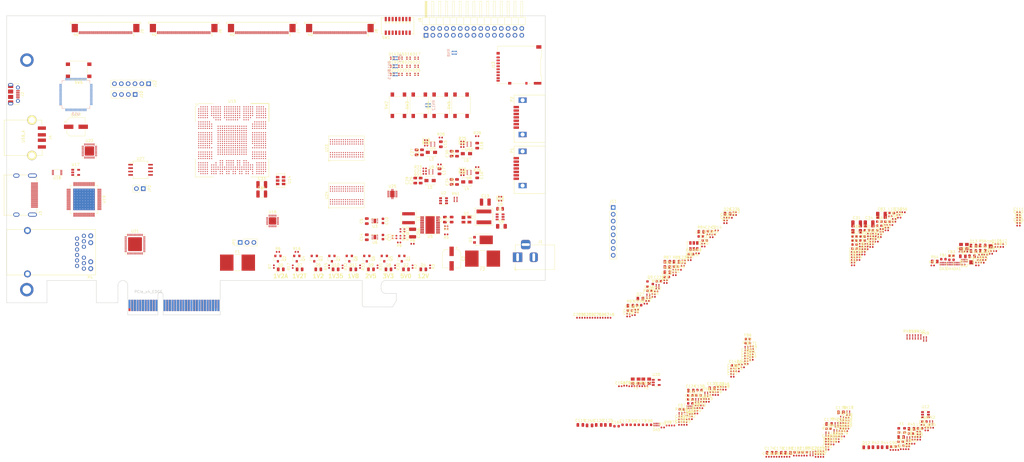
<source format=kicad_pcb>
(kicad_pcb (version 20171130) (host pcbnew 5.0.1)
  (layers (0 F.Cu signal) (31 B.Cu signal) (34 B.Paste user) (35 F.Paste user) (36 B.SilkS user) (37 F.SilkS user) (38 B.Mask user) (39 F.Mask user) (44 Edge.Cuts user))
  (net 0 "")
  (net 1 "/PCIe + SATA/DCU1_REFCLK-")
  (net 2 "/PCIe + SATA/DCU1_REFCLK+")
  (net 3 DDR3_A4)
  (net 4 DDR3_A6)
  (net 5 DDR3_A5)
  (net 6 DDR3_A7)
  (net 7 /DDR3/DDR3_VTT)
  (net 8 "Net-(RN2-Pad5)")
  (net 9 "Net-(RN2-Pad6)")
  (net 10 "Net-(R38-Pad2)")
  (net 11 "Net-(RN2-Pad7)")
  (net 12 +3V3)
  (net 13 /Power/1V2_EN)
  (net 14 /Power/2V5_EN)
  (net 15 /Power/1V35_EN)
  (net 16 "Net-(RN1-Pad4)")
  (net 17 +5V)
  (net 18 "Net-(RN1-Pad5)")
  (net 19 USD_D0)
  (net 20 USD_D3)
  (net 21 USD_CMD)
  (net 22 USD_D2)
  (net 23 "Net-(RN23-Pad1)")
  (net 24 GND)
  (net 25 "/FPGA IO/CFG0")
  (net 26 "Net-(RN23-Pad8)")
  (net 27 "/FPGA IO/CFG1")
  (net 28 "/FPGA IO/CFG2")
  (net 29 "/FPGA IO/FLASH_D3")
  (net 30 "/FPGA IO/FLASH_D1")
  (net 31 "/FPGA IO/FLASH_D2")
  (net 32 "/FPGA IO/FLASH_D0")
  (net 33 DDR3_WE)
  (net 34 DDR3_CKE)
  (net 35 DDR3_CS)
  (net 36 DDR3_ODT)
  (net 37 DDR3_CAS)
  (net 38 DDR3_BA2)
  (net 39 DDR3_RAS)
  (net 40 DDR3_BA1)
  (net 41 DDR3_A12)
  (net 42 DDR3_A14)
  (net 43 DDR3_A13)
  (net 44 DDR3_BA0)
  (net 45 DDR3_A11)
  (net 46 DDR3_A9)
  (net 47 DDR3_A10)
  (net 48 DDR3_A8)
  (net 49 DDR3_A0)
  (net 50 DDR3_A2)
  (net 51 DDR3_A1)
  (net 52 DDR3_A3)
  (net 53 "/HDMI, GbE, USB/ETH_LED2")
  (net 54 ETH_~RESET)
  (net 55 "/HDMI, GbE, USB/ETH_LED1")
  (net 56 RGMII_REF_CLK)
  (net 57 "Net-(D18-Pad4)")
  (net 58 "Net-(D20-Pad4)")
  (net 59 "Net-(D19-Pad4)")
  (net 60 "Net-(D21-Pad4)")
  (net 61 "Net-(D25-Pad4)")
  (net 62 "Net-(D23-Pad4)")
  (net 63 "Net-(D24-Pad4)")
  (net 64 "Net-(D22-Pad4)")
  (net 65 FTDI_D1_RX)
  (net 66 FTDI_~WR)
  (net 67 FTDI_~RD)
  (net 68 FTDI_~SIWU)
  (net 69 RGMII_RXD0)
  (net 70 RGMII_RXD2)
  (net 71 RGMII_RXD1)
  (net 72 RGMII_RXD3)
  (net 73 RGMII_RX_DV)
  (net 74 ETH_MDIO)
  (net 75 RGMII_RX_CLK)
  (net 76 ETH_INT_N)
  (net 77 "Net-(D17-Pad1)")
  (net 78 "Net-(D16-Pad1)")
  (net 79 "Net-(D14-Pad1)")
  (net 80 "Net-(D15-Pad1)")
  (net 81 DIP_SW1)
  (net 82 DIP_SW0)
  (net 83 DIP_SW2)
  (net 84 DIP_SW3)
  (net 85 DIP_SW7)
  (net 86 DIP_SW6)
  (net 87 DIP_SW4)
  (net 88 DIP_SW5)
  (net 89 "Net-(D14-Pad4)")
  (net 90 "Net-(D16-Pad4)")
  (net 91 "Net-(D15-Pad4)")
  (net 92 "Net-(D17-Pad4)")
  (net 93 "Net-(D21-Pad1)")
  (net 94 "Net-(D20-Pad1)")
  (net 95 "Net-(D18-Pad1)")
  (net 96 "Net-(D19-Pad1)")
  (net 97 BTN1)
  (net 98 BTN0)
  (net 99 BTN2)
  (net 100 BTN3)
  (net 101 "Net-(D25-Pad1)")
  (net 102 "Net-(D24-Pad1)")
  (net 103 "Net-(D22-Pad1)")
  (net 104 "Net-(D23-Pad1)")
  (net 105 "/FPGA IO/VCCIO7")
  (net 106 "Net-(R44-Pad2)")
  (net 107 JTAG_TDO)
  (net 108 JTAG_TDI)
  (net 109 "Net-(R43-Pad2)")
  (net 110 "Net-(R42-Pad2)")
  (net 111 JTAG_TCK)
  (net 112 JTAG_TMS)
  (net 113 "Net-(R45-Pad2)")
  (net 114 "/PCIe + SATA/CLKAUXO+")
  (net 115 "/PCIe + SATA/CLK150M-")
  (net 116 +1V8)
  (net 117 +2V5)
  (net 118 "/PCIe + SATA/CLKAUXO-")
  (net 119 "/FPGA IO/VCCIO6")
  (net 120 "/PCIe + SATA/CLK150M+")
  (net 121 CLK_SDA)
  (net 122 "Net-(R36-Pad2)")
  (net 123 FPGA_12MHz)
  (net 124 "/PCIe + SATA/PCIe_REFCLK+")
  (net 125 "/PCIe + SATA/PCIe_REFCLK-")
  (net 126 PCIe_12V)
  (net 127 "Net-(D13-Pad2)")
  (net 128 ~PERST)
  (net 129 "Net-(P3-PadA11)")
  (net 130 "Net-(D12-Pad2)")
  (net 131 "Net-(R40-Pad1)")
  (net 132 "Net-(R39-Pad1)")
  (net 133 "Net-(R38-Pad1)")
  (net 134 "Net-(R12-Pad2)")
  (net 135 "/PCIe + SATA/3V3_C")
  (net 136 "/PCIe + SATA/3V3_CA")
  (net 137 "Net-(R57-Pad1)")
  (net 138 "Net-(R58-Pad2)")
  (net 139 FABRIC_REFCLK)
  (net 140 "/HDMI, GbE, USB/PORT_SCL")
  (net 141 "/HDMI, GbE, USB/PORT_SDA")
  (net 142 "Net-(C121-Pad1)")
  (net 143 "Net-(R62-Pad1)")
  (net 144 /Power/3V3_PG)
  (net 145 "Net-(D27-Pad2)")
  (net 146 "/FPGA IO/~PROGRAM")
  (net 147 "Net-(R80-Pad1)")
  (net 148 "Net-(R81-Pad1)")
  (net 149 "/FPGA IO/FLASH_~CS")
  (net 150 "/FPGA IO/FLASH_CLK")
  (net 151 "/FPGA IO/DONE")
  (net 152 "Net-(Q9-Pad1)")
  (net 153 "Net-(D26-Pad2)")
  (net 154 "Net-(R79-Pad1)")
  (net 155 "/FPGA IO/~INIT")
  (net 156 "Net-(C9-Pad1)")
  (net 157 "Net-(C11-Pad1)")
  (net 158 "Net-(Q2-Pad3)")
  (net 159 "Net-(D5-Pad1)")
  (net 160 /Power/1V2_PG)
  (net 161 USD_D1)
  (net 162 USD_CLK)
  (net 163 "Net-(R97-Pad1)")
  (net 164 "Net-(Q2-Pad1)")
  (net 165 +1V2A)
  (net 166 "Net-(R5-Pad2)")
  (net 167 "Net-(D2-Pad2)")
  (net 168 "Net-(C7-Pad1)")
  (net 169 "Net-(D4-Pad2)")
  (net 170 +12V)
  (net 171 "Net-(R74-Pad1)")
  (net 172 "/Debug Interface/PORT_D-")
  (net 173 "/Debug Interface/FTDI_D-")
  (net 174 "/Debug Interface/FTDI_D+")
  (net 175 "/Debug Interface/PORT_D+")
  (net 176 "Net-(C22-Pad2)")
  (net 177 "Net-(R71-Pad2)")
  (net 178 "/HDMI, GbE, USB/USB_XO")
  (net 179 "/HDMI, GbE, USB/USB_XI")
  (net 180 "Net-(R73-Pad1)")
  (net 181 "/HDMI, GbE, USB/USBA_VBUS")
  (net 182 "/HDMI, GbE, USB/EXTVBUS")
  (net 183 DVI_SCL)
  (net 184 DVI_SDA)
  (net 185 CLK_SCL)
  (net 186 "Net-(R70-Pad1)")
  (net 187 "Net-(C175-Pad2)")
  (net 188 DDR3_CLK+)
  (net 189 "Net-(P4-Pad16)")
  (net 190 "Net-(R66-Pad1)")
  (net 191 "Net-(R65-Pad1)")
  (net 192 "/HDMI, GbE, USB/HDMI_HPD")
  (net 193 DDR3_CLK-)
  (net 194 "Net-(C179-Pad1)")
  (net 195 +1V35)
  (net 196 +1V2)
  (net 197 "Net-(D10-Pad2)")
  (net 198 "Net-(P4-Pad14)")
  (net 199 "Net-(C12-Pad2)")
  (net 200 "Net-(D6-Pad2)")
  (net 201 +1V2T)
  (net 202 "Net-(Q4-Pad1)")
  (net 203 "Net-(Q4-Pad3)")
  (net 204 "Net-(D7-Pad1)")
  (net 205 "Net-(C19-Pad2)")
  (net 206 "Net-(C20-Pad2)")
  (net 207 "Net-(C21-Pad2)")
  (net 208 "/Debug Interface/FTDI_12MHz")
  (net 209 "Net-(D11-Pad2)")
  (net 210 /Power/2V5_PG)
  (net 211 /Power/1V35_PG)
  (net 212 /Power/1V8_PG)
  (net 213 "Net-(D8-Pad2)")
  (net 214 "Net-(D9-Pad2)")
  (net 215 "Net-(C8-Pad2)")
  (net 216 "Net-(C8-Pad1)")
  (net 217 /Power/PWR_EN)
  (net 218 "/HDMI, GbE, USB/HDMI_5V")
  (net 219 "Net-(U17-Pad3)")
  (net 220 "Net-(D9-Pad1)")
  (net 221 "Net-(D11-Pad1)")
  (net 222 "Net-(D26-Pad1)")
  (net 223 "Net-(D2-Pad1)")
  (net 224 "Net-(D6-Pad1)")
  (net 225 "Net-(D10-Pad1)")
  (net 226 "Net-(D8-Pad1)")
  (net 227 "Net-(U1-Pad3)")
  (net 228 DDR3_Vref)
  (net 229 DDR3_Vtt_EN)
  (net 230 "Net-(U5-Pad2)")
  (net 231 "Net-(L1-Pad1)")
  (net 232 "Net-(C11-Pad2)")
  (net 233 "Net-(U13-Pad3)")
  (net 234 "/Debug Interface/Vphy")
  (net 235 "/Debug Interface/Vpll")
  (net 236 "/Debug Interface/JTAG_ACT")
  (net 237 "Net-(U13-Pad22)")
  (net 238 "Net-(U13-Pad23)")
  (net 239 "Net-(U13-Pad24)")
  (net 240 "Net-(U13-Pad26)")
  (net 241 "Net-(U13-Pad27)")
  (net 242 "Net-(U13-Pad28)")
  (net 243 "Net-(U13-Pad29)")
  (net 244 "Net-(U13-Pad30)")
  (net 245 "Net-(U13-Pad32)")
  (net 246 "Net-(U13-Pad33)")
  (net 247 "Net-(U13-Pad34)")
  (net 248 "Net-(U13-Pad36)")
  (net 249 FTDI_D0_TX)
  (net 250 FTDI_D2)
  (net 251 FTDI_D3)
  (net 252 FTDI_D4)
  (net 253 FTDI_D5)
  (net 254 FTDI_D6)
  (net 255 FTDI_D7)
  (net 256 FTDI_~RXF)
  (net 257 "Net-(U13-Pad49)")
  (net 258 "Net-(U13-Pad50)")
  (net 259 FTDI_~TXE)
  (net 260 "Net-(U13-Pad57)")
  (net 261 "Net-(U13-Pad58)")
  (net 262 "Net-(U13-Pad59)")
  (net 263 "Net-(U13-Pad60)")
  (net 264 "/HDMI, GbE, USB/DVI_DVDD")
  (net 265 DVI_DE)
  (net 266 DVI_HSYNC)
  (net 267 DVI_VSYNC)
  (net 268 "Net-(U19-Pad11)")
  (net 269 "/HDMI, GbE, USB/DVI_PVDD")
  (net 270 "/HDMI, GbE, USB/TMDS_CLK-")
  (net 271 "/HDMI, GbE, USB/TMDS_CLK+")
  (net 272 "/HDMI, GbE, USB/DVI_TVDD")
  (net 273 "/HDMI, GbE, USB/TMDS_D0-")
  (net 274 "/HDMI, GbE, USB/TMDS_D0+")
  (net 275 "/HDMI, GbE, USB/TMDS_D1-")
  (net 276 "/HDMI, GbE, USB/TMDS_D1+")
  (net 277 "/HDMI, GbE, USB/TMDS_D2-")
  (net 278 "/HDMI, GbE, USB/TMDS_D2+")
  (net 279 DVI_D23)
  (net 280 DVI_D22)
  (net 281 DVI_D21)
  (net 282 DVI_D20)
  (net 283 DVI_D19)
  (net 284 DVI_D18)
  (net 285 DVI_D17)
  (net 286 DVI_D16)
  (net 287 DVI_D15)
  (net 288 DVI_D14)
  (net 289 DVI_D13)
  (net 290 DVI_D12)
  (net 291 "Net-(U19-Pad49)")
  (net 292 DVI_D11)
  (net 293 DVI_D10)
  (net 294 DVI_D9)
  (net 295 DVI_D8)
  (net 296 DVI_D7)
  (net 297 DVI_D6)
  (net 298 DVI_CLK)
  (net 299 DVI_D5)
  (net 300 DVI_D4)
  (net 301 DVI_D3)
  (net 302 DVI_D2)
  (net 303 DVI_D1)
  (net 304 DVI_D0)
  (net 305 "/HDMI, GbE, USB/AVDDH")
  (net 306 "/HDMI, GbE, USB/MX4-")
  (net 307 "/HDMI, GbE, USB/MX4+")
  (net 308 "/HDMI, GbE, USB/AVDDL")
  (net 309 "/HDMI, GbE, USB/MX3-")
  (net 310 "/HDMI, GbE, USB/MX3+")
  (net 311 "/HDMI, GbE, USB/MX2-")
  (net 312 "/HDMI, GbE, USB/MX2+")
  (net 313 "/HDMI, GbE, USB/MX1-")
  (net 314 "/HDMI, GbE, USB/MX1+")
  (net 315 "Net-(U21-Pad13)")
  (net 316 RGMII_TXD0)
  (net 317 RGMII_TXD1)
  (net 318 RGMII_TXD2)
  (net 319 RGMII_TXD3)
  (net 320 RGMII_TX_CLK)
  (net 321 RGMII_TX_EN)
  (net 322 ETH_MDC)
  (net 323 "Net-(U21-Pad43)")
  (net 324 "/HDMI, GbE, USB/AVDDL_PLL")
  (net 325 "/HDMI, GbE, USB/ETH_XO")
  (net 326 "/HDMI, GbE, USB/ETH_XI")
  (net 327 "Net-(U21-Pad47)")
  (net 328 "Net-(U22-Pad3)")
  (net 329 "Net-(U22-Pad5)")
  (net 330 "/HDMI, GbE, USB/USBA_D+")
  (net 331 "/HDMI, GbE, USB/USBA_D-")
  (net 332 ULPI_RESET)
  (net 333 ULPI_NXT)
  (net 334 ULPI_DIR)
  (net 335 ULPI_STP)
  (net 336 ULPI_CLKO)
  (net 337 "/HDMI, GbE, USB/USB1V8")
  (net 338 ULPI_D7)
  (net 339 ULPI_D6)
  (net 340 ULPI_D5)
  (net 341 ULPI_D4)
  (net 342 ULPI_D3)
  (net 343 ULPI_D2)
  (net 344 ULPI_D1)
  (net 345 ULPI_D0)
  (net 346 "Net-(C117-Pad1)")
  (net 347 "Net-(C115-Pad2)")
  (net 348 CLK_SD_OE)
  (net 349 "Net-(U16-Pad11)")
  (net 350 "Net-(U16-Pad12)")
  (net 351 "/PCIe + SATA/1V8_C")
  (net 352 "Net-(U16-Pad16)")
  (net 353 "/PCIe + SATA/DCU0_REFCLK-")
  (net 354 "/PCIe + SATA/DCU0_REFCLK+")
  (net 355 "Net-(U16-Pad24)")
  (net 356 DDR3_DQ13)
  (net 357 DDR3_DQ15)
  (net 358 DDR3_DQ12)
  (net 359 DDR3_DQS1-)
  (net 360 DDR3_DQ14)
  (net 361 DDR3_DQ11)
  (net 362 DDR3_DQ9)
  (net 363 DDR3_DQS1+)
  (net 364 DDR3_DQ10)
  (net 365 DDR3_DM1)
  (net 366 DDR3_DQ8)
  (net 367 DDR3_DQ0)
  (net 368 DDR3_DM0)
  (net 369 DDR3_DQ2)
  (net 370 DDR3_DQS0+)
  (net 371 DDR3_DQ1)
  (net 372 DDR3_DQ3)
  (net 373 DDR3_DQ6)
  (net 374 DDR3_DQS0-)
  (net 375 DDR3_DQ4)
  (net 376 DDR3_DQ7)
  (net 377 DDR3_DQ5)
  (net 378 "Net-(U23-PadJ1)")
  (net 379 "Net-(U23-PadJ9)")
  (net 380 "Net-(U23-PadL1)")
  (net 381 "Net-(U23-PadL9)")
  (net 382 "Net-(U23-PadM7)")
  (net 383 DDR3_RESET)
  (net 384 "Net-(U24-PadM7)")
  (net 385 "Net-(U24-PadL9)")
  (net 386 "Net-(U24-PadL1)")
  (net 387 "Net-(U24-PadJ9)")
  (net 388 "Net-(U24-PadJ1)")
  (net 389 DDR3_DQ21)
  (net 390 DDR3_DQ23)
  (net 391 DDR3_DQ20)
  (net 392 DDR3_DQS2-)
  (net 393 DDR3_DQ22)
  (net 394 DDR3_DQ19)
  (net 395 DDR3_DQ17)
  (net 396 DDR3_DQS2+)
  (net 397 DDR3_DQ18)
  (net 398 DDR3_DM2)
  (net 399 DDR3_DQ16)
  (net 400 DDR3_DQ24)
  (net 401 DDR3_DM3)
  (net 402 DDR3_DQ26)
  (net 403 DDR3_DQS3+)
  (net 404 DDR3_DQ25)
  (net 405 DDR3_DQ27)
  (net 406 DDR3_DQ30)
  (net 407 DDR3_DQS3-)
  (net 408 DDR3_DQ28)
  (net 409 DDR3_DQ31)
  (net 410 DDR3_DQ29)
  (net 411 "Net-(X1-Pad1)")
  (net 412 "Net-(L4-Pad1)")
  (net 413 "Net-(L5-Pad1)")
  (net 414 "Net-(L3-Pad1)")
  (net 415 "Net-(L6-Pad1)")
  (net 416 "Net-(C111-Pad1)")
  (net 417 "/FPGA Core Power/VCCHTX1")
  (net 418 "/FPGA Core Power/VCCHTX0")
  (net 419 "/FPGA Core Power/VCCA0")
  (net 420 "/FPGA Core Power/VCCAUX")
  (net 421 "/FPGA Core Power/VCCA1")
  (net 422 "/PCIe + SATA/SATA1_A+")
  (net 423 "/PCIe + SATA/SATA1_A-")
  (net 424 "/PCIe + SATA/DCU1_RX1-")
  (net 425 "/PCIe + SATA/DCU1_RX1+")
  (net 426 "/PCIe + SATA/SATA0_A+")
  (net 427 "/PCIe + SATA/SATA0_A-")
  (net 428 "/PCIe + SATA/DCU1_RX0-")
  (net 429 "/PCIe + SATA/DCU1_RX0+")
  (net 430 "/PCIe + SATA/PCIe_HSI0+")
  (net 431 "/PCIe + SATA/PCIe_HSI0-")
  (net 432 "/PCIe + SATA/PCIe_HSI1+")
  (net 433 "/PCIe + SATA/PCIe_HSI1-")
  (net 434 "/PCIe + SATA/DCU0_RX0+")
  (net 435 "/PCIe + SATA/DCU0_RX0-")
  (net 436 "/PCIe + SATA/DCU0_RX1+")
  (net 437 "/PCIe + SATA/DCU0_RX1-")
  (net 438 "Net-(U6-Pad2)")
  (net 439 "Net-(U6-Pad5)")
  (net 440 "Net-(U3-Pad5)")
  (net 441 "Net-(U3-Pad2)")
  (net 442 "Net-(U10-Pad4)")
  (net 443 "Net-(U9-Pad4)")
  (net 444 "Net-(U8-Pad4)")
  (net 445 "Net-(U7-Pad4)")
  (net 446 "Net-(J5-Pad38)")
  (net 447 "/FPGA IO/EXT0_11-")
  (net 448 "/FPGA IO/EXT0_11+")
  (net 449 "/FPGA IO/EXT0_10-")
  (net 450 "/FPGA IO/EXT0_10+")
  (net 451 "/FPGA IO/EXT0_9-")
  (net 452 "/FPGA IO/EXT0_9+")
  (net 453 "/FPGA IO/EXT0_8-")
  (net 454 "/FPGA IO/EXT0_8+")
  (net 455 "/FPGA IO/EXT0_7-")
  (net 456 "/FPGA IO/EXT0_7+")
  (net 457 "/FPGA IO/EXT0_6-")
  (net 458 "/FPGA IO/EXT0_6+")
  (net 459 "/FPGA IO/EXT0_5-")
  (net 460 "/FPGA IO/EXT0_5+")
  (net 461 "/FPGA IO/EXT0_4-")
  (net 462 "/FPGA IO/EXT0_4+")
  (net 463 "/FPGA IO/EXT0_3-")
  (net 464 "/FPGA IO/EXT0_3+")
  (net 465 "/FPGA IO/EXT0_2-")
  (net 466 "/FPGA IO/EXT0_2+")
  (net 467 "/FPGA IO/EXT0_1-")
  (net 468 "/FPGA IO/EXT0_1+")
  (net 469 "/FPGA IO/EXT0_0-")
  (net 470 "/FPGA IO/EXT0_0+")
  (net 471 "/FPGA IO/EXT3_0+")
  (net 472 "/FPGA IO/EXT3_0-")
  (net 473 "/FPGA IO/EXT3_1+")
  (net 474 "/FPGA IO/EXT3_1-")
  (net 475 "/FPGA IO/EXT3_2+")
  (net 476 "/FPGA IO/EXT3_2-")
  (net 477 "/FPGA IO/EXT3_3+")
  (net 478 "/FPGA IO/EXT3_3-")
  (net 479 "/FPGA IO/EXT3_4+")
  (net 480 "/FPGA IO/EXT3_4-")
  (net 481 "/FPGA IO/EXT3_5+")
  (net 482 "/FPGA IO/EXT3_5-")
  (net 483 "/FPGA IO/EXT3_6+")
  (net 484 "/FPGA IO/EXT3_6-")
  (net 485 "/FPGA IO/EXT3_7+")
  (net 486 "/FPGA IO/EXT3_7-")
  (net 487 "/FPGA IO/EXT3_8+")
  (net 488 "/FPGA IO/EXT3_8-")
  (net 489 "/FPGA IO/EXT3_9+")
  (net 490 "/FPGA IO/EXT3_9-")
  (net 491 "/FPGA IO/EXT3_10+")
  (net 492 "/FPGA IO/EXT3_10-")
  (net 493 "/FPGA IO/EXT3_11+")
  (net 494 "/FPGA IO/EXT3_11-")
  (net 495 "Net-(J8-Pad38)")
  (net 496 "Net-(J6-Pad38)")
  (net 497 "/FPGA IO/EXT1_11-")
  (net 498 "/FPGA IO/EXT1_11+")
  (net 499 "/FPGA IO/EXT1_10-")
  (net 500 "/FPGA IO/EXT1_10+")
  (net 501 "/FPGA IO/EXT1_9-")
  (net 502 "/FPGA IO/EXT1_9+")
  (net 503 "/FPGA IO/EXT1_8-")
  (net 504 "/FPGA IO/EXT1_8+")
  (net 505 "/FPGA IO/EXT1_7-")
  (net 506 "/FPGA IO/EXT1_7+")
  (net 507 "/FPGA IO/EXT1_6-")
  (net 508 "/FPGA IO/EXT1_6+")
  (net 509 "/FPGA IO/EXT1_5-")
  (net 510 "/FPGA IO/EXT1_5+")
  (net 511 "/FPGA IO/EXT1_4-")
  (net 512 "/FPGA IO/EXT1_4+")
  (net 513 "/FPGA IO/EXT1_3-")
  (net 514 "/FPGA IO/EXT1_3+")
  (net 515 "/FPGA IO/EXT1_2-")
  (net 516 "/FPGA IO/EXT1_2+")
  (net 517 "/FPGA IO/EXT1_1-")
  (net 518 "/FPGA IO/EXT1_1+")
  (net 519 "/FPGA IO/EXT1_0-")
  (net 520 "/FPGA IO/EXT1_0+")
  (net 521 "/FPGA IO/EXT2_0+")
  (net 522 "/FPGA IO/EXT2_0-")
  (net 523 "/FPGA IO/EXT2_1+")
  (net 524 "/FPGA IO/EXT2_1-")
  (net 525 "/FPGA IO/EXT2_2+")
  (net 526 "/FPGA IO/EXT2_2-")
  (net 527 "/FPGA IO/EXT2_3+")
  (net 528 "/FPGA IO/EXT2_3-")
  (net 529 "/FPGA IO/EXT2_4+")
  (net 530 "/FPGA IO/EXT2_4-")
  (net 531 "/FPGA IO/EXT2_5+")
  (net 532 "/FPGA IO/EXT2_5-")
  (net 533 "/FPGA IO/EXT2_6+")
  (net 534 "/FPGA IO/EXT2_6-")
  (net 535 "/FPGA IO/EXT2_7+")
  (net 536 "/FPGA IO/EXT2_7-")
  (net 537 "/FPGA IO/EXT2_8+")
  (net 538 "/FPGA IO/EXT2_8-")
  (net 539 "/FPGA IO/EXT2_9+")
  (net 540 "/FPGA IO/EXT2_9-")
  (net 541 "/FPGA IO/EXT2_10+")
  (net 542 "/FPGA IO/EXT2_10-")
  (net 543 "/FPGA IO/EXT2_11+")
  (net 544 "/FPGA IO/EXT2_11-")
  (net 545 "Net-(J7-Pad38)")
  (net 546 "Net-(C132-Pad1)")
  (net 547 "Net-(C135-Pad1)")
  (net 548 "Net-(C133-Pad1)")
  (net 549 "Net-(C134-Pad1)")
  (net 550 "Net-(P3-PadB5)")
  (net 551 "Net-(P3-PadB6)")
  (net 552 "Net-(P3-PadB8)")
  (net 553 "Net-(P3-PadB9)")
  (net 554 "Net-(P3-PadB10)")
  (net 555 PCIe_~WAKE)
  (net 556 "Net-(P3-PadB12)")
  (net 557 "/PCIe + SATA/~PRSNT2~_X1")
  (net 558 "Net-(P3-PadB23)")
  (net 559 "Net-(P3-PadB24)")
  (net 560 "Net-(P3-PadB27)")
  (net 561 "Net-(P3-PadB28)")
  (net 562 "Net-(P3-PadB30)")
  (net 563 "/PCIe + SATA/~PRSNT2~_X4")
  (net 564 "/PCIe + SATA/~PRSNT1")
  (net 565 "Net-(P3-PadA5)")
  (net 566 "Net-(P3-PadA6)")
  (net 567 "Net-(P3-PadA7)")
  (net 568 "Net-(P3-PadA8)")
  (net 569 "Net-(P3-PadA9)")
  (net 570 "Net-(P3-PadA10)")
  (net 571 "Net-(P3-PadA19)")
  (net 572 "Net-(P3-PadA25)")
  (net 573 "Net-(P3-PadA26)")
  (net 574 "Net-(P3-PadA29)")
  (net 575 "Net-(P3-PadA30)")
  (net 576 "Net-(P3-PadA32)")
  (net 577 "Net-(U14-Pad2)")
  (net 578 "Net-(U14-Pad1)")
  (net 579 "Net-(U26-Pad1)")
  (net 580 "Net-(U26-Pad2)")
  (net 581 "/FPGA IO/CLK100+")
  (net 582 "/FPGA IO/CLK100-")
  (net 583 "Net-(J3-Pad14)")
  (net 584 "Net-(J3-Pad13)")
  (net 585 LED2)
  (net 586 LED11)
  (net 587 LED10)
  (net 588 LED0)
  (net 589 LED1)
  (net 590 LED3)
  (net 591 LED4)
  (net 592 LED5)
  (net 593 LED6)
  (net 594 LED7)
  (net 595 LED8)
  (net 596 LED9)
  (net 597 "Net-(F2-Pad2)")
  (net 598 "Net-(U15-PadR1)")
  (net 599 "Net-(U15-PadY1)")
  (net 600 "Net-(U15-PadAB1)")
  (net 601 "Net-(U15-PadAC1)")
  (net 602 "Net-(U15-PadAD1)")
  (net 603 "Net-(U15-PadAE1)")
  (net 604 "Net-(U15-PadA2)")
  (net 605 "Net-(U15-PadT2)")
  (net 606 "Net-(U15-PadW2)")
  (net 607 "Net-(U15-PadAB2)")
  (net 608 "Net-(U15-PadAC2)")
  (net 609 "Net-(U15-PadAE2)")
  (net 610 "Net-(U15-PadAG2)")
  (net 611 "Net-(U15-PadA3)")
  (net 612 "Net-(U15-PadV3)")
  (net 613 "Net-(U15-PadW3)")
  (net 614 "Net-(U15-PadY3)")
  (net 615 "Net-(U15-PadAC3)")
  (net 616 "Net-(U15-PadAD3)")
  (net 617 "Net-(U15-PadAE3)")
  (net 618 "Net-(U15-PadAG3)")
  (net 619 "Net-(U15-PadAL3)")
  (net 620 "Net-(U15-PadB4)")
  (net 621 "Net-(U15-PadH4)")
  (net 622 "Net-(U15-PadAC4)")
  (net 623 "Net-(U15-PadA5)")
  (net 624 "Net-(U15-PadL5)")
  (net 625 "Net-(U15-PadW6)")
  (net 626 "Net-(U15-PadD7)")
  (net 627 "Net-(U15-PadE7)")
  (net 628 "Net-(U15-PadAE7)")
  (net 629 "Net-(U15-PadG9)")
  (net 630 "/PCIe + SATA/DCU0_TX0+")
  (net 631 "Net-(U15-PadG10)")
  (net 632 "/PCIe + SATA/DCU0_TX0-")
  (net 633 "Net-(U15-PadG11)")
  (net 634 "/PCIe + SATA/DCU0_TX1+")
  (net 635 "/PCIe + SATA/DCU0_TX1-")
  (net 636 "/FPGA IO/PMOD1_10")
  (net 637 "/FPGA IO/PMOD1_9")
  (net 638 "Net-(U15-PadG14)")
  (net 639 "Net-(U15-PadG15)")
  (net 640 "Net-(U15-PadAK15)")
  (net 641 "Net-(U15-PadG16)")
  (net 642 "Net-(U15-PadAK16)")
  (net 643 "Net-(U15-PadG17)")
  (net 644 "Net-(U15-PadG18)")
  (net 645 "/PCIe + SATA/DCU1_TX0+")
  (net 646 "Net-(U15-PadG19)")
  (net 647 "/PCIe + SATA/DCU1_TX0-")
  (net 648 "/FPGA IO/PMOD1_8")
  (net 649 "/FPGA IO/PMOD1_7")
  (net 650 "/PCIe + SATA/DCU1_TX1+")
  (net 651 "/PCIe + SATA/DCU1_TX1-")
  (net 652 "/FPGA IO/EXIO_5")
  (net 653 "/FPGA IO/EXIO_4")
  (net 654 "/FPGA IO/EXIO_3")
  (net 655 "Net-(U15-PadG22)")
  (net 656 "/FPGA IO/PMOD1_3")
  (net 657 "/FPGA IO/PMOD1_2")
  (net 658 "/FPGA IO/PMOD1_0")
  (net 659 "/FPGA IO/PMOD1_1")
  (net 660 "/FPGA IO/EXIO_2")
  (net 661 "Net-(U15-PadG23)")
  (net 662 "/FPGA IO/EXIO_1")
  (net 663 "/FPGA IO/PMOD0_10")
  (net 664 "/FPGA IO/EXIO_0")
  (net 665 "/FPGA IO/PMOD0_9")
  (net 666 "Net-(U15-PadG24)")
  (net 667 "Net-(U15-PadAG24)")
  (net 668 "Net-(U15-PadAK24)")
  (net 669 "/FPGA IO/PMOD0_8")
  (net 670 "/FPGA IO/PMOD0_3")
  (net 671 "/FPGA IO/PMOD0_7")
  (net 672 "/FPGA IO/PMOD0_2")
  (net 673 "/FPGA IO/PMOD0_1")
  (net 674 "Net-(U15-PadAK25)")
  (net 675 "/FPGA IO/PMOD0_0")
  (net 676 "Net-(U15-PadB26)")
  (net 677 "Net-(U15-PadE26)")
  (net 678 "Net-(U15-PadR26)")
  (net 679 "Net-(U15-PadT26)")
  (net 680 "Net-(U15-PadAE26)")
  (net 681 "Net-(U15-PadH27)")
  (net 682 "Net-(U15-PadJ27)")
  (net 683 "Net-(U15-PadK27)")
  (net 684 "Net-(U15-PadW27)")
  (net 685 "Net-(U15-PadC28)")
  (net 686 "Net-(U15-PadD28)")
  (net 687 "Net-(U15-PadH28)")
  (net 688 "Net-(U15-PadL28)")
  (net 689 "Net-(U15-PadP28)")
  (net 690 "Net-(U15-PadAC28)")
  (net 691 "Net-(U15-PadAE28)")
  (net 692 "Net-(U15-PadC29)")
  (net 693 "Net-(U15-PadD29)")
  (net 694 "Net-(U15-PadH29)")
  (net 695 "Net-(U15-PadP29)")
  (net 696 "Net-(U15-PadAB29)")
  (net 697 "Net-(U15-PadAC29)")
  (net 698 "Net-(U15-PadAE29)")
  (net 699 "Net-(U15-PadAJ29)")
  (net 700 "Net-(U15-PadC30)")
  (net 701 "Net-(U15-PadP30)")
  (net 702 "Net-(U15-PadR30)")
  (net 703 "Net-(U15-PadV30)")
  (net 704 "Net-(U15-PadAB30)")
  (net 705 "Net-(U15-PadAE30)")
  (net 706 "Net-(U15-PadAJ30)")
  (net 707 "Net-(U15-PadA31)")
  (net 708 "Net-(U15-PadF31)")
  (net 709 "Net-(U15-PadH31)")
  (net 710 "Net-(U15-PadP31)")
  (net 711 "Net-(U15-PadAG31)")
  (net 712 "Net-(U15-PadAK31)")
  (net 713 "Net-(U15-PadE32)")
  (net 714 "Net-(U15-PadF32)")
  (net 715 "Net-(U15-PadH32)")
  (net 716 "Net-(U15-PadAG32)")
  (net 717 "Net-(J2-Pad1)")
  (net 718 "Net-(J2-Pad4)")
  (module Capacitor_SMD:C_1210_3225Metric (layer F.Cu) (at 191 104.5 270)
    (fp_text reference C256 (at 0 -2.28 270) (layer F.SilkS))
    (fp_text value 47µ)
    (pad 1 smd roundrect (at -1.4 0 270) (size 1.25 2.65) (layers F.Cu F.Paste F.Mask) (roundrect_rratio 0.2) (net 196 +1V2))
    (pad 2 smd roundrect (at 1.4 0 270) (size 1.25 2.65) (layers F.Cu F.Paste F.Mask) (roundrect_rratio 0.2) (net 24 GND))
  )
  (module Button_Switch_SMD:SW_SPST_B3S-1000 (layer F.Cu) (at 67 44 180)
    (fp_text reference SW6 (at 0 -4.5 180) (layer F.SilkS))
    (fp_text value SW_Push)
    (pad 2 smd rect (at 3.975 2.25 180) (size 1.55 1.3) (layers F.Cu F.Paste F.Mask) (net 146 "/FPGA IO/~PROGRAM"))
    (pad 2 smd rect (at -3.975 2.25 180) (size 1.55 1.3) (layers F.Cu F.Paste F.Mask) (net 146 "/FPGA IO/~PROGRAM"))
    (pad 1 smd rect (at 3.975 -2.25 180) (size 1.55 1.3) (layers F.Cu F.Paste F.Mask) (net 24 GND))
    (pad 1 smd rect (at -3.975 -2.25 180) (size 1.55 1.3) (layers F.Cu F.Paste F.Mask) (net 24 GND))
  )
  (module Button_Switch_SMD:SW_SPST_B3S-1000 (layer F.Cu) (at 209 57 90)
    (fp_text reference SW5 (at 0 -4.5 90) (layer F.SilkS))
    (fp_text value SW_Push)
    (pad 2 smd rect (at 3.975 2.25 90) (size 1.55 1.3) (layers F.Cu F.Paste F.Mask) (net 195 +1V35))
    (pad 2 smd rect (at -3.975 2.25 90) (size 1.55 1.3) (layers F.Cu F.Paste F.Mask) (net 195 +1V35))
    (pad 1 smd rect (at 3.975 -2.25 90) (size 1.55 1.3) (layers F.Cu F.Paste F.Mask) (net 100 BTN3))
    (pad 1 smd rect (at -3.975 -2.25 90) (size 1.55 1.3) (layers F.Cu F.Paste F.Mask) (net 100 BTN3))
  )
  (module Button_Switch_SMD:SW_SPST_B3S-1000 (layer F.Cu) (at 201.25 57 90)
    (fp_text reference SW4 (at 0 -4.5 90) (layer F.SilkS))
    (fp_text value SW_Push)
    (pad 2 smd rect (at 3.975 2.25 90) (size 1.55 1.3) (layers F.Cu F.Paste F.Mask) (net 195 +1V35))
    (pad 2 smd rect (at -3.975 2.25 90) (size 1.55 1.3) (layers F.Cu F.Paste F.Mask) (net 195 +1V35))
    (pad 1 smd rect (at 3.975 -2.25 90) (size 1.55 1.3) (layers F.Cu F.Paste F.Mask) (net 99 BTN2))
    (pad 1 smd rect (at -3.975 -2.25 90) (size 1.55 1.3) (layers F.Cu F.Paste F.Mask) (net 99 BTN2))
  )
  (module Button_Switch_SMD:SW_SPST_B3S-1000 (layer F.Cu) (at 193.5 57 90)
    (fp_text reference SW3 (at 0 -4.5 90) (layer F.SilkS))
    (fp_text value SW_Push)
    (pad 2 smd rect (at 3.975 2.25 90) (size 1.55 1.3) (layers F.Cu F.Paste F.Mask) (net 195 +1V35))
    (pad 2 smd rect (at -3.975 2.25 90) (size 1.55 1.3) (layers F.Cu F.Paste F.Mask) (net 195 +1V35))
    (pad 1 smd rect (at 3.975 -2.25 90) (size 1.55 1.3) (layers F.Cu F.Paste F.Mask) (net 97 BTN1))
    (pad 1 smd rect (at -3.975 -2.25 90) (size 1.55 1.3) (layers F.Cu F.Paste F.Mask) (net 97 BTN1))
  )
  (module Button_Switch_SMD:SW_SPST_B3S-1000 (layer F.Cu) (at 185.75 57 90)
    (fp_text reference SW2 (at 0 -4.5 90) (layer F.SilkS))
    (fp_text value SW_Push)
    (pad 2 smd rect (at 3.975 2.25 90) (size 1.55 1.3) (layers F.Cu F.Paste F.Mask) (net 195 +1V35))
    (pad 2 smd rect (at -3.975 2.25 90) (size 1.55 1.3) (layers F.Cu F.Paste F.Mask) (net 195 +1V35))
    (pad 1 smd rect (at 3.975 -2.25 90) (size 1.55 1.3) (layers F.Cu F.Paste F.Mask) (net 98 BTN0))
    (pad 1 smd rect (at -3.975 -2.25 90) (size 1.55 1.3) (layers F.Cu F.Paste F.Mask) (net 98 BTN0))
  )
  (module Capacitor_SMD:CP_Elec_6.3x5.8 (layer F.Cu) (at 205.5 114 270)
    (fp_text reference C2 (at 0 -4.35 270) (layer F.SilkS))
    (fp_text value 100µF/25V)
    (pad 2 smd rect (at 2.7 0 270) (size 3.5 1.6) (layers F.Cu F.Paste F.Mask) (net 24 GND))
    (pad 1 smd rect (at -2.7 0 270) (size 3.5 1.6) (layers F.Cu F.Paste F.Mask) (net 170 +12V))
  )
  (module Capacitor_SMD:CP_Elec_6.3x5.8 (layer F.Cu) (at 66 65)
    (fp_text reference C137 (at 0 -4.35) (layer F.SilkS))
    (fp_text value 100u)
    (pad 2 smd rect (at 2.7 0) (size 3.5 1.6) (layers F.Cu F.Paste F.Mask) (net 24 GND))
    (pad 1 smd rect (at -2.7 0) (size 3.5 1.6) (layers F.Cu F.Paste F.Mask) (net 181 "/HDMI, GbE, USB/USBA_VBUS"))
  )
  (module Capacitor_SMD:C_0402_1005Metric (layer F.Cu) (at 196 71)
    (fp_text reference C19 (at 0 -1.17) (layer F.SilkS))
    (fp_text value 120p)
    (pad 2 smd roundrect (at 0.485 0) (size 0.59 0.64) (layers F.Cu F.Paste F.Mask) (net 205 "Net-(C19-Pad2)"))
    (pad 1 smd roundrect (at -0.485 0) (size 0.59 0.64) (layers F.Cu F.Paste F.Mask) (net 195 +1V35))
  )
  (module Capacitor_SMD:C_0402_1005Metric (layer F.Cu) (at 183.5 106 90)
    (fp_text reference C11 (at 0 -1.17 90) (layer F.SilkS))
    (fp_text value 180p)
    (pad 2 smd roundrect (at 0.485 0 90) (size 0.59 0.64) (layers F.Cu F.Paste F.Mask) (net 232 "Net-(C11-Pad2)"))
    (pad 1 smd roundrect (at -0.485 0 90) (size 0.59 0.64) (layers F.Cu F.Paste F.Mask) (net 157 "Net-(C11-Pad1)"))
  )
  (module Capacitor_SMD:C_0402_1005Metric (layer F.Cu) (at 185 106 90)
    (fp_text reference C9 (at 0 -1.17 90) (layer F.SilkS))
    (fp_text value 1.8n)
    (pad 2 smd roundrect (at 0.485 0 90) (size 0.59 0.64) (layers F.Cu F.Paste F.Mask) (net 232 "Net-(C11-Pad2)"))
    (pad 1 smd roundrect (at -0.485 0 90) (size 0.59 0.64) (layers F.Cu F.Paste F.Mask) (net 156 "Net-(C9-Pad1)"))
  )
  (module Capacitor_SMD:C_0402_1005Metric (layer F.Cu) (at 203.5 103)
    (fp_text reference C7 (at 0 -1.17) (layer F.SilkS))
    (fp_text value 100n)
    (pad 2 smd roundrect (at 0.485 0) (size 0.59 0.64) (layers F.Cu F.Paste F.Mask) (net 24 GND))
    (pad 1 smd roundrect (at -0.485 0) (size 0.59 0.64) (layers F.Cu F.Paste F.Mask) (net 168 "Net-(C7-Pad1)"))
  )
  (module Capacitor_SMD:C_0402_1005Metric (layer F.Cu) (at 360.575001 104.725001)
    (fp_text reference C66 (at 0 -1.17) (layer F.SilkS))
    (fp_text value 10n)
    (pad 2 smd roundrect (at 0.485 0) (size 0.59 0.64) (layers F.Cu F.Paste F.Mask) (net 24 GND))
    (pad 1 smd roundrect (at -0.485 0) (size 0.59 0.64) (layers F.Cu F.Paste F.Mask) (net 421 "/FPGA Core Power/VCCA1"))
  )
  (module Capacitor_SMD:C_0402_1005Metric (layer F.Cu) (at 368.385001 98.305001)
    (fp_text reference C78 (at 0 -1.17) (layer F.SilkS))
    (fp_text value 470n)
    (pad 2 smd roundrect (at 0.485 0) (size 0.59 0.64) (layers F.Cu F.Paste F.Mask) (net 24 GND))
    (pad 1 smd roundrect (at -0.485 0) (size 0.59 0.64) (layers F.Cu F.Paste F.Mask) (net 421 "/FPGA Core Power/VCCA1"))
  )
  (module Capacitor_SMD:C_0402_1005Metric (layer F.Cu) (at 357.565001 108.525001)
    (fp_text reference C77 (at 0 -1.17) (layer F.SilkS))
    (fp_text value 470n)
    (pad 2 smd roundrect (at 0.485 0) (size 0.59 0.64) (layers F.Cu F.Paste F.Mask) (net 24 GND))
    (pad 1 smd roundrect (at -0.485 0) (size 0.59 0.64) (layers F.Cu F.Paste F.Mask) (net 419 "/FPGA Core Power/VCCA0"))
  )
  (module Capacitor_SMD:C_0402_1005Metric (layer F.Cu) (at 365.185001 103.025001)
    (fp_text reference C76 (at 0 -1.17) (layer F.SilkS))
    (fp_text value 470n)
    (pad 2 smd roundrect (at 0.485 0) (size 0.59 0.64) (layers F.Cu F.Paste F.Mask) (net 24 GND))
    (pad 1 smd roundrect (at -0.485 0) (size 0.59 0.64) (layers F.Cu F.Paste F.Mask) (net 420 "/FPGA Core Power/VCCAUX"))
  )
  (module Capacitor_SMD:C_0402_1005Metric (layer F.Cu) (at 365.185001 104.015001)
    (fp_text reference C75 (at 0 -1.17) (layer F.SilkS))
    (fp_text value 470n)
    (pad 2 smd roundrect (at 0.485 0) (size 0.59 0.64) (layers F.Cu F.Paste F.Mask) (net 24 GND))
    (pad 1 smd roundrect (at -0.485 0) (size 0.59 0.64) (layers F.Cu F.Paste F.Mask) (net 421 "/FPGA Core Power/VCCA1"))
  )
  (module Capacitor_SMD:C_0402_1005Metric (layer F.Cu) (at 310.625001 97.785001)
    (fp_text reference C253 (at 0 -1.17) (layer F.SilkS))
    (fp_text value 100n)
    (pad 2 smd roundrect (at 0.485 0) (size 0.59 0.64) (layers F.Cu F.Paste F.Mask) (net 24 GND))
    (pad 1 smd roundrect (at -0.485 0) (size 0.59 0.64) (layers F.Cu F.Paste F.Mask) (net 146 "/FPGA IO/~PROGRAM"))
  )
  (module Capacitor_SMD:C_0402_1005Metric (layer F.Cu) (at 186.5 103.5 270)
    (fp_text reference C12 (at 0 -1.17 270) (layer F.SilkS))
    (fp_text value 750p)
    (pad 2 smd roundrect (at 0.485 0 270) (size 0.59 0.64) (layers F.Cu F.Paste F.Mask) (net 199 "Net-(C12-Pad2)"))
    (pad 1 smd roundrect (at -0.485 0 270) (size 0.59 0.64) (layers F.Cu F.Paste F.Mask) (net 196 +1V2))
  )
  (module Capacitor_SMD:C_0402_1005Metric (layer F.Cu) (at 209.515 83)
    (fp_text reference C20 (at 0 -1.17) (layer F.SilkS))
    (fp_text value 120p)
    (pad 2 smd roundrect (at 0.485 0) (size 0.59 0.64) (layers F.Cu F.Paste F.Mask) (net 206 "Net-(C20-Pad2)"))
    (pad 1 smd roundrect (at -0.485 0) (size 0.59 0.64) (layers F.Cu F.Paste F.Mask) (net 12 +3V3))
  )
  (module Capacitor_SMD:C_0402_1005Metric (layer F.Cu) (at 195.485 81.5)
    (fp_text reference C21 (at -2.485 0) (layer F.SilkS))
    (fp_text value 120p)
    (pad 2 smd roundrect (at 0.485 0) (size 0.59 0.64) (layers F.Cu F.Paste F.Mask) (net 207 "Net-(C21-Pad2)"))
    (pad 1 smd roundrect (at -0.485 0) (size 0.59 0.64) (layers F.Cu F.Paste F.Mask) (net 117 +2V5))
  )
  (module Capacitor_SMD:C_0402_1005Metric (layer F.Cu) (at 209.5 71.5)
    (fp_text reference C22 (at 0 -1.17) (layer F.SilkS))
    (fp_text value 120p)
    (pad 2 smd roundrect (at 0.485 0) (size 0.59 0.64) (layers F.Cu F.Paste F.Mask) (net 176 "Net-(C22-Pad2)"))
    (pad 1 smd roundrect (at -0.485 0) (size 0.59 0.64) (layers F.Cu F.Paste F.Mask) (net 116 +1V8))
  )
  (module Capacitor_SMD:C_0402_1005Metric (layer F.Cu) (at 361.385001 107.695001)
    (fp_text reference C38 (at 0 -1.17) (layer F.SilkS))
    (fp_text value 470n)
    (pad 2 smd roundrect (at 0.485 0) (size 0.59 0.64) (layers F.Cu F.Paste F.Mask) (net 24 GND))
    (pad 1 smd roundrect (at -0.485 0) (size 0.59 0.64) (layers F.Cu F.Paste F.Mask) (net 196 +1V2))
  )
  (module Capacitor_SMD:C_0402_1005Metric (layer F.Cu) (at 356.465001 112.535001)
    (fp_text reference C39 (at 0 -1.17) (layer F.SilkS))
    (fp_text value 470n)
    (pad 2 smd roundrect (at 0.485 0) (size 0.59 0.64) (layers F.Cu F.Paste F.Mask) (net 24 GND))
    (pad 1 smd roundrect (at -0.485 0) (size 0.59 0.64) (layers F.Cu F.Paste F.Mask) (net 417 "/FPGA Core Power/VCCHTX1"))
  )
  (module Capacitor_SMD:C_0402_1005Metric (layer F.Cu) (at 364.395001 105.005001)
    (fp_text reference C40 (at 0 -1.17) (layer F.SilkS))
    (fp_text value 470n)
    (pad 2 smd roundrect (at 0.485 0) (size 0.59 0.64) (layers F.Cu F.Paste F.Mask) (net 24 GND))
    (pad 1 smd roundrect (at -0.485 0) (size 0.59 0.64) (layers F.Cu F.Paste F.Mask) (net 418 "/FPGA Core Power/VCCHTX0"))
  )
  (module Capacitor_SMD:C_0402_1005Metric (layer F.Cu) (at 361.385001 109.675001)
    (fp_text reference C54 (at 0 -1.17) (layer F.SilkS))
    (fp_text value 470n)
    (pad 2 smd roundrect (at 0.485 0) (size 0.59 0.64) (layers F.Cu F.Paste F.Mask) (net 24 GND))
    (pad 1 smd roundrect (at -0.485 0) (size 0.59 0.64) (layers F.Cu F.Paste F.Mask) (net 196 +1V2))
  )
  (module Capacitor_SMD:C_0402_1005Metric (layer F.Cu) (at 354.555001 116.495001)
    (fp_text reference C42 (at 0 -1.17) (layer F.SilkS))
    (fp_text value 10n)
    (pad 2 smd roundrect (at 0.485 0) (size 0.59 0.64) (layers F.Cu F.Paste F.Mask) (net 24 GND))
    (pad 1 smd roundrect (at -0.485 0) (size 0.59 0.64) (layers F.Cu F.Paste F.Mask) (net 417 "/FPGA Core Power/VCCHTX1"))
  )
  (module Capacitor_SMD:C_0402_1005Metric (layer F.Cu) (at 361.385001 108.685001)
    (fp_text reference C43 (at 0 -1.17) (layer F.SilkS))
    (fp_text value 10n)
    (pad 2 smd roundrect (at 0.485 0) (size 0.59 0.64) (layers F.Cu F.Paste F.Mask) (net 24 GND))
    (pad 1 smd roundrect (at -0.485 0) (size 0.59 0.64) (layers F.Cu F.Paste F.Mask) (net 418 "/FPGA Core Power/VCCHTX0"))
  )
  (module Capacitor_SMD:C_0402_1005Metric (layer F.Cu) (at 359.475001 108.525001)
    (fp_text reference C45 (at 0 -1.17) (layer F.SilkS))
    (fp_text value 470n)
    (pad 2 smd roundrect (at 0.485 0) (size 0.59 0.64) (layers F.Cu F.Paste F.Mask) (net 24 GND))
    (pad 1 smd roundrect (at -0.485 0) (size 0.59 0.64) (layers F.Cu F.Paste F.Mask) (net 196 +1V2))
  )
  (module Capacitor_SMD:C_0402_1005Metric (layer F.Cu) (at 360.575001 106.705001)
    (fp_text reference C74 (at 0 -1.17) (layer F.SilkS))
    (fp_text value 470n)
    (pad 2 smd roundrect (at 0.485 0) (size 0.59 0.64) (layers F.Cu F.Paste F.Mask) (net 24 GND))
    (pad 1 smd roundrect (at -0.485 0) (size 0.59 0.64) (layers F.Cu F.Paste F.Mask) (net 419 "/FPGA Core Power/VCCA0"))
  )
  (module Capacitor_SMD:C_0402_1005Metric (layer F.Cu) (at 309.085001 98.835001)
    (fp_text reference C215 (at 0 -1.17) (layer F.SilkS))
    (fp_text value 470n)
    (pad 2 smd roundrect (at 0.485 0) (size 0.59 0.64) (layers F.Cu F.Paste F.Mask) (net 24 GND))
    (pad 1 smd roundrect (at -0.485 0) (size 0.59 0.64) (layers F.Cu F.Paste F.Mask) (net 195 +1V35))
  )
  (module Capacitor_SMD:C_0402_1005Metric (layer F.Cu) (at 291.675001 115.705001)
    (fp_text reference C217 (at 0 -1.17) (layer F.SilkS))
    (fp_text value 470n)
    (pad 2 smd roundrect (at 0.485 0) (size 0.59 0.64) (layers F.Cu F.Paste F.Mask) (net 24 GND))
    (pad 1 smd roundrect (at -0.485 0) (size 0.59 0.64) (layers F.Cu F.Paste F.Mask) (net 195 +1V35))
  )
  (module Capacitor_SMD:C_0402_1005Metric (layer F.Cu) (at 273.065001 134.995001)
    (fp_text reference C218 (at 0 -1.17) (layer F.SilkS))
    (fp_text value 470n)
    (pad 2 smd roundrect (at 0.485 0) (size 0.59 0.64) (layers F.Cu F.Paste F.Mask) (net 24 GND))
    (pad 1 smd roundrect (at -0.485 0) (size 0.59 0.64) (layers F.Cu F.Paste F.Mask) (net 195 +1V35))
  )
  (module Capacitor_SMD:C_0402_1005Metric (layer F.Cu) (at 288.265001 120.155001)
    (fp_text reference C224 (at 0 -1.17) (layer F.SilkS))
    (fp_text value 470n)
    (pad 2 smd roundrect (at 0.485 0) (size 0.59 0.64) (layers F.Cu F.Paste F.Mask) (net 24 GND))
    (pad 1 smd roundrect (at -0.485 0) (size 0.59 0.64) (layers F.Cu F.Paste F.Mask) (net 195 +1V35))
  )
  (module Capacitor_SMD:C_0402_1005Metric (layer F.Cu) (at 351.905001 178.175001)
    (fp_text reference C207 (at 0 -1.17) (layer F.SilkS))
    (fp_text value 100n)
    (pad 2 smd roundrect (at 0.485 0) (size 0.59 0.64) (layers F.Cu F.Paste F.Mask) (net 24 GND))
    (pad 1 smd roundrect (at -0.485 0) (size 0.59 0.64) (layers F.Cu F.Paste F.Mask) (net 228 DDR3_Vref))
  )
  (module Capacitor_SMD:C_0402_1005Metric (layer F.Cu) (at 368.695001 101.515001)
    (fp_text reference C55 (at 0 -1.17) (layer F.SilkS))
    (fp_text value 470n)
    (pad 2 smd roundrect (at 0.485 0) (size 0.59 0.64) (layers F.Cu F.Paste F.Mask) (net 24 GND))
    (pad 1 smd roundrect (at -0.485 0) (size 0.59 0.64) (layers F.Cu F.Paste F.Mask) (net 196 +1V2))
  )
  (module Capacitor_SMD:C_0402_1005Metric (layer F.Cu) (at 373.305001 96.795001)
    (fp_text reference C56 (at 0 -1.17) (layer F.SilkS))
    (fp_text value 470n)
    (pad 2 smd roundrect (at 0.485 0) (size 0.59 0.64) (layers F.Cu F.Paste F.Mask) (net 24 GND))
    (pad 1 smd roundrect (at -0.485 0) (size 0.59 0.64) (layers F.Cu F.Paste F.Mask) (net 196 +1V2))
  )
  (module Capacitor_SMD:C_0402_1005Metric (layer F.Cu) (at 366.785001 101.515001)
    (fp_text reference C57 (at 0 -1.17) (layer F.SilkS))
    (fp_text value 470n)
    (pad 2 smd roundrect (at 0.485 0) (size 0.59 0.64) (layers F.Cu F.Paste F.Mask) (net 24 GND))
    (pad 1 smd roundrect (at -0.485 0) (size 0.59 0.64) (layers F.Cu F.Paste F.Mask) (net 196 +1V2))
  )
  (module Capacitor_SMD:C_0402_1005Metric (layer F.Cu) (at 371.705001 98.775001)
    (fp_text reference C58 (at 0 -1.17) (layer F.SilkS))
    (fp_text value 470n)
    (pad 2 smd roundrect (at 0.485 0) (size 0.59 0.64) (layers F.Cu F.Paste F.Mask) (net 24 GND))
    (pad 1 smd roundrect (at -0.485 0) (size 0.59 0.64) (layers F.Cu F.Paste F.Mask) (net 420 "/FPGA Core Power/VCCAUX"))
  )
  (module Capacitor_SMD:C_0402_1005Metric (layer F.Cu) (at 371.395001 96.795001)
    (fp_text reference C59 (at 0 -1.17) (layer F.SilkS))
    (fp_text value 1n)
    (pad 2 smd roundrect (at 0.485 0) (size 0.59 0.64) (layers F.Cu F.Paste F.Mask) (net 24 GND))
    (pad 1 smd roundrect (at -0.485 0) (size 0.59 0.64) (layers F.Cu F.Paste F.Mask) (net 419 "/FPGA Core Power/VCCA0"))
  )
  (module Capacitor_SMD:C_0402_1005Metric (layer F.Cu) (at 354.555001 114.515001)
    (fp_text reference C44 (at 0 -1.17) (layer F.SilkS))
    (fp_text value 470n)
    (pad 2 smd roundrect (at 0.485 0) (size 0.59 0.64) (layers F.Cu F.Paste F.Mask) (net 24 GND))
    (pad 1 smd roundrect (at -0.485 0) (size 0.59 0.64) (layers F.Cu F.Paste F.Mask) (net 196 +1V2))
  )
  (module Capacitor_SMD:C_0402_1005Metric (layer F.Cu) (at 360.575001 105.715001)
    (fp_text reference C61 (at 0 -1.17) (layer F.SilkS))
    (fp_text value 470n)
    (pad 2 smd roundrect (at 0.485 0) (size 0.59 0.64) (layers F.Cu F.Paste F.Mask) (net 24 GND))
    (pad 1 smd roundrect (at -0.485 0) (size 0.59 0.64) (layers F.Cu F.Paste F.Mask) (net 420 "/FPGA Core Power/VCCAUX"))
  )
  (module Capacitor_SMD:C_0402_1005Metric (layer F.Cu) (at 362.485001 104.725001)
    (fp_text reference C62 (at 0 -1.17) (layer F.SilkS))
    (fp_text value 10n)
    (pad 2 smd roundrect (at 0.485 0) (size 0.59 0.64) (layers F.Cu F.Paste F.Mask) (net 24 GND))
    (pad 1 smd roundrect (at -0.485 0) (size 0.59 0.64) (layers F.Cu F.Paste F.Mask) (net 419 "/FPGA Core Power/VCCA0"))
  )
  (module Capacitor_SMD:C_0402_1005Metric (layer F.Cu) (at 354.555001 111.545001)
    (fp_text reference C63 (at 0 -1.17) (layer F.SilkS))
    (fp_text value 10n)
    (pad 2 smd roundrect (at 0.485 0) (size 0.59 0.64) (layers F.Cu F.Paste F.Mask) (net 24 GND))
    (pad 1 smd roundrect (at -0.485 0) (size 0.59 0.64) (layers F.Cu F.Paste F.Mask) (net 421 "/FPGA Core Power/VCCA1"))
  )
  (module Capacitor_SMD:C_0402_1005Metric (layer F.Cu) (at 354.555001 112.535001)
    (fp_text reference C64 (at 0 -1.17) (layer F.SilkS))
    (fp_text value 470n)
    (pad 2 smd roundrect (at 0.485 0) (size 0.59 0.64) (layers F.Cu F.Paste F.Mask) (net 24 GND))
    (pad 1 smd roundrect (at -0.485 0) (size 0.59 0.64) (layers F.Cu F.Paste F.Mask) (net 420 "/FPGA Core Power/VCCAUX"))
  )
  (module Capacitor_SMD:C_0402_1005Metric (layer F.Cu) (at 354.555001 113.525001)
    (fp_text reference C65 (at 0 -1.17) (layer F.SilkS))
    (fp_text value 10n)
    (pad 2 smd roundrect (at 0.485 0) (size 0.59 0.64) (layers F.Cu F.Paste F.Mask) (net 24 GND))
    (pad 1 smd roundrect (at -0.485 0) (size 0.59 0.64) (layers F.Cu F.Paste F.Mask) (net 419 "/FPGA Core Power/VCCA0"))
  )
  (module Capacitor_SMD:C_0402_1005Metric (layer F.Cu) (at 357.565001 110.505001)
    (fp_text reference C79 (at 0 -1.17) (layer F.SilkS))
    (fp_text value 470n)
    (pad 2 smd roundrect (at 0.485 0) (size 0.59 0.64) (layers F.Cu F.Paste F.Mask) (net 24 GND))
    (pad 1 smd roundrect (at -0.485 0) (size 0.59 0.64) (layers F.Cu F.Paste F.Mask) (net 420 "/FPGA Core Power/VCCAUX"))
  )
  (module Capacitor_SMD:C_0402_1005Metric (layer F.Cu) (at 362.485001 105.715001)
    (fp_text reference C67 (at 0 -1.17) (layer F.SilkS))
    (fp_text value 470n)
    (pad 2 smd roundrect (at 0.485 0) (size 0.59 0.64) (layers F.Cu F.Paste F.Mask) (net 24 GND))
    (pad 1 smd roundrect (at -0.485 0) (size 0.59 0.64) (layers F.Cu F.Paste F.Mask) (net 420 "/FPGA Core Power/VCCAUX"))
  )
  (module Capacitor_SMD:C_0402_1005Metric (layer F.Cu) (at 369.795001 99.295001)
    (fp_text reference C68 (at 0 -1.17) (layer F.SilkS))
    (fp_text value 100n)
    (pad 2 smd roundrect (at 0.485 0) (size 0.59 0.64) (layers F.Cu F.Paste F.Mask) (net 24 GND))
    (pad 1 smd roundrect (at -0.485 0) (size 0.59 0.64) (layers F.Cu F.Paste F.Mask) (net 419 "/FPGA Core Power/VCCA0"))
  )
  (module Capacitor_SMD:C_0402_1005Metric (layer F.Cu) (at 357.565001 109.515001)
    (fp_text reference C69 (at 0 -1.17) (layer F.SilkS))
    (fp_text value 100n)
    (pad 2 smd roundrect (at 0.485 0) (size 0.59 0.64) (layers F.Cu F.Paste F.Mask) (net 24 GND))
    (pad 1 smd roundrect (at -0.485 0) (size 0.59 0.64) (layers F.Cu F.Paste F.Mask) (net 421 "/FPGA Core Power/VCCA1"))
  )
  (module Capacitor_SMD:C_0402_1005Metric (layer F.Cu) (at 359.475001 110.505001)
    (fp_text reference C71 (at 0 -1.17) (layer F.SilkS))
    (fp_text value 470n)
    (pad 2 smd roundrect (at 0.485 0) (size 0.59 0.64) (layers F.Cu F.Paste F.Mask) (net 24 GND))
    (pad 1 smd roundrect (at -0.485 0) (size 0.59 0.64) (layers F.Cu F.Paste F.Mask) (net 419 "/FPGA Core Power/VCCA0"))
  )
  (module Capacitor_SMD:C_0402_1005Metric (layer F.Cu) (at 356.465001 113.525001)
    (fp_text reference C72 (at 0 -1.17) (layer F.SilkS))
    (fp_text value 470n)
    (pad 2 smd roundrect (at 0.485 0) (size 0.59 0.64) (layers F.Cu F.Paste F.Mask) (net 24 GND))
    (pad 1 smd roundrect (at -0.485 0) (size 0.59 0.64) (layers F.Cu F.Paste F.Mask) (net 421 "/FPGA Core Power/VCCA1"))
  )
  (module Capacitor_SMD:C_0402_1005Metric (layer F.Cu) (at 354.555001 115.505001)
    (fp_text reference C60 (at 0 -1.17) (layer F.SilkS))
    (fp_text value 1n)
    (pad 2 smd roundrect (at 0.485 0) (size 0.59 0.64) (layers F.Cu F.Paste F.Mask) (net 24 GND))
    (pad 1 smd roundrect (at -0.485 0) (size 0.59 0.64) (layers F.Cu F.Paste F.Mask) (net 421 "/FPGA Core Power/VCCA1"))
  )
  (module Capacitor_SMD:C_0402_1005Metric (layer F.Cu) (at 402.615001 115.535001)
    (fp_text reference C112 (at 0 -1.17) (layer F.SilkS))
    (fp_text value 470n)
    (pad 2 smd roundrect (at 0.485 0) (size 0.59 0.64) (layers F.Cu F.Paste F.Mask) (net 24 GND))
    (pad 1 smd roundrect (at -0.485 0) (size 0.59 0.64) (layers F.Cu F.Paste F.Mask) (net 135 "/PCIe + SATA/3V3_C"))
  )
  (module Capacitor_SMD:C_0402_1005Metric (layer F.Cu) (at 409.825001 108.665001)
    (fp_text reference C117 (at 0 -1.17) (layer F.SilkS))
    (fp_text value DNP)
    (pad 2 smd roundrect (at 0.485 0) (size 0.59 0.64) (layers F.Cu F.Paste F.Mask) (net 24 GND))
    (pad 1 smd roundrect (at -0.485 0) (size 0.59 0.64) (layers F.Cu F.Paste F.Mask) (net 346 "Net-(C117-Pad1)"))
  )
  (module Capacitor_SMD:C_0402_1005Metric (layer F.Cu) (at 409.825001 109.655001)
    (fp_text reference C113 (at 0 -1.17) (layer F.SilkS))
    (fp_text value 470n)
    (pad 2 smd roundrect (at 0.485 0) (size 0.59 0.64) (layers F.Cu F.Paste F.Mask) (net 24 GND))
    (pad 1 smd roundrect (at -0.485 0) (size 0.59 0.64) (layers F.Cu F.Paste F.Mask) (net 135 "/PCIe + SATA/3V3_C"))
  )
  (module Capacitor_SMD:C_0402_1005Metric (layer F.Cu) (at 415.995001 97.785001)
    (fp_text reference C114 (at 0 -1.17) (layer F.SilkS))
    (fp_text value 470n)
    (pad 2 smd roundrect (at 0.485 0) (size 0.59 0.64) (layers F.Cu F.Paste F.Mask) (net 24 GND))
    (pad 1 smd roundrect (at -0.485 0) (size 0.59 0.64) (layers F.Cu F.Paste F.Mask) (net 135 "/PCIe + SATA/3V3_C"))
  )
  (module Capacitor_SMD:C_0402_1005Metric (layer F.Cu) (at 407.275001 111.215001)
    (fp_text reference C115 (at 0 -1.17) (layer F.SilkS))
    (fp_text value DNP)
    (pad 2 smd roundrect (at 0.485 0) (size 0.59 0.64) (layers F.Cu F.Paste F.Mask) (net 347 "Net-(C115-Pad2)"))
    (pad 1 smd roundrect (at -0.485 0) (size 0.59 0.64) (layers F.Cu F.Paste F.Mask) (net 24 GND))
  )
  (module Capacitor_SMD:C_0402_1005Metric (layer F.Cu) (at 401.915001 112.565001)
    (fp_text reference C116 (at 0 -1.17) (layer F.SilkS))
    (fp_text value 470n)
    (pad 2 smd roundrect (at 0.485 0) (size 0.59 0.64) (layers F.Cu F.Paste F.Mask) (net 24 GND))
    (pad 1 smd roundrect (at -0.485 0) (size 0.59 0.64) (layers F.Cu F.Paste F.Mask) (net 136 "/PCIe + SATA/3V3_CA"))
  )
  (module Capacitor_SMD:C_0402_1005Metric (layer F.Cu) (at 309.765001 154.945001)
    (fp_text reference C121 (at 0 -1.17) (layer F.SilkS))
    (fp_text value 100p)
    (pad 2 smd roundrect (at 0.485 0) (size 0.59 0.64) (layers F.Cu F.Paste F.Mask) (net 24 GND))
    (pad 1 smd roundrect (at -0.485 0) (size 0.59 0.64) (layers F.Cu F.Paste F.Mask) (net 142 "Net-(C121-Pad1)"))
  )
  (module Capacitor_SMD:C_0402_1005Metric (layer F.Cu) (at 304.885001 161.725001)
    (fp_text reference C130 (at 0 -1.17) (layer F.SilkS))
    (fp_text value 10n)
    (pad 2 smd roundrect (at 0.485 0) (size 0.59 0.64) (layers F.Cu F.Paste F.Mask) (net 24 GND))
    (pad 1 smd roundrect (at -0.485 0) (size 0.59 0.64) (layers F.Cu F.Paste F.Mask) (net 272 "/HDMI, GbE, USB/DVI_TVDD"))
  )
  (module Capacitor_SMD:C_0402_1005Metric (layer F.Cu) (at 309.765001 155.935001)
    (fp_text reference C129 (at 0 -1.17) (layer F.SilkS))
    (fp_text value 10n)
    (pad 2 smd roundrect (at 0.485 0) (size 0.59 0.64) (layers F.Cu F.Paste F.Mask) (net 24 GND))
    (pad 1 smd roundrect (at -0.485 0) (size 0.59 0.64) (layers F.Cu F.Paste F.Mask) (net 264 "/HDMI, GbE, USB/DVI_DVDD"))
  )
  (module Capacitor_SMD:C_0402_1005Metric (layer F.Cu) (at 356.465001 111.545001)
    (fp_text reference C82 (at 0 -1.17) (layer F.SilkS))
    (fp_text value 470n)
    (pad 2 smd roundrect (at 0.485 0) (size 0.59 0.64) (layers F.Cu F.Paste F.Mask) (net 24 GND))
    (pad 1 smd roundrect (at -0.485 0) (size 0.59 0.64) (layers F.Cu F.Paste F.Mask) (net 420 "/FPGA Core Power/VCCAUX"))
  )
  (module Capacitor_SMD:C_0402_1005Metric (layer F.Cu) (at 290.175001 118.175001)
    (fp_text reference C216 (at 0 -1.17) (layer F.SilkS))
    (fp_text value 470n)
    (pad 2 smd roundrect (at 0.485 0) (size 0.59 0.64) (layers F.Cu F.Paste F.Mask) (net 24 GND))
    (pad 1 smd roundrect (at -0.485 0) (size 0.59 0.64) (layers F.Cu F.Paste F.Mask) (net 195 +1V35))
  )
  (module Capacitor_SMD:C_0402_1005Metric (layer F.Cu) (at 380.485001 175.835001)
    (fp_text reference C94 (at 0 -1.17) (layer F.SilkS))
    (fp_text value 470n)
    (pad 2 smd roundrect (at 0.485 0) (size 0.59 0.64) (layers F.Cu F.Paste F.Mask) (net 24 GND))
    (pad 1 smd roundrect (at -0.485 0) (size 0.59 0.64) (layers F.Cu F.Paste F.Mask) (net 116 +1V8))
  )
  (module Capacitor_SMD:C_0402_1005Metric (layer F.Cu) (at 290.415001 174.805001)
    (fp_text reference C128 (at 0 -1.17) (layer F.SilkS))
    (fp_text value 10n)
    (pad 2 smd roundrect (at 0.485 0) (size 0.59 0.64) (layers F.Cu F.Paste F.Mask) (net 24 GND))
    (pad 1 smd roundrect (at -0.485 0) (size 0.59 0.64) (layers F.Cu F.Paste F.Mask) (net 272 "/HDMI, GbE, USB/DVI_TVDD"))
  )
  (module Capacitor_SMD:C_0402_1005Metric (layer F.Cu) (at 374.975001 183.825001)
    (fp_text reference C92 (at 0 -1.17) (layer F.SilkS))
    (fp_text value 470n)
    (pad 2 smd roundrect (at 0.485 0) (size 0.59 0.64) (layers F.Cu F.Paste F.Mask) (net 24 GND))
    (pad 1 smd roundrect (at -0.485 0) (size 0.59 0.64) (layers F.Cu F.Paste F.Mask) (net 234 "/Debug Interface/Vphy"))
  )
  (module Capacitor_SMD:C_0402_1005Metric (layer F.Cu) (at 374.685001 184.845001)
    (fp_text reference C91 (at 0 -1.17) (layer F.SilkS))
    (fp_text value 470n)
    (pad 2 smd roundrect (at 0.485 0) (size 0.59 0.64) (layers F.Cu F.Paste F.Mask) (net 24 GND))
    (pad 1 smd roundrect (at -0.485 0) (size 0.59 0.64) (layers F.Cu F.Paste F.Mask) (net 235 "/Debug Interface/Vpll"))
  )
  (module Capacitor_SMD:C_0402_1005Metric (layer F.Cu) (at 316.975001 148.635001)
    (fp_text reference C127 (at 0 -1.17) (layer F.SilkS))
    (fp_text value 10n)
    (pad 2 smd roundrect (at 0.485 0) (size 0.59 0.64) (layers F.Cu F.Paste F.Mask) (net 24 GND))
    (pad 1 smd roundrect (at -0.485 0) (size 0.59 0.64) (layers F.Cu F.Paste F.Mask) (net 269 "/HDMI, GbE, USB/DVI_PVDD"))
  )
  (module Capacitor_SMD:C_0402_1005Metric (layer F.Cu) (at 379.005001 179.325001)
    (fp_text reference C87 (at 0 -1.17) (layer F.SilkS))
    (fp_text value 470n)
    (pad 2 smd roundrect (at 0.485 0) (size 0.59 0.64) (layers F.Cu F.Paste F.Mask) (net 24 GND))
    (pad 1 smd roundrect (at -0.485 0) (size 0.59 0.64) (layers F.Cu F.Paste F.Mask) (net 12 +3V3))
  )
  (module Capacitor_SMD:C_0402_1005Metric (layer F.Cu) (at 379.005001 180.315001)
    (fp_text reference C98 (at 0 -1.17) (layer F.SilkS))
    (fp_text value 470n)
    (pad 2 smd roundrect (at 0.485 0) (size 0.59 0.64) (layers F.Cu F.Paste F.Mask) (net 24 GND))
    (pad 1 smd roundrect (at -0.485 0) (size 0.59 0.64) (layers F.Cu F.Paste F.Mask) (net 12 +3V3))
  )
  (module Capacitor_SMD:C_0402_1005Metric (layer F.Cu) (at 314.925001 150.195001)
    (fp_text reference C122 (at 0 -1.17) (layer F.SilkS))
    (fp_text value 470n)
    (pad 2 smd roundrect (at 0.485 0) (size 0.59 0.64) (layers F.Cu F.Paste F.Mask) (net 24 GND))
    (pad 1 smd roundrect (at -0.485 0) (size 0.59 0.64) (layers F.Cu F.Paste F.Mask) (net 12 +3V3))
  )
  (module Capacitor_SMD:C_0402_1005Metric (layer F.Cu) (at 314.925001 151.185001)
    (fp_text reference C126 (at 0 -1.17) (layer F.SilkS))
    (fp_text value 10n)
    (pad 2 smd roundrect (at 0.485 0) (size 0.59 0.64) (layers F.Cu F.Paste F.Mask) (net 24 GND))
    (pad 1 smd roundrect (at -0.485 0) (size 0.59 0.64) (layers F.Cu F.Paste F.Mask) (net 264 "/HDMI, GbE, USB/DVI_DVDD"))
  )
  (module Capacitor_SMD:C_0402_1005Metric (layer F.Cu) (at 381.905001 177.865001)
    (fp_text reference C88 (at 0 -1.17) (layer F.SilkS))
    (fp_text value 100n)
    (pad 2 smd roundrect (at 0.485 0) (size 0.59 0.64) (layers F.Cu F.Paste F.Mask) (net 24 GND))
    (pad 1 smd roundrect (at -0.485 0) (size 0.59 0.64) (layers F.Cu F.Paste F.Mask) (net 12 +3V3))
  )
  (module Capacitor_SMD:C_0402_1005Metric (layer F.Cu) (at 383.815001 176.875001)
    (fp_text reference C95 (at 0 -1.17) (layer F.SilkS))
    (fp_text value 470n)
    (pad 2 smd roundrect (at 0.485 0) (size 0.59 0.64) (layers F.Cu F.Paste F.Mask) (net 24 GND))
    (pad 1 smd roundrect (at -0.485 0) (size 0.59 0.64) (layers F.Cu F.Paste F.Mask) (net 116 +1V8))
  )
  (module Capacitor_SMD:C_0402_1005Metric (layer F.Cu) (at 356.465001 114.515001)
    (fp_text reference C46 (at 0 -1.17) (layer F.SilkS))
    (fp_text value 10n)
    (pad 2 smd roundrect (at 0.485 0) (size 0.59 0.64) (layers F.Cu F.Paste F.Mask) (net 24 GND))
    (pad 1 smd roundrect (at -0.485 0) (size 0.59 0.64) (layers F.Cu F.Paste F.Mask) (net 419 "/FPGA Core Power/VCCA0"))
  )
  (module Capacitor_SMD:C_0402_1005Metric (layer F.Cu) (at 358.375001 112.485001)
    (fp_text reference C47 (at 0 -1.17) (layer F.SilkS))
    (fp_text value 10n)
    (pad 2 smd roundrect (at 0.485 0) (size 0.59 0.64) (layers F.Cu F.Paste F.Mask) (net 24 GND))
    (pad 1 smd roundrect (at -0.485 0) (size 0.59 0.64) (layers F.Cu F.Paste F.Mask) (net 421 "/FPGA Core Power/VCCA1"))
  )
  (module Capacitor_SMD:C_0402_1005Metric (layer F.Cu) (at 363.295001 107.695001)
    (fp_text reference C48 (at 0 -1.17) (layer F.SilkS))
    (fp_text value 470n)
    (pad 2 smd roundrect (at 0.485 0) (size 0.59 0.64) (layers F.Cu F.Paste F.Mask) (net 24 GND))
    (pad 1 smd roundrect (at -0.485 0) (size 0.59 0.64) (layers F.Cu F.Paste F.Mask) (net 196 +1V2))
  )
  (module Capacitor_SMD:C_0402_1005Metric (layer F.Cu) (at 367.095001 103.495001)
    (fp_text reference C49 (at 0 -1.17) (layer F.SilkS))
    (fp_text value 1n)
    (pad 2 smd roundrect (at 0.485 0) (size 0.59 0.64) (layers F.Cu F.Paste F.Mask) (net 24 GND))
    (pad 1 smd roundrect (at -0.485 0) (size 0.59 0.64) (layers F.Cu F.Paste F.Mask) (net 419 "/FPGA Core Power/VCCA0"))
  )
  (module Capacitor_SMD:C_0402_1005Metric (layer F.Cu) (at 364.395001 105.995001)
    (fp_text reference C50 (at 0 -1.17) (layer F.SilkS))
    (fp_text value 1n)
    (pad 2 smd roundrect (at 0.485 0) (size 0.59 0.64) (layers F.Cu F.Paste F.Mask) (net 24 GND))
    (pad 1 smd roundrect (at -0.485 0) (size 0.59 0.64) (layers F.Cu F.Paste F.Mask) (net 421 "/FPGA Core Power/VCCA1"))
  )
  (module Capacitor_SMD:C_0402_1005Metric (layer F.Cu) (at 371.395001 97.785001)
    (fp_text reference C51 (at 0 -1.17) (layer F.SilkS))
    (fp_text value 470n)
    (pad 2 smd roundrect (at 0.485 0) (size 0.59 0.64) (layers F.Cu F.Paste F.Mask) (net 24 GND))
    (pad 1 smd roundrect (at -0.485 0) (size 0.59 0.64) (layers F.Cu F.Paste F.Mask) (net 196 +1V2))
  )
  (module Capacitor_SMD:C_0402_1005Metric (layer F.Cu) (at 367.095001 102.505001)
    (fp_text reference C52 (at 0 -1.17) (layer F.SilkS))
    (fp_text value 470n)
    (pad 2 smd roundrect (at 0.485 0) (size 0.59 0.64) (layers F.Cu F.Paste F.Mask) (net 24 GND))
    (pad 1 smd roundrect (at -0.485 0) (size 0.59 0.64) (layers F.Cu F.Paste F.Mask) (net 196 +1V2))
  )
  (module Capacitor_SMD:C_0402_1005Metric (layer F.Cu) (at 358.375001 111.495001)
    (fp_text reference C53 (at 0 -1.17) (layer F.SilkS))
    (fp_text value 470n)
    (pad 2 smd roundrect (at 0.485 0) (size 0.59 0.64) (layers F.Cu F.Paste F.Mask) (net 24 GND))
    (pad 1 smd roundrect (at -0.485 0) (size 0.59 0.64) (layers F.Cu F.Paste F.Mask) (net 196 +1V2))
  )
  (module Capacitor_SMD:C_0402_1005Metric (layer F.Cu) (at 369.795001 100.285001)
    (fp_text reference C41 (at 0 -1.17) (layer F.SilkS))
    (fp_text value 470n)
    (pad 2 smd roundrect (at 0.485 0) (size 0.59 0.64) (layers F.Cu F.Paste F.Mask) (net 24 GND))
    (pad 1 smd roundrect (at -0.485 0) (size 0.59 0.64) (layers F.Cu F.Paste F.Mask) (net 196 +1V2))
  )
  (module Capacitor_SMD:C_0402_1005Metric (layer F.Cu) (at 415.995001 99.765001)
    (fp_text reference C99 (at 0 -1.17) (layer F.SilkS))
    (fp_text value 100n)
    (pad 2 smd roundrect (at 0.485 0) (size 0.59 0.64) (layers F.Cu F.Paste F.Mask) (net 645 "/PCIe + SATA/DCU1_TX0+"))
    (pad 1 smd roundrect (at -0.485 0) (size 0.59 0.64) (layers F.Cu F.Paste F.Mask) (net 426 "/PCIe + SATA/SATA0_A+"))
  )
  (module Capacitor_SMD:C_0402_1005Metric (layer F.Cu) (at 415.995001 96.795001)
    (fp_text reference C111 (at 0 -1.17) (layer F.SilkS))
    (fp_text value 470n)
    (pad 2 smd roundrect (at 0.485 0) (size 0.59 0.64) (layers F.Cu F.Paste F.Mask) (net 24 GND))
    (pad 1 smd roundrect (at -0.485 0) (size 0.59 0.64) (layers F.Cu F.Paste F.Mask) (net 416 "Net-(C111-Pad1)"))
  )
  (module Capacitor_SMD:C_0402_1005Metric (layer F.Cu) (at 401.405001 113.555001)
    (fp_text reference C101 (at 0 -1.17) (layer F.SilkS))
    (fp_text value 100n)
    (pad 2 smd roundrect (at 0.485 0) (size 0.59 0.64) (layers F.Cu F.Paste F.Mask) (net 650 "/PCIe + SATA/DCU1_TX1+"))
    (pad 1 smd roundrect (at -0.485 0) (size 0.59 0.64) (layers F.Cu F.Paste F.Mask) (net 422 "/PCIe + SATA/SATA1_A+"))
  )
  (module Capacitor_SMD:C_0402_1005Metric (layer F.Cu) (at 401.405001 114.545001)
    (fp_text reference C102 (at 0 -1.17) (layer F.SilkS))
    (fp_text value 100n)
    (pad 2 smd roundrect (at 0.485 0) (size 0.59 0.64) (layers F.Cu F.Paste F.Mask) (net 651 "/PCIe + SATA/DCU1_TX1-"))
    (pad 1 smd roundrect (at -0.485 0) (size 0.59 0.64) (layers F.Cu F.Paste F.Mask) (net 423 "/PCIe + SATA/SATA1_A-"))
  )
  (module Capacitor_SMD:C_0402_1005Metric (layer F.Cu) (at 405.365001 111.215001)
    (fp_text reference C103 (at 0 -1.17) (layer F.SilkS))
    (fp_text value 100n)
    (pad 2 smd roundrect (at 0.485 0) (size 0.59 0.64) (layers F.Cu F.Paste F.Mask) (net 630 "/PCIe + SATA/DCU0_TX0+"))
    (pad 1 smd roundrect (at -0.485 0) (size 0.59 0.64) (layers F.Cu F.Paste F.Mask) (net 430 "/PCIe + SATA/PCIe_HSI0+"))
  )
  (module Capacitor_SMD:C_0402_1005Metric (layer F.Cu) (at 403.825001 112.565001)
    (fp_text reference C104 (at 0 -1.17) (layer F.SilkS))
    (fp_text value 100n)
    (pad 2 smd roundrect (at 0.485 0) (size 0.59 0.64) (layers F.Cu F.Paste F.Mask) (net 632 "/PCIe + SATA/DCU0_TX0-"))
    (pad 1 smd roundrect (at -0.485 0) (size 0.59 0.64) (layers F.Cu F.Paste F.Mask) (net 431 "/PCIe + SATA/PCIe_HSI0-"))
  )
  (module Capacitor_SMD:C_0402_1005Metric (layer F.Cu) (at 407.915001 108.665001)
    (fp_text reference C105 (at 0 -1.17) (layer F.SilkS))
    (fp_text value 100n)
    (pad 2 smd roundrect (at 0.485 0) (size 0.59 0.64) (layers F.Cu F.Paste F.Mask) (net 634 "/PCIe + SATA/DCU0_TX1+"))
    (pad 1 smd roundrect (at -0.485 0) (size 0.59 0.64) (layers F.Cu F.Paste F.Mask) (net 432 "/PCIe + SATA/PCIe_HSI1+"))
  )
  (module Capacitor_SMD:C_0402_1005Metric (layer F.Cu) (at 415.995001 100.755001)
    (fp_text reference C106 (at 0 -1.17) (layer F.SilkS))
    (fp_text value 100n)
    (pad 2 smd roundrect (at 0.485 0) (size 0.59 0.64) (layers F.Cu F.Paste F.Mask) (net 635 "/PCIe + SATA/DCU0_TX1-"))
    (pad 1 smd roundrect (at -0.485 0) (size 0.59 0.64) (layers F.Cu F.Paste F.Mask) (net 433 "/PCIe + SATA/PCIe_HSI1-"))
  )
  (module Capacitor_SMD:C_0402_1005Metric (layer F.Cu) (at 362.485001 106.705001)
    (fp_text reference C73 (at 0 -1.17) (layer F.SilkS))
    (fp_text value 470n)
    (pad 2 smd roundrect (at 0.485 0) (size 0.59 0.64) (layers F.Cu F.Paste F.Mask) (net 24 GND))
    (pad 1 smd roundrect (at -0.485 0) (size 0.59 0.64) (layers F.Cu F.Paste F.Mask) (net 420 "/FPGA Core Power/VCCAUX"))
  )
  (module Capacitor_SMD:C_0402_1005Metric (layer F.Cu) (at 379.005001 181.305001)
    (fp_text reference C97 (at 0 -1.17) (layer F.SilkS))
    (fp_text value 470n)
    (pad 2 smd roundrect (at 0.485 0) (size 0.59 0.64) (layers F.Cu F.Paste F.Mask) (net 24 GND))
    (pad 1 smd roundrect (at -0.485 0) (size 0.59 0.64) (layers F.Cu F.Paste F.Mask) (net 12 +3V3))
  )
  (module Capacitor_SMD:C_0402_1005Metric (layer F.Cu) (at 407.915001 109.655001)
    (fp_text reference C118 (at 0 -1.17) (layer F.SilkS))
    (fp_text value 100n)
    (pad 2 smd roundrect (at 0.485 0) (size 0.59 0.64) (layers F.Cu F.Paste F.Mask) (net 24 GND))
    (pad 1 smd roundrect (at -0.485 0) (size 0.59 0.64) (layers F.Cu F.Paste F.Mask) (net 136 "/PCIe + SATA/3V3_CA"))
  )
  (module Capacitor_SMD:C_0402_1005Metric (layer F.Cu) (at 403.315001 113.555001)
    (fp_text reference C108 (at 0 -1.17) (layer F.SilkS))
    (fp_text value 470n)
    (pad 2 smd roundrect (at 0.485 0) (size 0.59 0.64) (layers F.Cu F.Paste F.Mask) (net 24 GND))
    (pad 1 smd roundrect (at -0.485 0) (size 0.59 0.64) (layers F.Cu F.Paste F.Mask) (net 351 "/PCIe + SATA/1V8_C"))
  )
  (module Capacitor_SMD:C_0402_1005Metric (layer F.Cu) (at 400.705001 115.535001)
    (fp_text reference C110 (at 0 -1.17) (layer F.SilkS))
    (fp_text value 470n)
    (pad 2 smd roundrect (at 0.485 0) (size 0.59 0.64) (layers F.Cu F.Paste F.Mask) (net 24 GND))
    (pad 1 smd roundrect (at -0.485 0) (size 0.59 0.64) (layers F.Cu F.Paste F.Mask) (net 135 "/PCIe + SATA/3V3_C"))
  )
  (module Capacitor_SMD:C_0402_1005Metric (layer F.Cu) (at 400.705001 116.525001)
    (fp_text reference C100 (at 0 -1.17) (layer F.SilkS))
    (fp_text value 100n)
    (pad 2 smd roundrect (at 0.485 0) (size 0.59 0.64) (layers F.Cu F.Paste F.Mask) (net 647 "/PCIe + SATA/DCU1_TX0-"))
    (pad 1 smd roundrect (at -0.485 0) (size 0.59 0.64) (layers F.Cu F.Paste F.Mask) (net 427 "/PCIe + SATA/SATA0_A-"))
  )
  (module Capacitor_SMD:C_0402_1005Metric (layer F.Cu) (at 292.325001 173.815001)
    (fp_text reference C134 (at 0 -1.17) (layer F.SilkS))
    (fp_text value 100n)
    (pad 2 smd roundrect (at 0.485 0) (size 0.59 0.64) (layers F.Cu F.Paste F.Mask) (net 24 GND))
    (pad 1 smd roundrect (at -0.485 0) (size 0.59 0.64) (layers F.Cu F.Paste F.Mask) (net 549 "Net-(C134-Pad1)"))
  )
  (module Capacitor_SMD:C_0402_1005Metric (layer F.Cu) (at 294.375001 171.715001)
    (fp_text reference C135 (at 0 -1.17) (layer F.SilkS))
    (fp_text value 100n)
    (pad 2 smd roundrect (at 0.485 0) (size 0.59 0.64) (layers F.Cu F.Paste F.Mask) (net 24 GND))
    (pad 1 smd roundrect (at -0.485 0) (size 0.59 0.64) (layers F.Cu F.Paste F.Mask) (net 547 "Net-(C135-Pad1)"))
  )
  (module Capacitor_SMD:C_0402_1005Metric (layer F.Cu) (at 271.945001 161.455001)
    (fp_text reference C136 (at 0 -1.17) (layer F.SilkS))
    (fp_text value 22p)
    (pad 2 smd roundrect (at 0.485 0) (size 0.59 0.64) (layers F.Cu F.Paste F.Mask) (net 326 "/HDMI, GbE, USB/ETH_XI"))
    (pad 1 smd roundrect (at -0.485 0) (size 0.59 0.64) (layers F.Cu F.Paste F.Mask) (net 24 GND))
  )
  (module Capacitor_SMD:C_0402_1005Metric (layer F.Cu) (at 292.465001 172.255001)
    (fp_text reference C140 (at 0 -1.17) (layer F.SilkS))
    (fp_text value 470n)
    (pad 2 smd roundrect (at 0.485 0) (size 0.59 0.64) (layers F.Cu F.Paste F.Mask) (net 308 "/HDMI, GbE, USB/AVDDL"))
    (pad 1 smd roundrect (at -0.485 0) (size 0.59 0.64) (layers F.Cu F.Paste F.Mask) (net 24 GND))
  )
  (module Capacitor_SMD:C_0402_1005Metric (layer F.Cu) (at 294.375001 170.725001)
    (fp_text reference C141 (at 0 -1.17) (layer F.SilkS))
    (fp_text value 100n)
    (pad 2 smd roundrect (at 0.485 0) (size 0.59 0.64) (layers F.Cu F.Paste F.Mask) (net 324 "/HDMI, GbE, USB/AVDDL_PLL"))
    (pad 1 smd roundrect (at -0.485 0) (size 0.59 0.64) (layers F.Cu F.Paste F.Mask) (net 24 GND))
  )
  (module Capacitor_SMD:C_0402_1005Metric (layer F.Cu) (at 290.415001 175.795001)
    (fp_text reference C143 (at 0 -1.17) (layer F.SilkS))
    (fp_text value 22p)
    (pad 2 smd roundrect (at 0.485 0) (size 0.59 0.64) (layers F.Cu F.Paste F.Mask) (net 24 GND))
    (pad 1 smd roundrect (at -0.485 0) (size 0.59 0.64) (layers F.Cu F.Paste F.Mask) (net 325 "/HDMI, GbE, USB/ETH_XO"))
  )
  (module Capacitor_SMD:C_0402_1005Metric (layer F.Cu) (at 316.975001 147.645001)
    (fp_text reference C144 (at 0 -1.17) (layer F.SilkS))
    (fp_text value 10n)
    (pad 2 smd roundrect (at 0.485 0) (size 0.59 0.64) (layers F.Cu F.Paste F.Mask) (net 24 GND))
    (pad 1 smd roundrect (at -0.485 0) (size 0.59 0.64) (layers F.Cu F.Paste F.Mask) (net 308 "/HDMI, GbE, USB/AVDDL"))
  )
  (module Capacitor_SMD:C_0402_1005Metric (layer F.Cu) (at 277.675001 161.455001)
    (fp_text reference C145 (at 0 -1.17) (layer F.SilkS))
    (fp_text value 10n)
    (pad 2 smd roundrect (at 0.485 0) (size 0.59 0.64) (layers F.Cu F.Paste F.Mask) (net 324 "/HDMI, GbE, USB/AVDDL_PLL"))
    (pad 1 smd roundrect (at -0.485 0) (size 0.59 0.64) (layers F.Cu F.Paste F.Mask) (net 24 GND))
  )
  (module Capacitor_SMD:C_0402_1005Metric (layer F.Cu) (at 306.795001 161.725001)
    (fp_text reference C146 (at 0 -1.17) (layer F.SilkS))
    (fp_text value 10n)
    (pad 2 smd roundrect (at 0.485 0) (size 0.59 0.64) (layers F.Cu F.Paste F.Mask) (net 24 GND))
    (pad 1 smd roundrect (at -0.485 0) (size 0.59 0.64) (layers F.Cu F.Paste F.Mask) (net 308 "/HDMI, GbE, USB/AVDDL"))
  )
  (module Capacitor_SMD:C_0402_1005Metric (layer F.Cu) (at 309.765001 157.915001)
    (fp_text reference C147 (at 0 -1.17) (layer F.SilkS))
    (fp_text value 12p)
    (pad 2 smd roundrect (at 0.485 0) (size 0.59 0.64) (layers F.Cu F.Paste F.Mask) (net 178 "/HDMI, GbE, USB/USB_XO"))
    (pad 1 smd roundrect (at -0.485 0) (size 0.59 0.64) (layers F.Cu F.Paste F.Mask) (net 24 GND))
  )
  (module Capacitor_SMD:C_0402_1005Metric (layer F.Cu) (at 314.925001 153.165001)
    (fp_text reference C160 (at 0 -1.17) (layer F.SilkS))
    (fp_text value 10n)
    (pad 2 smd roundrect (at 0.485 0) (size 0.59 0.64) (layers F.Cu F.Paste F.Mask) (net 24 GND))
    (pad 1 smd roundrect (at -0.485 0) (size 0.59 0.64) (layers F.Cu F.Paste F.Mask) (net 12 +3V3))
  )
  (module Capacitor_SMD:C_0402_1005Metric (layer F.Cu) (at 292.325001 175.795001)
    (fp_text reference C149 (at 0 -1.17) (layer F.SilkS))
    (fp_text value 10n)
    (pad 2 smd roundrect (at 0.485 0) (size 0.59 0.64) (layers F.Cu F.Paste F.Mask) (net 24 GND))
    (pad 1 smd roundrect (at -0.485 0) (size 0.59 0.64) (layers F.Cu F.Paste F.Mask) (net 196 +1V2))
  )
  (module Capacitor_SMD:C_0402_1005Metric (layer F.Cu) (at 296.285001 171.585001)
    (fp_text reference C150 (at 0 -1.17) (layer F.SilkS))
    (fp_text value 10n)
    (pad 2 smd roundrect (at 0.485 0) (size 0.59 0.64) (layers F.Cu F.Paste F.Mask) (net 24 GND))
    (pad 1 smd roundrect (at -0.485 0) (size 0.59 0.64) (layers F.Cu F.Paste F.Mask) (net 196 +1V2))
  )
  (module Capacitor_SMD:C_0402_1005Metric (layer F.Cu) (at 316.835001 150.615001)
    (fp_text reference C151 (at 0 -1.17) (layer F.SilkS))
    (fp_text value 12p)
    (pad 2 smd roundrect (at 0.485 0) (size 0.59 0.64) (layers F.Cu F.Paste F.Mask) (net 179 "/HDMI, GbE, USB/USB_XI"))
    (pad 1 smd roundrect (at -0.485 0) (size 0.59 0.64) (layers F.Cu F.Paste F.Mask) (net 24 GND))
  )
  (module Capacitor_SMD:C_0402_1005Metric (layer F.Cu) (at 292.325001 174.805001)
    (fp_text reference C152 (at 0 -1.17) (layer F.SilkS))
    (fp_text value 10n)
    (pad 2 smd roundrect (at 0.485 0) (size 0.59 0.64) (layers F.Cu F.Paste F.Mask) (net 24 GND))
    (pad 1 smd roundrect (at -0.485 0) (size 0.59 0.64) (layers F.Cu F.Paste F.Mask) (net 196 +1V2))
  )
  (module Capacitor_SMD:C_0402_1005Metric (layer F.Cu) (at 298.135001 169.605001)
    (fp_text reference C153 (at 0 -1.17) (layer F.SilkS))
    (fp_text value 10n)
    (pad 2 smd roundrect (at 0.485 0) (size 0.59 0.64) (layers F.Cu F.Paste F.Mask) (net 24 GND))
    (pad 1 smd roundrect (at -0.485 0) (size 0.59 0.64) (layers F.Cu F.Paste F.Mask) (net 196 +1V2))
  )
  (module Capacitor_SMD:C_0402_1005Metric (layer F.Cu) (at 316.835001 151.605001)
    (fp_text reference C154 (at 0 -1.17) (layer F.SilkS))
    (fp_text value 10n)
    (pad 2 smd roundrect (at 0.485 0) (size 0.59 0.64) (layers F.Cu F.Paste F.Mask) (net 24 GND))
    (pad 1 smd roundrect (at -0.485 0) (size 0.59 0.64) (layers F.Cu F.Paste F.Mask) (net 305 "/HDMI, GbE, USB/AVDDH"))
  )
  (module Capacitor_SMD:C_0402_1005Metric (layer F.Cu) (at 311.675001 155.935001)
    (fp_text reference C155 (at 0 -1.17) (layer F.SilkS))
    (fp_text value 10n)
    (pad 2 smd roundrect (at 0.485 0) (size 0.59 0.64) (layers F.Cu F.Paste F.Mask) (net 24 GND))
    (pad 1 smd roundrect (at -0.485 0) (size 0.59 0.64) (layers F.Cu F.Paste F.Mask) (net 12 +3V3))
  )
  (module Capacitor_SMD:C_0402_1005Metric (layer F.Cu) (at 313.585001 154.425001)
    (fp_text reference C156 (at 0 -1.17) (layer F.SilkS))
    (fp_text value 470n)
    (pad 2 smd roundrect (at 0.485 0) (size 0.59 0.64) (layers F.Cu F.Paste F.Mask) (net 24 GND))
    (pad 1 smd roundrect (at -0.485 0) (size 0.59 0.64) (layers F.Cu F.Paste F.Mask) (net 196 +1V2))
  )
  (module Capacitor_SMD:C_0402_1005Metric (layer F.Cu) (at 303.955001 163.705001)
    (fp_text reference C157 (at 0 -1.17) (layer F.SilkS))
    (fp_text value 10n)
    (pad 2 smd roundrect (at 0.485 0) (size 0.59 0.64) (layers F.Cu F.Paste F.Mask) (net 24 GND))
    (pad 1 smd roundrect (at -0.485 0) (size 0.59 0.64) (layers F.Cu F.Paste F.Mask) (net 305 "/HDMI, GbE, USB/AVDDH"))
  )
  (module Capacitor_SMD:C_0402_1005Metric (layer F.Cu) (at 306.795001 162.715001)
    (fp_text reference C158 (at 0 -1.17) (layer F.SilkS))
    (fp_text value 10n)
    (pad 2 smd roundrect (at 0.485 0) (size 0.59 0.64) (layers F.Cu F.Paste F.Mask) (net 24 GND))
    (pad 1 smd roundrect (at -0.485 0) (size 0.59 0.64) (layers F.Cu F.Paste F.Mask) (net 12 +3V3))
  )
  (module Capacitor_SMD:C_0402_1005Metric (layer F.Cu) (at 303.955001 164.695001)
    (fp_text reference C159 (at 0 -1.17) (layer F.SilkS))
    (fp_text value 470n)
    (pad 2 smd roundrect (at 0.485 0) (size 0.59 0.64) (layers F.Cu F.Paste F.Mask) (net 24 GND))
    (pad 1 smd roundrect (at -0.485 0) (size 0.59 0.64) (layers F.Cu F.Paste F.Mask) (net 196 +1V2))
  )
  (module Capacitor_SMD:C_0402_1005Metric (layer F.Cu) (at 349.995001 178.145001)
    (fp_text reference C194 (at 0 -1.17) (layer F.SilkS))
    (fp_text value 470n)
    (pad 2 smd roundrect (at 0.485 0) (size 0.59 0.64) (layers F.Cu F.Paste F.Mask) (net 24 GND))
    (pad 1 smd roundrect (at -0.485 0) (size 0.59 0.64) (layers F.Cu F.Paste F.Mask) (net 195 +1V35))
  )
  (module Capacitor_SMD:C_0402_1005Metric (layer F.Cu) (at 294.235001 173.695001)
    (fp_text reference C162 (at 0 -1.17) (layer F.SilkS))
    (fp_text value 470n)
    (pad 2 smd roundrect (at 0.485 0) (size 0.59 0.64) (layers F.Cu F.Paste F.Mask) (net 24 GND))
    (pad 1 smd roundrect (at -0.485 0) (size 0.59 0.64) (layers F.Cu F.Paste F.Mask) (net 196 +1V2))
  )
  (module Capacitor_SMD:C_0402_1005Metric (layer F.Cu) (at 314.925001 149.205001)
    (fp_text reference C166 (at 0 -1.17) (layer F.SilkS))
    (fp_text value 100n)
    (pad 2 smd roundrect (at 0.485 0) (size 0.59 0.64) (layers F.Cu F.Paste F.Mask) (net 24 GND))
    (pad 1 smd roundrect (at -0.485 0) (size 0.59 0.64) (layers F.Cu F.Paste F.Mask) (net 12 +3V3))
  )
  (module Capacitor_SMD:C_0402_1005Metric (layer F.Cu) (at 292.465001 171.265001)
    (fp_text reference C167 (at 0 -1.17) (layer F.SilkS))
    (fp_text value 100n)
    (pad 2 smd roundrect (at 0.485 0) (size 0.59 0.64) (layers F.Cu F.Paste F.Mask) (net 24 GND))
    (pad 1 smd roundrect (at -0.485 0) (size 0.59 0.64) (layers F.Cu F.Paste F.Mask) (net 12 +3V3))
  )
  (module Capacitor_SMD:C_0402_1005Metric (layer F.Cu) (at 290.415001 173.815001)
    (fp_text reference C168 (at 0 -1.17) (layer F.SilkS))
    (fp_text value 100n)
    (pad 2 smd roundrect (at 0.485 0) (size 0.59 0.64) (layers F.Cu F.Paste F.Mask) (net 24 GND))
    (pad 1 smd roundrect (at -0.485 0) (size 0.59 0.64) (layers F.Cu F.Paste F.Mask) (net 12 +3V3))
  )
  (module Capacitor_SMD:C_0402_1005Metric (layer F.Cu) (at 275.765001 161.455001)
    (fp_text reference C169 (at 0 -1.17) (layer F.SilkS))
    (fp_text value 100n)
    (pad 2 smd roundrect (at 0.485 0) (size 0.59 0.64) (layers F.Cu F.Paste F.Mask) (net 24 GND))
    (pad 1 smd roundrect (at -0.485 0) (size 0.59 0.64) (layers F.Cu F.Paste F.Mask) (net 337 "/HDMI, GbE, USB/USB1V8"))
  )
  (module Capacitor_SMD:C_0402_1005Metric (layer F.Cu) (at 270.035001 161.255001)
    (fp_text reference C170 (at 0 -1.17) (layer F.SilkS))
    (fp_text value 100n)
    (pad 2 smd roundrect (at 0.485 0) (size 0.59 0.64) (layers F.Cu F.Paste F.Mask) (net 24 GND))
    (pad 1 smd roundrect (at -0.485 0) (size 0.59 0.64) (layers F.Cu F.Paste F.Mask) (net 12 +3V3))
  )
  (module Capacitor_SMD:C_0402_1005Metric (layer F.Cu) (at 316.975001 146.655001)
    (fp_text reference C171 (at 0 -1.17) (layer F.SilkS))
    (fp_text value 100n)
    (pad 2 smd roundrect (at 0.485 0) (size 0.59 0.64) (layers F.Cu F.Paste F.Mask) (net 24 GND))
    (pad 1 smd roundrect (at -0.485 0) (size 0.59 0.64) (layers F.Cu F.Paste F.Mask) (net 337 "/HDMI, GbE, USB/USB1V8"))
  )
  (module Capacitor_SMD:C_0402_1005Metric (layer F.Cu) (at 348.755001 182.105001)
    (fp_text reference C175 (at 0 -1.17) (layer F.SilkS))
    (fp_text value 100n)
    (pad 2 smd roundrect (at 0.485 0) (size 0.59 0.64) (layers F.Cu F.Paste F.Mask) (net 187 "Net-(C175-Pad2)"))
    (pad 1 smd roundrect (at -0.485 0) (size 0.59 0.64) (layers F.Cu F.Paste F.Mask) (net 24 GND))
  )
  (module Capacitor_SMD:C_0402_1005Metric (layer F.Cu) (at 350.805001 180.125001)
    (fp_text reference C179 (at 0 -1.17) (layer F.SilkS))
    (fp_text value 100n)
    (pad 2 smd roundrect (at 0.485 0) (size 0.59 0.64) (layers F.Cu F.Paste F.Mask) (net 24 GND))
    (pad 1 smd roundrect (at -0.485 0) (size 0.59 0.64) (layers F.Cu F.Paste F.Mask) (net 194 "Net-(C179-Pad1)"))
  )
  (module Capacitor_SMD:C_0402_1005Metric (layer F.Cu) (at 344.955001 184.995001)
    (fp_text reference C181 (at 0 -1.17) (layer F.SilkS))
    (fp_text value 100n)
    (pad 2 smd roundrect (at 0.485 0) (size 0.59 0.64) (layers F.Cu F.Paste F.Mask) (net 24 GND))
    (pad 1 smd roundrect (at -0.485 0) (size 0.59 0.64) (layers F.Cu F.Paste F.Mask) (net 228 DDR3_Vref))
  )
  (module Capacitor_SMD:C_0402_1005Metric (layer F.Cu) (at 300.545001 167.215001)
    (fp_text reference C133 (at 0 -1.17) (layer F.SilkS))
    (fp_text value 100n)
    (pad 2 smd roundrect (at 0.485 0) (size 0.59 0.64) (layers F.Cu F.Paste F.Mask) (net 24 GND))
    (pad 1 smd roundrect (at -0.485 0) (size 0.59 0.64) (layers F.Cu F.Paste F.Mask) (net 548 "Net-(C133-Pad1)"))
  )
  (module Capacitor_SMD:C_0402_1005Metric (layer F.Cu) (at 346.845001 183.095001)
    (fp_text reference C186 (at 0 -1.17) (layer F.SilkS))
    (fp_text value 470n)
    (pad 2 smd roundrect (at 0.485 0) (size 0.59 0.64) (layers F.Cu F.Paste F.Mask) (net 24 GND))
    (pad 1 smd roundrect (at -0.485 0) (size 0.59 0.64) (layers F.Cu F.Paste F.Mask) (net 195 +1V35))
  )
  (module Capacitor_SMD:C_0402_1005Metric (layer F.Cu) (at 348.755001 181.115001)
    (fp_text reference C187 (at 0 -1.17) (layer F.SilkS))
    (fp_text value 470n)
    (pad 2 smd roundrect (at 0.485 0) (size 0.59 0.64) (layers F.Cu F.Paste F.Mask) (net 24 GND))
    (pad 1 smd roundrect (at -0.485 0) (size 0.59 0.64) (layers F.Cu F.Paste F.Mask) (net 195 +1V35))
  )
  (module Capacitor_SMD:C_0402_1005Metric (layer F.Cu) (at 349.995001 179.135001)
    (fp_text reference C188 (at 0 -1.17) (layer F.SilkS))
    (fp_text value 470n)
    (pad 2 smd roundrect (at 0.485 0) (size 0.59 0.64) (layers F.Cu F.Paste F.Mask) (net 24 GND))
    (pad 1 smd roundrect (at -0.485 0) (size 0.59 0.64) (layers F.Cu F.Paste F.Mask) (net 195 +1V35))
  )
  (module Capacitor_SMD:C_0402_1005Metric (layer F.Cu) (at 352.305001 177.185001)
    (fp_text reference C189 (at 0 -1.17) (layer F.SilkS))
    (fp_text value 470n)
    (pad 2 smd roundrect (at 0.485 0) (size 0.59 0.64) (layers F.Cu F.Paste F.Mask) (net 24 GND))
    (pad 1 smd roundrect (at -0.485 0) (size 0.59 0.64) (layers F.Cu F.Paste F.Mask) (net 195 +1V35))
  )
  (module Capacitor_SMD:C_0402_1005Metric (layer F.Cu) (at 346.985001 180.125001)
    (fp_text reference C190 (at 0 -1.17) (layer F.SilkS))
    (fp_text value 470n)
    (pad 2 smd roundrect (at 0.485 0) (size 0.59 0.64) (layers F.Cu F.Paste F.Mask) (net 24 GND))
    (pad 1 smd roundrect (at -0.485 0) (size 0.59 0.64) (layers F.Cu F.Paste F.Mask) (net 195 +1V35))
  )
  (module Capacitor_SMD:C_0402_1005Metric (layer F.Cu) (at 341.135001 186.715001)
    (fp_text reference C191 (at 0 -1.17) (layer F.SilkS))
    (fp_text value 470n)
    (pad 2 smd roundrect (at 0.485 0) (size 0.59 0.64) (layers F.Cu F.Paste F.Mask) (net 24 GND))
    (pad 1 smd roundrect (at -0.485 0) (size 0.59 0.64) (layers F.Cu F.Paste F.Mask) (net 195 +1V35))
  )
  (module Capacitor_SMD:C_0402_1005Metric (layer F.Cu) (at 346.845001 182.105001)
    (fp_text reference C192 (at 0 -1.17) (layer F.SilkS))
    (fp_text value 470n)
    (pad 2 smd roundrect (at 0.485 0) (size 0.59 0.64) (layers F.Cu F.Paste F.Mask) (net 24 GND))
    (pad 1 smd roundrect (at -0.485 0) (size 0.59 0.64) (layers F.Cu F.Paste F.Mask) (net 195 +1V35))
  )
  (module Capacitor_SMD:C_0402_1005Metric (layer F.Cu) (at 348.895001 180.125001)
    (fp_text reference C193 (at 0 -1.17) (layer F.SilkS))
    (fp_text value 470n)
    (pad 2 smd roundrect (at 0.485 0) (size 0.59 0.64) (layers F.Cu F.Paste F.Mask) (net 24 GND))
    (pad 1 smd roundrect (at -0.485 0) (size 0.59 0.64) (layers F.Cu F.Paste F.Mask) (net 195 +1V35))
  )
  (module Capacitor_SMD:C_0402_1005Metric (layer F.Cu) (at 343.045001 185.725001)
    (fp_text reference C195 (at 0 -1.17) (layer F.SilkS))
    (fp_text value 470n)
    (pad 2 smd roundrect (at 0.485 0) (size 0.59 0.64) (layers F.Cu F.Paste F.Mask) (net 24 GND))
    (pad 1 smd roundrect (at -0.485 0) (size 0.59 0.64) (layers F.Cu F.Paste F.Mask) (net 195 +1V35))
  )
  (module Capacitor_SMD:C_0402_1005Metric (layer F.Cu) (at 314.925001 152.175001)
    (fp_text reference C163 (at 0 -1.17) (layer F.SilkS))
    (fp_text value 470n)
    (pad 2 smd roundrect (at 0.485 0) (size 0.59 0.64) (layers F.Cu F.Paste F.Mask) (net 24 GND))
    (pad 1 smd roundrect (at -0.485 0) (size 0.59 0.64) (layers F.Cu F.Paste F.Mask) (net 12 +3V3))
  )
  (module Capacitor_SMD:C_0402_1005Metric (layer F.Cu) (at 309.765001 156.925001)
    (fp_text reference C131 (at 0 -1.17) (layer F.SilkS))
    (fp_text value 10n)
    (pad 2 smd roundrect (at 0.485 0) (size 0.59 0.64) (layers F.Cu F.Paste F.Mask) (net 24 GND))
    (pad 1 smd roundrect (at -0.485 0) (size 0.59 0.64) (layers F.Cu F.Paste F.Mask) (net 264 "/HDMI, GbE, USB/DVI_DVDD"))
  )
  (module Capacitor_SMD:C_0402_1005Metric (layer F.Cu) (at 352.305001 176.195001)
    (fp_text reference C185 (at 0 -1.17) (layer F.SilkS))
    (fp_text value 470n)
    (pad 2 smd roundrect (at 0.485 0) (size 0.59 0.64) (layers F.Cu F.Paste F.Mask) (net 24 GND))
    (pad 1 smd roundrect (at -0.485 0) (size 0.59 0.64) (layers F.Cu F.Paste F.Mask) (net 195 +1V35))
  )
  (module Capacitor_SMD:C_0402_1005Metric (layer F.Cu) (at 260.195001 135.995001)
    (fp_text reference C254 (at 0 -1.17) (layer F.SilkS))
    (fp_text value 470n)
    (pad 2 smd roundrect (at 0.485 0) (size 0.59 0.64) (layers F.Cu F.Paste F.Mask) (net 24 GND))
    (pad 1 smd roundrect (at -0.485 0) (size 0.59 0.64) (layers F.Cu F.Paste F.Mask) (net 12 +3V3))
  )
  (module Capacitor_SMD:C_0402_1005Metric (layer F.Cu) (at 256.375001 135.995001)
    (fp_text reference C239 (at 0 -1.17) (layer F.SilkS))
    (fp_text value 470n)
    (pad 2 smd roundrect (at 0.485 0) (size 0.59 0.64) (layers F.Cu F.Paste F.Mask) (net 24 GND))
    (pad 1 smd roundrect (at -0.485 0) (size 0.59 0.64) (layers F.Cu F.Paste F.Mask) (net 105 "/FPGA IO/VCCIO7"))
  )
  (module Capacitor_SMD:C_0402_1005Metric (layer F.Cu) (at 346.845001 181.115001)
    (fp_text reference C196 (at 0 -1.17) (layer F.SilkS))
    (fp_text value 470n)
    (pad 2 smd roundrect (at 0.485 0) (size 0.59 0.64) (layers F.Cu F.Paste F.Mask) (net 24 GND))
    (pad 1 smd roundrect (at -0.485 0) (size 0.59 0.64) (layers F.Cu F.Paste F.Mask) (net 195 +1V35))
  )
  (module Capacitor_SMD:C_0402_1005Metric (layer F.Cu) (at 350.395001 177.155001)
    (fp_text reference C197 (at 0 -1.17) (layer F.SilkS))
    (fp_text value 470n)
    (pad 2 smd roundrect (at 0.485 0) (size 0.59 0.64) (layers F.Cu F.Paste F.Mask) (net 24 GND))
    (pad 1 smd roundrect (at -0.485 0) (size 0.59 0.64) (layers F.Cu F.Paste F.Mask) (net 195 +1V35))
  )
  (module Capacitor_SMD:C_0402_1005Metric (layer F.Cu) (at 352.305001 175.205001)
    (fp_text reference C198 (at 0 -1.17) (layer F.SilkS))
    (fp_text value 470n)
    (pad 2 smd roundrect (at 0.485 0) (size 0.59 0.64) (layers F.Cu F.Paste F.Mask) (net 24 GND))
    (pad 1 smd roundrect (at -0.485 0) (size 0.59 0.64) (layers F.Cu F.Paste F.Mask) (net 195 +1V35))
  )
  (module Capacitor_SMD:C_0402_1005Metric (layer F.Cu) (at 324.745001 187.675001)
    (fp_text reference C199 (at 0 -1.17) (layer F.SilkS))
    (fp_text value 470n)
    (pad 2 smd roundrect (at 0.485 0) (size 0.59 0.64) (layers F.Cu F.Paste F.Mask) (net 24 GND))
    (pad 1 smd roundrect (at -0.485 0) (size 0.59 0.64) (layers F.Cu F.Paste F.Mask) (net 195 +1V35))
  )
  (module Capacitor_SMD:C_0402_1005Metric (layer F.Cu) (at 343.045001 186.715001)
    (fp_text reference C200 (at 0 -1.17) (layer F.SilkS))
    (fp_text value 470n)
    (pad 2 smd roundrect (at 0.485 0) (size 0.59 0.64) (layers F.Cu F.Paste F.Mask) (net 24 GND))
    (pad 1 smd roundrect (at -0.485 0) (size 0.59 0.64) (layers F.Cu F.Paste F.Mask) (net 195 +1V35))
  )
  (module Capacitor_SMD:C_0402_1005Metric (layer F.Cu) (at 330.475001 187.675001)
    (fp_text reference C201 (at 0 -1.17) (layer F.SilkS))
    (fp_text value 100n)
    (pad 2 smd roundrect (at 0.485 0) (size 0.59 0.64) (layers F.Cu F.Paste F.Mask) (net 24 GND))
    (pad 1 smd roundrect (at -0.485 0) (size 0.59 0.64) (layers F.Cu F.Paste F.Mask) (net 228 DDR3_Vref))
  )
  (module Capacitor_SMD:C_0402_1005Metric (layer F.Cu) (at 341.135001 185.725001)
    (fp_text reference C202 (at 0 -1.17) (layer F.SilkS))
    (fp_text value 100n)
    (pad 2 smd roundrect (at 0.485 0) (size 0.59 0.64) (layers F.Cu F.Paste F.Mask) (net 24 GND))
    (pad 1 smd roundrect (at -0.485 0) (size 0.59 0.64) (layers F.Cu F.Paste F.Mask) (net 228 DDR3_Vref))
  )
  (module Capacitor_SMD:C_0402_1005Metric (layer F.Cu) (at 352.445001 174.215001)
    (fp_text reference C203 (at 0 -1.17) (layer F.SilkS))
    (fp_text value 470n)
    (pad 2 smd roundrect (at 0.485 0) (size 0.59 0.64) (layers F.Cu F.Paste F.Mask) (net 24 GND))
    (pad 1 smd roundrect (at -0.485 0) (size 0.59 0.64) (layers F.Cu F.Paste F.Mask) (net 195 +1V35))
  )
  (module Capacitor_SMD:C_0402_1005Metric (layer F.Cu) (at 254.465001 135.995001)
    (fp_text reference C252 (at 0 -1.17) (layer F.SilkS))
    (fp_text value 470n)
    (pad 2 smd roundrect (at 0.485 0) (size 0.59 0.64) (layers F.Cu F.Paste F.Mask) (net 24 GND))
    (pad 1 smd roundrect (at -0.485 0) (size 0.59 0.64) (layers F.Cu F.Paste F.Mask) (net 12 +3V3))
  )
  (module Capacitor_SMD:C_0402_1005Metric (layer F.Cu) (at 344.935001 181.035001)
    (fp_text reference C205 (at 0 -1.17) (layer F.SilkS))
    (fp_text value 470n)
    (pad 2 smd roundrect (at 0.485 0) (size 0.59 0.64) (layers F.Cu F.Paste F.Mask) (net 24 GND))
    (pad 1 smd roundrect (at -0.485 0) (size 0.59 0.64) (layers F.Cu F.Paste F.Mask) (net 195 +1V35))
  )
  (module Capacitor_SMD:C_0402_1005Metric (layer F.Cu) (at 350.395001 175.175001)
    (fp_text reference C206 (at 0 -1.17) (layer F.SilkS))
    (fp_text value 470n)
    (pad 2 smd roundrect (at 0.485 0) (size 0.59 0.64) (layers F.Cu F.Paste F.Mask) (net 24 GND))
    (pad 1 smd roundrect (at -0.485 0) (size 0.59 0.64) (layers F.Cu F.Paste F.Mask) (net 195 +1V35))
  )
  (module Capacitor_SMD:C_0402_1005Metric (layer F.Cu) (at 252.555001 135.995001)
    (fp_text reference C225 (at 0 -1.17) (layer F.SilkS))
    (fp_text value 470n)
    (pad 2 smd roundrect (at 0.485 0) (size 0.59 0.64) (layers F.Cu F.Paste F.Mask) (net 24 GND))
    (pad 1 smd roundrect (at -0.485 0) (size 0.59 0.64) (layers F.Cu F.Paste F.Mask) (net 195 +1V35))
  )
  (module Capacitor_SMD:C_0402_1005Metric (layer F.Cu) (at 352.445001 173.225001)
    (fp_text reference C208 (at 0 -1.17) (layer F.SilkS))
    (fp_text value 100n)
    (pad 2 smd roundrect (at 0.485 0) (size 0.59 0.64) (layers F.Cu F.Paste F.Mask) (net 24 GND))
    (pad 1 smd roundrect (at -0.485 0) (size 0.59 0.64) (layers F.Cu F.Paste F.Mask) (net 228 DDR3_Vref))
  )
  (module Capacitor_SMD:C_0402_1005Metric (layer F.Cu) (at 336.885001 187.235001)
    (fp_text reference C209 (at 0 -1.17) (layer F.SilkS))
    (fp_text value 470n)
    (pad 2 smd roundrect (at 0.485 0) (size 0.59 0.64) (layers F.Cu F.Paste F.Mask) (net 24 GND))
    (pad 1 smd roundrect (at -0.485 0) (size 0.59 0.64) (layers F.Cu F.Paste F.Mask) (net 195 +1V35))
  )
  (module Capacitor_SMD:C_0402_1005Metric (layer F.Cu) (at 328.565001 187.675001)
    (fp_text reference C210 (at 0 -1.17) (layer F.SilkS))
    (fp_text value 470n)
    (pad 2 smd roundrect (at 0.485 0) (size 0.59 0.64) (layers F.Cu F.Paste F.Mask) (net 24 GND))
    (pad 1 smd roundrect (at -0.485 0) (size 0.59 0.64) (layers F.Cu F.Paste F.Mask) (net 195 +1V35))
  )
  (module Capacitor_SMD:C_0402_1005Metric (layer F.Cu) (at 333.065001 187.235001)
    (fp_text reference C211 (at 0 -1.17) (layer F.SilkS))
    (fp_text value 470n)
    (pad 2 smd roundrect (at 0.485 0) (size 0.59 0.64) (layers F.Cu F.Paste F.Mask) (net 24 GND))
    (pad 1 smd roundrect (at -0.485 0) (size 0.59 0.64) (layers F.Cu F.Paste F.Mask) (net 195 +1V35))
  )
  (module Capacitor_SMD:C_0402_1005Metric (layer F.Cu) (at 326.655001 187.675001)
    (fp_text reference C212 (at 0 -1.17) (layer F.SilkS))
    (fp_text value 470n)
    (pad 2 smd roundrect (at 0.485 0) (size 0.59 0.64) (layers F.Cu F.Paste F.Mask) (net 24 GND))
    (pad 1 smd roundrect (at -0.485 0) (size 0.59 0.64) (layers F.Cu F.Paste F.Mask) (net 195 +1V35))
  )
  (module Capacitor_SMD:C_0402_1005Metric (layer F.Cu) (at 277.575001 130.765001)
    (fp_text reference C213 (at 0 -1.17) (layer F.SilkS))
    (fp_text value 100n)
    (pad 2 smd roundrect (at 0.485 0) (size 0.59 0.64) (layers F.Cu F.Paste F.Mask) (net 24 GND))
    (pad 1 smd roundrect (at -0.485 0) (size 0.59 0.64) (layers F.Cu F.Paste F.Mask) (net 228 DDR3_Vref))
  )
  (module Capacitor_SMD:C_0402_1005Metric (layer F.Cu) (at 359.475001 109.515001)
    (fp_text reference C70 (at 0 -1.17) (layer F.SilkS))
    (fp_text value 470n)
    (pad 2 smd roundrect (at 0.485 0) (size 0.59 0.64) (layers F.Cu F.Paste F.Mask) (net 24 GND))
    (pad 1 smd roundrect (at -0.485 0) (size 0.59 0.64) (layers F.Cu F.Paste F.Mask) (net 420 "/FPGA Core Power/VCCAUX"))
  )
  (module Capacitor_SMD:C_0402_1005Metric (layer F.Cu) (at 303.885001 103.545001)
    (fp_text reference C214 (at 0 -1.17) (layer F.SilkS))
    (fp_text value 100n)
    (pad 2 smd roundrect (at 0.485 0) (size 0.59 0.64) (layers F.Cu F.Paste F.Mask) (net 24 GND))
    (pad 1 smd roundrect (at -0.485 0) (size 0.59 0.64) (layers F.Cu F.Paste F.Mask) (net 228 DDR3_Vref))
  )
  (module Capacitor_SMD:C_0402_1005Metric (layer F.Cu) (at 322.835001 187.675001)
    (fp_text reference C204 (at 0 -1.17) (layer F.SilkS))
    (fp_text value 470n)
    (pad 2 smd roundrect (at 0.485 0) (size 0.59 0.64) (layers F.Cu F.Paste F.Mask) (net 24 GND))
    (pad 1 smd roundrect (at -0.485 0) (size 0.59 0.64) (layers F.Cu F.Paste F.Mask) (net 195 +1V35))
  )
  (module Capacitor_SMD:C_0402_1005Metric (layer F.Cu) (at 298.965001 108.515001)
    (fp_text reference C226 (at 0 -1.17) (layer F.SilkS))
    (fp_text value 470n)
    (pad 2 smd roundrect (at 0.485 0) (size 0.59 0.64) (layers F.Cu F.Paste F.Mask) (net 24 GND))
    (pad 1 smd roundrect (at -0.485 0) (size 0.59 0.64) (layers F.Cu F.Paste F.Mask) (net 195 +1V35))
  )
  (module Capacitor_SMD:C_0402_1005Metric (layer F.Cu) (at 258.285001 135.995001)
    (fp_text reference C227 (at 0 -1.17) (layer F.SilkS))
    (fp_text value 470n)
    (pad 2 smd roundrect (at 0.485 0) (size 0.59 0.64) (layers F.Cu F.Paste F.Mask) (net 24 GND))
    (pad 1 smd roundrect (at -0.485 0) (size 0.59 0.64) (layers F.Cu F.Paste F.Mask) (net 195 +1V35))
  )
  (module Capacitor_SMD:C_0402_1005Metric (layer F.Cu) (at 278.255001 129.775001)
    (fp_text reference C229 (at 0 -1.17) (layer F.SilkS))
    (fp_text value 470n)
    (pad 2 smd roundrect (at 0.485 0) (size 0.59 0.64) (layers F.Cu F.Paste F.Mask) (net 24 GND))
    (pad 1 smd roundrect (at -0.485 0) (size 0.59 0.64) (layers F.Cu F.Paste F.Mask) (net 119 "/FPGA IO/VCCIO6"))
  )
  (module Capacitor_SMD:C_0402_1005Metric (layer F.Cu) (at 298.965001 109.505001)
    (fp_text reference C230 (at 0 -1.17) (layer F.SilkS))
    (fp_text value 470n)
    (pad 2 smd roundrect (at 0.485 0) (size 0.59 0.64) (layers F.Cu F.Paste F.Mask) (net 24 GND))
    (pad 1 smd roundrect (at -0.485 0) (size 0.59 0.64) (layers F.Cu F.Paste F.Mask) (net 119 "/FPGA IO/VCCIO6"))
  )
  (module Capacitor_SMD:C_0402_1005Metric (layer F.Cu) (at 280.505001 127.225001)
    (fp_text reference C231 (at 0 -1.17) (layer F.SilkS))
    (fp_text value 470n)
    (pad 2 smd roundrect (at 0.485 0) (size 0.59 0.64) (layers F.Cu F.Paste F.Mask) (net 24 GND))
    (pad 1 smd roundrect (at -0.485 0) (size 0.59 0.64) (layers F.Cu F.Paste F.Mask) (net 119 "/FPGA IO/VCCIO6"))
  )
  (module Capacitor_SMD:C_0402_1005Metric (layer F.Cu) (at 281.465001 126.225001)
    (fp_text reference C232 (at 0 -1.17) (layer F.SilkS))
    (fp_text value 470n)
    (pad 2 smd roundrect (at 0.485 0) (size 0.59 0.64) (layers F.Cu F.Paste F.Mask) (net 24 GND))
    (pad 1 smd roundrect (at -0.485 0) (size 0.59 0.64) (layers F.Cu F.Paste F.Mask) (net 119 "/FPGA IO/VCCIO6"))
  )
  (module Capacitor_SMD:C_0402_1005Metric (layer F.Cu) (at 291.675001 114.715001)
    (fp_text reference C234 (at 0 -1.17) (layer F.SilkS))
    (fp_text value 470n)
    (pad 2 smd roundrect (at 0.485 0) (size 0.59 0.64) (layers F.Cu F.Paste F.Mask) (net 24 GND))
    (pad 1 smd roundrect (at -0.485 0) (size 0.59 0.64) (layers F.Cu F.Paste F.Mask) (net 12 +3V3))
  )
  (module Capacitor_SMD:C_0402_1005Metric (layer F.Cu) (at 307.175001 99.825001)
    (fp_text reference C235 (at 0 -1.17) (layer F.SilkS))
    (fp_text value 470n)
    (pad 2 smd roundrect (at 0.485 0) (size 0.59 0.64) (layers F.Cu F.Paste F.Mask) (net 24 GND))
    (pad 1 smd roundrect (at -0.485 0) (size 0.59 0.64) (layers F.Cu F.Paste F.Mask) (net 12 +3V3))
  )
  (module Capacitor_SMD:C_0402_1005Metric (layer F.Cu) (at 310.625001 96.795001)
    (fp_text reference C236 (at 0 -1.17) (layer F.SilkS))
    (fp_text value 470n)
    (pad 2 smd roundrect (at 0.485 0) (size 0.59 0.64) (layers F.Cu F.Paste F.Mask) (net 24 GND))
    (pad 1 smd roundrect (at -0.485 0) (size 0.59 0.64) (layers F.Cu F.Paste F.Mask) (net 12 +3V3))
  )
  (module Capacitor_SMD:C_0402_1005Metric (layer F.Cu) (at 307.175001 98.835001)
    (fp_text reference C237 (at 0 -1.17) (layer F.SilkS))
    (fp_text value 470n)
    (pad 2 smd roundrect (at 0.485 0) (size 0.59 0.64) (layers F.Cu F.Paste F.Mask) (net 24 GND))
    (pad 1 smd roundrect (at -0.485 0) (size 0.59 0.64) (layers F.Cu F.Paste F.Mask) (net 105 "/FPGA IO/VCCIO7"))
  )
  (module Capacitor_SMD:C_0402_1005Metric (layer F.Cu) (at 288.265001 118.175001)
    (fp_text reference C238 (at 0 -1.17) (layer F.SilkS))
    (fp_text value 470n)
    (pad 2 smd roundrect (at 0.485 0) (size 0.59 0.64) (layers F.Cu F.Paste F.Mask) (net 24 GND))
    (pad 1 smd roundrect (at -0.485 0) (size 0.59 0.64) (layers F.Cu F.Paste F.Mask) (net 12 +3V3))
  )
  (module Capacitor_SMD:C_0402_1005Metric (layer F.Cu) (at 271.155001 134.525001)
    (fp_text reference C251 (at 0 -1.17) (layer F.SilkS))
    (fp_text value 470n)
    (pad 2 smd roundrect (at 0.485 0) (size 0.59 0.64) (layers F.Cu F.Paste F.Mask) (net 24 GND))
    (pad 1 smd roundrect (at -0.485 0) (size 0.59 0.64) (layers F.Cu F.Paste F.Mask) (net 12 +3V3))
  )
  (module Capacitor_SMD:C_0402_1005Metric (layer F.Cu) (at 300.875001 105.055001)
    (fp_text reference C249 (at 0 -1.17) (layer F.SilkS))
    (fp_text value 470n)
    (pad 2 smd roundrect (at 0.485 0) (size 0.59 0.64) (layers F.Cu F.Paste F.Mask) (net 24 GND))
    (pad 1 smd roundrect (at -0.485 0) (size 0.59 0.64) (layers F.Cu F.Paste F.Mask) (net 12 +3V3))
  )
  (module Capacitor_SMD:C_0402_1005Metric (layer F.Cu) (at 264.015001 135.995001)
    (fp_text reference C248 (at 0 -1.17) (layer F.SilkS))
    (fp_text value 470n)
    (pad 2 smd roundrect (at 0.485 0) (size 0.59 0.64) (layers F.Cu F.Paste F.Mask) (net 24 GND))
    (pad 1 smd roundrect (at -0.485 0) (size 0.59 0.64) (layers F.Cu F.Paste F.Mask) (net 12 +3V3))
  )
  (module Capacitor_SMD:C_0402_1005Metric (layer F.Cu) (at 262.105001 135.995001)
    (fp_text reference C247 (at 0 -1.17) (layer F.SilkS))
    (fp_text value 470n)
    (pad 2 smd roundrect (at 0.485 0) (size 0.59 0.64) (layers F.Cu F.Paste F.Mask) (net 24 GND))
    (pad 1 smd roundrect (at -0.485 0) (size 0.59 0.64) (layers F.Cu F.Paste F.Mask) (net 12 +3V3))
  )
  (module Capacitor_SMD:C_0402_1005Metric (layer F.Cu) (at 271.155001 135.515001)
    (fp_text reference C246 (at 0 -1.17) (layer F.SilkS))
    (fp_text value 470n)
    (pad 2 smd roundrect (at 0.485 0) (size 0.59 0.64) (layers F.Cu F.Paste F.Mask) (net 24 GND))
    (pad 1 smd roundrect (at -0.485 0) (size 0.59 0.64) (layers F.Cu F.Paste F.Mask) (net 12 +3V3))
  )
  (module Capacitor_SMD:C_0402_1005Metric (layer F.Cu) (at 288.265001 119.165001)
    (fp_text reference C245 (at 0 -1.17) (layer F.SilkS))
    (fp_text value 470n)
    (pad 2 smd roundrect (at 0.485 0) (size 0.59 0.64) (layers F.Cu F.Paste F.Mask) (net 24 GND))
    (pad 1 smd roundrect (at -0.485 0) (size 0.59 0.64) (layers F.Cu F.Paste F.Mask) (net 12 +3V3))
  )
  (module Capacitor_SMD:C_0402_1005Metric (layer F.Cu) (at 280.505001 128.215001)
    (fp_text reference C244 (at 0 -1.17) (layer F.SilkS))
    (fp_text value 470n)
    (pad 2 smd roundrect (at 0.485 0) (size 0.59 0.64) (layers F.Cu F.Paste F.Mask) (net 24 GND))
    (pad 1 smd roundrect (at -0.485 0) (size 0.59 0.64) (layers F.Cu F.Paste F.Mask) (net 12 +3V3))
  )
  (module Capacitor_SMD:C_0402_1005Metric (layer F.Cu) (at 301.975001 106.045001)
    (fp_text reference C242 (at 0 -1.17) (layer F.SilkS))
    (fp_text value 470n)
    (pad 2 smd roundrect (at 0.485 0) (size 0.59 0.64) (layers F.Cu F.Paste F.Mask) (net 24 GND))
    (pad 1 smd roundrect (at -0.485 0) (size 0.59 0.64) (layers F.Cu F.Paste F.Mask) (net 105 "/FPGA IO/VCCIO7"))
  )
  (module Capacitor_SMD:C_0402_1005Metric (layer F.Cu) (at 302.785001 105.055001)
    (fp_text reference C241 (at 0 -1.17) (layer F.SilkS))
    (fp_text value 470n)
    (pad 2 smd roundrect (at 0.485 0) (size 0.59 0.64) (layers F.Cu F.Paste F.Mask) (net 24 GND))
    (pad 1 smd roundrect (at -0.485 0) (size 0.59 0.64) (layers F.Cu F.Paste F.Mask) (net 105 "/FPGA IO/VCCIO7"))
  )
  (module Capacitor_SMD:C_0402_1005Metric (layer F.Cu) (at 268.125001 161.455001)
    (fp_text reference C148 (at 0 -1.17) (layer F.SilkS))
    (fp_text value 10n)
    (pad 2 smd roundrect (at 0.485 0) (size 0.59 0.64) (layers F.Cu F.Paste F.Mask) (net 24 GND))
    (pad 1 smd roundrect (at -0.485 0) (size 0.59 0.64) (layers F.Cu F.Paste F.Mask) (net 196 +1V2))
  )
  (module Capacitor_SMD:C_0402_1005Metric (layer F.Cu) (at 273.855001 161.455001)
    (fp_text reference C132 (at 0 -1.17) (layer F.SilkS))
    (fp_text value 100n)
    (pad 2 smd roundrect (at 0.485 0) (size 0.59 0.64) (layers F.Cu F.Paste F.Mask) (net 24 GND))
    (pad 1 smd roundrect (at -0.485 0) (size 0.59 0.64) (layers F.Cu F.Paste F.Mask) (net 546 "Net-(C132-Pad1)"))
  )
  (module Capacitor_SMD:C_0603_1608Metric (layer F.Cu) (at 294.125001 167.835001)
    (fp_text reference C161 (at 0 -1.43) (layer F.SilkS))
    (fp_text value 4.7µ)
    (pad 2 smd roundrect (at 0.7875 0) (size 0.875 0.95) (layers F.Cu F.Paste F.Mask) (net 24 GND))
    (pad 1 smd roundrect (at -0.7875 0) (size 0.875 0.95) (layers F.Cu F.Paste F.Mask) (net 305 "/HDMI, GbE, USB/AVDDH"))
  )
  (module Capacitor_SMD:C_0603_1608Metric (layer F.Cu) (at 275.775001 175.785001)
    (fp_text reference C173 (at 0 -1.43) (layer F.SilkS))
    (fp_text value 4.7µ)
    (pad 2 smd roundrect (at 0.7875 0) (size 0.875 0.95) (layers F.Cu F.Paste F.Mask) (net 24 GND))
    (pad 1 smd roundrect (at -0.7875 0) (size 0.875 0.95) (layers F.Cu F.Paste F.Mask) (net 337 "/HDMI, GbE, USB/USB1V8"))
  )
  (module Capacitor_SMD:C_0603_1608Metric (layer F.Cu) (at 269.755001 175.785001)
    (fp_text reference C172 (at 0 -1.43) (layer F.SilkS))
    (fp_text value 4.7µ)
    (pad 2 smd roundrect (at 0.7875 0) (size 0.875 0.95) (layers F.Cu F.Paste F.Mask) (net 24 GND))
    (pad 1 smd roundrect (at -0.7875 0) (size 0.875 0.95) (layers F.Cu F.Paste F.Mask) (net 12 +3V3))
  )
  (module Capacitor_SMD:C_0603_1608Metric (layer F.Cu) (at 294.365001 112.325001)
    (fp_text reference C220 (at 0 -1.43) (layer F.SilkS))
    (fp_text value 4.7µ)
    (pad 2 smd roundrect (at 0.7875 0) (size 0.875 0.95) (layers F.Cu F.Paste F.Mask) (net 24 GND))
    (pad 1 smd roundrect (at -0.7875 0) (size 0.875 0.95) (layers F.Cu F.Paste F.Mask) (net 119 "/FPGA IO/VCCIO6"))
  )
  (module Capacitor_SMD:C_0603_1608Metric (layer F.Cu) (at 372.515001 183.595001)
    (fp_text reference C93 (at 0 -1.43) (layer F.SilkS))
    (fp_text value 4.7µ)
    (pad 2 smd roundrect (at 0.7875 0) (size 0.875 0.95) (layers F.Cu F.Paste F.Mask) (net 24 GND))
    (pad 1 smd roundrect (at -0.7875 0) (size 0.875 0.95) (layers F.Cu F.Paste F.Mask) (net 116 +1V8))
  )
  (module Capacitor_SMD:C_0603_1608Metric (layer F.Cu) (at 294.125001 166.325001)
    (fp_text reference C165 (at 0 -1.43) (layer F.SilkS))
    (fp_text value 4.7µ)
    (pad 2 smd roundrect (at 0.7875 0) (size 0.875 0.95) (layers F.Cu F.Paste F.Mask) (net 24 GND))
    (pad 1 smd roundrect (at -0.7875 0) (size 0.875 0.95) (layers F.Cu F.Paste F.Mask) (net 12 +3V3))
  )
  (module Capacitor_SMD:C_0603_1608Metric (layer F.Cu) (at 266.745001 176.305001)
    (fp_text reference C164 (at 0 -1.43) (layer F.SilkS))
    (fp_text value 4.7µ)
    (pad 2 smd roundrect (at 0.7875 0) (size 0.875 0.95) (layers F.Cu F.Paste F.Mask) (net 24 GND))
    (pad 1 smd roundrect (at -0.7875 0) (size 0.875 0.95) (layers F.Cu F.Paste F.Mask) (net 196 +1V2))
  )
  (module Capacitor_SMD:C_0603_1608Metric (layer F.Cu) (at 376.035001 179.035001)
    (fp_text reference C96 (at 0 -1.43) (layer F.SilkS))
    (fp_text value 4.7µ)
    (pad 2 smd roundrect (at 0.7875 0) (size 0.875 0.95) (layers F.Cu F.Paste F.Mask) (net 24 GND))
    (pad 1 smd roundrect (at -0.7875 0) (size 0.875 0.95) (layers F.Cu F.Paste F.Mask) (net 12 +3V3))
  )
  (module Capacitor_SMD:C_0603_1608Metric (layer F.Cu) (at 298.015001 105.755001)
    (fp_text reference C219 (at 0 -1.43) (layer F.SilkS))
    (fp_text value 4.7µ)
    (pad 2 smd roundrect (at 0.7875 0) (size 0.875 0.95) (layers F.Cu F.Paste F.Mask) (net 24 GND))
    (pad 1 smd roundrect (at -0.7875 0) (size 0.875 0.95) (layers F.Cu F.Paste F.Mask) (net 195 +1V35))
  )
  (module Capacitor_SMD:C_0603_1608Metric (layer F.Cu) (at 282.455001 122.425001)
    (fp_text reference C221 (at 0 -1.43) (layer F.SilkS))
    (fp_text value 4.7µ)
    (pad 2 smd roundrect (at 0.7875 0) (size 0.875 0.95) (layers F.Cu F.Paste F.Mask) (net 24 GND))
    (pad 1 smd roundrect (at -0.7875 0) (size 0.875 0.95) (layers F.Cu F.Paste F.Mask) (net 105 "/FPGA IO/VCCIO7"))
  )
  (module Capacitor_SMD:C_0603_1608Metric (layer F.Cu) (at 275.115001 131.325001)
    (fp_text reference C222 (at 0 -1.43) (layer F.SilkS))
    (fp_text value 4.7µ)
    (pad 2 smd roundrect (at 0.7875 0) (size 0.875 0.95) (layers F.Cu F.Paste F.Mask) (net 24 GND))
    (pad 1 smd roundrect (at -0.7875 0) (size 0.875 0.95) (layers F.Cu F.Paste F.Mask) (net 119 "/FPGA IO/VCCIO6"))
  )
  (module Capacitor_SMD:C_0603_1608Metric (layer F.Cu) (at 285.405001 120.825001)
    (fp_text reference C223 (at 0 -1.43) (layer F.SilkS))
    (fp_text value 4.7µ)
    (pad 2 smd roundrect (at 0.7875 0) (size 0.875 0.95) (layers F.Cu F.Paste F.Mask) (net 24 GND))
    (pad 1 smd roundrect (at -0.7875 0) (size 0.875 0.95) (layers F.Cu F.Paste F.Mask) (net 105 "/FPGA IO/VCCIO7"))
  )
  (module Capacitor_SMD:C_0603_1608Metric (layer F.Cu) (at 288.815001 116.925001)
    (fp_text reference C228 (at 0 -1.43) (layer F.SilkS))
    (fp_text value 4.7µ)
    (pad 2 smd roundrect (at 0.7875 0) (size 0.875 0.95) (layers F.Cu F.Paste F.Mask) (net 24 GND))
    (pad 1 smd roundrect (at -0.7875 0) (size 0.875 0.95) (layers F.Cu F.Paste F.Mask) (net 195 +1V35))
  )
  (module Capacitor_SMD:C_0603_1608Metric (layer F.Cu) (at 333.615001 185.985001)
    (fp_text reference C182 (at 0 -1.43) (layer F.SilkS))
    (fp_text value 10µ)
    (pad 2 smd roundrect (at 0.7875 0) (size 0.875 0.95) (layers F.Cu F.Paste F.Mask) (net 24 GND))
    (pad 1 smd roundrect (at -0.7875 0) (size 0.875 0.95) (layers F.Cu F.Paste F.Mask) (net 12 +3V3))
  )
  (module Capacitor_SMD:C_0603_1608Metric (layer F.Cu) (at 369.505001 183.885001)
    (fp_text reference C90 (at 0 -1.43) (layer F.SilkS))
    (fp_text value 4.7µ)
    (pad 2 smd roundrect (at 0.7875 0) (size 0.875 0.95) (layers F.Cu F.Paste F.Mask) (net 24 GND))
    (pad 1 smd roundrect (at -0.7875 0) (size 0.875 0.95) (layers F.Cu F.Paste F.Mask) (net 234 "/Debug Interface/Vphy"))
  )
  (module Capacitor_SMD:C_0603_1608Metric (layer F.Cu) (at 271.705001 133.275001)
    (fp_text reference C250 (at 0 -1.43) (layer F.SilkS))
    (fp_text value 4.7µ)
    (pad 2 smd roundrect (at 0.7875 0) (size 0.875 0.95) (layers F.Cu F.Paste F.Mask) (net 24 GND))
    (pad 1 smd roundrect (at -0.7875 0) (size 0.875 0.95) (layers F.Cu F.Paste F.Mask) (net 12 +3V3))
  )
  (module Capacitor_SMD:C_0603_1608Metric (layer F.Cu) (at 381.035001 174.585001)
    (fp_text reference C89 (at 0 -1.43) (layer F.SilkS))
    (fp_text value 4.7µ)
    (pad 2 smd roundrect (at 0.7875 0) (size 0.875 0.95) (layers F.Cu F.Paste F.Mask) (net 24 GND))
    (pad 1 smd roundrect (at -0.7875 0) (size 0.875 0.95) (layers F.Cu F.Paste F.Mask) (net 235 "/Debug Interface/Vpll"))
  )
  (module Capacitor_SMD:C_0603_1608Metric (layer F.Cu) (at 180 100 270)
    (fp_text reference C10 (at 0 -1.43 270) (layer F.SilkS))
    (fp_text value 1µ)
    (pad 2 smd roundrect (at 0.7875 0 270) (size 0.875 0.95) (layers F.Cu F.Paste F.Mask) (net 24 GND))
    (pad 1 smd roundrect (at -0.7875 0 270) (size 0.875 0.95) (layers F.Cu F.Paste F.Mask) (net 117 +2V5))
  )
  (module Capacitor_SMD:C_0603_1608Metric (layer F.Cu) (at 310.315001 153.695001)
    (fp_text reference C142 (at 0 -1.43) (layer F.SilkS))
    (fp_text value 4.7µ)
    (pad 2 smd roundrect (at 0.7875 0) (size 0.875 0.95) (layers F.Cu F.Paste F.Mask) (net 24 GND))
    (pad 1 smd roundrect (at -0.7875 0) (size 0.875 0.95) (layers F.Cu F.Paste F.Mask) (net 17 +5V))
  )
  (module Capacitor_SMD:C_0603_1608Metric (layer F.Cu) (at 355.105001 105.765001)
    (fp_text reference C37 (at 0 -1.43) (layer F.SilkS))
    (fp_text value 4.7µ)
    (pad 2 smd roundrect (at 0.7875 0) (size 0.875 0.95) (layers F.Cu F.Paste F.Mask) (net 24 GND))
    (pad 1 smd roundrect (at -0.7875 0) (size 0.875 0.95) (layers F.Cu F.Paste F.Mask) (net 418 "/FPGA Core Power/VCCHTX0"))
  )
  (module Capacitor_SMD:C_0603_1608Metric (layer F.Cu) (at 297.135001 164.815001)
    (fp_text reference C139 (at 0 -1.43) (layer F.SilkS))
    (fp_text value 4.7µ)
    (pad 2 smd roundrect (at 0.7875 0) (size 0.875 0.95) (layers F.Cu F.Paste F.Mask) (net 24 GND))
    (pad 1 smd roundrect (at -0.7875 0) (size 0.875 0.95) (layers F.Cu F.Paste F.Mask) (net 324 "/HDMI, GbE, USB/AVDDL_PLL"))
  )
  (module Capacitor_SMD:C_0603_1608Metric (layer F.Cu) (at 301.425001 103.805001)
    (fp_text reference C243 (at 0 -1.43) (layer F.SilkS))
    (fp_text value 4.7µ)
    (pad 2 smd roundrect (at 0.7875 0) (size 0.875 0.95) (layers F.Cu F.Paste F.Mask) (net 24 GND))
    (pad 1 smd roundrect (at -0.7875 0) (size 0.875 0.95) (layers F.Cu F.Paste F.Mask) (net 105 "/FPGA IO/VCCIO7"))
  )
  (module Capacitor_SMD:C_0603_1608Metric (layer F.Cu) (at 355.105001 107.275001)
    (fp_text reference C32 (at 0 -1.43) (layer F.SilkS))
    (fp_text value 4.7µ)
    (pad 2 smd roundrect (at 0.7875 0) (size 0.875 0.95) (layers F.Cu F.Paste F.Mask) (net 24 GND))
    (pad 1 smd roundrect (at -0.7875 0) (size 0.875 0.95) (layers F.Cu F.Paste F.Mask) (net 196 +1V2))
  )
  (module Capacitor_SMD:C_0603_1608Metric (layer F.Cu) (at 359.715001 103.475001)
    (fp_text reference C35 (at 0 -1.43) (layer F.SilkS))
    (fp_text value 4.7µ)
    (pad 2 smd roundrect (at 0.7875 0) (size 0.875 0.95) (layers F.Cu F.Paste F.Mask) (net 24 GND))
    (pad 1 smd roundrect (at -0.7875 0) (size 0.875 0.95) (layers F.Cu F.Paste F.Mask) (net 196 +1V2))
  )
  (module Capacitor_SMD:C_0603_1608Metric (layer F.Cu) (at 299.515001 107.265001)
    (fp_text reference C233 (at 0 -1.43) (layer F.SilkS))
    (fp_text value 4.7µ)
    (pad 2 smd roundrect (at 0.7875 0) (size 0.875 0.95) (layers F.Cu F.Paste F.Mask) (net 24 GND))
    (pad 1 smd roundrect (at -0.7875 0) (size 0.875 0.95) (layers F.Cu F.Paste F.Mask) (net 119 "/FPGA IO/VCCIO6"))
  )
  (module Capacitor_SMD:C_0603_1608Metric (layer F.Cu) (at 364.325001 100.265001)
    (fp_text reference C36 (at 0 -1.43) (layer F.SilkS))
    (fp_text value 4.7µ)
    (pad 2 smd roundrect (at 0.7875 0) (size 0.875 0.95) (layers F.Cu F.Paste F.Mask) (net 24 GND))
    (pad 1 smd roundrect (at -0.7875 0) (size 0.875 0.95) (layers F.Cu F.Paste F.Mask) (net 417 "/FPGA Core Power/VCCHTX1"))
  )
  (module Capacitor_SMD:C_0603_1608Metric (layer F.Cu) (at 279.005001 125.975001)
    (fp_text reference C240 (at 0 -1.43) (layer F.SilkS))
    (fp_text value 4.7µ)
    (pad 2 smd roundrect (at 0.7875 0) (size 0.875 0.95) (layers F.Cu F.Paste F.Mask) (net 24 GND))
    (pad 1 smd roundrect (at -0.7875 0) (size 0.875 0.95) (layers F.Cu F.Paste F.Mask) (net 12 +3V3))
  )
  (module Capacitor_SMD:C_0603_1608Metric (layer F.Cu) (at 297.535001 162.865001)
    (fp_text reference C138 (at 0 -1.43) (layer F.SilkS))
    (fp_text value 4.7µ)
    (pad 2 smd roundrect (at 0.7875 0) (size 0.875 0.95) (layers F.Cu F.Paste F.Mask) (net 24 GND))
    (pad 1 smd roundrect (at -0.7875 0) (size 0.875 0.95) (layers F.Cu F.Paste F.Mask) (net 308 "/HDMI, GbE, USB/AVDDL"))
  )
  (module Capacitor_SMD:C_0603_1608Metric (layer F.Cu) (at 355.105001 108.785001)
    (fp_text reference C81 (at 0 -1.43) (layer F.SilkS))
    (fp_text value 4.7µ)
    (pad 2 smd roundrect (at 0.7875 0) (size 0.875 0.95) (layers F.Cu F.Paste F.Mask) (net 24 GND))
    (pad 1 smd roundrect (at -0.7875 0) (size 0.875 0.95) (layers F.Cu F.Paste F.Mask) (net 421 "/FPGA Core Power/VCCA1"))
  )
  (module Capacitor_SMD:C_0603_1608Metric (layer F.Cu) (at 358.115001 105.765001)
    (fp_text reference C80 (at 0 -1.43) (layer F.SilkS))
    (fp_text value 4.7µ)
    (pad 2 smd roundrect (at 0.7875 0) (size 0.875 0.95) (layers F.Cu F.Paste F.Mask) (net 24 GND))
    (pad 1 smd roundrect (at -0.7875 0) (size 0.875 0.95) (layers F.Cu F.Paste F.Mask) (net 419 "/FPGA Core Power/VCCA0"))
  )
  (module Capacitor_SMD:C_0603_1608Metric (layer F.Cu) (at 358.115001 107.275001)
    (fp_text reference C85 (at 0 -1.43) (layer F.SilkS))
    (fp_text value 4.7µ)
    (pad 2 smd roundrect (at 0.7875 0) (size 0.875 0.95) (layers F.Cu F.Paste F.Mask) (net 24 GND))
    (pad 1 smd roundrect (at -0.7875 0) (size 0.875 0.95) (layers F.Cu F.Paste F.Mask) (net 420 "/FPGA Core Power/VCCAUX"))
  )
  (module Capacitor_SMD:C_0603_1608Metric (layer F.Cu) (at 345.485001 177.235001)
    (fp_text reference C184 (at 0 -1.43) (layer F.SilkS))
    (fp_text value 4.7µ)
    (pad 2 smd roundrect (at 0.7875 0) (size 0.875 0.95) (layers F.Cu F.Paste F.Mask) (net 24 GND))
    (pad 1 smd roundrect (at -0.7875 0) (size 0.875 0.95) (layers F.Cu F.Paste F.Mask) (net 195 +1V35))
  )
  (module Capacitor_SMD:C_0603_1608Metric (layer F.Cu) (at 180 106 270)
    (fp_text reference C1 (at 0 -1.43 270) (layer F.SilkS))
    (fp_text value 1µ)
    (pad 2 smd roundrect (at 0.7875 0 270) (size 0.875 0.95) (layers F.Cu F.Paste F.Mask) (net 24 GND))
    (pad 1 smd roundrect (at -0.7875 0 270) (size 0.875 0.95) (layers F.Cu F.Paste F.Mask) (net 117 +2V5))
  )
  (module Capacitor_SMD:C_0603_1608Metric (layer F.Cu) (at 336.625001 185.985001)
    (fp_text reference C183 (at 0 -1.43) (layer F.SilkS))
    (fp_text value 4.7µ)
    (pad 2 smd roundrect (at 0.7875 0) (size 0.875 0.95) (layers F.Cu F.Paste F.Mask) (net 24 GND))
    (pad 1 smd roundrect (at -0.7875 0) (size 0.875 0.95) (layers F.Cu F.Paste F.Mask) (net 195 +1V35))
  )
  (module Capacitor_SMD:C_0805_2012Metric (layer F.Cu) (at 192.5 74.5 90)
    (fp_text reference C27 (at 0 -1.65 90) (layer F.SilkS))
    (fp_text value 10µ)
    (pad 2 smd roundrect (at 0.9375 0 90) (size 0.975 1.4) (layers F.Cu F.Paste F.Mask) (net 24 GND))
    (pad 1 smd roundrect (at -0.9375 0 90) (size 0.975 1.4) (layers F.Cu F.Paste F.Mask) (net 195 +1V35))
  )
  (module Capacitor_SMD:C_0805_2012Metric (layer F.Cu) (at 194 85 90)
    (fp_text reference C25 (at 0 -3.5 90) (layer F.SilkS))
    (fp_text value 10µ)
    (pad 2 smd roundrect (at 0.9375 0 90) (size 0.975 1.4) (layers F.Cu F.Paste F.Mask) (net 24 GND))
    (pad 1 smd roundrect (at -0.9375 0 90) (size 0.975 1.4) (layers F.Cu F.Paste F.Mask) (net 117 +2V5))
  )
  (module Capacitor_SMD:C_0805_2012Metric (layer F.Cu) (at 205.5 85.5 90)
    (fp_text reference C24 (at 0 -1.65 90) (layer F.SilkS))
    (fp_text value 10µ)
    (pad 2 smd roundrect (at 0.9375 0 90) (size 0.975 1.4) (layers F.Cu F.Paste F.Mask) (net 24 GND))
    (pad 1 smd roundrect (at -0.9375 0 90) (size 0.975 1.4) (layers F.Cu F.Paste F.Mask) (net 12 +3V3))
  )
  (module Capacitor_SMD:C_0805_2012Metric (layer F.Cu) (at 194.5 74.5 90)
    (fp_text reference C23 (at 0 -1.65 90) (layer F.SilkS))
    (fp_text value 10µ)
    (pad 2 smd roundrect (at 0.9375 0 90) (size 0.975 1.4) (layers F.Cu F.Paste F.Mask) (net 24 GND))
    (pad 1 smd roundrect (at -0.9375 0 90) (size 0.975 1.4) (layers F.Cu F.Paste F.Mask) (net 195 +1V35))
  )
  (module Capacitor_SMD:C_0805_2012Metric (layer F.Cu) (at 215 72 270)
    (fp_text reference C18 (at 0 -1.65 270) (layer F.SilkS))
    (fp_text value 10µ)
    (pad 2 smd roundrect (at 0.9375 0 270) (size 0.975 1.4) (layers F.Cu F.Paste F.Mask) (net 24 GND))
    (pad 1 smd roundrect (at -0.9375 0 270) (size 0.975 1.4) (layers F.Cu F.Paste F.Mask) (net 17 +5V))
  )
  (module Capacitor_SMD:C_0805_2012Metric (layer F.Cu) (at 201 81.5625 270)
    (fp_text reference C17 (at 0 -1.65 270) (layer F.SilkS))
    (fp_text value 10µ)
    (pad 2 smd roundrect (at 0.9375 0 270) (size 0.975 1.4) (layers F.Cu F.Paste F.Mask) (net 24 GND))
    (pad 1 smd roundrect (at -0.9375 0 270) (size 0.975 1.4) (layers F.Cu F.Paste F.Mask) (net 17 +5V))
  )
  (module Capacitor_SMD:C_0805_2012Metric (layer F.Cu) (at 215 83.0625 270)
    (fp_text reference C16 (at 0 -1.65 270) (layer F.SilkS))
    (fp_text value 10µ)
    (pad 2 smd roundrect (at 0.9375 0 270) (size 0.975 1.4) (layers F.Cu F.Paste F.Mask) (net 24 GND))
    (pad 1 smd roundrect (at -0.9375 0 270) (size 0.975 1.4) (layers F.Cu F.Paste F.Mask) (net 17 +5V))
  )
  (module Capacitor_SMD:C_0805_2012Metric (layer F.Cu) (at 205.5 99.5 90)
    (fp_text reference C3 (at 0 -1.65 90) (layer F.SilkS))
    (fp_text value 10µ)
    (pad 2 smd roundrect (at 0.9375 0 90) (size 0.975 1.4) (layers F.Cu F.Paste F.Mask) (net 24 GND))
    (pad 1 smd roundrect (at -0.9375 0 90) (size 0.975 1.4) (layers F.Cu F.Paste F.Mask) (net 17 +5V))
  )
  (module Capacitor_SMD:C_0805_2012Metric (layer F.Cu) (at 203 99.5 90)
    (fp_text reference C4 (at 0 -1.65 90) (layer F.SilkS))
    (fp_text value 10µ)
    (pad 2 smd roundrect (at 0.9375 0 90) (size 0.975 1.4) (layers F.Cu F.Paste F.Mask) (net 24 GND))
    (pad 1 smd roundrect (at -0.9375 0 90) (size 0.975 1.4) (layers F.Cu F.Paste F.Mask) (net 17 +5V))
  )
  (module Capacitor_SMD:C_0805_2012Metric (layer F.Cu) (at 174 100.0625 270)
    (fp_text reference C5 (at 0 2 270) (layer F.SilkS))
    (fp_text value 10µ)
    (pad 2 smd roundrect (at 0.9375 0 270) (size 0.975 1.4) (layers F.Cu F.Paste F.Mask) (net 24 GND))
    (pad 1 smd roundrect (at -0.9375 0 270) (size 0.975 1.4) (layers F.Cu F.Paste F.Mask) (net 165 +1V2A))
  )
  (module Capacitor_SMD:C_0805_2012Metric (layer F.Cu) (at 201.5 71.5 270)
    (fp_text reference C15 (at 0 -1.65 270) (layer F.SilkS))
    (fp_text value 10µ)
    (pad 2 smd roundrect (at 0.9375 0 270) (size 0.975 1.4) (layers F.Cu F.Paste F.Mask) (net 24 GND))
    (pad 1 smd roundrect (at -0.9375 0 270) (size 0.975 1.4) (layers F.Cu F.Paste F.Mask) (net 17 +5V))
  )
  (module Capacitor_SMD:C_0805_2012Metric (layer F.Cu) (at 323.585001 186.205001)
    (fp_text reference C174 (at 0 -1.65) (layer F.SilkS))
    (fp_text value 10µ)
    (pad 2 smd roundrect (at 0.9375 0) (size 0.975 1.4) (layers F.Cu F.Paste F.Mask) (net 24 GND))
    (pad 1 smd roundrect (at -0.9375 0) (size 0.975 1.4) (layers F.Cu F.Paste F.Mask) (net 7 /DDR3/DDR3_VTT))
  )
  (module Capacitor_SMD:C_0805_2012Metric (layer F.Cu) (at 174 106.0625 270)
    (fp_text reference C14 (at 0 2 270) (layer F.SilkS))
    (fp_text value 10µ)
    (pad 2 smd roundrect (at 0.9375 0 270) (size 0.975 1.4) (layers F.Cu F.Paste F.Mask) (net 24 GND))
    (pad 1 smd roundrect (at -0.9375 0 270) (size 0.975 1.4) (layers F.Cu F.Paste F.Mask) (net 201 +1V2T))
  )
  (module Capacitor_SMD:C_0805_2012Metric (layer F.Cu) (at 263.535001 175.835001)
    (fp_text reference C125 (at 0 -1.65) (layer F.SilkS))
    (fp_text value 10µ)
    (pad 2 smd roundrect (at 0.9375 0) (size 0.975 1.4) (layers F.Cu F.Paste F.Mask) (net 24 GND))
    (pad 1 smd roundrect (at -0.9375 0) (size 0.975 1.4) (layers F.Cu F.Paste F.Mask) (net 272 "/HDMI, GbE, USB/DVI_TVDD"))
  )
  (module Capacitor_SMD:C_0805_2012Metric (layer F.Cu) (at 326.995001 186.205001)
    (fp_text reference C176 (at 0 -1.65) (layer F.SilkS))
    (fp_text value 10µ)
    (pad 2 smd roundrect (at 0.9375 0) (size 0.975 1.4) (layers F.Cu F.Paste F.Mask) (net 24 GND))
    (pad 1 smd roundrect (at -0.9375 0) (size 0.975 1.4) (layers F.Cu F.Paste F.Mask) (net 7 /DDR3/DDR3_VTT))
  )
  (module Capacitor_SMD:C_0805_2012Metric (layer F.Cu) (at 207.5 75 90)
    (fp_text reference C26 (at 0 -1.65 90) (layer F.SilkS))
    (fp_text value 10µ)
    (pad 2 smd roundrect (at 0.9375 0 90) (size 0.975 1.4) (layers F.Cu F.Paste F.Mask) (net 24 GND))
    (pad 1 smd roundrect (at -0.9375 0 90) (size 0.975 1.4) (layers F.Cu F.Paste F.Mask) (net 116 +1V8))
  )
  (module Capacitor_SMD:C_0805_2012Metric (layer F.Cu) (at 207.5 85.5 90)
    (fp_text reference C28 (at 0 -1.65 90) (layer F.SilkS))
    (fp_text value 10µ)
    (pad 2 smd roundrect (at 0.9375 0 90) (size 0.975 1.4) (layers F.Cu F.Paste F.Mask) (net 24 GND))
    (pad 1 smd roundrect (at -0.9375 0 90) (size 0.975 1.4) (layers F.Cu F.Paste F.Mask) (net 12 +3V3))
  )
  (module Capacitor_SMD:C_0805_2012Metric (layer F.Cu) (at 223.5 95.5)
    (fp_text reference C8 (at 0 -1.65) (layer F.SilkS))
    (fp_text value 100n/25V)
    (pad 2 smd roundrect (at 0.9375 0) (size 0.975 1.4) (layers F.Cu F.Paste F.Mask) (net 215 "Net-(C8-Pad2)"))
    (pad 1 smd roundrect (at -0.9375 0) (size 0.975 1.4) (layers F.Cu F.Paste F.Mask) (net 216 "Net-(C8-Pad1)"))
  )
  (module Capacitor_SMD:C_0805_2012Metric (layer F.Cu) (at 192 85 90)
    (fp_text reference C29 (at 0 -3 90) (layer F.SilkS))
    (fp_text value 10µ)
    (pad 2 smd roundrect (at 0.9375 0 90) (size 0.975 1.4) (layers F.Cu F.Paste F.Mask) (net 24 GND))
    (pad 1 smd roundrect (at -0.9375 0 90) (size 0.975 1.4) (layers F.Cu F.Paste F.Mask) (net 117 +2V5))
  )
  (module Capacitor_SMD:C_0805_2012Metric (layer F.Cu) (at 205.5 75 90)
    (fp_text reference C30 (at 0 -1.65 90) (layer F.SilkS))
    (fp_text value 10µ)
    (pad 2 smd roundrect (at 0.9375 0 90) (size 0.975 1.4) (layers F.Cu F.Paste F.Mask) (net 24 GND))
    (pad 1 smd roundrect (at -0.9375 0 90) (size 0.975 1.4) (layers F.Cu F.Paste F.Mask) (net 116 +1V8))
  )
  (module Capacitor_SMD:C_0805_2012Metric (layer F.Cu) (at 256.715001 176.005001)
    (fp_text reference C255 (at 0 -1.65) (layer F.SilkS))
    (fp_text value 10µ)
    (pad 2 smd roundrect (at 0.9375 0) (size 0.975 1.4) (layers F.Cu F.Paste F.Mask) (net 24 GND))
    (pad 1 smd roundrect (at -0.9375 0) (size 0.975 1.4) (layers F.Cu F.Paste F.Mask) (net 12 +3V3))
  )
  (module Capacitor_SMD:C_0805_2012Metric (layer F.Cu) (at 330.405001 186.205001)
    (fp_text reference C180 (at 0 -1.65) (layer F.SilkS))
    (fp_text value 10µ)
    (pad 2 smd roundrect (at 0.9375 0) (size 0.975 1.4) (layers F.Cu F.Paste F.Mask) (net 24 GND))
    (pad 1 smd roundrect (at -0.9375 0) (size 0.975 1.4) (layers F.Cu F.Paste F.Mask) (net 195 +1V35))
  )
  (module Capacitor_SMD:C_0805_2012Metric (layer F.Cu) (at 402.705001 111.095001)
    (fp_text reference C107 (at 0 -1.65) (layer F.SilkS))
    (fp_text value 10µ)
    (pad 2 smd roundrect (at 0.9375 0) (size 0.975 1.4) (layers F.Cu F.Paste F.Mask) (net 24 GND))
    (pad 1 smd roundrect (at -0.9375 0) (size 0.975 1.4) (layers F.Cu F.Paste F.Mask) (net 351 "/PCIe + SATA/1V8_C"))
  )
  (module Capacitor_SMD:C_0805_2012Metric (layer F.Cu) (at 399.255001 111.185001)
    (fp_text reference C109 (at 0 -1.65) (layer F.SilkS))
    (fp_text value 10µ)
    (pad 2 smd roundrect (at 0.9375 0) (size 0.975 1.4) (layers F.Cu F.Paste F.Mask) (net 24 GND))
    (pad 1 smd roundrect (at -0.9375 0) (size 0.975 1.4) (layers F.Cu F.Paste F.Mask) (net 135 "/PCIe + SATA/3V3_C"))
  )
  (module Capacitor_SMD:C_0805_2012Metric (layer F.Cu) (at 350.035001 171.155001)
    (fp_text reference C178 (at 0 -1.65) (layer F.SilkS))
    (fp_text value 10µ)
    (pad 2 smd roundrect (at 0.9375 0) (size 0.975 1.4) (layers F.Cu F.Paste F.Mask) (net 24 GND))
    (pad 1 smd roundrect (at -0.9375 0) (size 0.975 1.4) (layers F.Cu F.Paste F.Mask) (net 195 +1V35))
  )
  (module Capacitor_SMD:C_0805_2012Metric (layer F.Cu) (at 345.685001 175.505001)
    (fp_text reference C177 (at 0 -1.65) (layer F.SilkS))
    (fp_text value 10µ)
    (pad 2 smd roundrect (at 0.9375 0) (size 0.975 1.4) (layers F.Cu F.Paste F.Mask) (net 24 GND))
    (pad 1 smd roundrect (at -0.9375 0) (size 0.975 1.4) (layers F.Cu F.Paste F.Mask) (net 7 /DDR3/DDR3_VTT))
  )
  (module Capacitor_SMD:C_0805_2012Metric (layer F.Cu) (at 253.305001 175.835001)
    (fp_text reference C119 (at 0 -1.65) (layer F.SilkS))
    (fp_text value 10µ)
    (pad 2 smd roundrect (at 0.9375 0) (size 0.975 1.4) (layers F.Cu F.Paste F.Mask) (net 17 +5V))
    (pad 1 smd roundrect (at -0.9375 0) (size 0.975 1.4) (layers F.Cu F.Paste F.Mask) (net 24 GND))
  )
  (module Capacitor_SMD:C_0805_2012Metric (layer F.Cu) (at 260.125001 175.835001)
    (fp_text reference C120 (at 0 -1.65) (layer F.SilkS))
    (fp_text value 10µ)
    (pad 2 smd roundrect (at 0.9375 0) (size 0.975 1.4) (layers F.Cu F.Paste F.Mask) (net 218 "/HDMI, GbE, USB/HDMI_5V"))
    (pad 1 smd roundrect (at -0.9375 0) (size 0.975 1.4) (layers F.Cu F.Paste F.Mask) (net 24 GND))
  )
  (module Capacitor_SMD:C_0805_2012Metric (layer F.Cu) (at 302.225001 162.205001)
    (fp_text reference C123 (at 0 -1.65) (layer F.SilkS))
    (fp_text value 10µ)
    (pad 2 smd roundrect (at 0.9375 0) (size 0.975 1.4) (layers F.Cu F.Paste F.Mask) (net 24 GND))
    (pad 1 smd roundrect (at -0.9375 0) (size 0.975 1.4) (layers F.Cu F.Paste F.Mask) (net 264 "/HDMI, GbE, USB/DVI_DVDD"))
  )
  (module Capacitor_SMD:C_0805_2012Metric (layer F.Cu) (at 294.325001 163.085001)
    (fp_text reference C124 (at 0 -1.65) (layer F.SilkS))
    (fp_text value 10µ)
    (pad 2 smd roundrect (at 0.9375 0) (size 0.975 1.4) (layers F.Cu F.Paste F.Mask) (net 24 GND))
    (pad 1 smd roundrect (at -0.9375 0) (size 0.975 1.4) (layers F.Cu F.Paste F.Mask) (net 269 "/HDMI, GbE, USB/DVI_PVDD"))
  )
  (module Capacitor_SMD:C_1206_3216Metric (layer F.Cu) (at 224 102)
    (fp_text reference C6 (at 0 -1.82) (layer F.SilkS))
    (fp_text value 22µ/25V)
    (pad 2 smd roundrect (at 1.4 0) (size 1.25 1.75) (layers F.Cu F.Paste F.Mask) (roundrect_rratio 0.2) (net 24 GND))
    (pad 1 smd roundrect (at -1.4 0) (size 1.25 1.75) (layers F.Cu F.Paste F.Mask) (roundrect_rratio 0.2) (net 170 +12V))
  )
  (module Capacitor_SMD:C_1206_3216Metric (layer F.Cu) (at 355.905001 103.865001)
    (fp_text reference C86 (at 0 -1.82) (layer F.SilkS))
    (fp_text value 47µ)
    (pad 2 smd roundrect (at 1.4 0) (size 1.25 1.75) (layers F.Cu F.Paste F.Mask) (roundrect_rratio 0.2) (net 24 GND))
    (pad 1 smd roundrect (at -1.4 0) (size 1.25 1.75) (layers F.Cu F.Paste F.Mask) (roundrect_rratio 0.2) (net 420 "/FPGA Core Power/VCCAUX"))
  )
  (module Capacitor_SMD:C_1210_3225Metric (layer F.Cu) (at 135 90)
    (fp_text reference C84 (at 0 -2.28) (layer F.SilkS))
    (fp_text value 47µ)
    (pad 2 smd roundrect (at 1.4 0) (size 1.25 2.65) (layers F.Cu F.Paste F.Mask) (roundrect_rratio 0.2) (net 24 GND))
    (pad 1 smd roundrect (at -1.4 0) (size 1.25 2.65) (layers F.Cu F.Paste F.Mask) (roundrect_rratio 0.2) (net 421 "/FPGA Core Power/VCCA1"))
  )
  (module Capacitor_SMD:C_1210_3225Metric (layer F.Cu) (at 355.905001 101.115001)
    (fp_text reference C31 (at 0 -2.28) (layer F.SilkS))
    (fp_text value 47µ)
    (pad 2 smd roundrect (at 1.4 0) (size 1.25 2.65) (layers F.Cu F.Paste F.Mask) (roundrect_rratio 0.2) (net 24 GND))
    (pad 1 smd roundrect (at -1.4 0) (size 1.25 2.65) (layers F.Cu F.Paste F.Mask) (roundrect_rratio 0.2) (net 196 +1V2))
  )
  (module Capacitor_SMD:C_1210_3225Metric (layer F.Cu) (at 135 86.5)
    (fp_text reference C33 (at 0 -2.28) (layer F.SilkS))
    (fp_text value 47µ)
    (pad 2 smd roundrect (at 1.4 0) (size 1.25 2.65) (layers F.Cu F.Paste F.Mask) (roundrect_rratio 0.2) (net 24 GND))
    (pad 1 smd roundrect (at -1.4 0) (size 1.25 2.65) (layers F.Cu F.Paste F.Mask) (roundrect_rratio 0.2) (net 417 "/FPGA Core Power/VCCHTX1"))
  )
  (module Capacitor_SMD:C_1210_3225Metric (layer F.Cu) (at 360.515001 101.115001)
    (fp_text reference C34 (at 0 -2.28) (layer F.SilkS))
    (fp_text value 47µ)
    (pad 2 smd roundrect (at 1.4 0) (size 1.25 2.65) (layers F.Cu F.Paste F.Mask) (roundrect_rratio 0.2) (net 24 GND))
    (pad 1 smd roundrect (at -1.4 0) (size 1.25 2.65) (layers F.Cu F.Paste F.Mask) (roundrect_rratio 0.2) (net 418 "/FPGA Core Power/VCCHTX0"))
  )
  (module Capacitor_SMD:C_1210_3225Metric (layer F.Cu) (at 218 93)
    (fp_text reference C13 (at 0 -2.28) (layer F.SilkS))
    (fp_text value 47µ)
    (pad 2 smd roundrect (at 1.4 0) (size 1.25 2.65) (layers F.Cu F.Paste F.Mask) (roundrect_rratio 0.2) (net 24 GND))
    (pad 1 smd roundrect (at -1.4 0) (size 1.25 2.65) (layers F.Cu F.Paste F.Mask) (roundrect_rratio 0.2) (net 17 +5V))
  )
  (module Capacitor_SMD:C_1210_3225Metric (layer F.Cu) (at 365.125001 97.905001)
    (fp_text reference C83 (at 0 -2.28) (layer F.SilkS))
    (fp_text value 47µ)
    (pad 2 smd roundrect (at 1.4 0) (size 1.25 2.65) (layers F.Cu F.Paste F.Mask) (roundrect_rratio 0.2) (net 24 GND))
    (pad 1 smd roundrect (at -1.4 0) (size 1.25 2.65) (layers F.Cu F.Paste F.Mask) (roundrect_rratio 0.2) (net 419 "/FPGA Core Power/VCCA0"))
  )
  (module Connector_BarrelJack:BarrelJack_Horizontal (layer F.Cu) (at 230 113.5 180)
    (fp_text reference J1 (at -8.45 5.75 180) (layer F.SilkS))
    (fp_text value 12V_EXT)
    (pad 3 thru_hole roundrect (at -3 4.7 180) (size 3.5 3.5) (drill oval 3 1) (layers *.Cu *.Mask) (net 24 GND))
    (pad 2 thru_hole roundrect (at -6 0 180) (size 3 3.5) (drill oval 1 3) (layers *.Cu *.Mask) (net 24 GND))
    (pad 1 thru_hole rect (at 0 0 180) (size 3.5 3.5) (drill oval 1 3) (layers *.Cu *.Mask) (net 597 "Net-(F2-Pad2)"))
  )
  (module Connector_Card:microSD_HC_Hirose_DM3AT-SF-PEJM5 (layer F.Cu) (at 230.5 42 90)
    (fp_text reference J13 (at -0.075 -9.525 90) (layer F.SilkS))
    (fp_text value Micro_SD_Card)
    (pad 11 smd rect (at 6.675 7.375 90) (size 1.3 1.9) (layers F.Cu F.Paste F.Mask))
    (pad 11 smd rect (at -6.825 6.925 90) (size 1 2.8) (layers F.Cu F.Paste F.Mask))
    (pad 10 smd rect (at -6.825 2.775 90) (size 1 0.8) (layers F.Cu F.Paste F.Mask))
    (pad 11 smd rect (at -6.825 -3.425 90) (size 1 1.2) (layers F.Cu F.Paste F.Mask))
    (pad 11 smd rect (at 4.325 -7.725 90) (size 1 1.2) (layers F.Cu F.Paste F.Mask))
    (pad 7 smd rect (at -3.825 -7.725 90) (size 0.7 1.2) (layers F.Cu F.Paste F.Mask) (net 19 USD_D0))
    (pad 6 smd rect (at -2.725 -7.725 90) (size 0.7 1.2) (layers F.Cu F.Paste F.Mask) (net 24 GND))
    (pad 5 smd rect (at -1.625 -7.725 90) (size 0.7 1.2) (layers F.Cu F.Paste F.Mask) (net 162 USD_CLK))
    (pad 4 smd rect (at -0.525 -7.725 90) (size 0.7 1.2) (layers F.Cu F.Paste F.Mask) (net 12 +3V3))
    (pad 3 smd rect (at 0.575 -7.725 90) (size 0.7 1.2) (layers F.Cu F.Paste F.Mask) (net 21 USD_CMD))
    (pad 2 smd rect (at 1.675 -7.725 90) (size 0.7 1.2) (layers F.Cu F.Paste F.Mask) (net 20 USD_D3))
    (pad 1 smd rect (at 2.775 -7.725 90) (size 0.7 1.2) (layers F.Cu F.Paste F.Mask) (net 22 USD_D2))
    (pad 8 smd rect (at -4.925 -7.725 90) (size 0.7 1.2) (layers F.Cu F.Paste F.Mask) (net 161 USD_D1))
    (pad 9 smd rect (at -5.875 -7.725 90) (size 0.7 1.2) (layers F.Cu F.Paste F.Mask) (net 24 GND))
  )
  (module Connector_PinHeader_2.54mm:PinHeader_1x02_P2.54mm_Vertical (layer F.Cu) (at 91 88 270)
    (fp_text reference JP2 (at 0 -2.33 270) (layer F.SilkS))
    (fp_text value CFG1)
    (pad 2 thru_hole oval (at 0 2.54 270) (size 1.7 1.7) (drill 1) (layers *.Cu *.Mask) (net 27 "/FPGA IO/CFG1"))
    (pad 1 thru_hole rect (at 0 0 270) (size 1.7 1.7) (drill 1) (layers *.Cu *.Mask) (net 12 +3V3))
  )
  (module Connector_PinHeader_2.54mm:PinHeader_1x03_P2.54mm_Vertical (layer F.Cu) (at 127 108 90)
    (fp_text reference JP1 (at 0 -2.33 90) (layer F.SilkS))
    (fp_text value PRSNT)
    (pad 3 thru_hole oval (at 0 5.08 90) (size 1.7 1.7) (drill 1) (layers *.Cu *.Mask) (net 563 "/PCIe + SATA/~PRSNT2~_X4"))
    (pad 2 thru_hole oval (at 0 2.54 90) (size 1.7 1.7) (drill 1) (layers *.Cu *.Mask) (net 564 "/PCIe + SATA/~PRSNT1"))
    (pad 1 thru_hole rect (at 0 0 90) (size 1.7 1.7) (drill 1) (layers *.Cu *.Mask) (net 557 "/PCIe + SATA/~PRSNT2~_X1"))
  )
  (module Connector_PinHeader_2.54mm:PinHeader_1x04_P2.54mm_Vertical (layer F.Cu) (at 88 53 270)
    (fp_text reference J10 (at 0 -2.33 270) (layer F.SilkS))
    (fp_text value UART)
    (pad 4 thru_hole oval (at 0 7.62 270) (size 1.7 1.7) (drill 1) (layers *.Cu *.Mask) (net 24 GND))
    (pad 3 thru_hole oval (at 0 5.08 270) (size 1.7 1.7) (drill 1) (layers *.Cu *.Mask) (net 249 FTDI_D0_TX))
    (pad 2 thru_hole oval (at 0 2.54 270) (size 1.7 1.7) (drill 1) (layers *.Cu *.Mask) (net 65 FTDI_D1_RX))
    (pad 1 thru_hole rect (at 0 0 270) (size 1.7 1.7) (drill 1) (layers *.Cu *.Mask) (net 12 +3V3))
  )
  (module Connector_PinHeader_2.54mm:PinHeader_1x06_P2.54mm_Vertical (layer F.Cu) (at 93 49 270)
    (fp_text reference J12 (at 0 -2.33 270) (layer F.SilkS))
    (fp_text value JTAG)
    (pad 6 thru_hole oval (at 0 12.7 270) (size 1.7 1.7) (drill 1) (layers *.Cu *.Mask) (net 24 GND))
    (pad 5 thru_hole oval (at 0 10.16 270) (size 1.7 1.7) (drill 1) (layers *.Cu *.Mask) (net 112 JTAG_TMS))
    (pad 4 thru_hole oval (at 0 7.62 270) (size 1.7 1.7) (drill 1) (layers *.Cu *.Mask) (net 108 JTAG_TDI))
    (pad 3 thru_hole oval (at 0 5.08 270) (size 1.7 1.7) (drill 1) (layers *.Cu *.Mask) (net 111 JTAG_TCK))
    (pad 2 thru_hole oval (at 0 2.54 270) (size 1.7 1.7) (drill 1) (layers *.Cu *.Mask) (net 107 JTAG_TDO))
    (pad 1 thru_hole rect (at 0 0 270) (size 1.7 1.7) (drill 1) (layers *.Cu *.Mask) (net 12 +3V3))
  )
  (module Connector_PinHeader_2.54mm:PinHeader_1x08_P2.54mm_Vertical (layer F.Cu) (at 265.5 95)
    (fp_text reference J11 (at 0 -2.33) (layer F.SilkS))
    (fp_text value FLASH)
    (pad 8 thru_hole oval (at 0 17.78) (size 1.7 1.7) (drill 1) (layers *.Cu *.Mask) (net 29 "/FPGA IO/FLASH_D3"))
    (pad 7 thru_hole oval (at 0 15.24) (size 1.7 1.7) (drill 1) (layers *.Cu *.Mask) (net 24 GND))
    (pad 6 thru_hole oval (at 0 12.7) (size 1.7 1.7) (drill 1) (layers *.Cu *.Mask) (net 31 "/FPGA IO/FLASH_D2"))
    (pad 5 thru_hole oval (at 0 10.16) (size 1.7 1.7) (drill 1) (layers *.Cu *.Mask) (net 150 "/FPGA IO/FLASH_CLK"))
    (pad 4 thru_hole oval (at 0 7.62) (size 1.7 1.7) (drill 1) (layers *.Cu *.Mask) (net 30 "/FPGA IO/FLASH_D1"))
    (pad 3 thru_hole oval (at 0 5.08) (size 1.7 1.7) (drill 1) (layers *.Cu *.Mask) (net 149 "/FPGA IO/FLASH_~CS"))
    (pad 2 thru_hole oval (at 0 2.54) (size 1.7 1.7) (drill 1) (layers *.Cu *.Mask) (net 32 "/FPGA IO/FLASH_D0"))
    (pad 1 thru_hole rect (at 0 0) (size 1.7 1.7) (drill 1) (layers *.Cu *.Mask) (net 12 +3V3))
  )
  (module Connector_PinHeader_2.54mm:PinHeader_2x15_P2.54mm_Horizontal (layer F.Cu) (at 196 31 90)
    (fp_text reference J9 (at 5.655 -2.27 90) (layer F.SilkS))
    (fp_text value PMOD_01)
    (pad 30 thru_hole oval (at 2.54 35.56 90) (size 1.7 1.7) (drill 1) (layers *.Cu *.Mask) (net 12 +3V3))
    (pad 29 thru_hole oval (at 0 35.56 90) (size 1.7 1.7) (drill 1) (layers *.Cu *.Mask) (net 12 +3V3))
    (pad 28 thru_hole oval (at 2.54 33.02 90) (size 1.7 1.7) (drill 1) (layers *.Cu *.Mask) (net 24 GND))
    (pad 27 thru_hole oval (at 0 33.02 90) (size 1.7 1.7) (drill 1) (layers *.Cu *.Mask) (net 24 GND))
    (pad 26 thru_hole oval (at 2.54 30.48 90) (size 1.7 1.7) (drill 1) (layers *.Cu *.Mask) (net 636 "/FPGA IO/PMOD1_10"))
    (pad 25 thru_hole oval (at 0 30.48 90) (size 1.7 1.7) (drill 1) (layers *.Cu *.Mask) (net 656 "/FPGA IO/PMOD1_3"))
    (pad 24 thru_hole oval (at 2.54 27.94 90) (size 1.7 1.7) (drill 1) (layers *.Cu *.Mask) (net 637 "/FPGA IO/PMOD1_9"))
    (pad 23 thru_hole oval (at 0 27.94 90) (size 1.7 1.7) (drill 1) (layers *.Cu *.Mask) (net 657 "/FPGA IO/PMOD1_2"))
    (pad 22 thru_hole oval (at 2.54 25.4 90) (size 1.7 1.7) (drill 1) (layers *.Cu *.Mask) (net 648 "/FPGA IO/PMOD1_8"))
    (pad 21 thru_hole oval (at 0 25.4 90) (size 1.7 1.7) (drill 1) (layers *.Cu *.Mask) (net 659 "/FPGA IO/PMOD1_1"))
    (pad 20 thru_hole oval (at 2.54 22.86 90) (size 1.7 1.7) (drill 1) (layers *.Cu *.Mask) (net 649 "/FPGA IO/PMOD1_7"))
    (pad 19 thru_hole oval (at 0 22.86 90) (size 1.7 1.7) (drill 1) (layers *.Cu *.Mask) (net 658 "/FPGA IO/PMOD1_0"))
    (pad 18 thru_hole oval (at 2.54 20.32 90) (size 1.7 1.7) (drill 1) (layers *.Cu *.Mask) (net 652 "/FPGA IO/EXIO_5"))
    (pad 17 thru_hole oval (at 0 20.32 90) (size 1.7 1.7) (drill 1) (layers *.Cu *.Mask) (net 660 "/FPGA IO/EXIO_2"))
    (pad 16 thru_hole oval (at 2.54 17.78 90) (size 1.7 1.7) (drill 1) (layers *.Cu *.Mask) (net 653 "/FPGA IO/EXIO_4"))
    (pad 15 thru_hole oval (at 0 17.78 90) (size 1.7 1.7) (drill 1) (layers *.Cu *.Mask) (net 662 "/FPGA IO/EXIO_1"))
    (pad 14 thru_hole oval (at 2.54 15.24 90) (size 1.7 1.7) (drill 1) (layers *.Cu *.Mask) (net 654 "/FPGA IO/EXIO_3"))
    (pad 13 thru_hole oval (at 0 15.24 90) (size 1.7 1.7) (drill 1) (layers *.Cu *.Mask) (net 664 "/FPGA IO/EXIO_0"))
    (pad 12 thru_hole oval (at 2.54 12.7 90) (size 1.7 1.7) (drill 1) (layers *.Cu *.Mask) (net 12 +3V3))
    (pad 11 thru_hole oval (at 0 12.7 90) (size 1.7 1.7) (drill 1) (layers *.Cu *.Mask) (net 12 +3V3))
    (pad 10 thru_hole oval (at 2.54 10.16 90) (size 1.7 1.7) (drill 1) (layers *.Cu *.Mask) (net 24 GND))
    (pad 9 thru_hole oval (at 0 10.16 90) (size 1.7 1.7) (drill 1) (layers *.Cu *.Mask) (net 24 GND))
    (pad 8 thru_hole oval (at 2.54 7.62 90) (size 1.7 1.7) (drill 1) (layers *.Cu *.Mask) (net 663 "/FPGA IO/PMOD0_10"))
    (pad 7 thru_hole oval (at 0 7.62 90) (size 1.7 1.7) (drill 1) (layers *.Cu *.Mask) (net 670 "/FPGA IO/PMOD0_3"))
    (pad 6 thru_hole oval (at 2.54 5.08 90) (size 1.7 1.7) (drill 1) (layers *.Cu *.Mask) (net 665 "/FPGA IO/PMOD0_9"))
    (pad 5 thru_hole oval (at 0 5.08 90) (size 1.7 1.7) (drill 1) (layers *.Cu *.Mask) (net 672 "/FPGA IO/PMOD0_2"))
    (pad 4 thru_hole oval (at 2.54 2.54 90) (size 1.7 1.7) (drill 1) (layers *.Cu *.Mask) (net 669 "/FPGA IO/PMOD0_8"))
    (pad 3 thru_hole oval (at 0 2.54 90) (size 1.7 1.7) (drill 1) (layers *.Cu *.Mask) (net 673 "/FPGA IO/PMOD0_1"))
    (pad 2 thru_hole oval (at 2.54 0 90) (size 1.7 1.7) (drill 1) (layers *.Cu *.Mask) (net 671 "/FPGA IO/PMOD0_7"))
    (pad 1 thru_hole rect (at 0 0 90) (size 1.7 1.7) (drill 1) (layers *.Cu *.Mask) (net 675 "/FPGA IO/PMOD0_0"))
  )
  (module Connector_USB:USB_Micro-B_Molex-105017-0001 (layer F.Cu) (at 42.9875 52.9 270)
    (fp_text reference J2 (at 0 -3.1125 270) (layer F.SilkS))
    (fp_text value USB_B_Micro)
    (pad 6 smd rect (at -2.9 1.2375 270) (size 1.2 1.9) (layers F.Cu F.Mask) (net 24 GND))
    (pad 6 smd rect (at 2.9 1.2375 270) (size 1.2 1.9) (layers F.Cu F.Mask) (net 24 GND))
    (pad 6 thru_hole oval (at 3.5 1.2375 270) (size 1.2 1.9) (drill oval 0.6 1.3) (layers *.Cu *.Mask) (net 24 GND))
    (pad 6 thru_hole oval (at -3.5 1.2375 90) (size 1.2 1.9) (drill oval 0.6 1.3) (layers *.Cu *.Mask) (net 24 GND))
    (pad 6 smd rect (at -1 1.2375 270) (size 1.5 1.9) (layers F.Cu F.Paste F.Mask) (net 24 GND))
    (pad 6 thru_hole circle (at 2.5 -1.4625 270) (size 1.45 1.45) (drill 0.85) (layers *.Cu *.Mask) (net 24 GND))
    (pad 3 smd rect (at 0 -1.4625 270) (size 0.4 1.35) (layers F.Cu F.Paste F.Mask) (net 175 "/Debug Interface/PORT_D+"))
    (pad 4 smd rect (at 0.65 -1.4625 270) (size 0.4 1.35) (layers F.Cu F.Paste F.Mask) (net 718 "Net-(J2-Pad4)"))
    (pad 5 smd rect (at 1.3 -1.4625 270) (size 0.4 1.35) (layers F.Cu F.Paste F.Mask) (net 24 GND))
    (pad 1 smd rect (at -1.3 -1.4625 270) (size 0.4 1.35) (layers F.Cu F.Paste F.Mask) (net 717 "Net-(J2-Pad1)"))
    (pad 2 smd rect (at -0.65 -1.4625 270) (size 0.4 1.35) (layers F.Cu F.Paste F.Mask) (net 172 "/Debug Interface/PORT_D-"))
    (pad 6 thru_hole circle (at -2.5 -1.4625 270) (size 1.45 1.45) (drill 0.85) (layers *.Cu *.Mask) (net 24 GND))
    (pad 6 smd rect (at 1 1.2375 270) (size 1.5 1.9) (layers F.Cu F.Paste F.Mask) (net 24 GND))
  )
  (module "Custom Parts:292303-7" (layer F.Cu) (at 46.35 69)
    (fp_text reference J4 (at 10.15 0 90) (layer F.SilkS))
    (fp_text value USB_A (at 0.1 -0.4 270) (layer F.SilkS))
    (pad 5 thru_hole circle (at 3.3 -6.5) (size 3.5 3.5) (drill 2.3) (layers *.Cu *.Mask F.SilkS) (net 24 GND))
    (pad 5 thru_hole circle (at 3.3 6.65) (size 3.5 3.5) (drill 2.3) (layers *.Cu *.Mask F.SilkS) (net 24 GND))
    (pad 4 smd rect (at 7 3.5) (size 3 1.25) (layers F.Cu F.Paste F.Mask) (net 24 GND))
    (pad 3 smd rect (at 7 1) (size 3 1.25) (layers F.Cu F.Paste F.Mask) (net 330 "/HDMI, GbE, USB/USBA_D+"))
    (pad 2 smd rect (at 7 -1) (size 3 1.25) (layers F.Cu F.Paste F.Mask) (net 331 "/HDMI, GbE, USB/USBA_D-"))
    (pad 1 smd rect (at 7 -3.5) (size 3 1.25) (layers F.Cu F.Paste F.Mask) (net 181 "/HDMI, GbE, USB/USBA_VBUS"))
  )
  (module "Custom Parts:CABGA756_27x27mm_p0.8mm" (layer F.Cu) (at 124 70)
    (fp_text reference U15 (at 0 -14.5) (layer F.SilkS))
    (fp_text value ECP5UM5G_85_CABGA756)
    (pad AL32 smd circle (at 12.4 11.6) (size 0.4 0.4) (layers F.Cu F.Paste F.Mask) (net 67 FTDI_~RD))
    (pad AK32 smd circle (at 12.4 10.8) (size 0.4 0.4) (layers F.Cu F.Paste F.Mask) (net 252 FTDI_D4))
    (pad AJ32 smd circle (at 12.4 10) (size 0.4 0.4) (layers F.Cu F.Paste F.Mask) (net 254 FTDI_D6))
    (pad AH32 smd circle (at 12.4 9.2) (size 0.4 0.4) (layers F.Cu F.Paste F.Mask) (net 593 LED6))
    (pad AG32 smd circle (at 12.4 8.4) (size 0.4 0.4) (layers F.Cu F.Paste F.Mask) (net 716 "Net-(U15-PadAG32)"))
    (pad AE32 smd circle (at 12.4 6.8) (size 0.4 0.4) (layers F.Cu F.Paste F.Mask) (net 82 DIP_SW0))
    (pad AD32 smd circle (at 12.4 6) (size 0.4 0.4) (layers F.Cu F.Paste F.Mask) (net 81 DIP_SW1))
    (pad AC32 smd circle (at 12.4 5.2) (size 0.4 0.4) (layers F.Cu F.Paste F.Mask) (net 83 DIP_SW2))
    (pad AB32 smd circle (at 12.4 4.4) (size 0.4 0.4) (layers F.Cu F.Paste F.Mask) (net 84 DIP_SW3))
    (pad Y32 smd circle (at 12.4 2.8) (size 0.4 0.4) (layers F.Cu F.Paste F.Mask) (net 98 BTN0))
    (pad W32 smd circle (at 12.4 2) (size 0.4 0.4) (layers F.Cu F.Paste F.Mask) (net 49 DDR3_A0))
    (pad V32 smd circle (at 12.4 1.2) (size 0.4 0.4) (layers F.Cu F.Paste F.Mask) (net 50 DDR3_A2))
    (pad U32 smd circle (at 12.4 0.4) (size 0.4 0.4) (layers F.Cu F.Paste F.Mask) (net 51 DDR3_A1))
    (pad T32 smd circle (at 12.4 -0.4) (size 0.4 0.4) (layers F.Cu F.Paste F.Mask) (net 52 DDR3_A3))
    (pad R32 smd circle (at 12.4 -1.2) (size 0.4 0.4) (layers F.Cu F.Paste F.Mask) (net 6 DDR3_A7))
    (pad P32 smd circle (at 12.4 -2) (size 0.4 0.4) (layers F.Cu F.Paste F.Mask) (net 46 DDR3_A9))
    (pad N32 smd circle (at 12.4 -2.8) (size 0.4 0.4) (layers F.Cu F.Paste F.Mask) (net 45 DDR3_A11))
    (pad L32 smd circle (at 12.4 -4.4) (size 0.4 0.4) (layers F.Cu F.Paste F.Mask) (net 358 DDR3_DQ12))
    (pad K32 smd circle (at 12.4 -5.2) (size 0.4 0.4) (layers F.Cu F.Paste F.Mask) (net 356 DDR3_DQ13))
    (pad J32 smd circle (at 12.4 -6) (size 0.4 0.4) (layers F.Cu F.Paste F.Mask) (net 359 DDR3_DQS1-))
    (pad H32 smd circle (at 12.4 -6.8) (size 0.4 0.4) (layers F.Cu F.Paste F.Mask) (net 715 "Net-(U15-PadH32)"))
    (pad F32 smd circle (at 12.4 -8.4) (size 0.4 0.4) (layers F.Cu F.Paste F.Mask) (net 714 "Net-(U15-PadF32)"))
    (pad E32 smd circle (at 12.4 -9.2) (size 0.4 0.4) (layers F.Cu F.Paste F.Mask) (net 713 "Net-(U15-PadE32)"))
    (pad D32 smd circle (at 12.4 -10) (size 0.4 0.4) (layers F.Cu F.Paste F.Mask) (net 399 DDR3_DQ16))
    (pad C32 smd circle (at 12.4 -10.8) (size 0.4 0.4) (layers F.Cu F.Paste F.Mask) (net 397 DDR3_DQ18))
    (pad B32 smd circle (at 12.4 -11.6) (size 0.4 0.4) (layers F.Cu F.Paste F.Mask) (net 396 DDR3_DQS2+))
    (pad AM31 smd circle (at 11.6 12.4) (size 0.4 0.4) (layers F.Cu F.Paste F.Mask) (net 256 FTDI_~RXF))
    (pad AL31 smd circle (at 11.6 11.6) (size 0.4 0.4) (layers F.Cu F.Paste F.Mask) (net 24 GND))
    (pad AK31 smd circle (at 11.6 10.8) (size 0.4 0.4) (layers F.Cu F.Paste F.Mask) (net 712 "Net-(U15-PadAK31)"))
    (pad AJ31 smd circle (at 11.6 10) (size 0.4 0.4) (layers F.Cu F.Paste F.Mask) (net 259 FTDI_~TXE))
    (pad AH31 smd circle (at 11.6 9.2) (size 0.4 0.4) (layers F.Cu F.Paste F.Mask) (net 24 GND))
    (pad AG31 smd circle (at 11.6 8.4) (size 0.4 0.4) (layers F.Cu F.Paste F.Mask) (net 711 "Net-(U15-PadAG31)"))
    (pad AE31 smd circle (at 11.6 6.8) (size 0.4 0.4) (layers F.Cu F.Paste F.Mask) (net 87 DIP_SW4))
    (pad AD31 smd circle (at 11.6 6) (size 0.4 0.4) (layers F.Cu F.Paste F.Mask) (net 24 GND))
    (pad AC31 smd circle (at 11.6 5.2) (size 0.4 0.4) (layers F.Cu F.Paste F.Mask) (net 86 DIP_SW6))
    (pad AB31 smd circle (at 11.6 4.4) (size 0.4 0.4) (layers F.Cu F.Paste F.Mask) (net 88 DIP_SW5))
    (pad Y31 smd circle (at 11.6 2.8) (size 0.4 0.4) (layers F.Cu F.Paste F.Mask) (net 24 GND))
    (pad W31 smd circle (at 11.6 2) (size 0.4 0.4) (layers F.Cu F.Paste F.Mask) (net 99 BTN2))
    (pad V31 smd circle (at 11.6 1.2) (size 0.4 0.4) (layers F.Cu F.Paste F.Mask) (net 24 GND))
    (pad U31 smd circle (at 11.6 0.4) (size 0.4 0.4) (layers F.Cu F.Paste F.Mask) (net 47 DDR3_A10))
    (pad T31 smd circle (at 11.6 -0.4) (size 0.4 0.4) (layers F.Cu F.Paste F.Mask) (net 5 DDR3_A5))
    (pad R31 smd circle (at 11.6 -1.2) (size 0.4 0.4) (layers F.Cu F.Paste F.Mask) (net 24 GND))
    (pad P31 smd circle (at 11.6 -2) (size 0.4 0.4) (layers F.Cu F.Paste F.Mask) (net 710 "Net-(U15-PadP31)"))
    (pad N31 smd circle (at 11.6 -2.8) (size 0.4 0.4) (layers F.Cu F.Paste F.Mask) (net 24 GND))
    (pad L31 smd circle (at 11.6 -4.4) (size 0.4 0.4) (layers F.Cu F.Paste F.Mask) (net 361 DDR3_DQ11))
    (pad K31 smd circle (at 11.6 -5.2) (size 0.4 0.4) (layers F.Cu F.Paste F.Mask) (net 363 DDR3_DQS1+))
    (pad J31 smd circle (at 11.6 -6) (size 0.4 0.4) (layers F.Cu F.Paste F.Mask) (net 24 GND))
    (pad H31 smd circle (at 11.6 -6.8) (size 0.4 0.4) (layers F.Cu F.Paste F.Mask) (net 709 "Net-(U15-PadH31)"))
    (pad F31 smd circle (at 11.6 -8.4) (size 0.4 0.4) (layers F.Cu F.Paste F.Mask) (net 708 "Net-(U15-PadF31)"))
    (pad E31 smd circle (at 11.6 -9.2) (size 0.4 0.4) (layers F.Cu F.Paste F.Mask) (net 24 GND))
    (pad D31 smd circle (at 11.6 -10) (size 0.4 0.4) (layers F.Cu F.Paste F.Mask) (net 391 DDR3_DQ20))
    (pad C31 smd circle (at 11.6 -10.8) (size 0.4 0.4) (layers F.Cu F.Paste F.Mask) (net 392 DDR3_DQS2-))
    (pad B31 smd circle (at 11.6 -11.6) (size 0.4 0.4) (layers F.Cu F.Paste F.Mask) (net 24 GND))
    (pad A31 smd circle (at 11.6 -12.4) (size 0.4 0.4) (layers F.Cu F.Paste F.Mask) (net 707 "Net-(U15-PadA31)"))
    (pad AM30 smd circle (at 10.8 12.4) (size 0.4 0.4) (layers F.Cu F.Paste F.Mask) (net 253 FTDI_D5))
    (pad AL30 smd circle (at 10.8 11.6) (size 0.4 0.4) (layers F.Cu F.Paste F.Mask) (net 255 FTDI_D7))
    (pad AK30 smd circle (at 10.8 10.8) (size 0.4 0.4) (layers F.Cu F.Paste F.Mask) (net 592 LED5))
    (pad AJ30 smd circle (at 10.8 10) (size 0.4 0.4) (layers F.Cu F.Paste F.Mask) (net 706 "Net-(U15-PadAJ30)"))
    (pad AH30 smd circle (at 10.8 9.2) (size 0.4 0.4) (layers F.Cu F.Paste F.Mask) (net 585 LED2))
    (pad AG30 smd circle (at 10.8 8.4) (size 0.4 0.4) (layers F.Cu F.Paste F.Mask) (net 591 LED4))
    (pad AE30 smd circle (at 10.8 6.8) (size 0.4 0.4) (layers F.Cu F.Paste F.Mask) (net 705 "Net-(U15-PadAE30)"))
    (pad AD30 smd circle (at 10.8 6) (size 0.4 0.4) (layers F.Cu F.Paste F.Mask) (net 97 BTN1))
    (pad AC30 smd circle (at 10.8 5.2) (size 0.4 0.4) (layers F.Cu F.Paste F.Mask) (net 85 DIP_SW7))
    (pad AB30 smd circle (at 10.8 4.4) (size 0.4 0.4) (layers F.Cu F.Paste F.Mask) (net 704 "Net-(U15-PadAB30)"))
    (pad Y30 smd circle (at 10.8 2.8) (size 0.4 0.4) (layers F.Cu F.Paste F.Mask) (net 3 DDR3_A4))
    (pad W30 smd circle (at 10.8 2) (size 0.4 0.4) (layers F.Cu F.Paste F.Mask) (net 4 DDR3_A6))
    (pad V30 smd circle (at 10.8 1.2) (size 0.4 0.4) (layers F.Cu F.Paste F.Mask) (net 703 "Net-(U15-PadV30)"))
    (pad U30 smd circle (at 10.8 0.4) (size 0.4 0.4) (layers F.Cu F.Paste F.Mask) (net 48 DDR3_A8))
    (pad T30 smd circle (at 10.8 -0.4) (size 0.4 0.4) (layers F.Cu F.Paste F.Mask) (net 41 DDR3_A12))
    (pad R30 smd circle (at 10.8 -1.2) (size 0.4 0.4) (layers F.Cu F.Paste F.Mask) (net 702 "Net-(U15-PadR30)"))
    (pad P30 smd circle (at 10.8 -2) (size 0.4 0.4) (layers F.Cu F.Paste F.Mask) (net 701 "Net-(U15-PadP30)"))
    (pad N30 smd circle (at 10.8 -2.8) (size 0.4 0.4) (layers F.Cu F.Paste F.Mask) (net 370 DDR3_DQS0+))
    (pad L30 smd circle (at 10.8 -4.4) (size 0.4 0.4) (layers F.Cu F.Paste F.Mask) (net 362 DDR3_DQ9))
    (pad K30 smd circle (at 10.8 -5.2) (size 0.4 0.4) (layers F.Cu F.Paste F.Mask) (net 360 DDR3_DQ14))
    (pad J30 smd circle (at 10.8 -6) (size 0.4 0.4) (layers F.Cu F.Paste F.Mask) (net 365 DDR3_DM1))
    (pad H30 smd circle (at 10.8 -6.8) (size 0.4 0.4) (layers F.Cu F.Paste F.Mask) (net 357 DDR3_DQ15))
    (pad F30 smd circle (at 10.8 -8.4) (size 0.4 0.4) (layers F.Cu F.Paste F.Mask) (net 394 DDR3_DQ19))
    (pad E30 smd circle (at 10.8 -9.2) (size 0.4 0.4) (layers F.Cu F.Paste F.Mask) (net 395 DDR3_DQ17))
    (pad D30 smd circle (at 10.8 -10) (size 0.4 0.4) (layers F.Cu F.Paste F.Mask) (net 389 DDR3_DQ21))
    (pad C30 smd circle (at 10.8 -10.8) (size 0.4 0.4) (layers F.Cu F.Paste F.Mask) (net 700 "Net-(U15-PadC30)"))
    (pad B30 smd circle (at 10.8 -11.6) (size 0.4 0.4) (layers F.Cu F.Paste F.Mask) (net 582 "/FPGA IO/CLK100-"))
    (pad A30 smd circle (at 10.8 -12.4) (size 0.4 0.4) (layers F.Cu F.Paste F.Mask) (net 594 LED7))
    (pad AM29 smd circle (at 10 12.4) (size 0.4 0.4) (layers F.Cu F.Paste F.Mask) (net 250 FTDI_D2))
    (pad AL29 smd circle (at 10 11.6) (size 0.4 0.4) (layers F.Cu F.Paste F.Mask) (net 24 GND))
    (pad AK29 smd circle (at 10 10.8) (size 0.4 0.4) (layers F.Cu F.Paste F.Mask) (net 590 LED3))
    (pad AJ29 smd circle (at 10 10) (size 0.4 0.4) (layers F.Cu F.Paste F.Mask) (net 699 "Net-(U15-PadAJ29)"))
    (pad AH29 smd circle (at 10 9.2) (size 0.4 0.4) (layers F.Cu F.Paste F.Mask) (net 24 GND))
    (pad AG29 smd circle (at 10 8.4) (size 0.4 0.4) (layers F.Cu F.Paste F.Mask) (net 588 LED0))
    (pad AE29 smd circle (at 10 6.8) (size 0.4 0.4) (layers F.Cu F.Paste F.Mask) (net 698 "Net-(U15-PadAE29)"))
    (pad AD29 smd circle (at 10 6) (size 0.4 0.4) (layers F.Cu F.Paste F.Mask) (net 100 BTN3))
    (pad AC29 smd circle (at 10 5.2) (size 0.4 0.4) (layers F.Cu F.Paste F.Mask) (net 697 "Net-(U15-PadAC29)"))
    (pad AB29 smd circle (at 10 4.4) (size 0.4 0.4) (layers F.Cu F.Paste F.Mask) (net 696 "Net-(U15-PadAB29)"))
    (pad Y29 smd circle (at 10 2.8) (size 0.4 0.4) (layers F.Cu F.Paste F.Mask) (net 38 DDR3_BA2))
    (pad W29 smd circle (at 10 2) (size 0.4 0.4) (layers F.Cu F.Paste F.Mask) (net 37 DDR3_CAS))
    (pad V29 smd circle (at 10 1.2) (size 0.4 0.4) (layers F.Cu F.Paste F.Mask) (net 228 DDR3_Vref))
    (pad U29 smd circle (at 10 0.4) (size 0.4 0.4) (layers F.Cu F.Paste F.Mask) (net 402 DDR3_DQ26))
    (pad T29 smd circle (at 10 -0.4) (size 0.4 0.4) (layers F.Cu F.Paste F.Mask) (net 408 DDR3_DQ28))
    (pad R29 smd circle (at 10 -1.2) (size 0.4 0.4) (layers F.Cu F.Paste F.Mask) (net 403 DDR3_DQS3+))
    (pad P29 smd circle (at 10 -2) (size 0.4 0.4) (layers F.Cu F.Paste F.Mask) (net 695 "Net-(U15-PadP29)"))
    (pad N29 smd circle (at 10 -2.8) (size 0.4 0.4) (layers F.Cu F.Paste F.Mask) (net 374 DDR3_DQS0-))
    (pad L29 smd circle (at 10 -4.4) (size 0.4 0.4) (layers F.Cu F.Paste F.Mask) (net 373 DDR3_DQ6))
    (pad K29 smd circle (at 10 -5.2) (size 0.4 0.4) (layers F.Cu F.Paste F.Mask) (net 366 DDR3_DQ8))
    (pad J29 smd circle (at 10 -6) (size 0.4 0.4) (layers F.Cu F.Paste F.Mask) (net 364 DDR3_DQ10))
    (pad H29 smd circle (at 10 -6.8) (size 0.4 0.4) (layers F.Cu F.Paste F.Mask) (net 694 "Net-(U15-PadH29)"))
    (pad F29 smd circle (at 10 -8.4) (size 0.4 0.4) (layers F.Cu F.Paste F.Mask) (net 398 DDR3_DM2))
    (pad E29 smd circle (at 10 -9.2) (size 0.4 0.4) (layers F.Cu F.Paste F.Mask) (net 390 DDR3_DQ23))
    (pad D29 smd circle (at 10 -10) (size 0.4 0.4) (layers F.Cu F.Paste F.Mask) (net 693 "Net-(U15-PadD29)"))
    (pad C29 smd circle (at 10 -10.8) (size 0.4 0.4) (layers F.Cu F.Paste F.Mask) (net 692 "Net-(U15-PadC29)"))
    (pad B29 smd circle (at 10 -11.6) (size 0.4 0.4) (layers F.Cu F.Paste F.Mask) (net 581 "/FPGA IO/CLK100+"))
    (pad A29 smd circle (at 10 -12.4) (size 0.4 0.4) (layers F.Cu F.Paste F.Mask) (net 595 LED8))
    (pad AM28 smd circle (at 9.2 12.4) (size 0.4 0.4) (layers F.Cu F.Paste F.Mask) (net 249 FTDI_D0_TX))
    (pad AL28 smd circle (at 9.2 11.6) (size 0.4 0.4) (layers F.Cu F.Paste F.Mask) (net 65 FTDI_D1_RX))
    (pad AK28 smd circle (at 9.2 10.8) (size 0.4 0.4) (layers F.Cu F.Paste F.Mask) (net 251 FTDI_D3))
    (pad AJ28 smd circle (at 9.2 10) (size 0.4 0.4) (layers F.Cu F.Paste F.Mask) (net 68 FTDI_~SIWU))
    (pad AH28 smd circle (at 9.2 9.2) (size 0.4 0.4) (layers F.Cu F.Paste F.Mask) (net 589 LED1))
    (pad AG28 smd circle (at 9.2 8.4) (size 0.4 0.4) (layers F.Cu F.Paste F.Mask) (net 66 FTDI_~WR))
    (pad AE28 smd circle (at 9.2 6.8) (size 0.4 0.4) (layers F.Cu F.Paste F.Mask) (net 691 "Net-(U15-PadAE28)"))
    (pad AD28 smd circle (at 9.2 6) (size 0.4 0.4) (layers F.Cu F.Paste F.Mask) (net 24 GND))
    (pad AC28 smd circle (at 9.2 5.2) (size 0.4 0.4) (layers F.Cu F.Paste F.Mask) (net 690 "Net-(U15-PadAC28)"))
    (pad AB28 smd circle (at 9.2 4.4) (size 0.4 0.4) (layers F.Cu F.Paste F.Mask) (net 34 DDR3_CKE))
    (pad Y28 smd circle (at 9.2 2.8) (size 0.4 0.4) (layers F.Cu F.Paste F.Mask) (net 43 DDR3_A13))
    (pad W28 smd circle (at 9.2 2) (size 0.4 0.4) (layers F.Cu F.Paste F.Mask) (net 40 DDR3_BA1))
    (pad V28 smd circle (at 9.2 1.2) (size 0.4 0.4) (layers F.Cu F.Paste F.Mask) (net 24 GND))
    (pad U28 smd circle (at 9.2 0.4) (size 0.4 0.4) (layers F.Cu F.Paste F.Mask) (net 405 DDR3_DQ27))
    (pad T28 smd circle (at 9.2 -0.4) (size 0.4 0.4) (layers F.Cu F.Paste F.Mask) (net 407 DDR3_DQS3-))
    (pad R28 smd circle (at 9.2 -1.2) (size 0.4 0.4) (layers F.Cu F.Paste F.Mask) (net 24 GND))
    (pad P28 smd circle (at 9.2 -2) (size 0.4 0.4) (layers F.Cu F.Paste F.Mask) (net 689 "Net-(U15-PadP28)"))
    (pad N28 smd circle (at 9.2 -2.8) (size 0.4 0.4) (layers F.Cu F.Paste F.Mask) (net 24 GND))
    (pad L28 smd circle (at 9.2 -4.4) (size 0.4 0.4) (layers F.Cu F.Paste F.Mask) (net 688 "Net-(U15-PadL28)"))
    (pad K28 smd circle (at 9.2 -5.2) (size 0.4 0.4) (layers F.Cu F.Paste F.Mask) (net 368 DDR3_DM0))
    (pad J28 smd circle (at 9.2 -6) (size 0.4 0.4) (layers F.Cu F.Paste F.Mask) (net 24 GND))
    (pad H28 smd circle (at 9.2 -6.8) (size 0.4 0.4) (layers F.Cu F.Paste F.Mask) (net 687 "Net-(U15-PadH28)"))
    (pad F28 smd circle (at 9.2 -8.4) (size 0.4 0.4) (layers F.Cu F.Paste F.Mask) (net 393 DDR3_DQ22))
    (pad E28 smd circle (at 9.2 -9.2) (size 0.4 0.4) (layers F.Cu F.Paste F.Mask) (net 24 GND))
    (pad D28 smd circle (at 9.2 -10) (size 0.4 0.4) (layers F.Cu F.Paste F.Mask) (net 686 "Net-(U15-PadD28)"))
    (pad C28 smd circle (at 9.2 -10.8) (size 0.4 0.4) (layers F.Cu F.Paste F.Mask) (net 685 "Net-(U15-PadC28)"))
    (pad B28 smd circle (at 9.2 -11.6) (size 0.4 0.4) (layers F.Cu F.Paste F.Mask) (net 24 GND))
    (pad A28 smd circle (at 9.2 -12.4) (size 0.4 0.4) (layers F.Cu F.Paste F.Mask) (net 587 LED10))
    (pad AE27 smd circle (at 8.4 6.8) (size 0.4 0.4) (layers F.Cu F.Paste F.Mask) (net 193 DDR3_CLK-))
    (pad AD27 smd circle (at 8.4 6) (size 0.4 0.4) (layers F.Cu F.Paste F.Mask) (net 188 DDR3_CLK+))
    (pad AC27 smd circle (at 8.4 5.2) (size 0.4 0.4) (layers F.Cu F.Paste F.Mask) (net 35 DDR3_CS))
    (pad AB27 smd circle (at 8.4 4.4) (size 0.4 0.4) (layers F.Cu F.Paste F.Mask) (net 36 DDR3_ODT))
    (pad Y27 smd circle (at 8.4 2.8) (size 0.4 0.4) (layers F.Cu F.Paste F.Mask) (net 44 DDR3_BA0))
    (pad W27 smd circle (at 8.4 2) (size 0.4 0.4) (layers F.Cu F.Paste F.Mask) (net 684 "Net-(U15-PadW27)"))
    (pad V27 smd circle (at 8.4 1.2) (size 0.4 0.4) (layers F.Cu F.Paste F.Mask) (net 404 DDR3_DQ25))
    (pad U27 smd circle (at 8.4 0.4) (size 0.4 0.4) (layers F.Cu F.Paste F.Mask) (net 409 DDR3_DQ31))
    (pad T27 smd circle (at 8.4 -0.4) (size 0.4 0.4) (layers F.Cu F.Paste F.Mask) (net 406 DDR3_DQ30))
    (pad R27 smd circle (at 8.4 -1.2) (size 0.4 0.4) (layers F.Cu F.Paste F.Mask) (net 401 DDR3_DM3))
    (pad P27 smd circle (at 8.4 -2) (size 0.4 0.4) (layers F.Cu F.Paste F.Mask) (net 369 DDR3_DQ2))
    (pad N27 smd circle (at 8.4 -2.8) (size 0.4 0.4) (layers F.Cu F.Paste F.Mask) (net 372 DDR3_DQ3))
    (pad L27 smd circle (at 8.4 -4.4) (size 0.4 0.4) (layers F.Cu F.Paste F.Mask) (net 375 DDR3_DQ4))
    (pad K27 smd circle (at 8.4 -5.2) (size 0.4 0.4) (layers F.Cu F.Paste F.Mask) (net 683 "Net-(U15-PadK27)"))
    (pad J27 smd circle (at 8.4 -6) (size 0.4 0.4) (layers F.Cu F.Paste F.Mask) (net 682 "Net-(U15-PadJ27)"))
    (pad H27 smd circle (at 8.4 -6.8) (size 0.4 0.4) (layers F.Cu F.Paste F.Mask) (net 681 "Net-(U15-PadH27)"))
    (pad AM26 smd circle (at 7.6 12.4) (size 0.4 0.4) (layers F.Cu F.Paste F.Mask) (net 24 GND))
    (pad AL26 smd circle (at 7.6 11.6) (size 0.4 0.4) (layers F.Cu F.Paste F.Mask) (net 24 GND))
    (pad AK26 smd circle (at 7.6 10.8) (size 0.4 0.4) (layers F.Cu F.Paste F.Mask) (net 24 GND))
    (pad AJ26 smd circle (at 7.6 10) (size 0.4 0.4) (layers F.Cu F.Paste F.Mask) (net 24 GND))
    (pad AH26 smd circle (at 7.6 9.2) (size 0.4 0.4) (layers F.Cu F.Paste F.Mask) (net 24 GND))
    (pad AE26 smd circle (at 7.6 6.8) (size 0.4 0.4) (layers F.Cu F.Paste F.Mask) (net 680 "Net-(U15-PadAE26)"))
    (pad AD26 smd circle (at 7.6 6) (size 0.4 0.4) (layers F.Cu F.Paste F.Mask) (net 383 DDR3_RESET))
    (pad AC26 smd circle (at 7.6 5.2) (size 0.4 0.4) (layers F.Cu F.Paste F.Mask) (net 33 DDR3_WE))
    (pad AB26 smd circle (at 7.6 4.4) (size 0.4 0.4) (layers F.Cu F.Paste F.Mask) (net 39 DDR3_RAS))
    (pad Y26 smd circle (at 7.6 2.8) (size 0.4 0.4) (layers F.Cu F.Paste F.Mask) (net 42 DDR3_A14))
    (pad V26 smd circle (at 7.6 1.2) (size 0.4 0.4) (layers F.Cu F.Paste F.Mask) (net 400 DDR3_DQ24))
    (pad U26 smd circle (at 7.6 0.4) (size 0.4 0.4) (layers F.Cu F.Paste F.Mask) (net 410 DDR3_DQ29))
    (pad T26 smd circle (at 7.6 -0.4) (size 0.4 0.4) (layers F.Cu F.Paste F.Mask) (net 679 "Net-(U15-PadT26)"))
    (pad R26 smd circle (at 7.6 -1.2) (size 0.4 0.4) (layers F.Cu F.Paste F.Mask) (net 678 "Net-(U15-PadR26)"))
    (pad P26 smd circle (at 7.6 -2) (size 0.4 0.4) (layers F.Cu F.Paste F.Mask) (net 367 DDR3_DQ0))
    (pad N26 smd circle (at 7.6 -2.8) (size 0.4 0.4) (layers F.Cu F.Paste F.Mask) (net 371 DDR3_DQ1))
    (pad L26 smd circle (at 7.6 -4.4) (size 0.4 0.4) (layers F.Cu F.Paste F.Mask) (net 377 DDR3_DQ5))
    (pad K26 smd circle (at 7.6 -5.2) (size 0.4 0.4) (layers F.Cu F.Paste F.Mask) (net 376 DDR3_DQ7))
    (pad J26 smd circle (at 7.6 -6) (size 0.4 0.4) (layers F.Cu F.Paste F.Mask) (net 228 DDR3_Vref))
    (pad E26 smd circle (at 7.6 -9.2) (size 0.4 0.4) (layers F.Cu F.Paste F.Mask) (net 677 "Net-(U15-PadE26)"))
    (pad D26 smd circle (at 7.6 -10) (size 0.4 0.4) (layers F.Cu F.Paste F.Mask) (net 596 LED9))
    (pad C26 smd circle (at 7.6 -10.8) (size 0.4 0.4) (layers F.Cu F.Paste F.Mask) (net 586 LED11))
    (pad B26 smd circle (at 7.6 -11.6) (size 0.4 0.4) (layers F.Cu F.Paste F.Mask) (net 676 "Net-(U15-PadB26)"))
    (pad A26 smd circle (at 7.6 -12.4) (size 0.4 0.4) (layers F.Cu F.Paste F.Mask) (net 675 "/FPGA IO/PMOD0_0"))
    (pad AK25 smd circle (at 6.8 10.8) (size 0.4 0.4) (layers F.Cu F.Paste F.Mask) (net 674 "Net-(U15-PadAK25)"))
    (pad AJ25 smd circle (at 6.8 10) (size 0.4 0.4) (layers F.Cu F.Paste F.Mask) (net 420 "/FPGA Core Power/VCCAUX"))
    (pad AH25 smd circle (at 6.8 9.2) (size 0.4 0.4) (layers F.Cu F.Paste F.Mask) (net 24 GND))
    (pad F25 smd circle (at 6.8 -8.4) (size 0.4 0.4) (layers F.Cu F.Paste F.Mask) (net 229 DDR3_Vtt_EN))
    (pad E25 smd circle (at 6.8 -9.2) (size 0.4 0.4) (layers F.Cu F.Paste F.Mask) (net 673 "/FPGA IO/PMOD0_1"))
    (pad D25 smd circle (at 6.8 -10) (size 0.4 0.4) (layers F.Cu F.Paste F.Mask) (net 672 "/FPGA IO/PMOD0_2"))
    (pad C25 smd circle (at 6.8 -10.8) (size 0.4 0.4) (layers F.Cu F.Paste F.Mask) (net 671 "/FPGA IO/PMOD0_7"))
    (pad B25 smd circle (at 6.8 -11.6) (size 0.4 0.4) (layers F.Cu F.Paste F.Mask) (net 670 "/FPGA IO/PMOD0_3"))
    (pad A25 smd circle (at 6.8 -12.4) (size 0.4 0.4) (layers F.Cu F.Paste F.Mask) (net 669 "/FPGA IO/PMOD0_8"))
    (pad AM24 smd circle (at 6 12.4) (size 0.4 0.4) (layers F.Cu F.Paste F.Mask) (net 1 "/PCIe + SATA/DCU1_REFCLK-"))
    (pad AL24 smd circle (at 6 11.6) (size 0.4 0.4) (layers F.Cu F.Paste F.Mask) (net 24 GND))
    (pad AK24 smd circle (at 6 10.8) (size 0.4 0.4) (layers F.Cu F.Paste F.Mask) (net 668 "Net-(U15-PadAK24)"))
    (pad AJ24 smd circle (at 6 10) (size 0.4 0.4) (layers F.Cu F.Paste F.Mask) (net 420 "/FPGA Core Power/VCCAUX"))
    (pad AH24 smd circle (at 6 9.2) (size 0.4 0.4) (layers F.Cu F.Paste F.Mask) (net 24 GND))
    (pad AG24 smd circle (at 6 8.4) (size 0.4 0.4) (layers F.Cu F.Paste F.Mask) (net 667 "Net-(U15-PadAG24)"))
    (pad G24 smd circle (at 6 -7.6) (size 0.4 0.4) (layers F.Cu F.Paste F.Mask) (net 666 "Net-(U15-PadG24)"))
    (pad F24 smd circle (at 6 -8.4) (size 0.4 0.4) (layers F.Cu F.Paste F.Mask) (net 665 "/FPGA IO/PMOD0_9"))
    (pad E24 smd circle (at 6 -9.2) (size 0.4 0.4) (layers F.Cu F.Paste F.Mask) (net 24 GND))
    (pad D24 smd circle (at 6 -10) (size 0.4 0.4) (layers F.Cu F.Paste F.Mask) (net 664 "/FPGA IO/EXIO_0"))
    (pad C24 smd circle (at 6 -10.8) (size 0.4 0.4) (layers F.Cu F.Paste F.Mask) (net 663 "/FPGA IO/PMOD0_10"))
    (pad B24 smd circle (at 6 -11.6) (size 0.4 0.4) (layers F.Cu F.Paste F.Mask) (net 24 GND))
    (pad A24 smd circle (at 6 -12.4) (size 0.4 0.4) (layers F.Cu F.Paste F.Mask) (net 662 "/FPGA IO/EXIO_1"))
    (pad AM23 smd circle (at 5.2 12.4) (size 0.4 0.4) (layers F.Cu F.Paste F.Mask) (net 2 "/PCIe + SATA/DCU1_REFCLK+"))
    (pad AL23 smd circle (at 5.2 11.6) (size 0.4 0.4) (layers F.Cu F.Paste F.Mask) (net 24 GND))
    (pad AK23 smd circle (at 5.2 10.8) (size 0.4 0.4) (layers F.Cu F.Paste F.Mask) (net 24 GND))
    (pad AJ23 smd circle (at 5.2 10) (size 0.4 0.4) (layers F.Cu F.Paste F.Mask) (net 24 GND))
    (pad AH23 smd circle (at 5.2 9.2) (size 0.4 0.4) (layers F.Cu F.Paste F.Mask) (net 24 GND))
    (pad AG23 smd circle (at 5.2 8.4) (size 0.4 0.4) (layers F.Cu F.Paste F.Mask) (net 24 GND))
    (pad AF23 smd circle (at 5.2 7.6) (size 0.4 0.4) (layers F.Cu F.Paste F.Mask) (net 24 GND))
    (pad AC23 smd circle (at 5.2 5.2) (size 0.4 0.4) (layers F.Cu F.Paste F.Mask) (net 12 +3V3))
    (pad AB23 smd circle (at 5.2 4.4) (size 0.4 0.4) (layers F.Cu F.Paste F.Mask) (net 12 +3V3))
    (pad AA23 smd circle (at 5.2 3.6) (size 0.4 0.4) (layers F.Cu F.Paste F.Mask) (net 195 +1V35))
    (pad Y23 smd circle (at 5.2 2.8) (size 0.4 0.4) (layers F.Cu F.Paste F.Mask) (net 420 "/FPGA Core Power/VCCAUX"))
    (pad W23 smd circle (at 5.2 2) (size 0.4 0.4) (layers F.Cu F.Paste F.Mask) (net 195 +1V35))
    (pad V23 smd circle (at 5.2 1.2) (size 0.4 0.4) (layers F.Cu F.Paste F.Mask) (net 195 +1V35))
    (pad U23 smd circle (at 5.2 0.4) (size 0.4 0.4) (layers F.Cu F.Paste F.Mask) (net 195 +1V35))
    (pad T23 smd circle (at 5.2 -0.4) (size 0.4 0.4) (layers F.Cu F.Paste F.Mask) (net 195 +1V35))
    (pad R23 smd circle (at 5.2 -1.2) (size 0.4 0.4) (layers F.Cu F.Paste F.Mask) (net 195 +1V35))
    (pad P23 smd circle (at 5.2 -2) (size 0.4 0.4) (layers F.Cu F.Paste F.Mask) (net 195 +1V35))
    (pad N23 smd circle (at 5.2 -2.8) (size 0.4 0.4) (layers F.Cu F.Paste F.Mask) (net 420 "/FPGA Core Power/VCCAUX"))
    (pad M23 smd circle (at 5.2 -3.6) (size 0.4 0.4) (layers F.Cu F.Paste F.Mask) (net 195 +1V35))
    (pad L23 smd circle (at 5.2 -4.4) (size 0.4 0.4) (layers F.Cu F.Paste F.Mask) (net 24 GND))
    (pad K23 smd circle (at 5.2 -5.2) (size 0.4 0.4) (layers F.Cu F.Paste F.Mask) (net 24 GND))
    (pad G23 smd circle (at 5.2 -7.6) (size 0.4 0.4) (layers F.Cu F.Paste F.Mask) (net 661 "Net-(U15-PadG23)"))
    (pad F23 smd circle (at 5.2 -8.4) (size 0.4 0.4) (layers F.Cu F.Paste F.Mask) (net 660 "/FPGA IO/EXIO_2"))
    (pad E23 smd circle (at 5.2 -9.2) (size 0.4 0.4) (layers F.Cu F.Paste F.Mask) (net 659 "/FPGA IO/PMOD1_1"))
    (pad D23 smd circle (at 5.2 -10) (size 0.4 0.4) (layers F.Cu F.Paste F.Mask) (net 658 "/FPGA IO/PMOD1_0"))
    (pad C23 smd circle (at 5.2 -10.8) (size 0.4 0.4) (layers F.Cu F.Paste F.Mask) (net 657 "/FPGA IO/PMOD1_2"))
    (pad B23 smd circle (at 5.2 -11.6) (size 0.4 0.4) (layers F.Cu F.Paste F.Mask) (net 656 "/FPGA IO/PMOD1_3"))
    (pad A23 smd circle (at 5.2 -12.4) (size 0.4 0.4) (layers F.Cu F.Paste F.Mask) (net 555 PCIe_~WAKE))
    (pad AK22 smd circle (at 4.4 10.8) (size 0.4 0.4) (layers F.Cu F.Paste F.Mask) (net 424 "/PCIe + SATA/DCU1_RX1-"))
    (pad AJ22 smd circle (at 4.4 10) (size 0.4 0.4) (layers F.Cu F.Paste F.Mask) (net 421 "/FPGA Core Power/VCCA1"))
    (pad AH22 smd circle (at 4.4 9.2) (size 0.4 0.4) (layers F.Cu F.Paste F.Mask) (net 421 "/FPGA Core Power/VCCA1"))
    (pad AG22 smd circle (at 4.4 8.4) (size 0.4 0.4) (layers F.Cu F.Paste F.Mask) (net 421 "/FPGA Core Power/VCCA1"))
    (pad AF22 smd circle (at 4.4 7.6) (size 0.4 0.4) (layers F.Cu F.Paste F.Mask) (net 421 "/FPGA Core Power/VCCA1"))
    (pad AC22 smd circle (at 4.4 5.2) (size 0.4 0.4) (layers F.Cu F.Paste F.Mask) (net 420 "/FPGA Core Power/VCCAUX"))
    (pad AB22 smd circle (at 4.4 4.4) (size 0.4 0.4) (layers F.Cu F.Paste F.Mask) (net 24 GND))
    (pad AA22 smd circle (at 4.4 3.6) (size 0.4 0.4) (layers F.Cu F.Paste F.Mask) (net 24 GND))
    (pad Y22 smd circle (at 4.4 2.8) (size 0.4 0.4) (layers F.Cu F.Paste F.Mask) (net 24 GND))
    (pad W22 smd circle (at 4.4 2) (size 0.4 0.4) (layers F.Cu F.Paste F.Mask) (net 24 GND))
    (pad V22 smd circle (at 4.4 1.2) (size 0.4 0.4) (layers F.Cu F.Paste F.Mask) (net 24 GND))
    (pad U22 smd circle (at 4.4 0.4) (size 0.4 0.4) (layers F.Cu F.Paste F.Mask) (net 24 GND))
    (pad T22 smd circle (at 4.4 -0.4) (size 0.4 0.4) (layers F.Cu F.Paste F.Mask) (net 24 GND))
    (pad R22 smd circle (at 4.4 -1.2) (size 0.4 0.4) (layers F.Cu F.Paste F.Mask) (net 24 GND))
    (pad P22 smd circle (at 4.4 -2) (size 0.4 0.4) (layers F.Cu F.Paste F.Mask) (net 24 GND))
    (pad N22 smd circle (at 4.4 -2.8) (size 0.4 0.4) (layers F.Cu F.Paste F.Mask) (net 24 GND))
    (pad M22 smd circle (at 4.4 -3.6) (size 0.4 0.4) (layers F.Cu F.Paste F.Mask) (net 24 GND))
    (pad L22 smd circle (at 4.4 -4.4) (size 0.4 0.4) (layers F.Cu F.Paste F.Mask) (net 24 GND))
    (pad K22 smd circle (at 4.4 -5.2) (size 0.4 0.4) (layers F.Cu F.Paste F.Mask) (net 24 GND))
    (pad G22 smd circle (at 4.4 -7.6) (size 0.4 0.4) (layers F.Cu F.Paste F.Mask) (net 655 "Net-(U15-PadG22)"))
    (pad F22 smd circle (at 4.4 -8.4) (size 0.4 0.4) (layers F.Cu F.Paste F.Mask) (net 654 "/FPGA IO/EXIO_3"))
    (pad E22 smd circle (at 4.4 -9.2) (size 0.4 0.4) (layers F.Cu F.Paste F.Mask) (net 653 "/FPGA IO/EXIO_4"))
    (pad D22 smd circle (at 4.4 -10) (size 0.4 0.4) (layers F.Cu F.Paste F.Mask) (net 128 ~PERST))
    (pad C22 smd circle (at 4.4 -10.8) (size 0.4 0.4) (layers F.Cu F.Paste F.Mask) (net 121 CLK_SDA))
    (pad B22 smd circle (at 4.4 -11.6) (size 0.4 0.4) (layers F.Cu F.Paste F.Mask) (net 652 "/FPGA IO/EXIO_5"))
    (pad A22 smd circle (at 4.4 -12.4) (size 0.4 0.4) (layers F.Cu F.Paste F.Mask) (net 185 CLK_SCL))
    (pad AM21 smd circle (at 3.6 12.4) (size 0.4 0.4) (layers F.Cu F.Paste F.Mask) (net 651 "/PCIe + SATA/DCU1_TX1-"))
    (pad AL21 smd circle (at 3.6 11.6) (size 0.4 0.4) (layers F.Cu F.Paste F.Mask) (net 24 GND))
    (pad AK21 smd circle (at 3.6 10.8) (size 0.4 0.4) (layers F.Cu F.Paste F.Mask) (net 425 "/PCIe + SATA/DCU1_RX1+"))
    (pad AJ21 smd circle (at 3.6 10) (size 0.4 0.4) (layers F.Cu F.Paste F.Mask) (net 421 "/FPGA Core Power/VCCA1"))
    (pad AC21 smd circle (at 3.6 5.2) (size 0.4 0.4) (layers F.Cu F.Paste F.Mask) (net 24 GND))
    (pad AB21 smd circle (at 3.6 4.4) (size 0.4 0.4) (layers F.Cu F.Paste F.Mask) (net 24 GND))
    (pad AA21 smd circle (at 3.6 3.6) (size 0.4 0.4) (layers F.Cu F.Paste F.Mask) (net 196 +1V2))
    (pad Y21 smd circle (at 3.6 2.8) (size 0.4 0.4) (layers F.Cu F.Paste F.Mask) (net 196 +1V2))
    (pad W21 smd circle (at 3.6 2) (size 0.4 0.4) (layers F.Cu F.Paste F.Mask) (net 196 +1V2))
    (pad V21 smd circle (at 3.6 1.2) (size 0.4 0.4) (layers F.Cu F.Paste F.Mask) (net 196 +1V2))
    (pad U21 smd circle (at 3.6 0.4) (size 0.4 0.4) (layers F.Cu F.Paste F.Mask) (net 196 +1V2))
    (pad T21 smd circle (at 3.6 -0.4) (size 0.4 0.4) (layers F.Cu F.Paste F.Mask) (net 196 +1V2))
    (pad R21 smd circle (at 3.6 -1.2) (size 0.4 0.4) (layers F.Cu F.Paste F.Mask) (net 196 +1V2))
    (pad P21 smd circle (at 3.6 -2) (size 0.4 0.4) (layers F.Cu F.Paste F.Mask) (net 196 +1V2))
    (pad N21 smd circle (at 3.6 -2.8) (size 0.4 0.4) (layers F.Cu F.Paste F.Mask) (net 196 +1V2))
    (pad M21 smd circle (at 3.6 -3.6) (size 0.4 0.4) (layers F.Cu F.Paste F.Mask) (net 196 +1V2))
    (pad L21 smd circle (at 3.6 -4.4) (size 0.4 0.4) (layers F.Cu F.Paste F.Mask) (net 24 GND))
    (pad K21 smd circle (at 3.6 -5.2) (size 0.4 0.4) (layers F.Cu F.Paste F.Mask) (net 12 +3V3))
    (pad AM20 smd circle (at 2.8 12.4) (size 0.4 0.4) (layers F.Cu F.Paste F.Mask) (net 650 "/PCIe + SATA/DCU1_TX1+"))
    (pad AL20 smd circle (at 2.8 11.6) (size 0.4 0.4) (layers F.Cu F.Paste F.Mask) (net 24 GND))
    (pad AK20 smd circle (at 2.8 10.8) (size 0.4 0.4) (layers F.Cu F.Paste F.Mask) (net 24 GND))
    (pad AJ20 smd circle (at 2.8 10) (size 0.4 0.4) (layers F.Cu F.Paste F.Mask) (net 24 GND))
    (pad AH20 smd circle (at 2.8 9.2) (size 0.4 0.4) (layers F.Cu F.Paste F.Mask) (net 24 GND))
    (pad AG20 smd circle (at 2.8 8.4) (size 0.4 0.4) (layers F.Cu F.Paste F.Mask) (net 24 GND))
    (pad AF20 smd circle (at 2.8 7.6) (size 0.4 0.4) (layers F.Cu F.Paste F.Mask) (net 24 GND))
    (pad AC20 smd circle (at 2.8 5.2) (size 0.4 0.4) (layers F.Cu F.Paste F.Mask) (net 417 "/FPGA Core Power/VCCHTX1"))
    (pad AB20 smd circle (at 2.8 4.4) (size 0.4 0.4) (layers F.Cu F.Paste F.Mask) (net 24 GND))
    (pad AA20 smd circle (at 2.8 3.6) (size 0.4 0.4) (layers F.Cu F.Paste F.Mask) (net 196 +1V2))
    (pad Y20 smd circle (at 2.8 2.8) (size 0.4 0.4) (layers F.Cu F.Paste F.Mask) (net 24 GND))
    (pad W20 smd circle (at 2.8 2) (size 0.4 0.4) (layers F.Cu F.Paste F.Mask) (net 24 GND))
    (pad V20 smd circle (at 2.8 1.2) (size 0.4 0.4) (layers F.Cu F.Paste F.Mask) (net 24 GND))
    (pad U20 smd circle (at 2.8 0.4) (size 0.4 0.4) (layers F.Cu F.Paste F.Mask) (net 24 GND))
    (pad T20 smd circle (at 2.8 -0.4) (size 0.4 0.4) (layers F.Cu F.Paste F.Mask) (net 24 GND))
    (pad R20 smd circle (at 2.8 -1.2) (size 0.4 0.4) (layers F.Cu F.Paste F.Mask) (net 24 GND))
    (pad P20 smd circle (at 2.8 -2) (size 0.4 0.4) (layers F.Cu F.Paste F.Mask) (net 24 GND))
    (pad N20 smd circle (at 2.8 -2.8) (size 0.4 0.4) (layers F.Cu F.Paste F.Mask) (net 24 GND))
    (pad M20 smd circle (at 2.8 -3.6) (size 0.4 0.4) (layers F.Cu F.Paste F.Mask) (net 196 +1V2))
    (pad L20 smd circle (at 2.8 -4.4) (size 0.4 0.4) (layers F.Cu F.Paste F.Mask) (net 24 GND))
    (pad K20 smd circle (at 2.8 -5.2) (size 0.4 0.4) (layers F.Cu F.Paste F.Mask) (net 420 "/FPGA Core Power/VCCAUX"))
    (pad F20 smd circle (at 2.8 -8.4) (size 0.4 0.4) (layers F.Cu F.Paste F.Mask) (net 649 "/FPGA IO/PMOD1_7"))
    (pad E20 smd circle (at 2.8 -9.2) (size 0.4 0.4) (layers F.Cu F.Paste F.Mask) (net 24 GND))
    (pad D20 smd circle (at 2.8 -10) (size 0.4 0.4) (layers F.Cu F.Paste F.Mask) (net 338 ULPI_D7))
    (pad C20 smd circle (at 2.8 -10.8) (size 0.4 0.4) (layers F.Cu F.Paste F.Mask) (net 648 "/FPGA IO/PMOD1_8"))
    (pad B20 smd circle (at 2.8 -11.6) (size 0.4 0.4) (layers F.Cu F.Paste F.Mask) (net 24 GND))
    (pad A20 smd circle (at 2.8 -12.4) (size 0.4 0.4) (layers F.Cu F.Paste F.Mask) (net 339 ULPI_D6))
    (pad AK19 smd circle (at 2 10.8) (size 0.4 0.4) (layers F.Cu F.Paste F.Mask) (net 647 "/PCIe + SATA/DCU1_TX0-"))
    (pad AJ19 smd circle (at 2 10) (size 0.4 0.4) (layers F.Cu F.Paste F.Mask) (net 421 "/FPGA Core Power/VCCA1"))
    (pad AH19 smd circle (at 2 9.2) (size 0.4 0.4) (layers F.Cu F.Paste F.Mask) (net 421 "/FPGA Core Power/VCCA1"))
    (pad AG19 smd circle (at 2 8.4) (size 0.4 0.4) (layers F.Cu F.Paste F.Mask) (net 421 "/FPGA Core Power/VCCA1"))
    (pad AF19 smd circle (at 2 7.6) (size 0.4 0.4) (layers F.Cu F.Paste F.Mask) (net 24 GND))
    (pad AC19 smd circle (at 2 5.2) (size 0.4 0.4) (layers F.Cu F.Paste F.Mask) (net 421 "/FPGA Core Power/VCCA1"))
    (pad AB19 smd circle (at 2 4.4) (size 0.4 0.4) (layers F.Cu F.Paste F.Mask) (net 24 GND))
    (pad AA19 smd circle (at 2 3.6) (size 0.4 0.4) (layers F.Cu F.Paste F.Mask) (net 196 +1V2))
    (pad Y19 smd circle (at 2 2.8) (size 0.4 0.4) (layers F.Cu F.Paste F.Mask) (net 24 GND))
    (pad W19 smd circle (at 2 2) (size 0.4 0.4) (layers F.Cu F.Paste F.Mask) (net 24 GND))
    (pad V19 smd circle (at 2 1.2) (size 0.4 0.4) (layers F.Cu F.Paste F.Mask) (net 24 GND))
    (pad U19 smd circle (at 2 0.4) (size 0.4 0.4) (layers F.Cu F.Paste F.Mask) (net 24 GND))
    (pad T19 smd circle (at 2 -0.4) (size 0.4 0.4) (layers F.Cu F.Paste F.Mask) (net 24 GND))
    (pad R19 smd circle (at 2 -1.2) (size 0.4 0.4) (layers F.Cu F.Paste F.Mask) (net 24 GND))
    (pad P19 smd circle (at 2 -2) (size 0.4 0.4) (layers F.Cu F.Paste F.Mask) (net 24 GND))
    (pad N19 smd circle (at 2 -2.8) (size 0.4 0.4) (layers F.Cu F.Paste F.Mask) (net 24 GND))
    (pad M19 smd circle (at 2 -3.6) (size 0.4 0.4) (layers F.Cu F.Paste F.Mask) (net 196 +1V2))
    (pad L19 smd circle (at 2 -4.4) (size 0.4 0.4) (layers F.Cu F.Paste F.Mask) (net 24 GND))
    (pad K19 smd circle (at 2 -5.2) (size 0.4 0.4) (layers F.Cu F.Paste F.Mask) (net 12 +3V3))
    (pad G19 smd circle (at 2 -7.6) (size 0.4 0.4) (layers F.Cu F.Paste F.Mask) (net 646 "Net-(U15-PadG19)"))
    (pad F19 smd circle (at 2 -8.4) (size 0.4 0.4) (layers F.Cu F.Paste F.Mask) (net 340 ULPI_D5))
    (pad E19 smd circle (at 2 -9.2) (size 0.4 0.4) (layers F.Cu F.Paste F.Mask) (net 342 ULPI_D3))
    (pad D19 smd circle (at 2 -10) (size 0.4 0.4) (layers F.Cu F.Paste F.Mask) (net 341 ULPI_D4))
    (pad C19 smd circle (at 2 -10.8) (size 0.4 0.4) (layers F.Cu F.Paste F.Mask) (net 343 ULPI_D2))
    (pad B19 smd circle (at 2 -11.6) (size 0.4 0.4) (layers F.Cu F.Paste F.Mask) (net 344 ULPI_D1))
    (pad A19 smd circle (at 2 -12.4) (size 0.4 0.4) (layers F.Cu F.Paste F.Mask) (net 333 ULPI_NXT))
    (pad AM18 smd circle (at 1.2 12.4) (size 0.4 0.4) (layers F.Cu F.Paste F.Mask) (net 428 "/PCIe + SATA/DCU1_RX0-"))
    (pad AL18 smd circle (at 1.2 11.6) (size 0.4 0.4) (layers F.Cu F.Paste F.Mask) (net 24 GND))
    (pad AK18 smd circle (at 1.2 10.8) (size 0.4 0.4) (layers F.Cu F.Paste F.Mask) (net 645 "/PCIe + SATA/DCU1_TX0+"))
    (pad AJ18 smd circle (at 1.2 10) (size 0.4 0.4) (layers F.Cu F.Paste F.Mask) (net 421 "/FPGA Core Power/VCCA1"))
    (pad AC18 smd circle (at 1.2 5.2) (size 0.4 0.4) (layers F.Cu F.Paste F.Mask) (net 419 "/FPGA Core Power/VCCA0"))
    (pad AB18 smd circle (at 1.2 4.4) (size 0.4 0.4) (layers F.Cu F.Paste F.Mask) (net 24 GND))
    (pad AA18 smd circle (at 1.2 3.6) (size 0.4 0.4) (layers F.Cu F.Paste F.Mask) (net 196 +1V2))
    (pad Y18 smd circle (at 1.2 2.8) (size 0.4 0.4) (layers F.Cu F.Paste F.Mask) (net 24 GND))
    (pad W18 smd circle (at 1.2 2) (size 0.4 0.4) (layers F.Cu F.Paste F.Mask) (net 24 GND))
    (pad V18 smd circle (at 1.2 1.2) (size 0.4 0.4) (layers F.Cu F.Paste F.Mask) (net 24 GND))
    (pad U18 smd circle (at 1.2 0.4) (size 0.4 0.4) (layers F.Cu F.Paste F.Mask) (net 24 GND))
    (pad T18 smd circle (at 1.2 -0.4) (size 0.4 0.4) (layers F.Cu F.Paste F.Mask) (net 24 GND))
    (pad R18 smd circle (at 1.2 -1.2) (size 0.4 0.4) (layers F.Cu F.Paste F.Mask) (net 24 GND))
    (pad P18 smd circle (at 1.2 -2) (size 0.4 0.4) (layers F.Cu F.Paste F.Mask) (net 24 GND))
    (pad N18 smd circle (at 1.2 -2.8) (size 0.4 0.4) (layers F.Cu F.Paste F.Mask) (net 24 GND))
    (pad M18 smd circle (at 1.2 -3.6) (size 0.4 0.4) (layers F.Cu F.Paste F.Mask) (net 196 +1V2))
    (pad L18 smd circle (at 1.2 -4.4) (size 0.4 0.4) (layers F.Cu F.Paste F.Mask) (net 24 GND))
    (pad K18 smd circle (at 1.2 -5.2) (size 0.4 0.4) (layers F.Cu F.Paste F.Mask) (net 12 +3V3))
    (pad G18 smd circle (at 1.2 -7.6) (size 0.4 0.4) (layers F.Cu F.Paste F.Mask) (net 644 "Net-(U15-PadG18)"))
    (pad F18 smd circle (at 1.2 -8.4) (size 0.4 0.4) (layers F.Cu F.Paste F.Mask) (net 345 ULPI_D0))
    (pad E18 smd circle (at 1.2 -9.2) (size 0.4 0.4) (layers F.Cu F.Paste F.Mask) (net 24 GND))
    (pad D18 smd circle (at 1.2 -10) (size 0.4 0.4) (layers F.Cu F.Paste F.Mask) (net 334 ULPI_DIR))
    (pad C18 smd circle (at 1.2 -10.8) (size 0.4 0.4) (layers F.Cu F.Paste F.Mask) (net 335 ULPI_STP))
    (pad B18 smd circle (at 1.2 -11.6) (size 0.4 0.4) (layers F.Cu F.Paste F.Mask) (net 24 GND))
    (pad A18 smd circle (at 1.2 -12.4) (size 0.4 0.4) (layers F.Cu F.Paste F.Mask) (net 336 ULPI_CLKO))
    (pad AM17 smd circle (at 0.4 12.4) (size 0.4 0.4) (layers F.Cu F.Paste F.Mask) (net 429 "/PCIe + SATA/DCU1_RX0+"))
    (pad AL17 smd circle (at 0.4 11.6) (size 0.4 0.4) (layers F.Cu F.Paste F.Mask) (net 24 GND))
    (pad AK17 smd circle (at 0.4 10.8) (size 0.4 0.4) (layers F.Cu F.Paste F.Mask) (net 24 GND))
    (pad AJ17 smd circle (at 0.4 10) (size 0.4 0.4) (layers F.Cu F.Paste F.Mask) (net 24 GND))
    (pad AH17 smd circle (at 0.4 9.2) (size 0.4 0.4) (layers F.Cu F.Paste F.Mask) (net 24 GND))
    (pad AG17 smd circle (at 0.4 8.4) (size 0.4 0.4) (layers F.Cu F.Paste F.Mask) (net 24 GND))
    (pad AF17 smd circle (at 0.4 7.6) (size 0.4 0.4) (layers F.Cu F.Paste F.Mask) (net 24 GND))
    (pad AC17 smd circle (at 0.4 5.2) (size 0.4 0.4) (layers F.Cu F.Paste F.Mask) (net 418 "/FPGA Core Power/VCCHTX0"))
    (pad AB17 smd circle (at 0.4 4.4) (size 0.4 0.4) (layers F.Cu F.Paste F.Mask) (net 24 GND))
    (pad AA17 smd circle (at 0.4 3.6) (size 0.4 0.4) (layers F.Cu F.Paste F.Mask) (net 196 +1V2))
    (pad Y17 smd circle (at 0.4 2.8) (size 0.4 0.4) (layers F.Cu F.Paste F.Mask) (net 24 GND))
    (pad W17 smd circle (at 0.4 2) (size 0.4 0.4) (layers F.Cu F.Paste F.Mask) (net 24 GND))
    (pad V17 smd circle (at 0.4 1.2) (size 0.4 0.4) (layers F.Cu F.Paste F.Mask) (net 24 GND))
    (pad U17 smd circle (at 0.4 0.4) (size 0.4 0.4) (layers F.Cu F.Paste F.Mask) (net 24 GND))
    (pad T17 smd circle (at 0.4 -0.4) (size 0.4 0.4) (layers F.Cu F.Paste F.Mask) (net 24 GND))
    (pad R17 smd circle (at 0.4 -1.2) (size 0.4 0.4) (layers F.Cu F.Paste F.Mask) (net 24 GND))
    (pad P17 smd circle (at 0.4 -2) (size 0.4 0.4) (layers F.Cu F.Paste F.Mask) (net 24 GND))
    (pad N17 smd circle (at 0.4 -2.8) (size 0.4 0.4) (layers F.Cu F.Paste F.Mask) (net 24 GND))
    (pad M17 smd circle (at 0.4 -3.6) (size 0.4 0.4) (layers F.Cu F.Paste F.Mask) (net 196 +1V2))
    (pad L17 smd circle (at 0.4 -4.4) (size 0.4 0.4) (layers F.Cu F.Paste F.Mask) (net 24 GND))
    (pad K17 smd circle (at 0.4 -5.2) (size 0.4 0.4) (layers F.Cu F.Paste F.Mask) (net 12 +3V3))
    (pad G17 smd circle (at 0.4 -7.6) (size 0.4 0.4) (layers F.Cu F.Paste F.Mask) (net 643 "Net-(U15-PadG17)"))
    (pad F17 smd circle (at 0.4 -8.4) (size 0.4 0.4) (layers F.Cu F.Paste F.Mask) (net 332 ULPI_RESET))
    (pad E17 smd circle (at 0.4 -9.2) (size 0.4 0.4) (layers F.Cu F.Paste F.Mask) (net 139 FABRIC_REFCLK))
    (pad D17 smd circle (at 0.4 -10) (size 0.4 0.4) (layers F.Cu F.Paste F.Mask) (net 322 ETH_MDC))
    (pad C17 smd circle (at 0.4 -10.8) (size 0.4 0.4) (layers F.Cu F.Paste F.Mask) (net 75 RGMII_RX_CLK))
    (pad B17 smd circle (at 0.4 -11.6) (size 0.4 0.4) (layers F.Cu F.Paste F.Mask) (net 74 ETH_MDIO))
    (pad A17 smd circle (at 0.4 -12.4) (size 0.4 0.4) (layers F.Cu F.Paste F.Mask) (net 56 RGMII_REF_CLK))
    (pad AK16 smd circle (at -0.4 10.8) (size 0.4 0.4) (layers F.Cu F.Paste F.Mask) (net 642 "Net-(U15-PadAK16)"))
    (pad AJ16 smd circle (at -0.4 10) (size 0.4 0.4) (layers F.Cu F.Paste F.Mask) (net 420 "/FPGA Core Power/VCCAUX"))
    (pad AH16 smd circle (at -0.4 9.2) (size 0.4 0.4) (layers F.Cu F.Paste F.Mask) (net 24 GND))
    (pad AG16 smd circle (at -0.4 8.4) (size 0.4 0.4) (layers F.Cu F.Paste F.Mask) (net 24 GND))
    (pad AF16 smd circle (at -0.4 7.6) (size 0.4 0.4) (layers F.Cu F.Paste F.Mask) (net 24 GND))
    (pad AC16 smd circle (at -0.4 5.2) (size 0.4 0.4) (layers F.Cu F.Paste F.Mask) (net 417 "/FPGA Core Power/VCCHTX1"))
    (pad AB16 smd circle (at -0.4 4.4) (size 0.4 0.4) (layers F.Cu F.Paste F.Mask) (net 24 GND))
    (pad AA16 smd circle (at -0.4 3.6) (size 0.4 0.4) (layers F.Cu F.Paste F.Mask) (net 196 +1V2))
    (pad Y16 smd circle (at -0.4 2.8) (size 0.4 0.4) (layers F.Cu F.Paste F.Mask) (net 24 GND))
    (pad W16 smd circle (at -0.4 2) (size 0.4 0.4) (layers F.Cu F.Paste F.Mask) (net 24 GND))
    (pad V16 smd circle (at -0.4 1.2) (size 0.4 0.4) (layers F.Cu F.Paste F.Mask) (net 24 GND))
    (pad U16 smd circle (at -0.4 0.4) (size 0.4 0.4) (layers F.Cu F.Paste F.Mask) (net 24 GND))
    (pad T16 smd circle (at -0.4 -0.4) (size 0.4 0.4) (layers F.Cu F.Paste F.Mask) (net 24 GND))
    (pad R16 smd circle (at -0.4 -1.2) (size 0.4 0.4) (layers F.Cu F.Paste F.Mask) (net 24 GND))
    (pad P16 smd circle (at -0.4 -2) (size 0.4 0.4) (layers F.Cu F.Paste F.Mask) (net 24 GND))
    (pad N16 smd circle (at -0.4 -2.8) (size 0.4 0.4) (layers F.Cu F.Paste F.Mask) (net 24 GND))
    (pad M16 smd circle (at -0.4 -3.6) (size 0.4 0.4) (layers F.Cu F.Paste F.Mask) (net 196 +1V2))
    (pad L16 smd circle (at -0.4 -4.4) (size 0.4 0.4) (layers F.Cu F.Paste F.Mask) (net 24 GND))
    (pad K16 smd circle (at -0.4 -5.2) (size 0.4 0.4) (layers F.Cu F.Paste F.Mask) (net 12 +3V3))
    (pad G16 smd circle (at -0.4 -7.6) (size 0.4 0.4) (layers F.Cu F.Paste F.Mask) (net 641 "Net-(U15-PadG16)"))
    (pad F16 smd circle (at -0.4 -8.4) (size 0.4 0.4) (layers F.Cu F.Paste F.Mask) (net 73 RGMII_RX_DV))
    (pad E16 smd circle (at -0.4 -9.2) (size 0.4 0.4) (layers F.Cu F.Paste F.Mask) (net 320 RGMII_TX_CLK))
    (pad D16 smd circle (at -0.4 -10) (size 0.4 0.4) (layers F.Cu F.Paste F.Mask) (net 319 RGMII_TXD3))
    (pad C16 smd circle (at -0.4 -10.8) (size 0.4 0.4) (layers F.Cu F.Paste F.Mask) (net 317 RGMII_TXD1))
    (pad B16 smd circle (at -0.4 -11.6) (size 0.4 0.4) (layers F.Cu F.Paste F.Mask) (net 318 RGMII_TXD2))
    (pad A16 smd circle (at -0.4 -12.4) (size 0.4 0.4) (layers F.Cu F.Paste F.Mask) (net 316 RGMII_TXD0))
    (pad AM15 smd circle (at -1.2 12.4) (size 0.4 0.4) (layers F.Cu F.Paste F.Mask) (net 353 "/PCIe + SATA/DCU0_REFCLK-"))
    (pad AL15 smd circle (at -1.2 11.6) (size 0.4 0.4) (layers F.Cu F.Paste F.Mask) (net 24 GND))
    (pad AK15 smd circle (at -1.2 10.8) (size 0.4 0.4) (layers F.Cu F.Paste F.Mask) (net 640 "Net-(U15-PadAK15)"))
    (pad AJ15 smd circle (at -1.2 10) (size 0.4 0.4) (layers F.Cu F.Paste F.Mask) (net 420 "/FPGA Core Power/VCCAUX"))
    (pad AH15 smd circle (at -1.2 9.2) (size 0.4 0.4) (layers F.Cu F.Paste F.Mask) (net 24 GND))
    (pad AG15 smd circle (at -1.2 8.4) (size 0.4 0.4) (layers F.Cu F.Paste F.Mask) (net 24 GND))
    (pad AF15 smd circle (at -1.2 7.6) (size 0.4 0.4) (layers F.Cu F.Paste F.Mask) (net 24 GND))
    (pad AC15 smd circle (at -1.2 5.2) (size 0.4 0.4) (layers F.Cu F.Paste F.Mask) (net 421 "/FPGA Core Power/VCCA1"))
    (pad AB15 smd circle (at -1.2 4.4) (size 0.4 0.4) (layers F.Cu F.Paste F.Mask) (net 24 GND))
    (pad AA15 smd circle (at -1.2 3.6) (size 0.4 0.4) (layers F.Cu F.Paste F.Mask) (net 196 +1V2))
    (pad Y15 smd circle (at -1.2 2.8) (size 0.4 0.4) (layers F.Cu F.Paste F.Mask) (net 24 GND))
    (pad W15 smd circle (at -1.2 2) (size 0.4 0.4) (layers F.Cu F.Paste F.Mask) (net 24 GND))
    (pad V15 smd circle (at -1.2 1.2) (size 0.4 0.4) (layers F.Cu F.Paste F.Mask) (net 24 GND))
    (pad U15 smd circle (at -1.2 0.4) (size 0.4 0.4) (layers F.Cu F.Paste F.Mask) (net 24 GND))
    (pad T15 smd circle (at -1.2 -0.4) (size 0.4 0.4) (layers F.Cu F.Paste F.Mask) (net 24 GND))
    (pad R15 smd circle (at -1.2 -1.2) (size 0.4 0.4) (layers F.Cu F.Paste F.Mask) (net 24 GND))
    (pad P15 smd circle (at -1.2 -2) (size 0.4 0.4) (layers F.Cu F.Paste F.Mask) (net 24 GND))
    (pad N15 smd circle (at -1.2 -2.8) (size 0.4 0.4) (layers F.Cu F.Paste F.Mask) (net 24 GND))
    (pad M15 smd circle (at -1.2 -3.6) (size 0.4 0.4) (layers F.Cu F.Paste F.Mask) (net 196 +1V2))
    (pad L15 smd circle (at -1.2 -4.4) (size 0.4 0.4) (layers F.Cu F.Paste F.Mask) (net 24 GND))
    (pad K15 smd circle (at -1.2 -5.2) (size 0.4 0.4) (layers F.Cu F.Paste F.Mask) (net 12 +3V3))
    (pad G15 smd circle (at -1.2 -7.6) (size 0.4 0.4) (layers F.Cu F.Paste F.Mask) (net 639 "Net-(U15-PadG15)"))
    (pad F15 smd circle (at -1.2 -8.4) (size 0.4 0.4) (layers F.Cu F.Paste F.Mask) (net 72 RGMII_RXD3))
    (pad E15 smd circle (at -1.2 -9.2) (size 0.4 0.4) (layers F.Cu F.Paste F.Mask) (net 24 GND))
    (pad D15 smd circle (at -1.2 -10) (size 0.4 0.4) (layers F.Cu F.Paste F.Mask) (net 71 RGMII_RXD1))
    (pad C15 smd circle (at -1.2 -10.8) (size 0.4 0.4) (layers F.Cu F.Paste F.Mask) (net 69 RGMII_RXD0))
    (pad B15 smd circle (at -1.2 -11.6) (size 0.4 0.4) (layers F.Cu F.Paste F.Mask) (net 24 GND))
    (pad A15 smd circle (at -1.2 -12.4) (size 0.4 0.4) (layers F.Cu F.Paste F.Mask) (net 321 RGMII_TX_EN))
    (pad AM14 smd circle (at -2 12.4) (size 0.4 0.4) (layers F.Cu F.Paste F.Mask) (net 354 "/PCIe + SATA/DCU0_REFCLK+"))
    (pad AL14 smd circle (at -2 11.6) (size 0.4 0.4) (layers F.Cu F.Paste F.Mask) (net 24 GND))
    (pad AK14 smd circle (at -2 10.8) (size 0.4 0.4) (layers F.Cu F.Paste F.Mask) (net 24 GND))
    (pad AJ14 smd circle (at -2 10) (size 0.4 0.4) (layers F.Cu F.Paste F.Mask) (net 24 GND))
    (pad AH14 smd circle (at -2 9.2) (size 0.4 0.4) (layers F.Cu F.Paste F.Mask) (net 24 GND))
    (pad AG14 smd circle (at -2 8.4) (size 0.4 0.4) (layers F.Cu F.Paste F.Mask) (net 24 GND))
    (pad AF14 smd circle (at -2 7.6) (size 0.4 0.4) (layers F.Cu F.Paste F.Mask) (net 24 GND))
    (pad AC14 smd circle (at -2 5.2) (size 0.4 0.4) (layers F.Cu F.Paste F.Mask) (net 419 "/FPGA Core Power/VCCA0"))
    (pad AB14 smd circle (at -2 4.4) (size 0.4 0.4) (layers F.Cu F.Paste F.Mask) (net 24 GND))
    (pad AA14 smd circle (at -2 3.6) (size 0.4 0.4) (layers F.Cu F.Paste F.Mask) (net 196 +1V2))
    (pad Y14 smd circle (at -2 2.8) (size 0.4 0.4) (layers F.Cu F.Paste F.Mask) (net 24 GND))
    (pad W14 smd circle (at -2 2) (size 0.4 0.4) (layers F.Cu F.Paste F.Mask) (net 24 GND))
    (pad V14 smd circle (at -2 1.2) (size 0.4 0.4) (layers F.Cu F.Paste F.Mask) (net 24 GND))
    (pad U14 smd circle (at -2 0.4) (size 0.4 0.4) (layers F.Cu F.Paste F.Mask) (net 24 GND))
    (pad T14 smd circle (at -2 -0.4) (size 0.4 0.4) (layers F.Cu F.Paste F.Mask) (net 24 GND))
    (pad R14 smd circle (at -2 -1.2) (size 0.4 0.4) (layers F.Cu F.Paste F.Mask) (net 24 GND))
    (pad P14 smd circle (at -2 -2) (size 0.4 0.4) (layers F.Cu F.Paste F.Mask) (net 24 GND))
    (pad N14 smd circle (at -2 -2.8) (size 0.4 0.4) (layers F.Cu F.Paste F.Mask) (net 24 GND))
    (pad M14 smd circle (at -2 -3.6) (size 0.4 0.4) (layers F.Cu F.Paste F.Mask) (net 196 +1V2))
    (pad L14 smd circle (at -2 -4.4) (size 0.4 0.4) (layers F.Cu F.Paste F.Mask) (net 24 GND))
    (pad K14 smd circle (at -2 -5.2) (size 0.4 0.4) (layers F.Cu F.Paste F.Mask) (net 12 +3V3))
    (pad G14 smd circle (at -2 -7.6) (size 0.4 0.4) (layers F.Cu F.Paste F.Mask) (net 638 "Net-(U15-PadG14)"))
    (pad F14 smd circle (at -2 -8.4) (size 0.4 0.4) (layers F.Cu F.Paste F.Mask) (net 304 DVI_D0))
    (pad E14 smd circle (at -2 -9.2) (size 0.4 0.4) (layers F.Cu F.Paste F.Mask) (net 637 "/FPGA IO/PMOD1_9"))
    (pad D14 smd circle (at -2 -10) (size 0.4 0.4) (layers F.Cu F.Paste F.Mask) (net 636 "/FPGA IO/PMOD1_10"))
    (pad C14 smd circle (at -2 -10.8) (size 0.4 0.4) (layers F.Cu F.Paste F.Mask) (net 54 ETH_~RESET))
    (pad B14 smd circle (at -2 -11.6) (size 0.4 0.4) (layers F.Cu F.Paste F.Mask) (net 76 ETH_INT_N))
    (pad A14 smd circle (at -2 -12.4) (size 0.4 0.4) (layers F.Cu F.Paste F.Mask) (net 70 RGMII_RXD2))
    (pad AK13 smd circle (at -2.8 10.8) (size 0.4 0.4) (layers F.Cu F.Paste F.Mask) (net 437 "/PCIe + SATA/DCU0_RX1-"))
    (pad AJ13 smd circle (at -2.8 10) (size 0.4 0.4) (layers F.Cu F.Paste F.Mask) (net 419 "/FPGA Core Power/VCCA0"))
    (pad AC13 smd circle (at -2.8 5.2) (size 0.4 0.4) (layers F.Cu F.Paste F.Mask) (net 418 "/FPGA Core Power/VCCHTX0"))
    (pad AB13 smd circle (at -2.8 4.4) (size 0.4 0.4) (layers F.Cu F.Paste F.Mask) (net 24 GND))
    (pad AA13 smd circle (at -2.8 3.6) (size 0.4 0.4) (layers F.Cu F.Paste F.Mask) (net 196 +1V2))
    (pad Y13 smd circle (at -2.8 2.8) (size 0.4 0.4) (layers F.Cu F.Paste F.Mask) (net 24 GND))
    (pad W13 smd circle (at -2.8 2) (size 0.4 0.4) (layers F.Cu F.Paste F.Mask) (net 24 GND))
    (pad V13 smd circle (at -2.8 1.2) (size 0.4 0.4) (layers F.Cu F.Paste F.Mask) (net 24 GND))
    (pad U13 smd circle (at -2.8 0.4) (size 0.4 0.4) (layers F.Cu F.Paste F.Mask) (net 24 GND))
    (pad T13 smd circle (at -2.8 -0.4) (size 0.4 0.4) (layers F.Cu F.Paste F.Mask) (net 24 GND))
    (pad R13 smd circle (at -2.8 -1.2) (size 0.4 0.4) (layers F.Cu F.Paste F.Mask) (net 24 GND))
    (pad P13 smd circle (at -2.8 -2) (size 0.4 0.4) (layers F.Cu F.Paste F.Mask) (net 24 GND))
    (pad N13 smd circle (at -2.8 -2.8) (size 0.4 0.4) (layers F.Cu F.Paste F.Mask) (net 24 GND))
    (pad M13 smd circle (at -2.8 -3.6) (size 0.4 0.4) (layers F.Cu F.Paste F.Mask) (net 196 +1V2))
    (pad L13 smd circle (at -2.8 -4.4) (size 0.4 0.4) (layers F.Cu F.Paste F.Mask) (net 24 GND))
    (pad K13 smd circle (at -2.8 -5.2) (size 0.4 0.4) (layers F.Cu F.Paste F.Mask) (net 420 "/FPGA Core Power/VCCAUX"))
    (pad F13 smd circle (at -2.8 -8.4) (size 0.4 0.4) (layers F.Cu F.Paste F.Mask) (net 300 DVI_D4))
    (pad E13 smd circle (at -2.8 -9.2) (size 0.4 0.4) (layers F.Cu F.Paste F.Mask) (net 24 GND))
    (pad D13 smd circle (at -2.8 -10) (size 0.4 0.4) (layers F.Cu F.Paste F.Mask) (net 302 DVI_D2))
    (pad C13 smd circle (at -2.8 -10.8) (size 0.4 0.4) (layers F.Cu F.Paste F.Mask) (net 301 DVI_D3))
    (pad B13 smd circle (at -2.8 -11.6) (size 0.4 0.4) (layers F.Cu F.Paste F.Mask) (net 24 GND))
    (pad A13 smd circle (at -2.8 -12.4) (size 0.4 0.4) (layers F.Cu F.Paste F.Mask) (net 303 DVI_D1))
    (pad AM12 smd circle (at -3.6 12.4) (size 0.4 0.4) (layers F.Cu F.Paste F.Mask) (net 635 "/PCIe + SATA/DCU0_TX1-"))
    (pad AL12 smd circle (at -3.6 11.6) (size 0.4 0.4) (layers F.Cu F.Paste F.Mask) (net 24 GND))
    (pad AK12 smd circle (at -3.6 10.8) (size 0.4 0.4) (layers F.Cu F.Paste F.Mask) (net 436 "/PCIe + SATA/DCU0_RX1+"))
    (pad AJ12 smd circle (at -3.6 10) (size 0.4 0.4) (layers F.Cu F.Paste F.Mask) (net 419 "/FPGA Core Power/VCCA0"))
    (pad AH12 smd circle (at -3.6 9.2) (size 0.4 0.4) (layers F.Cu F.Paste F.Mask) (net 419 "/FPGA Core Power/VCCA0"))
    (pad AG12 smd circle (at -3.6 8.4) (size 0.4 0.4) (layers F.Cu F.Paste F.Mask) (net 419 "/FPGA Core Power/VCCA0"))
    (pad AF12 smd circle (at -3.6 7.6) (size 0.4 0.4) (layers F.Cu F.Paste F.Mask) (net 24 GND))
    (pad AC12 smd circle (at -3.6 5.2) (size 0.4 0.4) (layers F.Cu F.Paste F.Mask) (net 24 GND))
    (pad AB12 smd circle (at -3.6 4.4) (size 0.4 0.4) (layers F.Cu F.Paste F.Mask) (net 24 GND))
    (pad AA12 smd circle (at -3.6 3.6) (size 0.4 0.4) (layers F.Cu F.Paste F.Mask) (net 196 +1V2))
    (pad Y12 smd circle (at -3.6 2.8) (size 0.4 0.4) (layers F.Cu F.Paste F.Mask) (net 196 +1V2))
    (pad W12 smd circle (at -3.6 2) (size 0.4 0.4) (layers F.Cu F.Paste F.Mask) (net 196 +1V2))
    (pad V12 smd circle (at -3.6 1.2) (size 0.4 0.4) (layers F.Cu F.Paste F.Mask) (net 196 +1V2))
    (pad U12 smd circle (at -3.6 0.4) (size 0.4 0.4) (layers F.Cu F.Paste F.Mask) (net 196 +1V2))
    (pad T12 smd circle (at -3.6 -0.4) (size 0.4 0.4) (layers F.Cu F.Paste F.Mask) (net 196 +1V2))
    (pad R12 smd circle (at -3.6 -1.2) (size 0.4 0.4) (layers F.Cu F.Paste F.Mask) (net 196 +1V2))
    (pad P12 smd circle (at -3.6 -2) (size 0.4 0.4) (layers F.Cu F.Paste F.Mask) (net 196 +1V2))
    (pad N12 smd circle (at -3.6 -2.8) (size 0.4 0.4) (layers F.Cu F.Paste F.Mask) (net 196 +1V2))
    (pad M12 smd circle (at -3.6 -3.6) (size 0.4 0.4) (layers F.Cu F.Paste F.Mask) (net 196 +1V2))
    (pad L12 smd circle (at -3.6 -4.4) (size 0.4 0.4) (layers F.Cu F.Paste F.Mask) (net 24 GND))
    (pad K12 smd circle (at -3.6 -5.2) (size 0.4 0.4) (layers F.Cu F.Paste F.Mask) (net 12 +3V3))
    (pad AM11 smd circle (at -4.4 12.4) (size 0.4 0.4) (layers F.Cu F.Paste F.Mask) (net 634 "/PCIe + SATA/DCU0_TX1+"))
    (pad AL11 smd circle (at -4.4 11.6) (size 0.4 0.4) (layers F.Cu F.Paste F.Mask) (net 24 GND))
    (pad AK11 smd circle (at -4.4 10.8) (size 0.4 0.4) (layers F.Cu F.Paste F.Mask) (net 24 GND))
    (pad AJ11 smd circle (at -4.4 10) (size 0.4 0.4) (layers F.Cu F.Paste F.Mask) (net 24 GND))
    (pad AH11 smd circle (at -4.4 9.2) (size 0.4 0.4) (layers F.Cu F.Paste F.Mask) (net 24 GND))
    (pad AG11 smd circle (at -4.4 8.4) (size 0.4 0.4) (layers F.Cu F.Paste F.Mask) (net 24 GND))
    (pad AF11 smd circle (at -4.4 7.6) (size 0.4 0.4) (layers F.Cu F.Paste F.Mask) (net 24 GND))
    (pad AC11 smd circle (at -4.4 5.2) (size 0.4 0.4) (layers F.Cu F.Paste F.Mask) (net 420 "/FPGA Core Power/VCCAUX"))
    (pad AB11 smd circle (at -4.4 4.4) (size 0.4 0.4) (layers F.Cu F.Paste F.Mask) (net 24 GND))
    (pad AA11 smd circle (at -4.4 3.6) (size 0.4 0.4) (layers F.Cu F.Paste F.Mask) (net 24 GND))
    (pad Y11 smd circle (at -4.4 2.8) (size 0.4 0.4) (layers F.Cu F.Paste F.Mask) (net 24 GND))
    (pad W11 smd circle (at -4.4 2) (size 0.4 0.4) (layers F.Cu F.Paste F.Mask) (net 24 GND))
    (pad V11 smd circle (at -4.4 1.2) (size 0.4 0.4) (layers F.Cu F.Paste F.Mask) (net 24 GND))
    (pad U11 smd circle (at -4.4 0.4) (size 0.4 0.4) (layers F.Cu F.Paste F.Mask) (net 24 GND))
    (pad T11 smd circle (at -4.4 -0.4) (size 0.4 0.4) (layers F.Cu F.Paste F.Mask) (net 24 GND))
    (pad R11 smd circle (at -4.4 -1.2) (size 0.4 0.4) (layers F.Cu F.Paste F.Mask) (net 24 GND))
    (pad P11 smd circle (at -4.4 -2) (size 0.4 0.4) (layers F.Cu F.Paste F.Mask) (net 24 GND))
    (pad N11 smd circle (at -4.4 -2.8) (size 0.4 0.4) (layers F.Cu F.Paste F.Mask) (net 24 GND))
    (pad M11 smd circle (at -4.4 -3.6) (size 0.4 0.4) (layers F.Cu F.Paste F.Mask) (net 24 GND))
    (pad L11 smd circle (at -4.4 -4.4) (size 0.4 0.4) (layers F.Cu F.Paste F.Mask) (net 24 GND))
    (pad K11 smd circle (at -4.4 -5.2) (size 0.4 0.4) (layers F.Cu F.Paste F.Mask) (net 24 GND))
    (pad G11 smd circle (at -4.4 -7.6) (size 0.4 0.4) (layers F.Cu F.Paste F.Mask) (net 633 "Net-(U15-PadG11)"))
    (pad F11 smd circle (at -4.4 -8.4) (size 0.4 0.4) (layers F.Cu F.Paste F.Mask) (net 292 DVI_D11))
    (pad E11 smd circle (at -4.4 -9.2) (size 0.4 0.4) (layers F.Cu F.Paste F.Mask) (net 294 DVI_D9))
    (pad D11 smd circle (at -4.4 -10) (size 0.4 0.4) (layers F.Cu F.Paste F.Mask) (net 295 DVI_D8))
    (pad C11 smd circle (at -4.4 -10.8) (size 0.4 0.4) (layers F.Cu F.Paste F.Mask) (net 297 DVI_D6))
    (pad B11 smd circle (at -4.4 -11.6) (size 0.4 0.4) (layers F.Cu F.Paste F.Mask) (net 296 DVI_D7))
    (pad A11 smd circle (at -4.4 -12.4) (size 0.4 0.4) (layers F.Cu F.Paste F.Mask) (net 299 DVI_D5))
    (pad AK10 smd circle (at -5.2 10.8) (size 0.4 0.4) (layers F.Cu F.Paste F.Mask) (net 632 "/PCIe + SATA/DCU0_TX0-"))
    (pad AJ10 smd circle (at -5.2 10) (size 0.4 0.4) (layers F.Cu F.Paste F.Mask) (net 419 "/FPGA Core Power/VCCA0"))
    (pad AC10 smd circle (at -5.2 5.2) (size 0.4 0.4) (layers F.Cu F.Paste F.Mask) (net 12 +3V3))
    (pad AB10 smd circle (at -5.2 4.4) (size 0.4 0.4) (layers F.Cu F.Paste F.Mask) (net 12 +3V3))
    (pad AA10 smd circle (at -5.2 3.6) (size 0.4 0.4) (layers F.Cu F.Paste F.Mask) (net 119 "/FPGA IO/VCCIO6"))
    (pad Y10 smd circle (at -5.2 2.8) (size 0.4 0.4) (layers F.Cu F.Paste F.Mask) (net 420 "/FPGA Core Power/VCCAUX"))
    (pad W10 smd circle (at -5.2 2) (size 0.4 0.4) (layers F.Cu F.Paste F.Mask) (net 119 "/FPGA IO/VCCIO6"))
    (pad V10 smd circle (at -5.2 1.2) (size 0.4 0.4) (layers F.Cu F.Paste F.Mask) (net 119 "/FPGA IO/VCCIO6"))
    (pad U10 smd circle (at -5.2 0.4) (size 0.4 0.4) (layers F.Cu F.Paste F.Mask) (net 119 "/FPGA IO/VCCIO6"))
    (pad T10 smd circle (at -5.2 -0.4) (size 0.4 0.4) (layers F.Cu F.Paste F.Mask) (net 105 "/FPGA IO/VCCIO7"))
    (pad R10 smd circle (at -5.2 -1.2) (size 0.4 0.4) (layers F.Cu F.Paste F.Mask) (net 105 "/FPGA IO/VCCIO7"))
    (pad P10 smd circle (at -5.2 -2) (size 0.4 0.4) (layers F.Cu F.Paste F.Mask) (net 105 "/FPGA IO/VCCIO7"))
    (pad N10 smd circle (at -5.2 -2.8) (size 0.4 0.4) (layers F.Cu F.Paste F.Mask) (net 420 "/FPGA Core Power/VCCAUX"))
    (pad M10 smd circle (at -5.2 -3.6) (size 0.4 0.4) (layers F.Cu F.Paste F.Mask) (net 105 "/FPGA IO/VCCIO7"))
    (pad L10 smd circle (at -5.2 -4.4) (size 0.4 0.4) (layers F.Cu F.Paste F.Mask) (net 24 GND))
    (pad K10 smd circle (at -5.2 -5.2) (size 0.4 0.4) (layers F.Cu F.Paste F.Mask) (net 24 GND))
    (pad G10 smd circle (at -5.2 -7.6) (size 0.4 0.4) (layers F.Cu F.Paste F.Mask) (net 631 "Net-(U15-PadG10)"))
    (pad F10 smd circle (at -5.2 -8.4) (size 0.4 0.4) (layers F.Cu F.Paste F.Mask) (net 286 DVI_D16))
    (pad E10 smd circle (at -5.2 -9.2) (size 0.4 0.4) (layers F.Cu F.Paste F.Mask) (net 288 DVI_D14))
    (pad D10 smd circle (at -5.2 -10) (size 0.4 0.4) (layers F.Cu F.Paste F.Mask) (net 287 DVI_D15))
    (pad C10 smd circle (at -5.2 -10.8) (size 0.4 0.4) (layers F.Cu F.Paste F.Mask) (net 289 DVI_D13))
    (pad B10 smd circle (at -5.2 -11.6) (size 0.4 0.4) (layers F.Cu F.Paste F.Mask) (net 290 DVI_D12))
    (pad A10 smd circle (at -5.2 -12.4) (size 0.4 0.4) (layers F.Cu F.Paste F.Mask) (net 293 DVI_D10))
    (pad AM9 smd circle (at -6 12.4) (size 0.4 0.4) (layers F.Cu F.Paste F.Mask) (net 435 "/PCIe + SATA/DCU0_RX0-"))
    (pad AL9 smd circle (at -6 11.6) (size 0.4 0.4) (layers F.Cu F.Paste F.Mask) (net 24 GND))
    (pad AK9 smd circle (at -6 10.8) (size 0.4 0.4) (layers F.Cu F.Paste F.Mask) (net 630 "/PCIe + SATA/DCU0_TX0+"))
    (pad AJ9 smd circle (at -6 10) (size 0.4 0.4) (layers F.Cu F.Paste F.Mask) (net 419 "/FPGA Core Power/VCCA0"))
    (pad AH9 smd circle (at -6 9.2) (size 0.4 0.4) (layers F.Cu F.Paste F.Mask) (net 419 "/FPGA Core Power/VCCA0"))
    (pad AG9 smd circle (at -6 8.4) (size 0.4 0.4) (layers F.Cu F.Paste F.Mask) (net 419 "/FPGA Core Power/VCCA0"))
    (pad G9 smd circle (at -6 -7.6) (size 0.4 0.4) (layers F.Cu F.Paste F.Mask) (net 629 "Net-(U15-PadG9)"))
    (pad F9 smd circle (at -6 -8.4) (size 0.4 0.4) (layers F.Cu F.Paste F.Mask) (net 282 DVI_D20))
    (pad E9 smd circle (at -6 -9.2) (size 0.4 0.4) (layers F.Cu F.Paste F.Mask) (net 24 GND))
    (pad D9 smd circle (at -6 -10) (size 0.4 0.4) (layers F.Cu F.Paste F.Mask) (net 284 DVI_D18))
    (pad C9 smd circle (at -6 -10.8) (size 0.4 0.4) (layers F.Cu F.Paste F.Mask) (net 283 DVI_D19))
    (pad B9 smd circle (at -6 -11.6) (size 0.4 0.4) (layers F.Cu F.Paste F.Mask) (net 24 GND))
    (pad A9 smd circle (at -6 -12.4) (size 0.4 0.4) (layers F.Cu F.Paste F.Mask) (net 285 DVI_D17))
    (pad AM8 smd circle (at -6.8 12.4) (size 0.4 0.4) (layers F.Cu F.Paste F.Mask) (net 434 "/PCIe + SATA/DCU0_RX0+"))
    (pad AL8 smd circle (at -6.8 11.6) (size 0.4 0.4) (layers F.Cu F.Paste F.Mask) (net 24 GND))
    (pad AK8 smd circle (at -6.8 10.8) (size 0.4 0.4) (layers F.Cu F.Paste F.Mask) (net 24 GND))
    (pad AJ8 smd circle (at -6.8 10) (size 0.4 0.4) (layers F.Cu F.Paste F.Mask) (net 24 GND))
    (pad AH8 smd circle (at -6.8 9.2) (size 0.4 0.4) (layers F.Cu F.Paste F.Mask) (net 24 GND))
    (pad F8 smd circle (at -6.8 -8.4) (size 0.4 0.4) (layers F.Cu F.Paste F.Mask) (net 298 DVI_CLK))
    (pad E8 smd circle (at -6.8 -9.2) (size 0.4 0.4) (layers F.Cu F.Paste F.Mask) (net 267 DVI_VSYNC))
    (pad D8 smd circle (at -6.8 -10) (size 0.4 0.4) (layers F.Cu F.Paste F.Mask) (net 265 DVI_DE))
    (pad C8 smd circle (at -6.8 -10.8) (size 0.4 0.4) (layers F.Cu F.Paste F.Mask) (net 280 DVI_D22))
    (pad B8 smd circle (at -6.8 -11.6) (size 0.4 0.4) (layers F.Cu F.Paste F.Mask) (net 279 DVI_D23))
    (pad A8 smd circle (at -6.8 -12.4) (size 0.4 0.4) (layers F.Cu F.Paste F.Mask) (net 281 DVI_D21))
    (pad AM7 smd circle (at -7.6 12.4) (size 0.4 0.4) (layers F.Cu F.Paste F.Mask) (net 24 GND))
    (pad AL7 smd circle (at -7.6 11.6) (size 0.4 0.4) (layers F.Cu F.Paste F.Mask) (net 24 GND))
    (pad AK7 smd circle (at -7.6 10.8) (size 0.4 0.4) (layers F.Cu F.Paste F.Mask) (net 24 GND))
    (pad AJ7 smd circle (at -7.6 10) (size 0.4 0.4) (layers F.Cu F.Paste F.Mask) (net 24 GND))
    (pad AH7 smd circle (at -7.6 9.2) (size 0.4 0.4) (layers F.Cu F.Paste F.Mask) (net 24 GND))
    (pad AE7 smd circle (at -7.6 6.8) (size 0.4 0.4) (layers F.Cu F.Paste F.Mask) (net 628 "Net-(U15-PadAE7)"))
    (pad AD7 smd circle (at -7.6 6) (size 0.4 0.4) (layers F.Cu F.Paste F.Mask) (net 505 "/FPGA IO/EXT1_7-"))
    (pad AC7 smd circle (at -7.6 5.2) (size 0.4 0.4) (layers F.Cu F.Paste F.Mask) (net 506 "/FPGA IO/EXT1_7+"))
    (pad AB7 smd circle (at -7.6 4.4) (size 0.4 0.4) (layers F.Cu F.Paste F.Mask) (net 510 "/FPGA IO/EXT1_5+"))
    (pad Y7 smd circle (at -7.6 2.8) (size 0.4 0.4) (layers F.Cu F.Paste F.Mask) (net 516 "/FPGA IO/EXT1_2+"))
    (pad V7 smd circle (at -7.6 1.2) (size 0.4 0.4) (layers F.Cu F.Paste F.Mask) (net 455 "/FPGA IO/EXT0_7-"))
    (pad U7 smd circle (at -7.6 0.4) (size 0.4 0.4) (layers F.Cu F.Paste F.Mask) (net 463 "/FPGA IO/EXT0_3-"))
    (pad T7 smd circle (at -7.6 -0.4) (size 0.4 0.4) (layers F.Cu F.Paste F.Mask) (net 467 "/FPGA IO/EXT0_1-"))
    (pad R7 smd circle (at -7.6 -1.2) (size 0.4 0.4) (layers F.Cu F.Paste F.Mask) (net 468 "/FPGA IO/EXT0_1+"))
    (pad P7 smd circle (at -7.6 -2) (size 0.4 0.4) (layers F.Cu F.Paste F.Mask) (net 524 "/FPGA IO/EXT2_1-"))
    (pad N7 smd circle (at -7.6 -2.8) (size 0.4 0.4) (layers F.Cu F.Paste F.Mask) (net 522 "/FPGA IO/EXT2_0-"))
    (pad L7 smd circle (at -7.6 -4.4) (size 0.4 0.4) (layers F.Cu F.Paste F.Mask) (net 527 "/FPGA IO/EXT2_3+"))
    (pad K7 smd circle (at -7.6 -5.2) (size 0.4 0.4) (layers F.Cu F.Paste F.Mask) (net 530 "/FPGA IO/EXT2_4-"))
    (pad J7 smd circle (at -7.6 -6) (size 0.4 0.4) (layers F.Cu F.Paste F.Mask) (net 535 "/FPGA IO/EXT2_7+"))
    (pad E7 smd circle (at -7.6 -9.2) (size 0.4 0.4) (layers F.Cu F.Paste F.Mask) (net 627 "Net-(U15-PadE7)"))
    (pad D7 smd circle (at -7.6 -10) (size 0.4 0.4) (layers F.Cu F.Paste F.Mask) (net 626 "Net-(U15-PadD7)"))
    (pad C7 smd circle (at -7.6 -10.8) (size 0.4 0.4) (layers F.Cu F.Paste F.Mask) (net 183 DVI_SCL))
    (pad B7 smd circle (at -7.6 -11.6) (size 0.4 0.4) (layers F.Cu F.Paste F.Mask) (net 184 DVI_SDA))
    (pad A7 smd circle (at -7.6 -12.4) (size 0.4 0.4) (layers F.Cu F.Paste F.Mask) (net 266 DVI_HSYNC))
    (pad AE6 smd circle (at -8.4 6.8) (size 0.4 0.4) (layers F.Cu F.Paste F.Mask) (net 503 "/FPGA IO/EXT1_8-"))
    (pad AD6 smd circle (at -8.4 6) (size 0.4 0.4) (layers F.Cu F.Paste F.Mask) (net 504 "/FPGA IO/EXT1_8+"))
    (pad AC6 smd circle (at -8.4 5.2) (size 0.4 0.4) (layers F.Cu F.Paste F.Mask) (net 509 "/FPGA IO/EXT1_5-"))
    (pad AB6 smd circle (at -8.4 4.4) (size 0.4 0.4) (layers F.Cu F.Paste F.Mask) (net 507 "/FPGA IO/EXT1_6-"))
    (pad Y6 smd circle (at -8.4 2.8) (size 0.4 0.4) (layers F.Cu F.Paste F.Mask) (net 515 "/FPGA IO/EXT1_2-"))
    (pad W6 smd circle (at -8.4 2) (size 0.4 0.4) (layers F.Cu F.Paste F.Mask) (net 625 "Net-(U15-PadW6)"))
    (pad V6 smd circle (at -8.4 1.2) (size 0.4 0.4) (layers F.Cu F.Paste F.Mask) (net 456 "/FPGA IO/EXT0_7+"))
    (pad U6 smd circle (at -8.4 0.4) (size 0.4 0.4) (layers F.Cu F.Paste F.Mask) (net 464 "/FPGA IO/EXT0_3+"))
    (pad T6 smd circle (at -8.4 -0.4) (size 0.4 0.4) (layers F.Cu F.Paste F.Mask) (net 465 "/FPGA IO/EXT0_2-"))
    (pad R6 smd circle (at -8.4 -1.2) (size 0.4 0.4) (layers F.Cu F.Paste F.Mask) (net 466 "/FPGA IO/EXT0_2+"))
    (pad P6 smd circle (at -8.4 -2) (size 0.4 0.4) (layers F.Cu F.Paste F.Mask) (net 523 "/FPGA IO/EXT2_1+"))
    (pad N6 smd circle (at -8.4 -2.8) (size 0.4 0.4) (layers F.Cu F.Paste F.Mask) (net 521 "/FPGA IO/EXT2_0+"))
    (pad L6 smd circle (at -8.4 -4.4) (size 0.4 0.4) (layers F.Cu F.Paste F.Mask) (net 528 "/FPGA IO/EXT2_3-"))
    (pad K6 smd circle (at -8.4 -5.2) (size 0.4 0.4) (layers F.Cu F.Paste F.Mask) (net 529 "/FPGA IO/EXT2_4+"))
    (pad J6 smd circle (at -8.4 -6) (size 0.4 0.4) (layers F.Cu F.Paste F.Mask) (net 536 "/FPGA IO/EXT2_7-"))
    (pad H6 smd circle (at -8.4 -6.8) (size 0.4 0.4) (layers F.Cu F.Paste F.Mask) (net 533 "/FPGA IO/EXT2_6+"))
    (pad AM5 smd circle (at -9.2 12.4) (size 0.4 0.4) (layers F.Cu F.Paste F.Mask) (net 112 JTAG_TMS))
    (pad AL5 smd circle (at -9.2 11.6) (size 0.4 0.4) (layers F.Cu F.Paste F.Mask) (net 24 GND))
    (pad AK5 smd circle (at -9.2 10.8) (size 0.4 0.4) (layers F.Cu F.Paste F.Mask) (net 111 JTAG_TCK))
    (pad AJ5 smd circle (at -9.2 10) (size 0.4 0.4) (layers F.Cu F.Paste F.Mask) (net 108 JTAG_TDI))
    (pad AH5 smd circle (at -9.2 9.2) (size 0.4 0.4) (layers F.Cu F.Paste F.Mask) (net 24 GND))
    (pad AG5 smd circle (at -9.2 8.4) (size 0.4 0.4) (layers F.Cu F.Paste F.Mask) (net 107 JTAG_TDO))
    (pad AE5 smd circle (at -9.2 6.8) (size 0.4 0.4) (layers F.Cu F.Paste F.Mask) (net 502 "/FPGA IO/EXT1_9+"))
    (pad AD5 smd circle (at -9.2 6) (size 0.4 0.4) (layers F.Cu F.Paste F.Mask) (net 24 GND))
    (pad AC5 smd circle (at -9.2 5.2) (size 0.4 0.4) (layers F.Cu F.Paste F.Mask) (net 498 "/FPGA IO/EXT1_11+"))
    (pad AB5 smd circle (at -9.2 4.4) (size 0.4 0.4) (layers F.Cu F.Paste F.Mask) (net 508 "/FPGA IO/EXT1_6+"))
    (pad Y5 smd circle (at -9.2 2.8) (size 0.4 0.4) (layers F.Cu F.Paste F.Mask) (net 514 "/FPGA IO/EXT1_3+"))
    (pad W5 smd circle (at -9.2 2) (size 0.4 0.4) (layers F.Cu F.Paste F.Mask) (net 513 "/FPGA IO/EXT1_3-"))
    (pad V5 smd circle (at -9.2 1.2) (size 0.4 0.4) (layers F.Cu F.Paste F.Mask) (net 24 GND))
    (pad U5 smd circle (at -9.2 0.4) (size 0.4 0.4) (layers F.Cu F.Paste F.Mask) (net 459 "/FPGA IO/EXT0_5-"))
    (pad T5 smd circle (at -9.2 -0.4) (size 0.4 0.4) (layers F.Cu F.Paste F.Mask) (net 461 "/FPGA IO/EXT0_4-"))
    (pad R5 smd circle (at -9.2 -1.2) (size 0.4 0.4) (layers F.Cu F.Paste F.Mask) (net 24 GND))
    (pad P5 smd circle (at -9.2 -2) (size 0.4 0.4) (layers F.Cu F.Paste F.Mask) (net 470 "/FPGA IO/EXT0_0+"))
    (pad N5 smd circle (at -9.2 -2.8) (size 0.4 0.4) (layers F.Cu F.Paste F.Mask) (net 24 GND))
    (pad L5 smd circle (at -9.2 -4.4) (size 0.4 0.4) (layers F.Cu F.Paste F.Mask) (net 624 "Net-(U15-PadL5)"))
    (pad K5 smd circle (at -9.2 -5.2) (size 0.4 0.4) (layers F.Cu F.Paste F.Mask) (net 531 "/FPGA IO/EXT2_5+"))
    (pad J5 smd circle (at -9.2 -6) (size 0.4 0.4) (layers F.Cu F.Paste F.Mask) (net 24 GND))
    (pad H5 smd circle (at -9.2 -6.8) (size 0.4 0.4) (layers F.Cu F.Paste F.Mask) (net 534 "/FPGA IO/EXT2_6-"))
    (pad F5 smd circle (at -9.2 -8.4) (size 0.4 0.4) (layers F.Cu F.Paste F.Mask) (net 478 "/FPGA IO/EXT3_3-"))
    (pad E5 smd circle (at -9.2 -9.2) (size 0.4 0.4) (layers F.Cu F.Paste F.Mask) (net 24 GND))
    (pad D5 smd circle (at -9.2 -10) (size 0.4 0.4) (layers F.Cu F.Paste F.Mask) (net 472 "/FPGA IO/EXT3_0-"))
    (pad C5 smd circle (at -9.2 -10.8) (size 0.4 0.4) (layers F.Cu F.Paste F.Mask) (net 471 "/FPGA IO/EXT3_0+"))
    (pad B5 smd circle (at -9.2 -11.6) (size 0.4 0.4) (layers F.Cu F.Paste F.Mask) (net 24 GND))
    (pad A5 smd circle (at -9.2 -12.4) (size 0.4 0.4) (layers F.Cu F.Paste F.Mask) (net 623 "Net-(U15-PadA5)"))
    (pad AM4 smd circle (at -10 12.4) (size 0.4 0.4) (layers F.Cu F.Paste F.Mask) (net 28 "/FPGA IO/CFG2"))
    (pad AL4 smd circle (at -10 11.6) (size 0.4 0.4) (layers F.Cu F.Paste F.Mask) (net 25 "/FPGA IO/CFG0"))
    (pad AK4 smd circle (at -10 10.8) (size 0.4 0.4) (layers F.Cu F.Paste F.Mask) (net 27 "/FPGA IO/CFG1"))
    (pad AJ4 smd circle (at -10 10) (size 0.4 0.4) (layers F.Cu F.Paste F.Mask) (net 151 "/FPGA IO/DONE"))
    (pad AH4 smd circle (at -10 9.2) (size 0.4 0.4) (layers F.Cu F.Paste F.Mask) (net 146 "/FPGA IO/~PROGRAM"))
    (pad AG4 smd circle (at -10 8.4) (size 0.4 0.4) (layers F.Cu F.Paste F.Mask) (net 155 "/FPGA IO/~INIT"))
    (pad AE4 smd circle (at -10 6.8) (size 0.4 0.4) (layers F.Cu F.Paste F.Mask) (net 501 "/FPGA IO/EXT1_9-"))
    (pad AD4 smd circle (at -10 6) (size 0.4 0.4) (layers F.Cu F.Paste F.Mask) (net 497 "/FPGA IO/EXT1_11-"))
    (pad AC4 smd circle (at -10 5.2) (size 0.4 0.4) (layers F.Cu F.Paste F.Mask) (net 622 "Net-(U15-PadAC4)"))
    (pad AB4 smd circle (at -10 4.4) (size 0.4 0.4) (layers F.Cu F.Paste F.Mask) (net 499 "/FPGA IO/EXT1_10-"))
    (pad Y4 smd circle (at -10 2.8) (size 0.4 0.4) (layers F.Cu F.Paste F.Mask) (net 512 "/FPGA IO/EXT1_4+"))
    (pad W4 smd circle (at -10 2) (size 0.4 0.4) (layers F.Cu F.Paste F.Mask) (net 511 "/FPGA IO/EXT1_4-"))
    (pad V4 smd circle (at -10 1.2) (size 0.4 0.4) (layers F.Cu F.Paste F.Mask) (net 457 "/FPGA IO/EXT0_6-"))
    (pad U4 smd circle (at -10 0.4) (size 0.4 0.4) (layers F.Cu F.Paste F.Mask) (net 458 "/FPGA IO/EXT0_6+"))
    (pad T4 smd circle (at -10 -0.4) (size 0.4 0.4) (layers F.Cu F.Paste F.Mask) (net 460 "/FPGA IO/EXT0_5+"))
    (pad R4 smd circle (at -10 -1.2) (size 0.4 0.4) (layers F.Cu F.Paste F.Mask) (net 462 "/FPGA IO/EXT0_4+"))
    (pad P4 smd circle (at -10 -2) (size 0.4 0.4) (layers F.Cu F.Paste F.Mask) (net 469 "/FPGA IO/EXT0_0-"))
    (pad N4 smd circle (at -10 -2.8) (size 0.4 0.4) (layers F.Cu F.Paste F.Mask) (net 526 "/FPGA IO/EXT2_2-"))
    (pad L4 smd circle (at -10 -4.4) (size 0.4 0.4) (layers F.Cu F.Paste F.Mask) (net 532 "/FPGA IO/EXT2_5-"))
    (pad K4 smd circle (at -10 -5.2) (size 0.4 0.4) (layers F.Cu F.Paste F.Mask) (net 540 "/FPGA IO/EXT2_9-"))
    (pad J4 smd circle (at -10 -6) (size 0.4 0.4) (layers F.Cu F.Paste F.Mask) (net 539 "/FPGA IO/EXT2_9+"))
    (pad H4 smd circle (at -10 -6.8) (size 0.4 0.4) (layers F.Cu F.Paste F.Mask) (net 621 "Net-(U15-PadH4)"))
    (pad F4 smd circle (at -10 -8.4) (size 0.4 0.4) (layers F.Cu F.Paste F.Mask) (net 477 "/FPGA IO/EXT3_3+"))
    (pad E4 smd circle (at -10 -9.2) (size 0.4 0.4) (layers F.Cu F.Paste F.Mask) (net 476 "/FPGA IO/EXT3_2-"))
    (pad D4 smd circle (at -10 -10) (size 0.4 0.4) (layers F.Cu F.Paste F.Mask) (net 475 "/FPGA IO/EXT3_2+"))
    (pad C4 smd circle (at -10 -10.8) (size 0.4 0.4) (layers F.Cu F.Paste F.Mask) (net 473 "/FPGA IO/EXT3_1+"))
    (pad B4 smd circle (at -10 -11.6) (size 0.4 0.4) (layers F.Cu F.Paste F.Mask) (net 620 "Net-(U15-PadB4)"))
    (pad A4 smd circle (at -10 -12.4) (size 0.4 0.4) (layers F.Cu F.Paste F.Mask) (net 348 CLK_SD_OE))
    (pad AM3 smd circle (at -10.8 12.4) (size 0.4 0.4) (layers F.Cu F.Paste F.Mask) (net 150 "/FPGA IO/FLASH_CLK"))
    (pad AL3 smd circle (at -10.8 11.6) (size 0.4 0.4) (layers F.Cu F.Paste F.Mask) (net 619 "Net-(U15-PadAL3)"))
    (pad AK3 smd circle (at -10.8 10.8) (size 0.4 0.4) (layers F.Cu F.Paste F.Mask) (net 163 "Net-(R97-Pad1)"))
    (pad AJ3 smd circle (at -10.8 10) (size 0.4 0.4) (layers F.Cu F.Paste F.Mask) (net 149 "/FPGA IO/FLASH_~CS"))
    (pad AH3 smd circle (at -10.8 9.2) (size 0.4 0.4) (layers F.Cu F.Paste F.Mask) (net 21 USD_CMD))
    (pad AG3 smd circle (at -10.8 8.4) (size 0.4 0.4) (layers F.Cu F.Paste F.Mask) (net 618 "Net-(U15-PadAG3)"))
    (pad AE3 smd circle (at -10.8 6.8) (size 0.4 0.4) (layers F.Cu F.Paste F.Mask) (net 617 "Net-(U15-PadAE3)"))
    (pad AD3 smd circle (at -10.8 6) (size 0.4 0.4) (layers F.Cu F.Paste F.Mask) (net 616 "Net-(U15-PadAD3)"))
    (pad AC3 smd circle (at -10.8 5.2) (size 0.4 0.4) (layers F.Cu F.Paste F.Mask) (net 615 "Net-(U15-PadAC3)"))
    (pad AB3 smd circle (at -10.8 4.4) (size 0.4 0.4) (layers F.Cu F.Paste F.Mask) (net 500 "/FPGA IO/EXT1_10+"))
    (pad Y3 smd circle (at -10.8 2.8) (size 0.4 0.4) (layers F.Cu F.Paste F.Mask) (net 614 "Net-(U15-PadY3)"))
    (pad W3 smd circle (at -10.8 2) (size 0.4 0.4) (layers F.Cu F.Paste F.Mask) (net 613 "Net-(U15-PadW3)"))
    (pad V3 smd circle (at -10.8 1.2) (size 0.4 0.4) (layers F.Cu F.Paste F.Mask) (net 612 "Net-(U15-PadV3)"))
    (pad U3 smd circle (at -10.8 0.4) (size 0.4 0.4) (layers F.Cu F.Paste F.Mask) (net 447 "/FPGA IO/EXT0_11-"))
    (pad T3 smd circle (at -10.8 -0.4) (size 0.4 0.4) (layers F.Cu F.Paste F.Mask) (net 451 "/FPGA IO/EXT0_9-"))
    (pad R3 smd circle (at -10.8 -1.2) (size 0.4 0.4) (layers F.Cu F.Paste F.Mask) (net 452 "/FPGA IO/EXT0_9+"))
    (pad P3 smd circle (at -10.8 -2) (size 0.4 0.4) (layers F.Cu F.Paste F.Mask) (net 453 "/FPGA IO/EXT0_8-"))
    (pad N3 smd circle (at -10.8 -2.8) (size 0.4 0.4) (layers F.Cu F.Paste F.Mask) (net 525 "/FPGA IO/EXT2_2+"))
    (pad L3 smd circle (at -10.8 -4.4) (size 0.4 0.4) (layers F.Cu F.Paste F.Mask) (net 538 "/FPGA IO/EXT2_8-"))
    (pad K3 smd circle (at -10.8 -5.2) (size 0.4 0.4) (layers F.Cu F.Paste F.Mask) (net 494 "/FPGA IO/EXT3_11-"))
    (pad J3 smd circle (at -10.8 -6) (size 0.4 0.4) (layers F.Cu F.Paste F.Mask) (net 493 "/FPGA IO/EXT3_11+"))
    (pad H3 smd circle (at -10.8 -6.8) (size 0.4 0.4) (layers F.Cu F.Paste F.Mask) (net 492 "/FPGA IO/EXT3_10-"))
    (pad F3 smd circle (at -10.8 -8.4) (size 0.4 0.4) (layers F.Cu F.Paste F.Mask) (net 483 "/FPGA IO/EXT3_6+"))
    (pad E3 smd circle (at -10.8 -9.2) (size 0.4 0.4) (layers F.Cu F.Paste F.Mask) (net 484 "/FPGA IO/EXT3_6-"))
    (pad D3 smd circle (at -10.8 -10) (size 0.4 0.4) (layers F.Cu F.Paste F.Mask) (net 481 "/FPGA IO/EXT3_5+"))
    (pad C3 smd circle (at -10.8 -10.8) (size 0.4 0.4) (layers F.Cu F.Paste F.Mask) (net 474 "/FPGA IO/EXT3_1-"))
    (pad B3 smd circle (at -10.8 -11.6) (size 0.4 0.4) (layers F.Cu F.Paste F.Mask) (net 123 FPGA_12MHz))
    (pad A3 smd circle (at -10.8 -12.4) (size 0.4 0.4) (layers F.Cu F.Paste F.Mask) (net 611 "Net-(U15-PadA3)"))
    (pad AM2 smd circle (at -11.6 12.4) (size 0.4 0.4) (layers F.Cu F.Paste F.Mask) (net 31 "/FPGA IO/FLASH_D2"))
    (pad AL2 smd circle (at -11.6 11.6) (size 0.4 0.4) (layers F.Cu F.Paste F.Mask) (net 24 GND))
    (pad AK2 smd circle (at -11.6 10.8) (size 0.4 0.4) (layers F.Cu F.Paste F.Mask) (net 32 "/FPGA IO/FLASH_D0"))
    (pad AJ2 smd circle (at -11.6 10) (size 0.4 0.4) (layers F.Cu F.Paste F.Mask) (net 30 "/FPGA IO/FLASH_D1"))
    (pad AH2 smd circle (at -11.6 9.2) (size 0.4 0.4) (layers F.Cu F.Paste F.Mask) (net 24 GND))
    (pad AG2 smd circle (at -11.6 8.4) (size 0.4 0.4) (layers F.Cu F.Paste F.Mask) (net 610 "Net-(U15-PadAG2)"))
    (pad AE2 smd circle (at -11.6 6.8) (size 0.4 0.4) (layers F.Cu F.Paste F.Mask) (net 609 "Net-(U15-PadAE2)"))
    (pad AD2 smd circle (at -11.6 6) (size 0.4 0.4) (layers F.Cu F.Paste F.Mask) (net 24 GND))
    (pad AC2 smd circle (at -11.6 5.2) (size 0.4 0.4) (layers F.Cu F.Paste F.Mask) (net 608 "Net-(U15-PadAC2)"))
    (pad AB2 smd circle (at -11.6 4.4) (size 0.4 0.4) (layers F.Cu F.Paste F.Mask) (net 607 "Net-(U15-PadAB2)"))
    (pad Y2 smd circle (at -11.6 2.8) (size 0.4 0.4) (layers F.Cu F.Paste F.Mask) (net 24 GND))
    (pad W2 smd circle (at -11.6 2) (size 0.4 0.4) (layers F.Cu F.Paste F.Mask) (net 606 "Net-(U15-PadW2)"))
    (pad V2 smd circle (at -11.6 1.2) (size 0.4 0.4) (layers F.Cu F.Paste F.Mask) (net 24 GND))
    (pad U2 smd circle (at -11.6 0.4) (size 0.4 0.4) (layers F.Cu F.Paste F.Mask) (net 448 "/FPGA IO/EXT0_11+"))
    (pad T2 smd circle (at -11.6 -0.4) (size 0.4 0.4) (layers F.Cu F.Paste F.Mask) (net 605 "Net-(U15-PadT2)"))
    (pad R2 smd circle (at -11.6 -1.2) (size 0.4 0.4) (layers F.Cu F.Paste F.Mask) (net 24 GND))
    (pad P2 smd circle (at -11.6 -2) (size 0.4 0.4) (layers F.Cu F.Paste F.Mask) (net 454 "/FPGA IO/EXT0_8+"))
    (pad N2 smd circle (at -11.6 -2.8) (size 0.4 0.4) (layers F.Cu F.Paste F.Mask) (net 24 GND))
    (pad L2 smd circle (at -11.6 -4.4) (size 0.4 0.4) (layers F.Cu F.Paste F.Mask) (net 537 "/FPGA IO/EXT2_8+"))
    (pad K2 smd circle (at -11.6 -5.2) (size 0.4 0.4) (layers F.Cu F.Paste F.Mask) (net 541 "/FPGA IO/EXT2_10+"))
    (pad J2 smd circle (at -11.6 -6) (size 0.4 0.4) (layers F.Cu F.Paste F.Mask) (net 24 GND))
    (pad H2 smd circle (at -11.6 -6.8) (size 0.4 0.4) (layers F.Cu F.Paste F.Mask) (net 491 "/FPGA IO/EXT3_10+"))
    (pad F2 smd circle (at -11.6 -8.4) (size 0.4 0.4) (layers F.Cu F.Paste F.Mask) (net 487 "/FPGA IO/EXT3_8+"))
    (pad E2 smd circle (at -11.6 -9.2) (size 0.4 0.4) (layers F.Cu F.Paste F.Mask) (net 24 GND))
    (pad D2 smd circle (at -11.6 -10) (size 0.4 0.4) (layers F.Cu F.Paste F.Mask) (net 482 "/FPGA IO/EXT3_5-"))
    (pad C2 smd circle (at -11.6 -10.8) (size 0.4 0.4) (layers F.Cu F.Paste F.Mask) (net 480 "/FPGA IO/EXT3_4-"))
    (pad B2 smd circle (at -11.6 -11.6) (size 0.4 0.4) (layers F.Cu F.Paste F.Mask) (net 24 GND))
    (pad A2 smd circle (at -11.6 -12.4) (size 0.4 0.4) (layers F.Cu F.Paste F.Mask) (net 604 "Net-(U15-PadA2)"))
    (pad AL1 smd circle (at -12.4 11.6) (size 0.4 0.4) (layers F.Cu F.Paste F.Mask) (net 29 "/FPGA IO/FLASH_D3"))
    (pad AK1 smd circle (at -12.4 10.8) (size 0.4 0.4) (layers F.Cu F.Paste F.Mask) (net 20 USD_D3))
    (pad AJ1 smd circle (at -12.4 10) (size 0.4 0.4) (layers F.Cu F.Paste F.Mask) (net 161 USD_D1))
    (pad AH1 smd circle (at -12.4 9.2) (size 0.4 0.4) (layers F.Cu F.Paste F.Mask) (net 22 USD_D2))
    (pad AG1 smd circle (at -12.4 8.4) (size 0.4 0.4) (layers F.Cu F.Paste F.Mask) (net 19 USD_D0))
    (pad AE1 smd circle (at -12.4 6.8) (size 0.4 0.4) (layers F.Cu F.Paste F.Mask) (net 603 "Net-(U15-PadAE1)"))
    (pad AD1 smd circle (at -12.4 6) (size 0.4 0.4) (layers F.Cu F.Paste F.Mask) (net 602 "Net-(U15-PadAD1)"))
    (pad AC1 smd circle (at -12.4 5.2) (size 0.4 0.4) (layers F.Cu F.Paste F.Mask) (net 601 "Net-(U15-PadAC1)"))
    (pad AB1 smd circle (at -12.4 4.4) (size 0.4 0.4) (layers F.Cu F.Paste F.Mask) (net 600 "Net-(U15-PadAB1)"))
    (pad Y1 smd circle (at -12.4 2.8) (size 0.4 0.4) (layers F.Cu F.Paste F.Mask) (net 599 "Net-(U15-PadY1)"))
    (pad W1 smd circle (at -12.4 2) (size 0.4 0.4) (layers F.Cu F.Paste F.Mask) (net 517 "/FPGA IO/EXT1_1-"))
    (pad V1 smd circle (at -12.4 1.2) (size 0.4 0.4) (layers F.Cu F.Paste F.Mask) (net 518 "/FPGA IO/EXT1_1+"))
    (pad U1 smd circle (at -12.4 0.4) (size 0.4 0.4) (layers F.Cu F.Paste F.Mask) (net 519 "/FPGA IO/EXT1_0-"))
    (pad T1 smd circle (at -12.4 -0.4) (size 0.4 0.4) (layers F.Cu F.Paste F.Mask) (net 520 "/FPGA IO/EXT1_0+"))
    (pad R1 smd circle (at -12.4 -1.2) (size 0.4 0.4) (layers F.Cu F.Paste F.Mask) (net 598 "Net-(U15-PadR1)"))
    (pad P1 smd circle (at -12.4 -2) (size 0.4 0.4) (layers F.Cu F.Paste F.Mask) (net 449 "/FPGA IO/EXT0_10-"))
    (pad N1 smd circle (at -12.4 -2.8) (size 0.4 0.4) (layers F.Cu F.Paste F.Mask) (net 450 "/FPGA IO/EXT0_10+"))
    (pad L1 smd circle (at -12.4 -4.4) (size 0.4 0.4) (layers F.Cu F.Paste F.Mask) (net 544 "/FPGA IO/EXT2_11-"))
    (pad K1 smd circle (at -12.4 -5.2) (size 0.4 0.4) (layers F.Cu F.Paste F.Mask) (net 543 "/FPGA IO/EXT2_11+"))
    (pad J1 smd circle (at -12.4 -6) (size 0.4 0.4) (layers F.Cu F.Paste F.Mask) (net 542 "/FPGA IO/EXT2_10-"))
    (pad H1 smd circle (at -12.4 -6.8) (size 0.4 0.4) (layers F.Cu F.Paste F.Mask) (net 490 "/FPGA IO/EXT3_9-"))
    (pad F1 smd circle (at -12.4 -8.4) (size 0.4 0.4) (layers F.Cu F.Paste F.Mask) (net 489 "/FPGA IO/EXT3_9+"))
    (pad E1 smd circle (at -12.4 -9.2) (size 0.4 0.4) (layers F.Cu F.Paste F.Mask) (net 488 "/FPGA IO/EXT3_8-"))
    (pad D1 smd circle (at -12.4 -10) (size 0.4 0.4) (layers F.Cu F.Paste F.Mask) (net 486 "/FPGA IO/EXT3_7-"))
    (pad C1 smd circle (at -12.4 -10.8) (size 0.4 0.4) (layers F.Cu F.Paste F.Mask) (net 485 "/FPGA IO/EXT3_7+"))
    (pad B1 smd circle (at -12.4 -11.6) (size 0.4 0.4) (layers F.Cu F.Paste F.Mask) (net 479 "/FPGA IO/EXT3_4+"))
  )
  (module "Custom Parts:Crystal_Epsom_TSX-3225" (layer F.Cu) (at 395.755001 109.545)
    (fp_text reference Y1 (at 0 2.45) (layer F.SilkS))
    (fp_text value 25MHz)
    (pad 3 smd rect (at -1.1 -0.8) (size 1.4 1.15) (layers F.Cu F.Paste F.Mask) (net 24 GND))
    (pad 2 smd rect (at 1.1 -0.8) (size 1.4 1.15) (layers F.Cu F.Paste F.Mask) (net 346 "Net-(C117-Pad1)"))
    (pad 3 smd rect (at 1.1 0.8) (size 1.4 1.15) (layers F.Cu F.Paste F.Mask) (net 24 GND))
    (pad 1 smd rect (at -1.1 0.8) (size 1.4 1.15) (layers F.Cu F.Paste F.Mask) (net 347 "Net-(C115-Pad2)"))
  )
  (module "Custom Parts:Crystal_Epsom_TSX-3225" (layer F.Cu) (at 277.765001 159.585)
    (fp_text reference Y2 (at 0 2.45) (layer F.SilkS))
    (fp_text value 25MHz)
    (pad 3 smd rect (at -1.1 -0.8) (size 1.4 1.15) (layers F.Cu F.Paste F.Mask) (net 24 GND))
    (pad 2 smd rect (at 1.1 -0.8) (size 1.4 1.15) (layers F.Cu F.Paste F.Mask) (net 325 "/HDMI, GbE, USB/ETH_XO"))
    (pad 3 smd rect (at 1.1 0.8) (size 1.4 1.15) (layers F.Cu F.Paste F.Mask) (net 24 GND))
    (pad 1 smd rect (at -1.1 0.8) (size 1.4 1.15) (layers F.Cu F.Paste F.Mask) (net 326 "/HDMI, GbE, USB/ETH_XI"))
  )
  (module "Custom Parts:Crystal_Epsom_TSX-3225" (layer F.Cu) (at 273.845001 159.585)
    (fp_text reference Y3 (at 0 2.45) (layer F.SilkS))
    (fp_text value 24MHz)
    (pad 3 smd rect (at -1.1 -0.8) (size 1.4 1.15) (layers F.Cu F.Paste F.Mask) (net 24 GND))
    (pad 2 smd rect (at 1.1 -0.8) (size 1.4 1.15) (layers F.Cu F.Paste F.Mask) (net 179 "/HDMI, GbE, USB/USB_XI"))
    (pad 3 smd rect (at 1.1 0.8) (size 1.4 1.15) (layers F.Cu F.Paste F.Mask) (net 24 GND))
    (pad 1 smd rect (at -1.1 0.8) (size 1.4 1.15) (layers F.Cu F.Paste F.Mask) (net 178 "/HDMI, GbE, USB/USB_XO"))
  )
  (module "Custom Parts:DipSW_CHP-081TA" (layer F.Cu) (at 185.5 27.5 180)
    (fp_text reference SW1 (at 4.318 -4.318 180) (layer F.SilkS))
    (fp_text value " CHP-081TA")
    (pad 16 smd rect (at -4.445 -2.54 180) (size 0.76 1.6) (layers F.Cu F.Paste F.Mask) (net 195 +1V35))
    (pad 15 smd rect (at -3.175 -2.54 180) (size 0.76 1.6) (layers F.Cu F.Paste F.Mask) (net 195 +1V35))
    (pad 14 smd rect (at -1.905 -2.54 180) (size 0.76 1.6) (layers F.Cu F.Paste F.Mask) (net 195 +1V35))
    (pad 13 smd rect (at -0.635 -2.54 180) (size 0.76 1.6) (layers F.Cu F.Paste F.Mask) (net 195 +1V35))
    (pad 12 smd rect (at 0.635 -2.54 180) (size 0.76 1.6) (layers F.Cu F.Paste F.Mask) (net 195 +1V35))
    (pad 11 smd rect (at 1.905 -2.54 180) (size 0.76 1.6) (layers F.Cu F.Paste F.Mask) (net 195 +1V35))
    (pad 10 smd rect (at 3.175 -2.54 180) (size 0.76 1.6) (layers F.Cu F.Paste F.Mask) (net 195 +1V35))
    (pad 9 smd rect (at 4.445 -2.54 180) (size 0.76 1.6) (layers F.Cu F.Paste F.Mask) (net 195 +1V35))
    (pad 8 smd rect (at 4.445 2.54 180) (size 0.76 1.6) (layers F.Cu F.Paste F.Mask) (net 85 DIP_SW7))
    (pad 7 smd rect (at 3.175 2.54 180) (size 0.76 1.6) (layers F.Cu F.Paste F.Mask) (net 86 DIP_SW6))
    (pad 6 smd rect (at 1.905 2.54 180) (size 0.76 1.6) (layers F.Cu F.Paste F.Mask) (net 88 DIP_SW5))
    (pad 5 smd rect (at 0.635 2.54 180) (size 0.76 1.6) (layers F.Cu F.Paste F.Mask) (net 87 DIP_SW4))
    (pad 4 smd rect (at -0.635 2.54 180) (size 0.76 1.6) (layers F.Cu F.Paste F.Mask) (net 84 DIP_SW3))
    (pad 3 smd rect (at -1.905 2.54 180) (size 0.76 1.6) (layers F.Cu F.Paste F.Mask) (net 83 DIP_SW2))
    (pad 2 smd rect (at -3.175 2.54 180) (size 0.76 1.6) (layers F.Cu F.Paste F.Mask) (net 81 DIP_SW1))
    (pad 1 smd rect (at -4.445 2.54 180) (size 0.76 1.6) (layers F.Cu F.Paste F.Mask) (net 82 DIP_SW0))
  )
  (module "Custom Parts:FuseHolder_SMD_Shurter_0031.7701.11" (layer F.Cu) (at 217 114)
    (fp_text reference F2 (at 0 4) (layer F.SilkS))
    (fp_text value 3A)
    (pad 2 smd rect (at 4 0) (size 5 6) (layers F.Cu F.Paste F.Mask) (net 597 "Net-(F2-Pad2)"))
    (pad 1 smd rect (at -4 0) (size 5 6) (layers F.Cu F.Paste F.Mask) (net 170 +12V))
  )
  (module "Custom Parts:FuseHolder_SMD_Shurter_0031.7701.11" (layer F.Cu) (at 126 115.5 180)
    (fp_text reference F1 (at 0 4 180) (layer F.SilkS))
    (fp_text value 3A/DNF)
    (pad 2 smd rect (at 4 0 180) (size 5 6) (layers F.Cu F.Paste F.Mask) (net 126 PCIe_12V))
    (pad 1 smd rect (at -4 0 180) (size 5 6) (layers F.Cu F.Paste F.Mask) (net 170 +12V))
  )
  (module "Custom Parts:LED_Kingbright_APHB1608" (layer F.Cu) (at 186.5 45.5 180)
    (fp_text reference D23 (at 0 1.5 180) (layer F.SilkS))
    (fp_text value APHB1608CGKSURKC)
    (pad 1 smd rect (at 0.6 0.35 180) (size 0.5 0.4) (layers F.Cu F.Paste F.Mask) (net 104 "Net-(D23-Pad1)"))
    (pad 2 smd rect (at -0.6 0.35 180) (size 0.5 0.4) (layers F.Cu F.Paste F.Mask) (net 596 LED9))
    (pad 3 smd rect (at 0.6 -0.35 180) (size 0.5 0.4) (layers F.Cu F.Paste F.Mask) (net 596 LED9))
    (pad 4 smd rect (at -0.6 -0.35 180) (size 0.5 0.4) (layers F.Cu F.Paste F.Mask) (net 62 "Net-(D23-Pad4)"))
  )
  (module "Custom Parts:LED_Kingbright_APHB1608" (layer F.Cu) (at 183.5 45.5 180)
    (fp_text reference D22 (at 0 1.5 180) (layer F.SilkS))
    (fp_text value APHB1608CGKSURKC)
    (pad 1 smd rect (at 0.6 0.35 180) (size 0.5 0.4) (layers F.Cu F.Paste F.Mask) (net 103 "Net-(D22-Pad1)"))
    (pad 2 smd rect (at -0.6 0.35 180) (size 0.5 0.4) (layers F.Cu F.Paste F.Mask) (net 595 LED8))
    (pad 3 smd rect (at 0.6 -0.35 180) (size 0.5 0.4) (layers F.Cu F.Paste F.Mask) (net 595 LED8))
    (pad 4 smd rect (at -0.6 -0.35 180) (size 0.5 0.4) (layers F.Cu F.Paste F.Mask) (net 64 "Net-(D22-Pad4)"))
  )
  (module "Custom Parts:LED_Kingbright_APHB1608" (layer F.Cu) (at 192.5 42.5 180)
    (fp_text reference D21 (at 0 1.5 180) (layer F.SilkS))
    (fp_text value APHB1608QBDCGKC)
    (pad 1 smd rect (at 0.6 0.35 180) (size 0.5 0.4) (layers F.Cu F.Paste F.Mask) (net 93 "Net-(D21-Pad1)"))
    (pad 2 smd rect (at -0.6 0.35 180) (size 0.5 0.4) (layers F.Cu F.Paste F.Mask) (net 594 LED7))
    (pad 3 smd rect (at 0.6 -0.35 180) (size 0.5 0.4) (layers F.Cu F.Paste F.Mask) (net 594 LED7))
    (pad 4 smd rect (at -0.6 -0.35 180) (size 0.5 0.4) (layers F.Cu F.Paste F.Mask) (net 60 "Net-(D21-Pad4)"))
  )
  (module "Custom Parts:LED_Kingbright_APHB1608" (layer F.Cu) (at 189.5 42.5 180)
    (fp_text reference D20 (at 0 1.5 180) (layer F.SilkS))
    (fp_text value APHB1608QBDCGKC)
    (pad 1 smd rect (at 0.6 0.35 180) (size 0.5 0.4) (layers F.Cu F.Paste F.Mask) (net 94 "Net-(D20-Pad1)"))
    (pad 2 smd rect (at -0.6 0.35 180) (size 0.5 0.4) (layers F.Cu F.Paste F.Mask) (net 593 LED6))
    (pad 3 smd rect (at 0.6 -0.35 180) (size 0.5 0.4) (layers F.Cu F.Paste F.Mask) (net 593 LED6))
    (pad 4 smd rect (at -0.6 -0.35 180) (size 0.5 0.4) (layers F.Cu F.Paste F.Mask) (net 58 "Net-(D20-Pad4)"))
  )
  (module "Custom Parts:LED_Kingbright_APHB1608" (layer F.Cu) (at 183.5 42.5 180)
    (fp_text reference D19 (at 0 1.5 180) (layer F.SilkS))
    (fp_text value APHB1608QBDCGKC)
    (pad 1 smd rect (at 0.6 0.35 180) (size 0.5 0.4) (layers F.Cu F.Paste F.Mask) (net 96 "Net-(D19-Pad1)"))
    (pad 2 smd rect (at -0.6 0.35 180) (size 0.5 0.4) (layers F.Cu F.Paste F.Mask) (net 592 LED5))
    (pad 3 smd rect (at 0.6 -0.35 180) (size 0.5 0.4) (layers F.Cu F.Paste F.Mask) (net 592 LED5))
    (pad 4 smd rect (at -0.6 -0.35 180) (size 0.5 0.4) (layers F.Cu F.Paste F.Mask) (net 59 "Net-(D19-Pad4)"))
  )
  (module "Custom Parts:LED_Kingbright_APHB1608" (layer F.Cu) (at 186.5 42.5 180)
    (fp_text reference D18 (at 0 1.5 180) (layer F.SilkS))
    (fp_text value APHB1608QBDCGKC)
    (pad 1 smd rect (at 0.6 0.35 180) (size 0.5 0.4) (layers F.Cu F.Paste F.Mask) (net 95 "Net-(D18-Pad1)"))
    (pad 2 smd rect (at -0.6 0.35 180) (size 0.5 0.4) (layers F.Cu F.Paste F.Mask) (net 591 LED4))
    (pad 3 smd rect (at 0.6 -0.35 180) (size 0.5 0.4) (layers F.Cu F.Paste F.Mask) (net 591 LED4))
    (pad 4 smd rect (at -0.6 -0.35 180) (size 0.5 0.4) (layers F.Cu F.Paste F.Mask) (net 57 "Net-(D18-Pad4)"))
  )
  (module "Custom Parts:LED_Kingbright_APHB1608" (layer F.Cu) (at 192.5 39.5 180)
    (fp_text reference D17 (at 0 1.5 180) (layer F.SilkS))
    (fp_text value APHB1608QBDSYKC)
    (pad 1 smd rect (at 0.6 0.35 180) (size 0.5 0.4) (layers F.Cu F.Paste F.Mask) (net 77 "Net-(D17-Pad1)"))
    (pad 2 smd rect (at -0.6 0.35 180) (size 0.5 0.4) (layers F.Cu F.Paste F.Mask) (net 590 LED3))
    (pad 3 smd rect (at 0.6 -0.35 180) (size 0.5 0.4) (layers F.Cu F.Paste F.Mask) (net 590 LED3))
    (pad 4 smd rect (at -0.6 -0.35 180) (size 0.5 0.4) (layers F.Cu F.Paste F.Mask) (net 92 "Net-(D17-Pad4)"))
  )
  (module "Custom Parts:LED_Kingbright_APHB1608" (layer F.Cu) (at 186.5 39.5 180)
    (fp_text reference D15 (at 0 1.5 180) (layer F.SilkS))
    (fp_text value APHB1608QBDSYKC)
    (pad 1 smd rect (at 0.6 0.35 180) (size 0.5 0.4) (layers F.Cu F.Paste F.Mask) (net 80 "Net-(D15-Pad1)"))
    (pad 2 smd rect (at -0.6 0.35 180) (size 0.5 0.4) (layers F.Cu F.Paste F.Mask) (net 589 LED1))
    (pad 3 smd rect (at 0.6 -0.35 180) (size 0.5 0.4) (layers F.Cu F.Paste F.Mask) (net 589 LED1))
    (pad 4 smd rect (at -0.6 -0.35 180) (size 0.5 0.4) (layers F.Cu F.Paste F.Mask) (net 91 "Net-(D15-Pad4)"))
  )
  (module "Custom Parts:LED_Kingbright_APHB1608" (layer F.Cu) (at 183.5 39.5 180)
    (fp_text reference D14 (at 0 1.5 180) (layer F.SilkS))
    (fp_text value APHB1608QBDSYKC)
    (pad 1 smd rect (at 0.6 0.35 180) (size 0.5 0.4) (layers F.Cu F.Paste F.Mask) (net 79 "Net-(D14-Pad1)"))
    (pad 2 smd rect (at -0.6 0.35 180) (size 0.5 0.4) (layers F.Cu F.Paste F.Mask) (net 588 LED0))
    (pad 3 smd rect (at 0.6 -0.35 180) (size 0.5 0.4) (layers F.Cu F.Paste F.Mask) (net 588 LED0))
    (pad 4 smd rect (at -0.6 -0.35 180) (size 0.5 0.4) (layers F.Cu F.Paste F.Mask) (net 89 "Net-(D14-Pad4)"))
  )
  (module "Custom Parts:LED_Kingbright_APHB1608" (layer F.Cu) (at 189.5 45.5 180)
    (fp_text reference D24 (at 0 1.5 180) (layer F.SilkS))
    (fp_text value APHB1608CGKSURKC)
    (pad 1 smd rect (at 0.6 0.35 180) (size 0.5 0.4) (layers F.Cu F.Paste F.Mask) (net 102 "Net-(D24-Pad1)"))
    (pad 2 smd rect (at -0.6 0.35 180) (size 0.5 0.4) (layers F.Cu F.Paste F.Mask) (net 587 LED10))
    (pad 3 smd rect (at 0.6 -0.35 180) (size 0.5 0.4) (layers F.Cu F.Paste F.Mask) (net 587 LED10))
    (pad 4 smd rect (at -0.6 -0.35 180) (size 0.5 0.4) (layers F.Cu F.Paste F.Mask) (net 63 "Net-(D24-Pad4)"))
  )
  (module "Custom Parts:LED_Kingbright_APHB1608" (layer F.Cu) (at 192.5 45.5 180)
    (fp_text reference D25 (at 0 1.5 180) (layer F.SilkS))
    (fp_text value APHB1608CGKSURKC)
    (pad 1 smd rect (at 0.6 0.35 180) (size 0.5 0.4) (layers F.Cu F.Paste F.Mask) (net 101 "Net-(D25-Pad1)"))
    (pad 2 smd rect (at -0.6 0.35 180) (size 0.5 0.4) (layers F.Cu F.Paste F.Mask) (net 586 LED11))
    (pad 3 smd rect (at 0.6 -0.35 180) (size 0.5 0.4) (layers F.Cu F.Paste F.Mask) (net 586 LED11))
    (pad 4 smd rect (at -0.6 -0.35 180) (size 0.5 0.4) (layers F.Cu F.Paste F.Mask) (net 61 "Net-(D25-Pad4)"))
  )
  (module "Custom Parts:LED_Kingbright_APHB1608" (layer F.Cu) (at 189.5 39.5 180)
    (fp_text reference D16 (at 0 1.5 180) (layer F.SilkS))
    (fp_text value APHB1608QBDSYKC)
    (pad 1 smd rect (at 0.6 0.35 180) (size 0.5 0.4) (layers F.Cu F.Paste F.Mask) (net 78 "Net-(D16-Pad1)"))
    (pad 2 smd rect (at -0.6 0.35 180) (size 0.5 0.4) (layers F.Cu F.Paste F.Mask) (net 585 LED2))
    (pad 3 smd rect (at 0.6 -0.35 180) (size 0.5 0.4) (layers F.Cu F.Paste F.Mask) (net 585 LED2))
    (pad 4 smd rect (at -0.6 -0.35 180) (size 0.5 0.4) (layers F.Cu F.Paste F.Mask) (net 90 "Net-(D16-Pad4)"))
  )
  (module "Custom Parts:L_CoilCraft_XAL60xx" (layer F.Cu) (at 217.5 98.5 90)
    (fp_text reference L2 (at 0 -4.5 90) (layer F.SilkS))
    (fp_text value 3.3µH/XAL6030-332)
    (pad 1 smd rect (at -2.02 0 90) (size 1.43 5.5) (layers F.Cu F.Paste F.Mask) (net 216 "Net-(C8-Pad1)"))
    (pad 2 smd rect (at 2.02 0 90) (size 1.43 5.5) (layers F.Cu F.Paste F.Mask) (net 17 +5V))
  )
  (module "Custom Parts:Molex_HDMI_A_47151-0001" (layer F.Cu) (at 51.9 90.4 270)
    (fp_text reference J3 (at 6.8 -0.9 270) (layer F.SilkS))
    (fp_text value HDMI_A)
    (pad 1 smd rect (at 4.5 1.3 270) (size 0.3 2.6) (layers F.Cu F.Paste F.Mask) (net 278 "/HDMI, GbE, USB/TMDS_D2+"))
    (pad 2 smd rect (at 4 1.3 270) (size 0.3 2.6) (layers F.Cu F.Paste F.Mask) (net 24 GND))
    (pad 3 smd rect (at 3.5 1.3 270) (size 0.3 2.6) (layers F.Cu F.Paste F.Mask) (net 277 "/HDMI, GbE, USB/TMDS_D2-"))
    (pad 4 smd rect (at 3 1.3 270) (size 0.3 2.6) (layers F.Cu F.Paste F.Mask) (net 276 "/HDMI, GbE, USB/TMDS_D1+"))
    (pad 5 smd rect (at 2.5 1.3 270) (size 0.3 2.6) (layers F.Cu F.Paste F.Mask) (net 24 GND))
    (pad 6 smd rect (at 2 1.3 270) (size 0.3 2.6) (layers F.Cu F.Paste F.Mask) (net 275 "/HDMI, GbE, USB/TMDS_D1-"))
    (pad 7 smd rect (at 1.5 1.3 270) (size 0.3 2.6) (layers F.Cu F.Paste F.Mask) (net 274 "/HDMI, GbE, USB/TMDS_D0+"))
    (pad 8 smd rect (at 1 1.3 270) (size 0.3 2.6) (layers F.Cu F.Paste F.Mask) (net 24 GND))
    (pad 9 smd rect (at 0.5 1.3 270) (size 0.3 2.6) (layers F.Cu F.Paste F.Mask) (net 273 "/HDMI, GbE, USB/TMDS_D0-"))
    (pad 10 smd rect (at 0 1.3 270) (size 0.3 2.6) (layers F.Cu F.Paste F.Mask) (net 271 "/HDMI, GbE, USB/TMDS_CLK+"))
    (pad 11 smd rect (at -0.5 1.3 270) (size 0.3 2.6) (layers F.Cu F.Paste F.Mask) (net 24 GND))
    (pad 12 smd rect (at -1 1.3 270) (size 0.3 2.6) (layers F.Cu F.Paste F.Mask) (net 270 "/HDMI, GbE, USB/TMDS_CLK-"))
    (pad 13 smd rect (at -1.5 1.3 270) (size 0.3 2.6) (layers F.Cu F.Paste F.Mask) (net 584 "Net-(J3-Pad13)"))
    (pad 14 smd rect (at -2 1.3 270) (size 0.3 2.6) (layers F.Cu F.Paste F.Mask) (net 583 "Net-(J3-Pad14)"))
    (pad 15 smd rect (at -2.5 1.3 270) (size 0.3 2.6) (layers F.Cu F.Paste F.Mask) (net 140 "/HDMI, GbE, USB/PORT_SCL"))
    (pad 16 smd rect (at -3 1.3 270) (size 0.3 2.6) (layers F.Cu F.Paste F.Mask) (net 141 "/HDMI, GbE, USB/PORT_SDA"))
    (pad 17 smd rect (at -3.5 1.3 270) (size 0.3 2.6) (layers F.Cu F.Paste F.Mask) (net 24 GND))
    (pad 18 smd rect (at -4 1.3 270) (size 0.3 2.6) (layers F.Cu F.Paste F.Mask) (net 218 "/HDMI, GbE, USB/HDMI_5V"))
    (pad 19 smd rect (at -4.5 1.3 270) (size 0.3 2.6) (layers F.Cu F.Paste F.Mask) (net 192 "/HDMI, GbE, USB/HDMI_HPD"))
    (pad SH thru_hole oval (at 7.25 2.06 270) (size 1.5 3.3) (drill oval 0.9 2.7) (layers *.Cu *.Mask) (net 24 GND))
    (pad SH thru_hole oval (at -7.25 2.06 270) (size 1.5 3.3) (drill oval 0.9 2.7) (layers *.Cu *.Mask) (net 24 GND))
    (pad SH thru_hole oval (at 7.25 8.02 270) (size 1.5 2.3) (drill oval 0.9 1.7) (layers *.Cu *.Mask) (net 24 GND))
    (pad SH thru_hole oval (at -7.25 8.02 270) (size 1.5 2.3) (drill oval 0.9 1.7) (layers *.Cu *.Mask) (net 24 GND))
  )
  (module "Custom Parts:Molex_SATA_047080-4001" (layer F.Cu) (at 229.5 80.5 90)
    (fp_text reference P1 (at 6.7 -1.6 90) (layer F.SilkS))
    (fp_text value SATA)
    (pad 1 smd rect (at 3.81 0 90) (size 0.9 2) (layers F.Cu F.Paste F.Mask) (net 24 GND))
    (pad 2 smd rect (at 2.54 0 90) (size 0.9 2) (layers F.Cu F.Paste F.Mask) (net 426 "/PCIe + SATA/SATA0_A+"))
    (pad 3 smd rect (at 1.27 0 90) (size 0.9 2) (layers F.Cu F.Paste F.Mask) (net 427 "/PCIe + SATA/SATA0_A-"))
    (pad 4 smd rect (at 0 0 90) (size 0.9 2) (layers F.Cu F.Paste F.Mask) (net 24 GND))
    (pad 5 smd rect (at -1.27 0 90) (size 0.9 2) (layers F.Cu F.Paste F.Mask) (net 428 "/PCIe + SATA/DCU1_RX0-"))
    (pad 6 smd rect (at -2.54 0 90) (size 0.9 2) (layers F.Cu F.Paste F.Mask) (net 429 "/PCIe + SATA/DCU1_RX0+"))
    (pad 7 smd rect (at -3.81 0 90) (size 0.9 2) (layers F.Cu F.Paste F.Mask) (net 24 GND))
    (pad S thru_hole rect (at 6.37 2.36 90) (size 2 3) (drill 1.5) (layers *.Cu *.Mask) (net 24 GND))
    (pad S thru_hole rect (at -6.37 2.36 90) (size 2 3) (drill 1.5) (layers *.Cu *.Mask) (net 24 GND))
  )
  (module "Custom Parts:Molex_SATA_047080-4001" (layer F.Cu) (at 229.5 61.5 90)
    (fp_text reference P2 (at 6.7 -1.6 90) (layer F.SilkS))
    (fp_text value SATA)
    (pad 1 smd rect (at 3.81 0 90) (size 0.9 2) (layers F.Cu F.Paste F.Mask) (net 24 GND))
    (pad 2 smd rect (at 2.54 0 90) (size 0.9 2) (layers F.Cu F.Paste F.Mask) (net 422 "/PCIe + SATA/SATA1_A+"))
    (pad 3 smd rect (at 1.27 0 90) (size 0.9 2) (layers F.Cu F.Paste F.Mask) (net 423 "/PCIe + SATA/SATA1_A-"))
    (pad 4 smd rect (at 0 0 90) (size 0.9 2) (layers F.Cu F.Paste F.Mask) (net 24 GND))
    (pad 5 smd rect (at -1.27 0 90) (size 0.9 2) (layers F.Cu F.Paste F.Mask) (net 424 "/PCIe + SATA/DCU1_RX1-"))
    (pad 6 smd rect (at -2.54 0 90) (size 0.9 2) (layers F.Cu F.Paste F.Mask) (net 425 "/PCIe + SATA/DCU1_RX1+"))
    (pad 7 smd rect (at -3.81 0 90) (size 0.9 2) (layers F.Cu F.Paste F.Mask) (net 24 GND))
    (pad S thru_hole rect (at 6.37 2.36 90) (size 2 3) (drill 1.5) (layers *.Cu *.Mask) (net 24 GND))
    (pad S thru_hole rect (at -6.37 2.36 90) (size 2 3) (drill 1.5) (layers *.Cu *.Mask) (net 24 GND))
  )
  (module "Custom Parts:OSC_IDT_XU_5x3.2mm" (layer F.Cu) (at 295.435001 109.2999)
    (fp_text reference U26 (at 0.3 3.3) (layer F.SilkS))
    (fp_text value XL_XO_LVDS)
    (pad 1 smd rect (at -1.27 1.1049) (size 0.89 1.29) (layers F.Cu F.Paste F.Mask) (net 579 "Net-(U26-Pad1)"))
    (pad 2 smd rect (at 0 1.1049) (size 0.89 1.29) (layers F.Cu F.Paste F.Mask) (net 580 "Net-(U26-Pad2)"))
    (pad 3 smd rect (at 1.27 1.1049) (size 0.89 1.29) (layers F.Cu F.Paste F.Mask) (net 24 GND))
    (pad 4 smd rect (at 1.27 -1.1049) (size 0.89 1.29) (layers F.Cu F.Paste F.Mask) (net 581 "/FPGA IO/CLK100+"))
    (pad 5 smd rect (at 0 -1.1049) (size 0.89 1.29) (layers F.Cu F.Paste F.Mask) (net 582 "/FPGA IO/CLK100-"))
    (pad 6 smd rect (at -1.27 -1.1049) (size 0.89 1.29) (layers F.Cu F.Paste F.Mask) (net 12 +3V3))
  )
  (module "Custom Parts:OSC_IDT_XU_5x3.2mm" (layer F.Cu) (at 142 85 90)
    (fp_text reference U14 (at 0.3 3.3 90) (layer F.SilkS))
    (fp_text value " XUL535150.000JS6I8")
    (pad 1 smd rect (at -1.27 1.1049 90) (size 0.89 1.29) (layers F.Cu F.Paste F.Mask) (net 578 "Net-(U14-Pad1)"))
    (pad 2 smd rect (at 0 1.1049 90) (size 0.89 1.29) (layers F.Cu F.Paste F.Mask) (net 577 "Net-(U14-Pad2)"))
    (pad 3 smd rect (at 1.27 1.1049 90) (size 0.89 1.29) (layers F.Cu F.Paste F.Mask) (net 24 GND))
    (pad 4 smd rect (at 1.27 -1.1049 90) (size 0.89 1.29) (layers F.Cu F.Paste F.Mask) (net 120 "/PCIe + SATA/CLK150M+"))
    (pad 5 smd rect (at 0 -1.1049 90) (size 0.89 1.29) (layers F.Cu F.Paste F.Mask) (net 115 "/PCIe + SATA/CLK150M-"))
    (pad 6 smd rect (at -1.27 -1.1049 90) (size 0.89 1.29) (layers F.Cu F.Paste F.Mask) (net 416 "Net-(C111-Pad1)"))
  )
  (module "Custom Parts:PCIe_EDGE_x4" (layer F.Cu) (at 92.9 131.4)
    (fp_text reference P3 hide)
    (fp_text value PCIe_x4_EDGE (at 0 -5.08) (layer Edge.Cuts))
    (fp_arc (start 4.5 -3.95) (end 3.55 -3.95) (angle 180) (layer Edge.Cuts) (width 0.15))
    (fp_line (start 5.45 -3.95) (end 5.45 3.5) (layer Edge.Cuts) (width 0.15))
    (fp_line (start 3.55 3.5) (end -6.9 3.5) (layer Edge.Cuts) (width 0.15))
    (fp_line (start 3.55 -3.95) (end 3.55 3.5) (layer Edge.Cuts) (width 0.15))
    (fp_line (start 5.45 3.5) (end 26.65 3.5) (layer Edge.Cuts) (width 0.15))
    (fp_line (start 26.65 3.5) (end 26.65 -3.2) (layer Edge.Cuts) (width 0.15))
    (fp_line (start -7.65 3.5) (end -7.65 -2.5) (layer Edge.Cuts) (width 0.15))
    (fp_line (start -7.65 3.5) (end -6.9 3.5) (layer Edge.Cuts) (width 0.15))
    (fp_line (start 3.7 -107.65) (end 105.4 -107.65) (layer Edge.Cuts) (width 0.15))
    (fp_arc (start -9.475 -7.425) (end -11.3 -7.425) (angle 180) (layer Edge.Cuts) (width 0.15))
    (fp_line (start -7.65 -7.425) (end -7.65 -2.47) (layer Edge.Cuts) (width 0.15))
    (fp_line (start -11.3 -1) (end -11.9 -1) (layer Edge.Cuts) (width 0.15))
    (fp_line (start -11.3 -2.8) (end -11.3 -1) (layer Edge.Cuts) (width 0.15))
    (fp_line (start -11.3 -7.2) (end -11.3 -2.8) (layer Edge.Cuts) (width 0.15))
    (fp_line (start -11.3 -7.45) (end -11.3 -7.2) (layer Edge.Cuts) (width 0.15))
    (fp_line (start -11.9 -1) (end -19.3 -1) (layer Edge.Cuts) (width 0.15))
    (fp_line (start -19.3 -107.65) (end 3.7 -107.65) (layer Edge.Cuts) (width 0.15))
    (fp_line (start -52.65 -1) (end -52.65 -106.65) (layer Edge.Cuts) (width 0.15))
    (fp_line (start -37.65 -1) (end -52.65 -1) (layer Edge.Cuts) (width 0.15))
    (fp_line (start -37.65 -9.25) (end -37.65 -1) (layer Edge.Cuts) (width 0.15))
    (fp_line (start -19.3 -9.25) (end -37.65 -9.25) (layer Edge.Cuts) (width 0.15))
    (fp_line (start -19.3 -1) (end -19.3 -9.25) (layer Edge.Cuts) (width 0.15))
    (fp_line (start -52.65 -107.65) (end -19.3 -107.65) (layer Edge.Cuts) (width 0.15))
    (fp_line (start -52.65 -106.65) (end -52.65 -107.65) (layer Edge.Cuts) (width 0.15))
    (fp_line (start 26.65 -9.25) (end 76.65 -9.25) (layer Edge.Cuts) (width 0.15))
    (fp_line (start 26.65 -3.2) (end 26.65 -9.25) (layer Edge.Cuts) (width 0.15))
    (fp_line (start 76.6 -9.25) (end 79.4 -9.25) (layer Edge.Cuts) (width 0.15))
    (fp_line (start 79.4 -9.25) (end 79.4 -4.45) (layer Edge.Cuts) (width 0.15))
    (fp_line (start 92.1 -1.88) (end 92.1 -4.45) (layer Edge.Cuts) (width 0.15))
    (fp_line (start 79.9 0.55) (end 90.71 0.55) (layer Edge.Cuts) (width 0.15))
    (fp_line (start 79.4 -4.45) (end 79.4 0.05) (layer Edge.Cuts) (width 0.15))
    (fp_line (start 88.15 -9.25) (end 105.4 -9.25) (layer Edge.Cuts) (width 0.15))
    (fp_line (start 86.4 -6.2) (end 86.4 -7.5) (layer Edge.Cuts) (width 0.15))
    (fp_line (start 92.1 -4.45) (end 88.15 -4.45) (layer Edge.Cuts) (width 0.15))
    (fp_line (start 79.9 0.55) (end 79.4 0.05) (layer Edge.Cuts) (width 0.15))
    (fp_line (start 90.7 0.55) (end 92.1 -1.88) (layer Edge.Cuts) (width 0.15))
    (fp_arc (start 88.15 -7.5) (end 88.15 -9.25) (angle -90) (layer Edge.Cuts) (width 0.15))
    (fp_arc (start 88.15 -6.2) (end 86.4 -6.2) (angle -90) (layer Edge.Cuts) (width 0.15))
    (pad M thru_hole circle (at -45.1 -91.2) (size 5 5) (drill 3.18) (layers *.Cu *.Mask))
    (pad M thru_hole circle (at -45.15 -5.85) (size 5 5) (drill 3.18) (layers *.Cu *.Mask))
    (pad A32 smd rect (at 26 0) (size 0.75 4.2) (layers B.Cu B.Paste B.Mask) (net 576 "Net-(P3-PadA32)"))
    (pad A31 smd rect (at 25 0) (size 0.75 4.2) (layers B.Cu B.Paste B.Mask) (net 24 GND))
    (pad A30 smd rect (at 24 0) (size 0.75 4.2) (layers B.Cu B.Paste B.Mask) (net 575 "Net-(P3-PadA30)"))
    (pad A29 smd rect (at 23 0) (size 0.75 4.2) (layers B.Cu B.Paste B.Mask) (net 574 "Net-(P3-PadA29)"))
    (pad A28 smd rect (at 22 0) (size 0.75 4.2) (layers B.Cu B.Paste B.Mask) (net 24 GND))
    (pad A27 smd rect (at 21 0) (size 0.75 4.2) (layers B.Cu B.Paste B.Mask) (net 24 GND))
    (pad A26 smd rect (at 20 0) (size 0.75 4.2) (layers B.Cu B.Paste B.Mask) (net 573 "Net-(P3-PadA26)"))
    (pad A25 smd rect (at 19 0) (size 0.75 4.2) (layers B.Cu B.Paste B.Mask) (net 572 "Net-(P3-PadA25)"))
    (pad A24 smd rect (at 18 0) (size 0.75 4.2) (layers B.Cu B.Paste B.Mask) (net 24 GND))
    (pad A23 smd rect (at 17 0) (size 0.75 4.2) (layers B.Cu B.Paste B.Mask) (net 24 GND))
    (pad A22 smd rect (at 16 0) (size 0.75 4.2) (layers B.Cu B.Paste B.Mask) (net 433 "/PCIe + SATA/PCIe_HSI1-"))
    (pad A21 smd rect (at 15 0) (size 0.75 4.2) (layers B.Cu B.Paste B.Mask) (net 432 "/PCIe + SATA/PCIe_HSI1+"))
    (pad A20 smd rect (at 14 0) (size 0.75 4.2) (layers B.Cu B.Paste B.Mask) (net 24 GND))
    (pad A19 smd rect (at 13 0) (size 0.75 4.2) (layers B.Cu B.Paste B.Mask) (net 571 "Net-(P3-PadA19)"))
    (pad A18 smd rect (at 12 0) (size 0.75 4.2) (layers B.Cu B.Paste B.Mask) (net 24 GND))
    (pad A17 smd rect (at 11 0) (size 0.75 4.2) (layers B.Cu B.Paste B.Mask) (net 431 "/PCIe + SATA/PCIe_HSI0-"))
    (pad A16 smd rect (at 10 0) (size 0.75 4.2) (layers B.Cu B.Paste B.Mask) (net 430 "/PCIe + SATA/PCIe_HSI0+"))
    (pad A15 smd rect (at 9 0) (size 0.75 4.2) (layers B.Cu B.Paste B.Mask) (net 24 GND))
    (pad A14 smd rect (at 8 0) (size 0.75 4.2) (layers B.Cu B.Paste B.Mask) (net 125 "/PCIe + SATA/PCIe_REFCLK-"))
    (pad A13 smd rect (at 7 0) (size 0.75 4.2) (layers B.Cu B.Paste B.Mask) (net 124 "/PCIe + SATA/PCIe_REFCLK+"))
    (pad A12 smd rect (at 6 0) (size 0.75 4.2) (layers B.Cu B.Paste B.Mask) (net 24 GND))
    (pad A11 smd rect (at 3 0) (size 0.75 4.2) (layers B.Cu B.Paste B.Mask) (net 129 "Net-(P3-PadA11)"))
    (pad A10 smd rect (at 2 0) (size 0.75 4.2) (layers B.Cu B.Paste B.Mask) (net 570 "Net-(P3-PadA10)"))
    (pad A9 smd rect (at 1 0) (size 0.75 4.2) (layers B.Cu B.Paste B.Mask) (net 569 "Net-(P3-PadA9)"))
    (pad A8 smd rect (at 0 0) (size 0.75 4.2) (layers B.Cu B.Paste B.Mask) (net 568 "Net-(P3-PadA8)"))
    (pad A7 smd rect (at -1 0) (size 0.75 4.2) (layers B.Cu B.Paste B.Mask) (net 567 "Net-(P3-PadA7)"))
    (pad A6 smd rect (at -2 0) (size 0.75 4.2) (layers B.Cu B.Paste B.Mask) (net 566 "Net-(P3-PadA6)"))
    (pad A5 smd rect (at -3 0) (size 0.75 4.2) (layers B.Cu B.Paste B.Mask) (net 565 "Net-(P3-PadA5)"))
    (pad A4 smd rect (at -4 0) (size 0.75 4.2) (layers B.Cu B.Paste B.Mask) (net 24 GND))
    (pad A3 smd rect (at -5 0) (size 0.75 4.2) (layers B.Cu B.Paste B.Mask) (net 126 PCIe_12V))
    (pad A2 smd rect (at -6 0) (size 0.75 4.2) (layers B.Cu B.Paste B.Mask) (net 126 PCIe_12V))
    (pad A1 smd rect (at -7 -0.5) (size 0.75 3.2) (layers B.Cu B.Paste B.Mask) (net 564 "/PCIe + SATA/~PRSNT1"))
    (pad B32 smd rect (at 26 0) (size 0.75 4.2) (layers F.Cu F.Paste F.Mask) (net 24 GND))
    (pad B31 smd rect (at 25 -0.5) (size 0.75 3.2) (layers F.Cu F.Paste F.Mask) (net 563 "/PCIe + SATA/~PRSNT2~_X4"))
    (pad B30 smd rect (at 24 0) (size 0.75 4.2) (layers F.Cu F.Paste F.Mask) (net 562 "Net-(P3-PadB30)"))
    (pad B29 smd rect (at 23 0) (size 0.75 4.2) (layers F.Cu F.Paste F.Mask) (net 24 GND))
    (pad B28 smd rect (at 22 0) (size 0.75 4.2) (layers F.Cu F.Paste F.Mask) (net 561 "Net-(P3-PadB28)"))
    (pad B27 smd rect (at 21 0) (size 0.75 4.2) (layers F.Cu F.Paste F.Mask) (net 560 "Net-(P3-PadB27)"))
    (pad B26 smd rect (at 20 0) (size 0.75 4.2) (layers F.Cu F.Paste F.Mask) (net 24 GND))
    (pad B25 smd rect (at 19 0) (size 0.75 4.2) (layers F.Cu F.Paste F.Mask) (net 24 GND))
    (pad B24 smd rect (at 18 0) (size 0.75 4.2) (layers F.Cu F.Paste F.Mask) (net 559 "Net-(P3-PadB24)"))
    (pad B23 smd rect (at 17 0) (size 0.75 4.2) (layers F.Cu F.Paste F.Mask) (net 558 "Net-(P3-PadB23)"))
    (pad B22 smd rect (at 16 0) (size 0.75 4.2) (layers F.Cu F.Paste F.Mask) (net 24 GND))
    (pad B21 smd rect (at 15 0) (size 0.75 4.2) (layers F.Cu F.Paste F.Mask) (net 24 GND))
    (pad B20 smd rect (at 14 0) (size 0.75 4.2) (layers F.Cu F.Paste F.Mask) (net 437 "/PCIe + SATA/DCU0_RX1-"))
    (pad B19 smd rect (at 13 0) (size 0.75 4.2) (layers F.Cu F.Paste F.Mask) (net 436 "/PCIe + SATA/DCU0_RX1+"))
    (pad B18 smd rect (at 12 0) (size 0.75 4.2) (layers F.Cu F.Paste F.Mask) (net 24 GND))
    (pad B17 smd rect (at 11 0) (size 0.75 4.2) (layers F.Cu F.Paste F.Mask) (net 557 "/PCIe + SATA/~PRSNT2~_X1"))
    (pad B16 smd rect (at 10 0) (size 0.75 4.2) (layers F.Cu F.Paste F.Mask) (net 24 GND))
    (pad B15 smd rect (at 9 0) (size 0.75 4.2) (layers F.Cu F.Paste F.Mask) (net 435 "/PCIe + SATA/DCU0_RX0-"))
    (pad B14 smd rect (at 8 0) (size 0.75 4.2) (layers F.Cu F.Paste F.Mask) (net 434 "/PCIe + SATA/DCU0_RX0+"))
    (pad B13 smd rect (at 7 0) (size 0.75 4.2) (layers F.Cu F.Paste F.Mask) (net 24 GND))
    (pad B12 smd rect (at 6 0) (size 0.75 4.2) (layers F.Cu F.Paste F.Mask) (net 556 "Net-(P3-PadB12)"))
    (pad B11 smd rect (at 3 0) (size 0.75 4.2) (layers F.Cu F.Paste F.Mask) (net 555 PCIe_~WAKE))
    (pad B10 smd rect (at 2 0) (size 0.75 4.2) (layers F.Cu F.Paste F.Mask) (net 554 "Net-(P3-PadB10)"))
    (pad B9 smd rect (at 1 0) (size 0.75 4.2) (layers F.Cu F.Paste F.Mask) (net 553 "Net-(P3-PadB9)"))
    (pad B8 smd rect (at 0 0) (size 0.75 4.2) (layers F.Cu F.Paste F.Mask) (net 552 "Net-(P3-PadB8)"))
    (pad B7 smd rect (at -1 0) (size 0.75 4.2) (layers F.Cu F.Paste F.Mask) (net 24 GND))
    (pad B6 smd rect (at -2 0) (size 0.75 4.2) (layers F.Cu F.Paste F.Mask) (net 551 "Net-(P3-PadB6)"))
    (pad B5 smd rect (at -3 0) (size 0.75 4.2) (layers F.Cu F.Paste F.Mask) (net 550 "Net-(P3-PadB5)"))
    (pad B4 smd rect (at -4 0) (size 0.75 4.2) (layers F.Cu F.Paste F.Mask) (net 24 GND))
    (pad B3 smd rect (at -5 0) (size 0.75 4.2) (layers F.Cu F.Paste F.Mask) (net 126 PCIe_12V))
    (pad B2 smd rect (at -6 0) (size 0.75 4.2) (layers F.Cu F.Paste F.Mask) (net 126 PCIe_12V))
    (pad B1 smd rect (at -7 0) (size 0.75 4.2) (layers F.Cu F.Paste F.Mask) (net 126 PCIe_12V))
  )
  (module "Custom Parts:Pulse_MagJack_JK0654219NL" (layer F.Cu) (at 66.415 111.6355)
    (fp_text reference P4 (at 4.826 9.398) (layer F.SilkS))
    (fp_text value JK0654219NL)
    (pad 1 thru_hole circle (at 0 5.08) (size 1.524 1.524) (drill 0.889) (layers *.Cu *.Mask) (net 549 "Net-(C134-Pad1)"))
    (pad 2 thru_hole circle (at 0 3.048) (size 1.524 1.524) (drill 0.889) (layers *.Cu *.Mask) (net 309 "/HDMI, GbE, USB/MX3-"))
    (pad 3 thru_hole circle (at 0 1.016) (size 1.524 1.524) (drill 0.889) (layers *.Cu *.Mask) (net 310 "/HDMI, GbE, USB/MX3+"))
    (pad 4 thru_hole circle (at 0 -1.016) (size 1.524 1.524) (drill 0.889) (layers *.Cu *.Mask) (net 312 "/HDMI, GbE, USB/MX2+"))
    (pad 5 thru_hole circle (at 0 -3.048) (size 1.524 1.524) (drill 0.889) (layers *.Cu *.Mask) (net 311 "/HDMI, GbE, USB/MX2-"))
    (pad 6 thru_hole circle (at 0 -5.08) (size 1.524 1.524) (drill 0.889) (layers *.Cu *.Mask) (net 548 "Net-(C133-Pad1)"))
    (pad 7 thru_hole circle (at 2.54 6.096) (size 1.524 1.524) (drill 0.889) (layers *.Cu *.Mask) (net 547 "Net-(C135-Pad1)"))
    (pad 8 thru_hole circle (at 2.54 4.064) (size 1.524 1.524) (drill 0.889) (layers *.Cu *.Mask) (net 307 "/HDMI, GbE, USB/MX4+"))
    (pad 9 thru_hole circle (at 2.54 2.032) (size 1.524 1.524) (drill 0.889) (layers *.Cu *.Mask) (net 306 "/HDMI, GbE, USB/MX4-"))
    (pad 10 thru_hole circle (at 2.54 -2.032) (size 1.524 1.524) (drill 0.889) (layers *.Cu *.Mask) (net 313 "/HDMI, GbE, USB/MX1-"))
    (pad 11 thru_hole circle (at 2.54 -4.064) (size 1.524 1.524) (drill 0.889) (layers *.Cu *.Mask) (net 314 "/HDMI, GbE, USB/MX1+"))
    (pad 12 thru_hole circle (at 2.54 -6.096) (size 1.524 1.524) (drill 0.889) (layers *.Cu *.Mask) (net 546 "Net-(C132-Pad1)"))
    (pad 13 thru_hole circle (at 5.08 6.096) (size 1.8 1.8) (drill 1.03) (layers *.Cu *.Mask) (net 24 GND))
    (pad 14 thru_hole circle (at 5.08 3.556) (size 1.8 1.8) (drill 1.03) (layers *.Cu *.Mask) (net 198 "Net-(P4-Pad14)"))
    (pad 15 thru_hole circle (at 5.08 -3.556) (size 1.8 1.8) (drill 1.03) (layers *.Cu *.Mask) (net 24 GND))
    (pad 16 thru_hole circle (at 5.08 -6.096) (size 1.8 1.8) (drill 1.03) (layers *.Cu *.Mask) (net 189 "Net-(P4-Pad16)"))
    (pad "" np_thru_hole circle (at -15.24 6.35) (size 3.2 3.2) (drill 3.2) (layers *.Cu *.Mask))
    (pad "" np_thru_hole circle (at -15.24 -6.35) (size 3.2 3.2) (drill 3.2) (layers *.Cu *.Mask))
    (pad S thru_hole circle (at -18.415 -8.0645) (size 2.6 2.6) (drill 1.57) (layers *.Cu *.Mask) (net 24 GND))
    (pad S thru_hole circle (at -18.415 8.0645) (size 2.6 2.6) (drill 1.57) (layers *.Cu *.Mask) (net 24 GND))
  )
  (module "Custom Parts:TE_FPC_40pin_p0.5mm_4-1734839-0" (layer F.Cu) (at 135 30 180)
    (fp_text reference J7 (at -13.5 0.5 270) (layer F.SilkS))
    (fp_text value EXT2)
    (fp_text user 40 (at 11 -0.75 180) (layer F.SilkS))
    (fp_text user 1 (at -10.5 -0.75 180) (layer F.SilkS))
    (pad 1 smd rect (at -9.75 0 180) (size 0.3 1.1) (layers F.Cu F.Paste F.Mask) (net 105 "/FPGA IO/VCCIO7"))
    (pad 2 smd rect (at -9.25 0 180) (size 0.3 1.1) (layers F.Cu F.Paste F.Mask) (net 105 "/FPGA IO/VCCIO7"))
    (pad 3 smd rect (at -8.75 0 180) (size 0.3 1.1) (layers F.Cu F.Paste F.Mask) (net 521 "/FPGA IO/EXT2_0+"))
    (pad 4 smd rect (at -8.25 0 180) (size 0.3 1.1) (layers F.Cu F.Paste F.Mask) (net 522 "/FPGA IO/EXT2_0-"))
    (pad 5 smd rect (at -7.75 0 180) (size 0.3 1.1) (layers F.Cu F.Paste F.Mask) (net 24 GND))
    (pad 6 smd rect (at -7.25 0 180) (size 0.3 1.1) (layers F.Cu F.Paste F.Mask) (net 523 "/FPGA IO/EXT2_1+"))
    (pad 7 smd rect (at -6.75 0 180) (size 0.3 1.1) (layers F.Cu F.Paste F.Mask) (net 524 "/FPGA IO/EXT2_1-"))
    (pad 8 smd rect (at -6.25 0 180) (size 0.3 1.1) (layers F.Cu F.Paste F.Mask) (net 24 GND))
    (pad 9 smd rect (at -5.75 0 180) (size 0.3 1.1) (layers F.Cu F.Paste F.Mask) (net 525 "/FPGA IO/EXT2_2+"))
    (pad 10 smd rect (at -5.25 0 180) (size 0.3 1.1) (layers F.Cu F.Paste F.Mask) (net 526 "/FPGA IO/EXT2_2-"))
    (pad 11 smd rect (at -4.75 0 180) (size 0.3 1.1) (layers F.Cu F.Paste F.Mask) (net 24 GND))
    (pad 12 smd rect (at -4.25 0 180) (size 0.3 1.1) (layers F.Cu F.Paste F.Mask) (net 527 "/FPGA IO/EXT2_3+"))
    (pad 13 smd rect (at -3.75 0 180) (size 0.3 1.1) (layers F.Cu F.Paste F.Mask) (net 528 "/FPGA IO/EXT2_3-"))
    (pad 14 smd rect (at -3.25 0 180) (size 0.3 1.1) (layers F.Cu F.Paste F.Mask) (net 24 GND))
    (pad 15 smd rect (at -2.75 0 180) (size 0.3 1.1) (layers F.Cu F.Paste F.Mask) (net 529 "/FPGA IO/EXT2_4+"))
    (pad 16 smd rect (at -2.25 0 180) (size 0.3 1.1) (layers F.Cu F.Paste F.Mask) (net 530 "/FPGA IO/EXT2_4-"))
    (pad 17 smd rect (at -1.75 0 180) (size 0.3 1.1) (layers F.Cu F.Paste F.Mask) (net 24 GND))
    (pad 18 smd rect (at -1.25 0 180) (size 0.3 1.1) (layers F.Cu F.Paste F.Mask) (net 531 "/FPGA IO/EXT2_5+"))
    (pad 19 smd rect (at -0.75 0 180) (size 0.3 1.1) (layers F.Cu F.Paste F.Mask) (net 532 "/FPGA IO/EXT2_5-"))
    (pad 20 smd rect (at -0.25 0 180) (size 0.3 1.1) (layers F.Cu F.Paste F.Mask) (net 24 GND))
    (pad 21 smd rect (at 0.25 0 180) (size 0.3 1.1) (layers F.Cu F.Paste F.Mask) (net 533 "/FPGA IO/EXT2_6+"))
    (pad 22 smd rect (at 0.75 0 180) (size 0.3 1.1) (layers F.Cu F.Paste F.Mask) (net 534 "/FPGA IO/EXT2_6-"))
    (pad 23 smd rect (at 1.25 0 180) (size 0.3 1.1) (layers F.Cu F.Paste F.Mask) (net 24 GND))
    (pad 24 smd rect (at 1.75 0 180) (size 0.3 1.1) (layers F.Cu F.Paste F.Mask) (net 535 "/FPGA IO/EXT2_7+"))
    (pad 25 smd rect (at 2.25 0 180) (size 0.3 1.1) (layers F.Cu F.Paste F.Mask) (net 536 "/FPGA IO/EXT2_7-"))
    (pad 26 smd rect (at 2.75 0 180) (size 0.3 1.1) (layers F.Cu F.Paste F.Mask) (net 24 GND))
    (pad 27 smd rect (at 3.25 0 180) (size 0.3 1.1) (layers F.Cu F.Paste F.Mask) (net 537 "/FPGA IO/EXT2_8+"))
    (pad 28 smd rect (at 3.75 0 180) (size 0.3 1.1) (layers F.Cu F.Paste F.Mask) (net 538 "/FPGA IO/EXT2_8-"))
    (pad 29 smd rect (at 4.25 0 180) (size 0.3 1.1) (layers F.Cu F.Paste F.Mask) (net 24 GND))
    (pad 30 smd rect (at 4.75 0 180) (size 0.3 1.1) (layers F.Cu F.Paste F.Mask) (net 539 "/FPGA IO/EXT2_9+"))
    (pad 31 smd rect (at 5.25 0 180) (size 0.3 1.1) (layers F.Cu F.Paste F.Mask) (net 540 "/FPGA IO/EXT2_9-"))
    (pad 32 smd rect (at 5.75 0 180) (size 0.3 1.1) (layers F.Cu F.Paste F.Mask) (net 24 GND))
    (pad 33 smd rect (at 6.25 0 180) (size 0.3 1.1) (layers F.Cu F.Paste F.Mask) (net 541 "/FPGA IO/EXT2_10+"))
    (pad 34 smd rect (at 6.75 0 180) (size 0.3 1.1) (layers F.Cu F.Paste F.Mask) (net 542 "/FPGA IO/EXT2_10-"))
    (pad 35 smd rect (at 7.25 0 180) (size 0.3 1.1) (layers F.Cu F.Paste F.Mask) (net 24 GND))
    (pad 36 smd rect (at 7.75 0 180) (size 0.3 1.1) (layers F.Cu F.Paste F.Mask) (net 543 "/FPGA IO/EXT2_11+"))
    (pad 37 smd rect (at 8.25 0 180) (size 0.3 1.1) (layers F.Cu F.Paste F.Mask) (net 544 "/FPGA IO/EXT2_11-"))
    (pad 38 smd rect (at 8.75 0 180) (size 0.3 1.1) (layers F.Cu F.Paste F.Mask) (net 545 "Net-(J7-Pad38)"))
    (pad 39 smd rect (at 9.25 0 180) (size 0.3 1.1) (layers F.Cu F.Paste F.Mask) (net 105 "/FPGA IO/VCCIO7"))
    (pad 40 smd rect (at 9.75 0 180) (size 0.3 1.1) (layers F.Cu F.Paste F.Mask) (net 105 "/FPGA IO/VCCIO7"))
    (pad "" smd rect (at 11.42 1.7 180) (size 2.3 3.1) (layers F.Cu F.Paste F.Mask))
    (pad "" smd rect (at -11.42 1.7 180) (size 2.3 3.1) (layers F.Cu F.Paste F.Mask))
  )
  (module "Custom Parts:TE_FPC_40pin_p0.5mm_4-1734839-0" (layer F.Cu) (at 106 30 180)
    (fp_text reference J6 (at -13.5 0.5 270) (layer F.SilkS))
    (fp_text value EXT1)
    (fp_text user 40 (at 11 -0.75 180) (layer F.SilkS))
    (fp_text user 1 (at -10.5 -0.75 180) (layer F.SilkS))
    (pad 1 smd rect (at -9.75 0 180) (size 0.3 1.1) (layers F.Cu F.Paste F.Mask) (net 119 "/FPGA IO/VCCIO6"))
    (pad 2 smd rect (at -9.25 0 180) (size 0.3 1.1) (layers F.Cu F.Paste F.Mask) (net 119 "/FPGA IO/VCCIO6"))
    (pad 3 smd rect (at -8.75 0 180) (size 0.3 1.1) (layers F.Cu F.Paste F.Mask) (net 520 "/FPGA IO/EXT1_0+"))
    (pad 4 smd rect (at -8.25 0 180) (size 0.3 1.1) (layers F.Cu F.Paste F.Mask) (net 519 "/FPGA IO/EXT1_0-"))
    (pad 5 smd rect (at -7.75 0 180) (size 0.3 1.1) (layers F.Cu F.Paste F.Mask) (net 24 GND))
    (pad 6 smd rect (at -7.25 0 180) (size 0.3 1.1) (layers F.Cu F.Paste F.Mask) (net 518 "/FPGA IO/EXT1_1+"))
    (pad 7 smd rect (at -6.75 0 180) (size 0.3 1.1) (layers F.Cu F.Paste F.Mask) (net 517 "/FPGA IO/EXT1_1-"))
    (pad 8 smd rect (at -6.25 0 180) (size 0.3 1.1) (layers F.Cu F.Paste F.Mask) (net 24 GND))
    (pad 9 smd rect (at -5.75 0 180) (size 0.3 1.1) (layers F.Cu F.Paste F.Mask) (net 516 "/FPGA IO/EXT1_2+"))
    (pad 10 smd rect (at -5.25 0 180) (size 0.3 1.1) (layers F.Cu F.Paste F.Mask) (net 515 "/FPGA IO/EXT1_2-"))
    (pad 11 smd rect (at -4.75 0 180) (size 0.3 1.1) (layers F.Cu F.Paste F.Mask) (net 24 GND))
    (pad 12 smd rect (at -4.25 0 180) (size 0.3 1.1) (layers F.Cu F.Paste F.Mask) (net 514 "/FPGA IO/EXT1_3+"))
    (pad 13 smd rect (at -3.75 0 180) (size 0.3 1.1) (layers F.Cu F.Paste F.Mask) (net 513 "/FPGA IO/EXT1_3-"))
    (pad 14 smd rect (at -3.25 0 180) (size 0.3 1.1) (layers F.Cu F.Paste F.Mask) (net 24 GND))
    (pad 15 smd rect (at -2.75 0 180) (size 0.3 1.1) (layers F.Cu F.Paste F.Mask) (net 512 "/FPGA IO/EXT1_4+"))
    (pad 16 smd rect (at -2.25 0 180) (size 0.3 1.1) (layers F.Cu F.Paste F.Mask) (net 511 "/FPGA IO/EXT1_4-"))
    (pad 17 smd rect (at -1.75 0 180) (size 0.3 1.1) (layers F.Cu F.Paste F.Mask) (net 24 GND))
    (pad 18 smd rect (at -1.25 0 180) (size 0.3 1.1) (layers F.Cu F.Paste F.Mask) (net 510 "/FPGA IO/EXT1_5+"))
    (pad 19 smd rect (at -0.75 0 180) (size 0.3 1.1) (layers F.Cu F.Paste F.Mask) (net 509 "/FPGA IO/EXT1_5-"))
    (pad 20 smd rect (at -0.25 0 180) (size 0.3 1.1) (layers F.Cu F.Paste F.Mask) (net 24 GND))
    (pad 21 smd rect (at 0.25 0 180) (size 0.3 1.1) (layers F.Cu F.Paste F.Mask) (net 508 "/FPGA IO/EXT1_6+"))
    (pad 22 smd rect (at 0.75 0 180) (size 0.3 1.1) (layers F.Cu F.Paste F.Mask) (net 507 "/FPGA IO/EXT1_6-"))
    (pad 23 smd rect (at 1.25 0 180) (size 0.3 1.1) (layers F.Cu F.Paste F.Mask) (net 24 GND))
    (pad 24 smd rect (at 1.75 0 180) (size 0.3 1.1) (layers F.Cu F.Paste F.Mask) (net 506 "/FPGA IO/EXT1_7+"))
    (pad 25 smd rect (at 2.25 0 180) (size 0.3 1.1) (layers F.Cu F.Paste F.Mask) (net 505 "/FPGA IO/EXT1_7-"))
    (pad 26 smd rect (at 2.75 0 180) (size 0.3 1.1) (layers F.Cu F.Paste F.Mask) (net 24 GND))
    (pad 27 smd rect (at 3.25 0 180) (size 0.3 1.1) (layers F.Cu F.Paste F.Mask) (net 504 "/FPGA IO/EXT1_8+"))
    (pad 28 smd rect (at 3.75 0 180) (size 0.3 1.1) (layers F.Cu F.Paste F.Mask) (net 503 "/FPGA IO/EXT1_8-"))
    (pad 29 smd rect (at 4.25 0 180) (size 0.3 1.1) (layers F.Cu F.Paste F.Mask) (net 24 GND))
    (pad 30 smd rect (at 4.75 0 180) (size 0.3 1.1) (layers F.Cu F.Paste F.Mask) (net 502 "/FPGA IO/EXT1_9+"))
    (pad 31 smd rect (at 5.25 0 180) (size 0.3 1.1) (layers F.Cu F.Paste F.Mask) (net 501 "/FPGA IO/EXT1_9-"))
    (pad 32 smd rect (at 5.75 0 180) (size 0.3 1.1) (layers F.Cu F.Paste F.Mask) (net 24 GND))
    (pad 33 smd rect (at 6.25 0 180) (size 0.3 1.1) (layers F.Cu F.Paste F.Mask) (net 500 "/FPGA IO/EXT1_10+"))
    (pad 34 smd rect (at 6.75 0 180) (size 0.3 1.1) (layers F.Cu F.Paste F.Mask) (net 499 "/FPGA IO/EXT1_10-"))
    (pad 35 smd rect (at 7.25 0 180) (size 0.3 1.1) (layers F.Cu F.Paste F.Mask) (net 24 GND))
    (pad 36 smd rect (at 7.75 0 180) (size 0.3 1.1) (layers F.Cu F.Paste F.Mask) (net 498 "/FPGA IO/EXT1_11+"))
    (pad 37 smd rect (at 8.25 0 180) (size 0.3 1.1) (layers F.Cu F.Paste F.Mask) (net 497 "/FPGA IO/EXT1_11-"))
    (pad 38 smd rect (at 8.75 0 180) (size 0.3 1.1) (layers F.Cu F.Paste F.Mask) (net 496 "Net-(J6-Pad38)"))
    (pad 39 smd rect (at 9.25 0 180) (size 0.3 1.1) (layers F.Cu F.Paste F.Mask) (net 119 "/FPGA IO/VCCIO6"))
    (pad 40 smd rect (at 9.75 0 180) (size 0.3 1.1) (layers F.Cu F.Paste F.Mask) (net 119 "/FPGA IO/VCCIO6"))
    (pad "" smd rect (at 11.42 1.7 180) (size 2.3 3.1) (layers F.Cu F.Paste F.Mask))
    (pad "" smd rect (at -11.42 1.7 180) (size 2.3 3.1) (layers F.Cu F.Paste F.Mask))
  )
  (module "Custom Parts:TE_FPC_40pin_p0.5mm_4-1734839-0" (layer F.Cu) (at 164 30 180)
    (fp_text reference J8 (at -13.5 0.5 270) (layer F.SilkS))
    (fp_text value EXT3)
    (fp_text user 40 (at 11 -0.75 180) (layer F.SilkS))
    (fp_text user 1 (at -10.5 -0.75 180) (layer F.SilkS))
    (pad 1 smd rect (at -9.75 0 180) (size 0.3 1.1) (layers F.Cu F.Paste F.Mask) (net 105 "/FPGA IO/VCCIO7"))
    (pad 2 smd rect (at -9.25 0 180) (size 0.3 1.1) (layers F.Cu F.Paste F.Mask) (net 105 "/FPGA IO/VCCIO7"))
    (pad 3 smd rect (at -8.75 0 180) (size 0.3 1.1) (layers F.Cu F.Paste F.Mask) (net 471 "/FPGA IO/EXT3_0+"))
    (pad 4 smd rect (at -8.25 0 180) (size 0.3 1.1) (layers F.Cu F.Paste F.Mask) (net 472 "/FPGA IO/EXT3_0-"))
    (pad 5 smd rect (at -7.75 0 180) (size 0.3 1.1) (layers F.Cu F.Paste F.Mask) (net 24 GND))
    (pad 6 smd rect (at -7.25 0 180) (size 0.3 1.1) (layers F.Cu F.Paste F.Mask) (net 473 "/FPGA IO/EXT3_1+"))
    (pad 7 smd rect (at -6.75 0 180) (size 0.3 1.1) (layers F.Cu F.Paste F.Mask) (net 474 "/FPGA IO/EXT3_1-"))
    (pad 8 smd rect (at -6.25 0 180) (size 0.3 1.1) (layers F.Cu F.Paste F.Mask) (net 24 GND))
    (pad 9 smd rect (at -5.75 0 180) (size 0.3 1.1) (layers F.Cu F.Paste F.Mask) (net 475 "/FPGA IO/EXT3_2+"))
    (pad 10 smd rect (at -5.25 0 180) (size 0.3 1.1) (layers F.Cu F.Paste F.Mask) (net 476 "/FPGA IO/EXT3_2-"))
    (pad 11 smd rect (at -4.75 0 180) (size 0.3 1.1) (layers F.Cu F.Paste F.Mask) (net 24 GND))
    (pad 12 smd rect (at -4.25 0 180) (size 0.3 1.1) (layers F.Cu F.Paste F.Mask) (net 477 "/FPGA IO/EXT3_3+"))
    (pad 13 smd rect (at -3.75 0 180) (size 0.3 1.1) (layers F.Cu F.Paste F.Mask) (net 478 "/FPGA IO/EXT3_3-"))
    (pad 14 smd rect (at -3.25 0 180) (size 0.3 1.1) (layers F.Cu F.Paste F.Mask) (net 24 GND))
    (pad 15 smd rect (at -2.75 0 180) (size 0.3 1.1) (layers F.Cu F.Paste F.Mask) (net 479 "/FPGA IO/EXT3_4+"))
    (pad 16 smd rect (at -2.25 0 180) (size 0.3 1.1) (layers F.Cu F.Paste F.Mask) (net 480 "/FPGA IO/EXT3_4-"))
    (pad 17 smd rect (at -1.75 0 180) (size 0.3 1.1) (layers F.Cu F.Paste F.Mask) (net 24 GND))
    (pad 18 smd rect (at -1.25 0 180) (size 0.3 1.1) (layers F.Cu F.Paste F.Mask) (net 481 "/FPGA IO/EXT3_5+"))
    (pad 19 smd rect (at -0.75 0 180) (size 0.3 1.1) (layers F.Cu F.Paste F.Mask) (net 482 "/FPGA IO/EXT3_5-"))
    (pad 20 smd rect (at -0.25 0 180) (size 0.3 1.1) (layers F.Cu F.Paste F.Mask) (net 24 GND))
    (pad 21 smd rect (at 0.25 0 180) (size 0.3 1.1) (layers F.Cu F.Paste F.Mask) (net 483 "/FPGA IO/EXT3_6+"))
    (pad 22 smd rect (at 0.75 0 180) (size 0.3 1.1) (layers F.Cu F.Paste F.Mask) (net 484 "/FPGA IO/EXT3_6-"))
    (pad 23 smd rect (at 1.25 0 180) (size 0.3 1.1) (layers F.Cu F.Paste F.Mask) (net 24 GND))
    (pad 24 smd rect (at 1.75 0 180) (size 0.3 1.1) (layers F.Cu F.Paste F.Mask) (net 485 "/FPGA IO/EXT3_7+"))
    (pad 25 smd rect (at 2.25 0 180) (size 0.3 1.1) (layers F.Cu F.Paste F.Mask) (net 486 "/FPGA IO/EXT3_7-"))
    (pad 26 smd rect (at 2.75 0 180) (size 0.3 1.1) (layers F.Cu F.Paste F.Mask) (net 24 GND))
    (pad 27 smd rect (at 3.25 0 180) (size 0.3 1.1) (layers F.Cu F.Paste F.Mask) (net 487 "/FPGA IO/EXT3_8+"))
    (pad 28 smd rect (at 3.75 0 180) (size 0.3 1.1) (layers F.Cu F.Paste F.Mask) (net 488 "/FPGA IO/EXT3_8-"))
    (pad 29 smd rect (at 4.25 0 180) (size 0.3 1.1) (layers F.Cu F.Paste F.Mask) (net 24 GND))
    (pad 30 smd rect (at 4.75 0 180) (size 0.3 1.1) (layers F.Cu F.Paste F.Mask) (net 489 "/FPGA IO/EXT3_9+"))
    (pad 31 smd rect (at 5.25 0 180) (size 0.3 1.1) (layers F.Cu F.Paste F.Mask) (net 490 "/FPGA IO/EXT3_9-"))
    (pad 32 smd rect (at 5.75 0 180) (size 0.3 1.1) (layers F.Cu F.Paste F.Mask) (net 24 GND))
    (pad 33 smd rect (at 6.25 0 180) (size 0.3 1.1) (layers F.Cu F.Paste F.Mask) (net 491 "/FPGA IO/EXT3_10+"))
    (pad 34 smd rect (at 6.75 0 180) (size 0.3 1.1) (layers F.Cu F.Paste F.Mask) (net 492 "/FPGA IO/EXT3_10-"))
    (pad 35 smd rect (at 7.25 0 180) (size 0.3 1.1) (layers F.Cu F.Paste F.Mask) (net 24 GND))
    (pad 36 smd rect (at 7.75 0 180) (size 0.3 1.1) (layers F.Cu F.Paste F.Mask) (net 493 "/FPGA IO/EXT3_11+"))
    (pad 37 smd rect (at 8.25 0 180) (size 0.3 1.1) (layers F.Cu F.Paste F.Mask) (net 494 "/FPGA IO/EXT3_11-"))
    (pad 38 smd rect (at 8.75 0 180) (size 0.3 1.1) (layers F.Cu F.Paste F.Mask) (net 495 "Net-(J8-Pad38)"))
    (pad 39 smd rect (at 9.25 0 180) (size 0.3 1.1) (layers F.Cu F.Paste F.Mask) (net 105 "/FPGA IO/VCCIO7"))
    (pad 40 smd rect (at 9.75 0 180) (size 0.3 1.1) (layers F.Cu F.Paste F.Mask) (net 105 "/FPGA IO/VCCIO7"))
    (pad "" smd rect (at 11.42 1.7 180) (size 2.3 3.1) (layers F.Cu F.Paste F.Mask))
    (pad "" smd rect (at -11.42 1.7 180) (size 2.3 3.1) (layers F.Cu F.Paste F.Mask))
  )
  (module "Custom Parts:TE_FPC_40pin_p0.5mm_4-1734839-0" (layer F.Cu) (at 77 30 180)
    (fp_text reference J5 (at -13.5 0.5 270) (layer F.SilkS))
    (fp_text value EXT0)
    (fp_text user 40 (at 11 -0.75 180) (layer F.SilkS))
    (fp_text user 1 (at -10.5 -0.75 180) (layer F.SilkS))
    (pad 1 smd rect (at -9.75 0 180) (size 0.3 1.1) (layers F.Cu F.Paste F.Mask) (net 119 "/FPGA IO/VCCIO6"))
    (pad 2 smd rect (at -9.25 0 180) (size 0.3 1.1) (layers F.Cu F.Paste F.Mask) (net 119 "/FPGA IO/VCCIO6"))
    (pad 3 smd rect (at -8.75 0 180) (size 0.3 1.1) (layers F.Cu F.Paste F.Mask) (net 470 "/FPGA IO/EXT0_0+"))
    (pad 4 smd rect (at -8.25 0 180) (size 0.3 1.1) (layers F.Cu F.Paste F.Mask) (net 469 "/FPGA IO/EXT0_0-"))
    (pad 5 smd rect (at -7.75 0 180) (size 0.3 1.1) (layers F.Cu F.Paste F.Mask) (net 24 GND))
    (pad 6 smd rect (at -7.25 0 180) (size 0.3 1.1) (layers F.Cu F.Paste F.Mask) (net 468 "/FPGA IO/EXT0_1+"))
    (pad 7 smd rect (at -6.75 0 180) (size 0.3 1.1) (layers F.Cu F.Paste F.Mask) (net 467 "/FPGA IO/EXT0_1-"))
    (pad 8 smd rect (at -6.25 0 180) (size 0.3 1.1) (layers F.Cu F.Paste F.Mask) (net 24 GND))
    (pad 9 smd rect (at -5.75 0 180) (size 0.3 1.1) (layers F.Cu F.Paste F.Mask) (net 466 "/FPGA IO/EXT0_2+"))
    (pad 10 smd rect (at -5.25 0 180) (size 0.3 1.1) (layers F.Cu F.Paste F.Mask) (net 465 "/FPGA IO/EXT0_2-"))
    (pad 11 smd rect (at -4.75 0 180) (size 0.3 1.1) (layers F.Cu F.Paste F.Mask) (net 24 GND))
    (pad 12 smd rect (at -4.25 0 180) (size 0.3 1.1) (layers F.Cu F.Paste F.Mask) (net 464 "/FPGA IO/EXT0_3+"))
    (pad 13 smd rect (at -3.75 0 180) (size 0.3 1.1) (layers F.Cu F.Paste F.Mask) (net 463 "/FPGA IO/EXT0_3-"))
    (pad 14 smd rect (at -3.25 0 180) (size 0.3 1.1) (layers F.Cu F.Paste F.Mask) (net 24 GND))
    (pad 15 smd rect (at -2.75 0 180) (size 0.3 1.1) (layers F.Cu F.Paste F.Mask) (net 462 "/FPGA IO/EXT0_4+"))
    (pad 16 smd rect (at -2.25 0 180) (size 0.3 1.1) (layers F.Cu F.Paste F.Mask) (net 461 "/FPGA IO/EXT0_4-"))
    (pad 17 smd rect (at -1.75 0 180) (size 0.3 1.1) (layers F.Cu F.Paste F.Mask) (net 24 GND))
    (pad 18 smd rect (at -1.25 0 180) (size 0.3 1.1) (layers F.Cu F.Paste F.Mask) (net 460 "/FPGA IO/EXT0_5+"))
    (pad 19 smd rect (at -0.75 0 180) (size 0.3 1.1) (layers F.Cu F.Paste F.Mask) (net 459 "/FPGA IO/EXT0_5-"))
    (pad 20 smd rect (at -0.25 0 180) (size 0.3 1.1) (layers F.Cu F.Paste F.Mask) (net 24 GND))
    (pad 21 smd rect (at 0.25 0 180) (size 0.3 1.1) (layers F.Cu F.Paste F.Mask) (net 458 "/FPGA IO/EXT0_6+"))
    (pad 22 smd rect (at 0.75 0 180) (size 0.3 1.1) (layers F.Cu F.Paste F.Mask) (net 457 "/FPGA IO/EXT0_6-"))
    (pad 23 smd rect (at 1.25 0 180) (size 0.3 1.1) (layers F.Cu F.Paste F.Mask) (net 24 GND))
    (pad 24 smd rect (at 1.75 0 180) (size 0.3 1.1) (layers F.Cu F.Paste F.Mask) (net 456 "/FPGA IO/EXT0_7+"))
    (pad 25 smd rect (at 2.25 0 180) (size 0.3 1.1) (layers F.Cu F.Paste F.Mask) (net 455 "/FPGA IO/EXT0_7-"))
    (pad 26 smd rect (at 2.75 0 180) (size 0.3 1.1) (layers F.Cu F.Paste F.Mask) (net 24 GND))
    (pad 27 smd rect (at 3.25 0 180) (size 0.3 1.1) (layers F.Cu F.Paste F.Mask) (net 454 "/FPGA IO/EXT0_8+"))
    (pad 28 smd rect (at 3.75 0 180) (size 0.3 1.1) (layers F.Cu F.Paste F.Mask) (net 453 "/FPGA IO/EXT0_8-"))
    (pad 29 smd rect (at 4.25 0 180) (size 0.3 1.1) (layers F.Cu F.Paste F.Mask) (net 24 GND))
    (pad 30 smd rect (at 4.75 0 180) (size 0.3 1.1) (layers F.Cu F.Paste F.Mask) (net 452 "/FPGA IO/EXT0_9+"))
    (pad 31 smd rect (at 5.25 0 180) (size 0.3 1.1) (layers F.Cu F.Paste F.Mask) (net 451 "/FPGA IO/EXT0_9-"))
    (pad 32 smd rect (at 5.75 0 180) (size 0.3 1.1) (layers F.Cu F.Paste F.Mask) (net 24 GND))
    (pad 33 smd rect (at 6.25 0 180) (size 0.3 1.1) (layers F.Cu F.Paste F.Mask) (net 450 "/FPGA IO/EXT0_10+"))
    (pad 34 smd rect (at 6.75 0 180) (size 0.3 1.1) (layers F.Cu F.Paste F.Mask) (net 449 "/FPGA IO/EXT0_10-"))
    (pad 35 smd rect (at 7.25 0 180) (size 0.3 1.1) (layers F.Cu F.Paste F.Mask) (net 24 GND))
    (pad 36 smd rect (at 7.75 0 180) (size 0.3 1.1) (layers F.Cu F.Paste F.Mask) (net 448 "/FPGA IO/EXT0_11+"))
    (pad 37 smd rect (at 8.25 0 180) (size 0.3 1.1) (layers F.Cu F.Paste F.Mask) (net 447 "/FPGA IO/EXT0_11-"))
    (pad 38 smd rect (at 8.75 0 180) (size 0.3 1.1) (layers F.Cu F.Paste F.Mask) (net 446 "Net-(J5-Pad38)"))
    (pad 39 smd rect (at 9.25 0 180) (size 0.3 1.1) (layers F.Cu F.Paste F.Mask) (net 119 "/FPGA IO/VCCIO6"))
    (pad 40 smd rect (at 9.75 0 180) (size 0.3 1.1) (layers F.Cu F.Paste F.Mask) (net 119 "/FPGA IO/VCCIO6"))
    (pad "" smd rect (at 11.42 1.7 180) (size 2.3 3.1) (layers F.Cu F.Paste F.Mask))
    (pad "" smd rect (at -11.42 1.7 180) (size 2.3 3.1) (layers F.Cu F.Paste F.Mask))
  )
  (module "Custom Parts:TI_VSON-HR_1.5x2mm_p0.5mm" (layer F.Cu) (at 198.5 71.5)
    (fp_text reference U7 (at 0 2.05) (layer F.SilkS))
    (fp_text value TPS62823)
    (pad 8 smd roundrect (at 0.675 -0.75) (size 0.55 0.25) (layers F.Cu F.Paste F.Mask) (roundrect_rratio 0.2) (net 211 /Power/1V35_PG))
    (pad 7 smd roundrect (at 0.675 -0.25) (size 0.55 0.25) (layers F.Cu F.Paste F.Mask) (roundrect_rratio 0.2) (net 17 +5V))
    (pad 6 smd roundrect (at 0.675 0.25) (size 0.55 0.25) (layers F.Cu F.Paste F.Mask) (roundrect_rratio 0.2) (net 414 "Net-(L3-Pad1)"))
    (pad 5 smd roundrect (at 0.675 0.75) (size 0.55 0.25) (layers F.Cu F.Paste F.Mask) (roundrect_rratio 0.2) (net 24 GND))
    (pad 4 smd roundrect (at -0.675 0.75) (size 0.55 0.25) (layers F.Cu F.Paste F.Mask) (roundrect_rratio 0.2) (net 445 "Net-(U7-Pad4)"))
    (pad 3 smd roundrect (at -0.675 0.25) (size 0.55 0.25) (layers F.Cu F.Paste F.Mask) (roundrect_rratio 0.2) (net 24 GND))
    (pad 2 smd roundrect (at -0.675 -0.25) (size 0.55 0.25) (layers F.Cu F.Paste F.Mask) (roundrect_rratio 0.2) (net 205 "Net-(C19-Pad2)"))
    (pad 1 smd roundrect (at -0.675 -0.75) (size 0.55 0.25) (layers F.Cu F.Paste F.Mask) (roundrect_rratio 0.2) (net 15 /Power/1V35_EN))
  )
  (module "Custom Parts:TI_VSON-HR_1.5x2mm_p0.5mm" (layer F.Cu) (at 212 82)
    (fp_text reference U8 (at 0 2.05) (layer F.SilkS))
    (fp_text value TPS62823)
    (pad 8 smd roundrect (at 0.675 -0.75) (size 0.55 0.25) (layers F.Cu F.Paste F.Mask) (roundrect_rratio 0.2) (net 144 /Power/3V3_PG))
    (pad 7 smd roundrect (at 0.675 -0.25) (size 0.55 0.25) (layers F.Cu F.Paste F.Mask) (roundrect_rratio 0.2) (net 17 +5V))
    (pad 6 smd roundrect (at 0.675 0.25) (size 0.55 0.25) (layers F.Cu F.Paste F.Mask) (roundrect_rratio 0.2) (net 412 "Net-(L4-Pad1)"))
    (pad 5 smd roundrect (at 0.675 0.75) (size 0.55 0.25) (layers F.Cu F.Paste F.Mask) (roundrect_rratio 0.2) (net 24 GND))
    (pad 4 smd roundrect (at -0.675 0.75) (size 0.55 0.25) (layers F.Cu F.Paste F.Mask) (roundrect_rratio 0.2) (net 444 "Net-(U8-Pad4)"))
    (pad 3 smd roundrect (at -0.675 0.25) (size 0.55 0.25) (layers F.Cu F.Paste F.Mask) (roundrect_rratio 0.2) (net 24 GND))
    (pad 2 smd roundrect (at -0.675 -0.25) (size 0.55 0.25) (layers F.Cu F.Paste F.Mask) (roundrect_rratio 0.2) (net 206 "Net-(C20-Pad2)"))
    (pad 1 smd roundrect (at -0.675 -0.75) (size 0.55 0.25) (layers F.Cu F.Paste F.Mask) (roundrect_rratio 0.2) (net 15 /Power/1V35_EN))
  )
  (module "Custom Parts:TI_VSON-HR_1.5x2mm_p0.5mm" (layer F.Cu) (at 197.825 81.75)
    (fp_text reference U9 (at 0.175 -1.75) (layer F.SilkS))
    (fp_text value TPS62823)
    (pad 8 smd roundrect (at 0.675 -0.75) (size 0.55 0.25) (layers F.Cu F.Paste F.Mask) (roundrect_rratio 0.2) (net 210 /Power/2V5_PG))
    (pad 7 smd roundrect (at 0.675 -0.25) (size 0.55 0.25) (layers F.Cu F.Paste F.Mask) (roundrect_rratio 0.2) (net 17 +5V))
    (pad 6 smd roundrect (at 0.675 0.25) (size 0.55 0.25) (layers F.Cu F.Paste F.Mask) (roundrect_rratio 0.2) (net 413 "Net-(L5-Pad1)"))
    (pad 5 smd roundrect (at 0.675 0.75) (size 0.55 0.25) (layers F.Cu F.Paste F.Mask) (roundrect_rratio 0.2) (net 24 GND))
    (pad 4 smd roundrect (at -0.675 0.75) (size 0.55 0.25) (layers F.Cu F.Paste F.Mask) (roundrect_rratio 0.2) (net 443 "Net-(U9-Pad4)"))
    (pad 3 smd roundrect (at -0.675 0.25) (size 0.55 0.25) (layers F.Cu F.Paste F.Mask) (roundrect_rratio 0.2) (net 24 GND))
    (pad 2 smd roundrect (at -0.675 -0.25) (size 0.55 0.25) (layers F.Cu F.Paste F.Mask) (roundrect_rratio 0.2) (net 207 "Net-(C21-Pad2)"))
    (pad 1 smd roundrect (at -0.675 -0.75) (size 0.55 0.25) (layers F.Cu F.Paste F.Mask) (roundrect_rratio 0.2) (net 14 /Power/2V5_EN))
  )
  (module "Custom Parts:TI_VSON-HR_1.5x2mm_p0.5mm" (layer F.Cu) (at 212 71.5)
    (fp_text reference U10 (at 0 2.05) (layer F.SilkS))
    (fp_text value TPS62823)
    (pad 8 smd roundrect (at 0.675 -0.75) (size 0.55 0.25) (layers F.Cu F.Paste F.Mask) (roundrect_rratio 0.2) (net 212 /Power/1V8_PG))
    (pad 7 smd roundrect (at 0.675 -0.25) (size 0.55 0.25) (layers F.Cu F.Paste F.Mask) (roundrect_rratio 0.2) (net 17 +5V))
    (pad 6 smd roundrect (at 0.675 0.25) (size 0.55 0.25) (layers F.Cu F.Paste F.Mask) (roundrect_rratio 0.2) (net 415 "Net-(L6-Pad1)"))
    (pad 5 smd roundrect (at 0.675 0.75) (size 0.55 0.25) (layers F.Cu F.Paste F.Mask) (roundrect_rratio 0.2) (net 24 GND))
    (pad 4 smd roundrect (at -0.675 0.75) (size 0.55 0.25) (layers F.Cu F.Paste F.Mask) (roundrect_rratio 0.2) (net 442 "Net-(U10-Pad4)"))
    (pad 3 smd roundrect (at -0.675 0.25) (size 0.55 0.25) (layers F.Cu F.Paste F.Mask) (roundrect_rratio 0.2) (net 24 GND))
    (pad 2 smd roundrect (at -0.675 -0.25) (size 0.55 0.25) (layers F.Cu F.Paste F.Mask) (roundrect_rratio 0.2) (net 176 "Net-(C22-Pad2)"))
    (pad 1 smd roundrect (at -0.675 -0.75) (size 0.55 0.25) (layers F.Cu F.Paste F.Mask) (roundrect_rratio 0.2) (net 15 /Power/1V35_EN))
  )
  (module "Custom Parts:TI_WSON8_2x2mm_p0.65mm" (layer F.Cu) (at 177 100)
    (fp_text reference U3 (at 0 2) (layer F.SilkS))
    (fp_text value TLV75712PDR)
    (pad 7 smd roundrect (at 0 0) (size 1 1.6) (layers F.Cu F.Paste F.Mask) (roundrect_rratio 0.05) (net 24 GND))
    (pad 6 smd roundrect (at 0.975 0.65) (size 0.45 0.3) (layers F.Cu F.Paste F.Mask) (roundrect_rratio 0.16) (net 117 +2V5))
    (pad 5 smd roundrect (at 0.975 0) (size 0.45 0.3) (layers F.Cu F.Paste F.Mask) (roundrect_rratio 0.16) (net 440 "Net-(U3-Pad5)"))
    (pad 4 smd roundrect (at 0.975 -0.65) (size 0.45 0.3) (layers F.Cu F.Paste F.Mask) (roundrect_rratio 0.16) (net 117 +2V5))
    (pad 3 smd roundrect (at -0.975 0.65) (size 0.45 0.3) (layers F.Cu F.Paste F.Mask) (roundrect_rratio 0.16) (net 24 GND))
    (pad 2 smd roundrect (at -0.975 0) (size 0.45 0.3) (layers F.Cu F.Paste F.Mask) (roundrect_rratio 0.16) (net 441 "Net-(U3-Pad2)"))
    (pad 1 smd roundrect (at -0.975 -0.65) (size 0.45 0.3) (layers F.Cu F.Paste F.Mask) (roundrect_rratio 0.16) (net 165 +1V2A))
  )
  (module "Custom Parts:TI_WSON8_2x2mm_p0.65mm" (layer F.Cu) (at 177 106)
    (fp_text reference U6 (at 0 2) (layer F.SilkS))
    (fp_text value TLV75712PDR)
    (pad 7 smd roundrect (at 0 0) (size 1 1.6) (layers F.Cu F.Paste F.Mask) (roundrect_rratio 0.05) (net 24 GND))
    (pad 6 smd roundrect (at 0.975 0.65) (size 0.45 0.3) (layers F.Cu F.Paste F.Mask) (roundrect_rratio 0.16) (net 117 +2V5))
    (pad 5 smd roundrect (at 0.975 0) (size 0.45 0.3) (layers F.Cu F.Paste F.Mask) (roundrect_rratio 0.16) (net 439 "Net-(U6-Pad5)"))
    (pad 4 smd roundrect (at 0.975 -0.65) (size 0.45 0.3) (layers F.Cu F.Paste F.Mask) (roundrect_rratio 0.16) (net 117 +2V5))
    (pad 3 smd roundrect (at -0.975 0.65) (size 0.45 0.3) (layers F.Cu F.Paste F.Mask) (roundrect_rratio 0.16) (net 24 GND))
    (pad 2 smd roundrect (at -0.975 0) (size 0.45 0.3) (layers F.Cu F.Paste F.Mask) (roundrect_rratio 0.16) (net 438 "Net-(U6-Pad2)"))
    (pad 1 smd roundrect (at -0.975 -0.65) (size 0.45 0.3) (layers F.Cu F.Paste F.Mask) (roundrect_rratio 0.16) (net 201 +1V2T))
  )
  (module "Custom Parts:USON10" (layer F.Cu) (at 281.615001 175.695)
    (fp_text reference DA5 (at 0 1.9) (layer F.SilkS))
    (fp_text value TPD4E02B04)
    (pad 10 smd rect (at -1 -0.39) (size 0.3 0.55) (layers F.Cu F.Paste F.Mask) (net 278 "/HDMI, GbE, USB/TMDS_D2+"))
    (pad 9 smd rect (at -0.5 -0.39) (size 0.3 0.55) (layers F.Cu F.Paste F.Mask) (net 277 "/HDMI, GbE, USB/TMDS_D2-"))
    (pad 8 smd rect (at 0 -0.39) (size 0.4 0.55) (layers F.Cu F.Paste F.Mask) (net 24 GND))
    (pad 7 smd rect (at 0.5 -0.39) (size 0.3 0.55) (layers F.Cu F.Paste F.Mask) (net 276 "/HDMI, GbE, USB/TMDS_D1+"))
    (pad 6 smd rect (at 1 -0.39) (size 0.3 0.55) (layers F.Cu F.Paste F.Mask) (net 275 "/HDMI, GbE, USB/TMDS_D1-"))
    (pad 5 smd rect (at 1 0.38) (size 0.3 0.55) (layers F.Cu F.Paste F.Mask) (net 275 "/HDMI, GbE, USB/TMDS_D1-"))
    (pad 4 smd rect (at 0.5 0.38) (size 0.3 0.55) (layers F.Cu F.Paste F.Mask) (net 276 "/HDMI, GbE, USB/TMDS_D1+"))
    (pad 3 smd rect (at 0 0.38) (size 0.4 0.55) (layers F.Cu F.Paste F.Mask) (net 24 GND))
    (pad 2 smd rect (at -0.5 0.38) (size 0.3 0.55) (layers F.Cu F.Paste F.Mask) (net 277 "/HDMI, GbE, USB/TMDS_D2-"))
    (pad 1 smd rect (at -1 0.38) (size 0.3 0.55) (layers F.Cu F.Paste F.Mask) (net 278 "/HDMI, GbE, USB/TMDS_D2+"))
  )
  (module "Custom Parts:USON10" (layer F.Cu) (at 390.575001 115.875)
    (fp_text reference DA4 (at 0 1.9) (layer F.SilkS))
    (fp_text value TPD4E02B04)
    (pad 10 smd rect (at -1 -0.39) (size 0.3 0.55) (layers F.Cu F.Paste F.Mask) (net 434 "/PCIe + SATA/DCU0_RX0+"))
    (pad 9 smd rect (at -0.5 -0.39) (size 0.3 0.55) (layers F.Cu F.Paste F.Mask) (net 435 "/PCIe + SATA/DCU0_RX0-"))
    (pad 8 smd rect (at 0 -0.39) (size 0.4 0.55) (layers F.Cu F.Paste F.Mask) (net 24 GND))
    (pad 7 smd rect (at 0.5 -0.39) (size 0.3 0.55) (layers F.Cu F.Paste F.Mask) (net 436 "/PCIe + SATA/DCU0_RX1+"))
    (pad 6 smd rect (at 1 -0.39) (size 0.3 0.55) (layers F.Cu F.Paste F.Mask) (net 437 "/PCIe + SATA/DCU0_RX1-"))
    (pad 5 smd rect (at 1 0.38) (size 0.3 0.55) (layers F.Cu F.Paste F.Mask) (net 437 "/PCIe + SATA/DCU0_RX1-"))
    (pad 4 smd rect (at 0.5 0.38) (size 0.3 0.55) (layers F.Cu F.Paste F.Mask) (net 436 "/PCIe + SATA/DCU0_RX1+"))
    (pad 3 smd rect (at 0 0.38) (size 0.4 0.55) (layers F.Cu F.Paste F.Mask) (net 24 GND))
    (pad 2 smd rect (at -0.5 0.38) (size 0.3 0.55) (layers F.Cu F.Paste F.Mask) (net 435 "/PCIe + SATA/DCU0_RX0-"))
    (pad 1 smd rect (at -1 0.38) (size 0.3 0.55) (layers F.Cu F.Paste F.Mask) (net 434 "/PCIe + SATA/DCU0_RX0+"))
  )
  (module "Custom Parts:USON10" (layer F.Cu) (at 387.925001 115.875)
    (fp_text reference DA3 (at 0 1.9) (layer F.SilkS))
    (fp_text value TPD4E02B04)
    (pad 10 smd rect (at -1 -0.39) (size 0.3 0.55) (layers F.Cu F.Paste F.Mask) (net 430 "/PCIe + SATA/PCIe_HSI0+"))
    (pad 9 smd rect (at -0.5 -0.39) (size 0.3 0.55) (layers F.Cu F.Paste F.Mask) (net 431 "/PCIe + SATA/PCIe_HSI0-"))
    (pad 8 smd rect (at 0 -0.39) (size 0.4 0.55) (layers F.Cu F.Paste F.Mask) (net 24 GND))
    (pad 7 smd rect (at 0.5 -0.39) (size 0.3 0.55) (layers F.Cu F.Paste F.Mask) (net 432 "/PCIe + SATA/PCIe_HSI1+"))
    (pad 6 smd rect (at 1 -0.39) (size 0.3 0.55) (layers F.Cu F.Paste F.Mask) (net 433 "/PCIe + SATA/PCIe_HSI1-"))
    (pad 5 smd rect (at 1 0.38) (size 0.3 0.55) (layers F.Cu F.Paste F.Mask) (net 433 "/PCIe + SATA/PCIe_HSI1-"))
    (pad 4 smd rect (at 0.5 0.38) (size 0.3 0.55) (layers F.Cu F.Paste F.Mask) (net 432 "/PCIe + SATA/PCIe_HSI1+"))
    (pad 3 smd rect (at 0 0.38) (size 0.4 0.55) (layers F.Cu F.Paste F.Mask) (net 24 GND))
    (pad 2 smd rect (at -0.5 0.38) (size 0.3 0.55) (layers F.Cu F.Paste F.Mask) (net 431 "/PCIe + SATA/PCIe_HSI0-"))
    (pad 1 smd rect (at -1 0.38) (size 0.3 0.55) (layers F.Cu F.Paste F.Mask) (net 430 "/PCIe + SATA/PCIe_HSI0+"))
  )
  (module "Custom Parts:USON10" (layer F.Cu) (at 393.225001 115.875)
    (fp_text reference DA1 (at 0 1.9) (layer F.SilkS))
    (fp_text value TPD4E02B04)
    (pad 10 smd rect (at -1 -0.39) (size 0.3 0.55) (layers F.Cu F.Paste F.Mask) (net 426 "/PCIe + SATA/SATA0_A+"))
    (pad 9 smd rect (at -0.5 -0.39) (size 0.3 0.55) (layers F.Cu F.Paste F.Mask) (net 427 "/PCIe + SATA/SATA0_A-"))
    (pad 8 smd rect (at 0 -0.39) (size 0.4 0.55) (layers F.Cu F.Paste F.Mask) (net 24 GND))
    (pad 7 smd rect (at 0.5 -0.39) (size 0.3 0.55) (layers F.Cu F.Paste F.Mask) (net 428 "/PCIe + SATA/DCU1_RX0-"))
    (pad 6 smd rect (at 1 -0.39) (size 0.3 0.55) (layers F.Cu F.Paste F.Mask) (net 429 "/PCIe + SATA/DCU1_RX0+"))
    (pad 5 smd rect (at 1 0.38) (size 0.3 0.55) (layers F.Cu F.Paste F.Mask) (net 429 "/PCIe + SATA/DCU1_RX0+"))
    (pad 4 smd rect (at 0.5 0.38) (size 0.3 0.55) (layers F.Cu F.Paste F.Mask) (net 428 "/PCIe + SATA/DCU1_RX0-"))
    (pad 3 smd rect (at 0 0.38) (size 0.4 0.55) (layers F.Cu F.Paste F.Mask) (net 24 GND))
    (pad 2 smd rect (at -0.5 0.38) (size 0.3 0.55) (layers F.Cu F.Paste F.Mask) (net 427 "/PCIe + SATA/SATA0_A-"))
    (pad 1 smd rect (at -1 0.38) (size 0.3 0.55) (layers F.Cu F.Paste F.Mask) (net 426 "/PCIe + SATA/SATA0_A+"))
  )
  (module "Custom Parts:USON10" (layer F.Cu) (at 293.945001 169.255)
    (fp_text reference DA6 (at 0 1.9) (layer F.SilkS))
    (fp_text value TPD4E02B04)
    (pad 10 smd rect (at -1 -0.39) (size 0.3 0.55) (layers F.Cu F.Paste F.Mask) (net 274 "/HDMI, GbE, USB/TMDS_D0+"))
    (pad 9 smd rect (at -0.5 -0.39) (size 0.3 0.55) (layers F.Cu F.Paste F.Mask) (net 273 "/HDMI, GbE, USB/TMDS_D0-"))
    (pad 8 smd rect (at 0 -0.39) (size 0.4 0.55) (layers F.Cu F.Paste F.Mask) (net 24 GND))
    (pad 7 smd rect (at 0.5 -0.39) (size 0.3 0.55) (layers F.Cu F.Paste F.Mask) (net 271 "/HDMI, GbE, USB/TMDS_CLK+"))
    (pad 6 smd rect (at 1 -0.39) (size 0.3 0.55) (layers F.Cu F.Paste F.Mask) (net 270 "/HDMI, GbE, USB/TMDS_CLK-"))
    (pad 5 smd rect (at 1 0.38) (size 0.3 0.55) (layers F.Cu F.Paste F.Mask) (net 270 "/HDMI, GbE, USB/TMDS_CLK-"))
    (pad 4 smd rect (at 0.5 0.38) (size 0.3 0.55) (layers F.Cu F.Paste F.Mask) (net 271 "/HDMI, GbE, USB/TMDS_CLK+"))
    (pad 3 smd rect (at 0 0.38) (size 0.4 0.55) (layers F.Cu F.Paste F.Mask) (net 24 GND))
    (pad 2 smd rect (at -0.5 0.38) (size 0.3 0.55) (layers F.Cu F.Paste F.Mask) (net 273 "/HDMI, GbE, USB/TMDS_D0-"))
    (pad 1 smd rect (at -1 0.38) (size 0.3 0.55) (layers F.Cu F.Paste F.Mask) (net 274 "/HDMI, GbE, USB/TMDS_D0+"))
  )
  (module "Custom Parts:USON10" (layer F.Cu) (at 395.875001 114.775)
    (fp_text reference DA2 (at 0 1.9) (layer F.SilkS))
    (fp_text value TPD4E02B04)
    (pad 10 smd rect (at -1 -0.39) (size 0.3 0.55) (layers F.Cu F.Paste F.Mask) (net 422 "/PCIe + SATA/SATA1_A+"))
    (pad 9 smd rect (at -0.5 -0.39) (size 0.3 0.55) (layers F.Cu F.Paste F.Mask) (net 423 "/PCIe + SATA/SATA1_A-"))
    (pad 8 smd rect (at 0 -0.39) (size 0.4 0.55) (layers F.Cu F.Paste F.Mask) (net 24 GND))
    (pad 7 smd rect (at 0.5 -0.39) (size 0.3 0.55) (layers F.Cu F.Paste F.Mask) (net 424 "/PCIe + SATA/DCU1_RX1-"))
    (pad 6 smd rect (at 1 -0.39) (size 0.3 0.55) (layers F.Cu F.Paste F.Mask) (net 425 "/PCIe + SATA/DCU1_RX1+"))
    (pad 5 smd rect (at 1 0.38) (size 0.3 0.55) (layers F.Cu F.Paste F.Mask) (net 425 "/PCIe + SATA/DCU1_RX1+"))
    (pad 4 smd rect (at 0.5 0.38) (size 0.3 0.55) (layers F.Cu F.Paste F.Mask) (net 424 "/PCIe + SATA/DCU1_RX1-"))
    (pad 3 smd rect (at 0 0.38) (size 0.4 0.55) (layers F.Cu F.Paste F.Mask) (net 24 GND))
    (pad 2 smd rect (at -0.5 0.38) (size 0.3 0.55) (layers F.Cu F.Paste F.Mask) (net 423 "/PCIe + SATA/SATA1_A-"))
    (pad 1 smd rect (at -1 0.38) (size 0.3 0.55) (layers F.Cu F.Paste F.Mask) (net 422 "/PCIe + SATA/SATA1_A+"))
  )
  (module Inductor_SMD:L_0603_1608Metric (layer F.Cu) (at 368.935001 97.055001)
    (fp_text reference L10 (at 0 -1.43) (layer F.SilkS))
    (fp_text value 100R@100MHz)
    (pad 2 smd roundrect (at 0.7875 0) (size 0.875 0.95) (layers F.Cu F.Paste F.Mask) (net 421 "/FPGA Core Power/VCCA1"))
    (pad 1 smd roundrect (at -0.7875 0) (size 0.875 0.95) (layers F.Cu F.Paste F.Mask) (net 165 +1V2A))
  )
  (module Inductor_SMD:L_0603_1608Metric (layer F.Cu) (at 278.785001 175.785001)
    (fp_text reference FB8 (at 0 -1.43) (layer F.SilkS))
    (fp_text value 100R)
    (pad 2 smd roundrect (at 0.7875 0) (size 0.875 0.95) (layers F.Cu F.Paste F.Mask) (net 324 "/HDMI, GbE, USB/AVDDL_PLL"))
    (pad 1 smd roundrect (at -0.7875 0) (size 0.875 0.95) (layers F.Cu F.Paste F.Mask) (net 196 +1V2))
  )
  (module Inductor_SMD:L_0603_1608Metric (layer F.Cu) (at 379.445001 177.085001)
    (fp_text reference L12 (at 0 -1.43) (layer F.SilkS))
    (fp_text value Ferrite_Bead)
    (pad 2 smd roundrect (at 0.7875 0) (size 0.875 0.95) (layers F.Cu F.Paste F.Mask) (net 12 +3V3))
    (pad 1 smd roundrect (at -0.7875 0) (size 0.875 0.95) (layers F.Cu F.Paste F.Mask) (net 234 "/Debug Interface/Vphy"))
  )
  (module Inductor_SMD:L_0603_1608Metric (layer F.Cu) (at 315.475001 145.405001)
    (fp_text reference FB9 (at 0 -1.43) (layer F.SilkS))
    (fp_text value 100R)
    (pad 2 smd roundrect (at 0.7875 0) (size 0.875 0.95) (layers F.Cu F.Paste F.Mask) (net 305 "/HDMI, GbE, USB/AVDDH"))
    (pad 1 smd roundrect (at -0.7875 0) (size 0.875 0.95) (layers F.Cu F.Paste F.Mask) (net 12 +3V3))
  )
  (module Inductor_SMD:L_0603_1608Metric (layer F.Cu) (at 290.965001 170.015001)
    (fp_text reference FB7 (at 0 -1.43) (layer F.SilkS))
    (fp_text value 100R)
    (pad 2 smd roundrect (at 0.7875 0) (size 0.875 0.95) (layers F.Cu F.Paste F.Mask) (net 308 "/HDMI, GbE, USB/AVDDL"))
    (pad 1 smd roundrect (at -0.7875 0) (size 0.875 0.95) (layers F.Cu F.Paste F.Mask) (net 196 +1V2))
  )
  (module Inductor_SMD:L_0603_1608Metric (layer F.Cu) (at 372.185001 182.085001)
    (fp_text reference L13 (at 0 -1.43) (layer F.SilkS))
    (fp_text value Ferrite_Bead)
    (pad 2 smd roundrect (at 0.7875 0) (size 0.875 0.95) (layers F.Cu F.Paste F.Mask) (net 12 +3V3))
    (pad 1 smd roundrect (at -0.7875 0) (size 0.875 0.95) (layers F.Cu F.Paste F.Mask) (net 235 "/Debug Interface/Vpll"))
  )
  (module Inductor_SMD:L_0603_1608Metric (layer F.Cu) (at 272.765001 175.785001)
    (fp_text reference FB5 (at 0 -1.43) (layer F.SilkS))
    (fp_text value 100R)
    (pad 2 smd roundrect (at 0.7875 0) (size 0.875 0.95) (layers F.Cu F.Paste F.Mask) (net 12 +3V3))
    (pad 1 smd roundrect (at -0.7875 0) (size 0.875 0.95) (layers F.Cu F.Paste F.Mask) (net 269 "/HDMI, GbE, USB/DVI_PVDD"))
  )
  (module Inductor_SMD:L_0603_1608Metric (layer F.Cu) (at 355.105001 110.295001)
    (fp_text reference L11 (at 0 -1.43) (layer F.SilkS))
    (fp_text value 100R@100MHz)
    (pad 2 smd roundrect (at 0.7875 0) (size 0.875 0.95) (layers F.Cu F.Paste F.Mask) (net 420 "/FPGA Core Power/VCCAUX"))
    (pad 1 smd roundrect (at -0.7875 0) (size 0.875 0.95) (layers F.Cu F.Paste F.Mask) (net 117 +2V5))
  )
  (module Inductor_SMD:L_0603_1608Metric (layer F.Cu) (at 362.725001 103.475001)
    (fp_text reference L9 (at 0 -1.43) (layer F.SilkS))
    (fp_text value 100R@100MHz)
    (pad 2 smd roundrect (at 0.7875 0) (size 0.875 0.95) (layers F.Cu F.Paste F.Mask) (net 419 "/FPGA Core Power/VCCA0"))
    (pad 1 smd roundrect (at -0.7875 0) (size 0.875 0.95) (layers F.Cu F.Paste F.Mask) (net 165 +1V2A))
  )
  (module Inductor_SMD:L_0603_1608Metric (layer F.Cu) (at 364.325001 101.775001)
    (fp_text reference L8 (at 0 -1.43) (layer F.SilkS))
    (fp_text value 100R@100MHz)
    (pad 2 smd roundrect (at 0.7875 0) (size 0.875 0.95) (layers F.Cu F.Paste F.Mask) (net 418 "/FPGA Core Power/VCCHTX0"))
    (pad 1 smd roundrect (at -0.7875 0) (size 0.875 0.95) (layers F.Cu F.Paste F.Mask) (net 201 +1V2T))
  )
  (module Inductor_SMD:L_0603_1608Metric (layer F.Cu) (at 315.475001 143.895001)
    (fp_text reference FB6 (at 0 -1.43) (layer F.SilkS))
    (fp_text value 100R)
    (pad 2 smd roundrect (at 0.7875 0) (size 0.875 0.95) (layers F.Cu F.Paste F.Mask) (net 12 +3V3))
    (pad 1 smd roundrect (at -0.7875 0) (size 0.875 0.95) (layers F.Cu F.Paste F.Mask) (net 272 "/HDMI, GbE, USB/DVI_TVDD"))
  )
  (module Inductor_SMD:L_0603_1608Metric (layer F.Cu) (at 367.335001 100.265001)
    (fp_text reference L7 (at 0 -1.43) (layer F.SilkS))
    (fp_text value 100R@100MHz)
    (pad 2 smd roundrect (at 0.7875 0) (size 0.875 0.95) (layers F.Cu F.Paste F.Mask) (net 417 "/FPGA Core Power/VCCHTX1"))
    (pad 1 smd roundrect (at -0.7875 0) (size 0.875 0.95) (layers F.Cu F.Paste F.Mask) (net 201 +1V2T))
  )
  (module Inductor_SMD:L_0603_1608Metric (layer F.Cu) (at 388.105001 114.215001)
    (fp_text reference FB1 (at 0 -1.43) (layer F.SilkS))
    (fp_text value 200R@100MHz)
    (pad 2 smd roundrect (at 0.7875 0) (size 0.875 0.95) (layers F.Cu F.Paste F.Mask) (net 116 +1V8))
    (pad 1 smd roundrect (at -0.7875 0) (size 0.875 0.95) (layers F.Cu F.Paste F.Mask) (net 351 "/PCIe + SATA/1V8_C"))
  )
  (module Inductor_SMD:L_0603_1608Metric (layer F.Cu) (at 391.115001 112.945001)
    (fp_text reference FB3 (at 0 -1.43) (layer F.SilkS))
    (fp_text value 200R@100MHz)
    (pad 2 smd roundrect (at 0.7875 0) (size 0.875 0.95) (layers F.Cu F.Paste F.Mask) (net 12 +3V3))
    (pad 1 smd roundrect (at -0.7875 0) (size 0.875 0.95) (layers F.Cu F.Paste F.Mask) (net 416 "Net-(C111-Pad1)"))
  )
  (module Inductor_SMD:L_0603_1608Metric (layer F.Cu) (at 294.125001 164.815001)
    (fp_text reference FB4 (at 0 -1.43) (layer F.SilkS))
    (fp_text value 100R)
    (pad 2 smd roundrect (at 0.7875 0) (size 0.875 0.95) (layers F.Cu F.Paste F.Mask) (net 12 +3V3))
    (pad 1 smd roundrect (at -0.7875 0) (size 0.875 0.95) (layers F.Cu F.Paste F.Mask) (net 264 "/HDMI, GbE, USB/DVI_DVDD"))
  )
  (module Inductor_SMD:L_0603_1608Metric (layer F.Cu) (at 391.115001 114.455001)
    (fp_text reference FB2 (at 0 -1.43) (layer F.SilkS))
    (fp_text value 200R@100MHz)
    (pad 2 smd roundrect (at 0.7875 0) (size 0.875 0.95) (layers F.Cu F.Paste F.Mask) (net 12 +3V3))
    (pad 1 smd roundrect (at -0.7875 0) (size 0.875 0.95) (layers F.Cu F.Paste F.Mask) (net 135 "/PCIe + SATA/3V3_C"))
  )
  (module Inductor_SMD:L_Coilcraft_XAL5030 (layer F.Cu) (at 189.5 99 270)
    (fp_text reference L1 (at 0 -3.81 270) (layer F.SilkS))
    (fp_text value 800nH/XAL5030)
    (pad 2 smd rect (at 1.655 0 270) (size 1.2 4.7) (layers F.Cu F.Paste F.Mask) (net 196 +1V2))
    (pad 1 smd rect (at -1.655 0 270) (size 1.2 4.7) (layers F.Cu F.Paste F.Mask) (net 231 "Net-(L1-Pad1)"))
  )
  (module Inductor_SMD:L_Vishay_IHLP-1212 (layer F.Cu) (at 211 75 180)
    (fp_text reference L6 (at 0 -2.524 180) (layer F.SilkS))
    (fp_text value 470n/IHLP1212)
    (pad 2 smd rect (at 1.35 0 180) (size 1.5 1.2) (layers F.Cu F.Paste F.Mask) (net 116 +1V8))
    (pad 1 smd rect (at -1.35 0 180) (size 1.5 1.2) (layers F.Cu F.Paste F.Mask) (net 415 "Net-(L6-Pad1)"))
  )
  (module Inductor_SMD:L_Vishay_IHLP-1212 (layer F.Cu) (at 198 74.5 180)
    (fp_text reference L3 (at 0 -2.524 180) (layer F.SilkS))
    (fp_text value 470n/IHLP1212)
    (pad 2 smd rect (at 1.35 0 180) (size 1.5 1.2) (layers F.Cu F.Paste F.Mask) (net 195 +1V35))
    (pad 1 smd rect (at -1.35 0 180) (size 1.5 1.2) (layers F.Cu F.Paste F.Mask) (net 414 "Net-(L3-Pad1)"))
  )
  (module Inductor_SMD:L_Vishay_IHLP-1212 (layer F.Cu) (at 197.5 85 180)
    (fp_text reference L5 (at 0 -2.524 180) (layer F.SilkS))
    (fp_text value 470n/IHLP1212)
    (pad 2 smd rect (at 1.35 0 180) (size 1.5 1.2) (layers F.Cu F.Paste F.Mask) (net 117 +2V5))
    (pad 1 smd rect (at -1.35 0 180) (size 1.5 1.2) (layers F.Cu F.Paste F.Mask) (net 413 "Net-(L5-Pad1)"))
  )
  (module Inductor_SMD:L_Vishay_IHLP-1212 (layer F.Cu) (at 211.15 85.5 180)
    (fp_text reference L4 (at 0 -2.524 180) (layer F.SilkS))
    (fp_text value 470n/IHLP1212)
    (pad 2 smd rect (at 1.35 0 180) (size 1.5 1.2) (layers F.Cu F.Paste F.Mask) (net 12 +3V3))
    (pad 1 smd rect (at -1.35 0 180) (size 1.5 1.2) (layers F.Cu F.Paste F.Mask) (net 412 "Net-(L4-Pad1)"))
  )
  (module LED_SMD:LED_0805_2012Metric (layer F.Cu) (at 182.0625 118)
    (fp_text reference D8 (at 0 -1.65) (layer F.SilkS))
    (fp_text value GREEN)
    (pad 2 smd roundrect (at 0.9375 0) (size 0.975 1.4) (layers F.Cu F.Paste F.Mask) (net 213 "Net-(D8-Pad2)"))
    (pad 1 smd roundrect (at -0.9375 0) (size 0.975 1.4) (layers F.Cu F.Paste F.Mask) (net 226 "Net-(D8-Pad1)"))
  )
  (module LED_SMD:LED_0805_2012Metric (layer F.Cu) (at 188.5625 118)
    (fp_text reference D2 (at 0 -1.65) (layer F.SilkS))
    (fp_text value GREEN)
    (pad 2 smd roundrect (at 0.9375 0) (size 0.975 1.4) (layers F.Cu F.Paste F.Mask) (net 167 "Net-(D2-Pad2)"))
    (pad 1 smd roundrect (at -0.9375 0) (size 0.975 1.4) (layers F.Cu F.Paste F.Mask) (net 223 "Net-(D2-Pad1)"))
  )
  (module LED_SMD:LED_0805_2012Metric (layer F.Cu) (at 307.965001 97.320001)
    (fp_text reference D26 (at 0 -1.65) (layer F.SilkS))
    (fp_text value GREEN)
    (pad 2 smd roundrect (at 0.9375 0) (size 0.975 1.4) (layers F.Cu F.Paste F.Mask) (net 153 "Net-(D26-Pad2)"))
    (pad 1 smd roundrect (at -0.9375 0) (size 0.975 1.4) (layers F.Cu F.Paste F.Mask) (net 222 "Net-(D26-Pad1)"))
  )
  (module LED_SMD:LED_0805_2012Metric (layer F.Cu) (at 195 118)
    (fp_text reference D4 (at 0 -1.65) (layer F.SilkS))
    (fp_text value GREEN)
    (pad 2 smd roundrect (at 0.9375 0) (size 0.975 1.4) (layers F.Cu F.Paste F.Mask) (net 169 "Net-(D4-Pad2)"))
    (pad 1 smd roundrect (at -0.9375 0) (size 0.975 1.4) (layers F.Cu F.Paste F.Mask) (net 24 GND))
  )
  (module LED_SMD:LED_0805_2012Metric (layer F.Cu) (at 142.0625 118)
    (fp_text reference D5 (at 0 -1.65) (layer F.SilkS))
    (fp_text value GREEN)
    (pad 2 smd roundrect (at 0.9375 0) (size 0.975 1.4) (layers F.Cu F.Paste F.Mask) (net 12 +3V3))
    (pad 1 smd roundrect (at -0.9375 0) (size 0.975 1.4) (layers F.Cu F.Paste F.Mask) (net 159 "Net-(D5-Pad1)"))
  )
  (module LED_SMD:LED_0805_2012Metric (layer F.Cu) (at 156 118)
    (fp_text reference D6 (at 0 -1.75) (layer F.SilkS))
    (fp_text value GREEN)
    (pad 2 smd roundrect (at 0.9375 0) (size 0.975 1.4) (layers F.Cu F.Paste F.Mask) (net 200 "Net-(D6-Pad2)"))
    (pad 1 smd roundrect (at -0.9375 0) (size 0.975 1.4) (layers F.Cu F.Paste F.Mask) (net 224 "Net-(D6-Pad1)"))
  )
  (module LED_SMD:LED_0805_2012Metric (layer F.Cu) (at 149.0625 118)
    (fp_text reference D7 (at 0 -1.65) (layer F.SilkS))
    (fp_text value GREEN)
    (pad 2 smd roundrect (at 0.9375 0) (size 0.975 1.4) (layers F.Cu F.Paste F.Mask) (net 12 +3V3))
    (pad 1 smd roundrect (at -0.9375 0) (size 0.975 1.4) (layers F.Cu F.Paste F.Mask) (net 204 "Net-(D7-Pad1)"))
  )
  (module LED_SMD:LED_0805_2012Metric (layer F.Cu) (at 175.5625 118)
    (fp_text reference D9 (at 0 -1.65) (layer F.SilkS))
    (fp_text value GREEN)
    (pad 2 smd roundrect (at 0.9375 0) (size 0.975 1.4) (layers F.Cu F.Paste F.Mask) (net 214 "Net-(D9-Pad2)"))
    (pad 1 smd roundrect (at -0.9375 0) (size 0.975 1.4) (layers F.Cu F.Paste F.Mask) (net 220 "Net-(D9-Pad1)"))
  )
  (module LED_SMD:LED_0805_2012Metric (layer F.Cu) (at 162.4375 118)
    (fp_text reference D10 (at 0 -1.65) (layer F.SilkS))
    (fp_text value GREEN)
    (pad 2 smd roundrect (at 0.9375 0) (size 0.975 1.4) (layers F.Cu F.Paste F.Mask) (net 197 "Net-(D10-Pad2)"))
    (pad 1 smd roundrect (at -0.9375 0) (size 0.975 1.4) (layers F.Cu F.Paste F.Mask) (net 225 "Net-(D10-Pad1)"))
  )
  (module LED_SMD:LED_0805_2012Metric (layer F.Cu) (at 169 118)
    (fp_text reference D11 (at 0 -1.65) (layer F.SilkS))
    (fp_text value GREEN)
    (pad 2 smd roundrect (at 0.9375 0) (size 0.975 1.4) (layers F.Cu F.Paste F.Mask) (net 209 "Net-(D11-Pad2)"))
    (pad 1 smd roundrect (at -0.9375 0) (size 0.975 1.4) (layers F.Cu F.Paste F.Mask) (net 221 "Net-(D11-Pad1)"))
  )
  (module LED_SMD:LED_0805_2012Metric (layer F.Cu) (at 359.475001 184.150001)
    (fp_text reference D12 (at 0 -1.65) (layer F.SilkS))
    (fp_text value GREEN)
    (pad 2 smd roundrect (at 0.9375 0) (size 0.975 1.4) (layers F.Cu F.Paste F.Mask) (net 130 "Net-(D12-Pad2)"))
    (pad 1 smd roundrect (at -0.9375 0) (size 0.975 1.4) (layers F.Cu F.Paste F.Mask) (net 236 "/Debug Interface/JTAG_ACT"))
  )
  (module LED_SMD:LED_0805_2012Metric (layer F.Cu) (at 399.295001 109.190001)
    (fp_text reference D13 (at 0 -1.65) (layer F.SilkS))
    (fp_text value GREEN)
    (pad 2 smd roundrect (at 0.9375 0) (size 0.975 1.4) (layers F.Cu F.Paste F.Mask) (net 127 "Net-(D13-Pad2)"))
    (pad 1 smd roundrect (at -0.9375 0) (size 0.975 1.4) (layers F.Cu F.Paste F.Mask) (net 24 GND))
  )
  (module LED_SMD:LED_0805_2012Metric (layer F.Cu) (at 275.595001 128.890001)
    (fp_text reference D27 (at 0 -1.65) (layer F.SilkS))
    (fp_text value RED)
    (pad 2 smd roundrect (at 0.9375 0) (size 0.975 1.4) (layers F.Cu F.Paste F.Mask) (net 145 "Net-(D27-Pad2)"))
    (pad 1 smd roundrect (at -0.9375 0) (size 0.975 1.4) (layers F.Cu F.Paste F.Mask) (net 155 "/FPGA IO/~INIT"))
  )
  (module Oscillator:Oscillator_SMD_EuroQuartz_XO32-4Pin_3.2x2.5mm (layer F.Cu) (at 372.605001 177.855001)
    (fp_text reference X1 (at 0 -2.45) (layer F.SilkS))
    (fp_text value XO32)
    (pad 4 smd rect (at -1.075 -0.775) (size 1 0.9) (layers F.Cu F.Paste F.Mask) (net 12 +3V3))
    (pad 3 smd rect (at 1.075 -0.775) (size 1 0.9) (layers F.Cu F.Paste F.Mask) (net 122 "Net-(R36-Pad2)"))
    (pad 2 smd rect (at 1.075 0.775) (size 1 0.9) (layers F.Cu F.Paste F.Mask) (net 24 GND))
    (pad 1 smd rect (at -1.075 0.775) (size 1 0.9) (layers F.Cu F.Paste F.Mask) (net 411 "Net-(X1-Pad1)"))
  )
  (module Package_BGA:BGA-96_9.0x13.0mm_Layout2x3x16_P0.8mm (layer F.Cu) (at 166.5 90.5 90)
    (fp_text reference U24 (at 0 -7.4 90) (layer F.SilkS))
    (fp_text value AS4C256M16D3)
    (pad T9 smd circle (at 3.2 6 90) (size 0.4 0.4) (layers F.Cu F.Paste F.Mask) (net 24 GND))
    (pad T8 smd circle (at 2.4 6 90) (size 0.4 0.4) (layers F.Cu F.Paste F.Mask) (net 48 DDR3_A8))
    (pad T7 smd circle (at 1.6 6 90) (size 0.4 0.4) (layers F.Cu F.Paste F.Mask) (net 42 DDR3_A14))
    (pad T3 smd circle (at -1.6 6 90) (size 0.4 0.4) (layers F.Cu F.Paste F.Mask) (net 43 DDR3_A13))
    (pad T2 smd circle (at -2.4 6 90) (size 0.4 0.4) (layers F.Cu F.Paste F.Mask) (net 383 DDR3_RESET))
    (pad T1 smd circle (at -3.2 6 90) (size 0.4 0.4) (layers F.Cu F.Paste F.Mask) (net 24 GND))
    (pad R9 smd circle (at 3.2 5.2 90) (size 0.4 0.4) (layers F.Cu F.Paste F.Mask) (net 195 +1V35))
    (pad R8 smd circle (at 2.4 5.2 90) (size 0.4 0.4) (layers F.Cu F.Paste F.Mask) (net 4 DDR3_A6))
    (pad R7 smd circle (at 1.6 5.2 90) (size 0.4 0.4) (layers F.Cu F.Paste F.Mask) (net 45 DDR3_A11))
    (pad R3 smd circle (at -1.6 5.2 90) (size 0.4 0.4) (layers F.Cu F.Paste F.Mask) (net 46 DDR3_A9))
    (pad R2 smd circle (at -2.4 5.2 90) (size 0.4 0.4) (layers F.Cu F.Paste F.Mask) (net 6 DDR3_A7))
    (pad R1 smd circle (at -3.2 5.2 90) (size 0.4 0.4) (layers F.Cu F.Paste F.Mask) (net 195 +1V35))
    (pad P9 smd circle (at 3.2 4.4 90) (size 0.4 0.4) (layers F.Cu F.Paste F.Mask) (net 24 GND))
    (pad P8 smd circle (at 2.4 4.4 90) (size 0.4 0.4) (layers F.Cu F.Paste F.Mask) (net 3 DDR3_A4))
    (pad P7 smd circle (at 1.6 4.4 90) (size 0.4 0.4) (layers F.Cu F.Paste F.Mask) (net 51 DDR3_A1))
    (pad P3 smd circle (at -1.6 4.4 90) (size 0.4 0.4) (layers F.Cu F.Paste F.Mask) (net 50 DDR3_A2))
    (pad P2 smd circle (at -2.4 4.4 90) (size 0.4 0.4) (layers F.Cu F.Paste F.Mask) (net 5 DDR3_A5))
    (pad P1 smd circle (at -3.2 4.4 90) (size 0.4 0.4) (layers F.Cu F.Paste F.Mask) (net 24 GND))
    (pad N9 smd circle (at 3.2 3.6 90) (size 0.4 0.4) (layers F.Cu F.Paste F.Mask) (net 195 +1V35))
    (pad N8 smd circle (at 2.4 3.6 90) (size 0.4 0.4) (layers F.Cu F.Paste F.Mask) (net 40 DDR3_BA1))
    (pad N7 smd circle (at 1.6 3.6 90) (size 0.4 0.4) (layers F.Cu F.Paste F.Mask) (net 41 DDR3_A12))
    (pad N3 smd circle (at -1.6 3.6 90) (size 0.4 0.4) (layers F.Cu F.Paste F.Mask) (net 49 DDR3_A0))
    (pad N2 smd circle (at -2.4 3.6 90) (size 0.4 0.4) (layers F.Cu F.Paste F.Mask) (net 52 DDR3_A3))
    (pad N1 smd circle (at -3.2 3.6 90) (size 0.4 0.4) (layers F.Cu F.Paste F.Mask) (net 195 +1V35))
    (pad M9 smd circle (at 3.2 2.8 90) (size 0.4 0.4) (layers F.Cu F.Paste F.Mask) (net 24 GND))
    (pad M8 smd circle (at 2.4 2.8 90) (size 0.4 0.4) (layers F.Cu F.Paste F.Mask) (net 228 DDR3_Vref))
    (pad M7 smd circle (at 1.6 2.8 90) (size 0.4 0.4) (layers F.Cu F.Paste F.Mask) (net 384 "Net-(U24-PadM7)"))
    (pad M3 smd circle (at -1.6 2.8 90) (size 0.4 0.4) (layers F.Cu F.Paste F.Mask) (net 38 DDR3_BA2))
    (pad M2 smd circle (at -2.4 2.8 90) (size 0.4 0.4) (layers F.Cu F.Paste F.Mask) (net 44 DDR3_BA0))
    (pad M1 smd circle (at -3.2 2.8 90) (size 0.4 0.4) (layers F.Cu F.Paste F.Mask) (net 24 GND))
    (pad L9 smd circle (at 3.2 2 90) (size 0.4 0.4) (layers F.Cu F.Paste F.Mask) (net 385 "Net-(U24-PadL9)"))
    (pad L8 smd circle (at 2.4 2 90) (size 0.4 0.4) (layers F.Cu F.Paste F.Mask) (net 148 "Net-(R81-Pad1)"))
    (pad L7 smd circle (at 1.6 2 90) (size 0.4 0.4) (layers F.Cu F.Paste F.Mask) (net 47 DDR3_A10))
    (pad L3 smd circle (at -1.6 2 90) (size 0.4 0.4) (layers F.Cu F.Paste F.Mask) (net 33 DDR3_WE))
    (pad L2 smd circle (at -2.4 2 90) (size 0.4 0.4) (layers F.Cu F.Paste F.Mask) (net 35 DDR3_CS))
    (pad L1 smd circle (at -3.2 2 90) (size 0.4 0.4) (layers F.Cu F.Paste F.Mask) (net 386 "Net-(U24-PadL1)"))
    (pad K9 smd circle (at 3.2 1.2 90) (size 0.4 0.4) (layers F.Cu F.Paste F.Mask) (net 34 DDR3_CKE))
    (pad K8 smd circle (at 2.4 1.2 90) (size 0.4 0.4) (layers F.Cu F.Paste F.Mask) (net 195 +1V35))
    (pad K7 smd circle (at 1.6 1.2 90) (size 0.4 0.4) (layers F.Cu F.Paste F.Mask) (net 193 DDR3_CLK-))
    (pad K3 smd circle (at -1.6 1.2 90) (size 0.4 0.4) (layers F.Cu F.Paste F.Mask) (net 39 DDR3_RAS))
    (pad K2 smd circle (at -2.4 1.2 90) (size 0.4 0.4) (layers F.Cu F.Paste F.Mask) (net 195 +1V35))
    (pad K1 smd circle (at -3.2 1.2 90) (size 0.4 0.4) (layers F.Cu F.Paste F.Mask) (net 36 DDR3_ODT))
    (pad J9 smd circle (at 3.2 0.4 90) (size 0.4 0.4) (layers F.Cu F.Paste F.Mask) (net 387 "Net-(U24-PadJ9)"))
    (pad J8 smd circle (at 2.4 0.4 90) (size 0.4 0.4) (layers F.Cu F.Paste F.Mask) (net 24 GND))
    (pad J7 smd circle (at 1.6 0.4 90) (size 0.4 0.4) (layers F.Cu F.Paste F.Mask) (net 188 DDR3_CLK+))
    (pad J3 smd circle (at -1.6 0.4 90) (size 0.4 0.4) (layers F.Cu F.Paste F.Mask) (net 37 DDR3_CAS))
    (pad J2 smd circle (at -2.4 0.4 90) (size 0.4 0.4) (layers F.Cu F.Paste F.Mask) (net 24 GND))
    (pad J1 smd circle (at -3.2 0.4 90) (size 0.4 0.4) (layers F.Cu F.Paste F.Mask) (net 388 "Net-(U24-PadJ1)"))
    (pad H9 smd circle (at 3.2 -0.4 90) (size 0.4 0.4) (layers F.Cu F.Paste F.Mask) (net 195 +1V35))
    (pad H8 smd circle (at 2.4 -0.4 90) (size 0.4 0.4) (layers F.Cu F.Paste F.Mask) (net 389 DDR3_DQ21))
    (pad H7 smd circle (at 1.6 -0.4 90) (size 0.4 0.4) (layers F.Cu F.Paste F.Mask) (net 390 DDR3_DQ23))
    (pad H3 smd circle (at -1.6 -0.4 90) (size 0.4 0.4) (layers F.Cu F.Paste F.Mask) (net 391 DDR3_DQ20))
    (pad H2 smd circle (at -2.4 -0.4 90) (size 0.4 0.4) (layers F.Cu F.Paste F.Mask) (net 195 +1V35))
    (pad H1 smd circle (at -3.2 -0.4 90) (size 0.4 0.4) (layers F.Cu F.Paste F.Mask) (net 228 DDR3_Vref))
    (pad G9 smd circle (at 3.2 -1.2 90) (size 0.4 0.4) (layers F.Cu F.Paste F.Mask) (net 24 GND))
    (pad G8 smd circle (at 2.4 -1.2 90) (size 0.4 0.4) (layers F.Cu F.Paste F.Mask) (net 24 GND))
    (pad G7 smd circle (at 1.6 -1.2 90) (size 0.4 0.4) (layers F.Cu F.Paste F.Mask) (net 195 +1V35))
    (pad G3 smd circle (at -1.6 -1.2 90) (size 0.4 0.4) (layers F.Cu F.Paste F.Mask) (net 392 DDR3_DQS2-))
    (pad G2 smd circle (at -2.4 -1.2 90) (size 0.4 0.4) (layers F.Cu F.Paste F.Mask) (net 393 DDR3_DQ22))
    (pad G1 smd circle (at -3.2 -1.2 90) (size 0.4 0.4) (layers F.Cu F.Paste F.Mask) (net 24 GND))
    (pad F9 smd circle (at 3.2 -2 90) (size 0.4 0.4) (layers F.Cu F.Paste F.Mask) (net 24 GND))
    (pad F8 smd circle (at 2.4 -2 90) (size 0.4 0.4) (layers F.Cu F.Paste F.Mask) (net 394 DDR3_DQ19))
    (pad F7 smd circle (at 1.6 -2 90) (size 0.4 0.4) (layers F.Cu F.Paste F.Mask) (net 395 DDR3_DQ17))
    (pad F3 smd circle (at -1.6 -2 90) (size 0.4 0.4) (layers F.Cu F.Paste F.Mask) (net 396 DDR3_DQS2+))
    (pad F2 smd circle (at -2.4 -2 90) (size 0.4 0.4) (layers F.Cu F.Paste F.Mask) (net 397 DDR3_DQ18))
    (pad F1 smd circle (at -3.2 -2 90) (size 0.4 0.4) (layers F.Cu F.Paste F.Mask) (net 195 +1V35))
    (pad E9 smd circle (at 3.2 -2.8 90) (size 0.4 0.4) (layers F.Cu F.Paste F.Mask) (net 195 +1V35))
    (pad E8 smd circle (at 2.4 -2.8 90) (size 0.4 0.4) (layers F.Cu F.Paste F.Mask) (net 24 GND))
    (pad E7 smd circle (at 1.6 -2.8 90) (size 0.4 0.4) (layers F.Cu F.Paste F.Mask) (net 398 DDR3_DM2))
    (pad E3 smd circle (at -1.6 -2.8 90) (size 0.4 0.4) (layers F.Cu F.Paste F.Mask) (net 399 DDR3_DQ16))
    (pad E2 smd circle (at -2.4 -2.8 90) (size 0.4 0.4) (layers F.Cu F.Paste F.Mask) (net 24 GND))
    (pad E1 smd circle (at -3.2 -2.8 90) (size 0.4 0.4) (layers F.Cu F.Paste F.Mask) (net 24 GND))
    (pad D9 smd circle (at 3.2 -3.6 90) (size 0.4 0.4) (layers F.Cu F.Paste F.Mask) (net 195 +1V35))
    (pad D8 smd circle (at 2.4 -3.6 90) (size 0.4 0.4) (layers F.Cu F.Paste F.Mask) (net 24 GND))
    (pad D7 smd circle (at 1.6 -3.6 90) (size 0.4 0.4) (layers F.Cu F.Paste F.Mask) (net 400 DDR3_DQ24))
    (pad D3 smd circle (at -1.6 -3.6 90) (size 0.4 0.4) (layers F.Cu F.Paste F.Mask) (net 401 DDR3_DM3))
    (pad D2 smd circle (at -2.4 -3.6 90) (size 0.4 0.4) (layers F.Cu F.Paste F.Mask) (net 195 +1V35))
    (pad D1 smd circle (at -3.2 -3.6 90) (size 0.4 0.4) (layers F.Cu F.Paste F.Mask) (net 24 GND))
    (pad C9 smd circle (at 3.2 -4.4 90) (size 0.4 0.4) (layers F.Cu F.Paste F.Mask) (net 195 +1V35))
    (pad C8 smd circle (at 2.4 -4.4 90) (size 0.4 0.4) (layers F.Cu F.Paste F.Mask) (net 402 DDR3_DQ26))
    (pad C7 smd circle (at 1.6 -4.4 90) (size 0.4 0.4) (layers F.Cu F.Paste F.Mask) (net 403 DDR3_DQS3+))
    (pad C3 smd circle (at -1.6 -4.4 90) (size 0.4 0.4) (layers F.Cu F.Paste F.Mask) (net 404 DDR3_DQ25))
    (pad C2 smd circle (at -2.4 -4.4 90) (size 0.4 0.4) (layers F.Cu F.Paste F.Mask) (net 405 DDR3_DQ27))
    (pad C1 smd circle (at -3.2 -4.4 90) (size 0.4 0.4) (layers F.Cu F.Paste F.Mask) (net 195 +1V35))
    (pad B9 smd circle (at 3.2 -5.2 90) (size 0.4 0.4) (layers F.Cu F.Paste F.Mask) (net 24 GND))
    (pad B8 smd circle (at 2.4 -5.2 90) (size 0.4 0.4) (layers F.Cu F.Paste F.Mask) (net 406 DDR3_DQ30))
    (pad B7 smd circle (at 1.6 -5.2 90) (size 0.4 0.4) (layers F.Cu F.Paste F.Mask) (net 407 DDR3_DQS3-))
    (pad B3 smd circle (at -1.6 -5.2 90) (size 0.4 0.4) (layers F.Cu F.Paste F.Mask) (net 24 GND))
    (pad B2 smd circle (at -2.4 -5.2 90) (size 0.4 0.4) (layers F.Cu F.Paste F.Mask) (net 195 +1V35))
    (pad B1 smd circle (at -3.2 -5.2 90) (size 0.4 0.4) (layers F.Cu F.Paste F.Mask) (net 24 GND))
    (pad A9 smd circle (at 3.2 -6 90) (size 0.4 0.4) (layers F.Cu F.Paste F.Mask) (net 24 GND))
    (pad A8 smd circle (at 2.4 -6 90) (size 0.4 0.4) (layers F.Cu F.Paste F.Mask) (net 195 +1V35))
    (pad A7 smd circle (at 1.6 -6 90) (size 0.4 0.4) (layers F.Cu F.Paste F.Mask) (net 408 DDR3_DQ28))
    (pad A3 smd circle (at -1.6 -6 90) (size 0.4 0.4) (layers F.Cu F.Paste F.Mask) (net 409 DDR3_DQ31))
    (pad A2 smd circle (at -2.4 -6 90) (size 0.4 0.4) (layers F.Cu F.Paste F.Mask) (net 410 DDR3_DQ29))
    (pad A1 smd circle (at -3.2 -6 90) (size 0.4 0.4) (layers F.Cu F.Paste F.Mask) (net 195 +1V35))
  )
  (module Package_BGA:BGA-96_9.0x13.0mm_Layout2x3x16_P0.8mm (layer F.Cu) (at 166.5 73 90)
    (fp_text reference U23 (at 0 -7.4 90) (layer F.SilkS))
    (fp_text value AS4C256M16D3)
    (pad T9 smd circle (at 3.2 6 90) (size 0.4 0.4) (layers F.Cu F.Paste F.Mask) (net 24 GND))
    (pad T8 smd circle (at 2.4 6 90) (size 0.4 0.4) (layers F.Cu F.Paste F.Mask) (net 48 DDR3_A8))
    (pad T7 smd circle (at 1.6 6 90) (size 0.4 0.4) (layers F.Cu F.Paste F.Mask) (net 42 DDR3_A14))
    (pad T3 smd circle (at -1.6 6 90) (size 0.4 0.4) (layers F.Cu F.Paste F.Mask) (net 43 DDR3_A13))
    (pad T2 smd circle (at -2.4 6 90) (size 0.4 0.4) (layers F.Cu F.Paste F.Mask) (net 383 DDR3_RESET))
    (pad T1 smd circle (at -3.2 6 90) (size 0.4 0.4) (layers F.Cu F.Paste F.Mask) (net 24 GND))
    (pad R9 smd circle (at 3.2 5.2 90) (size 0.4 0.4) (layers F.Cu F.Paste F.Mask) (net 195 +1V35))
    (pad R8 smd circle (at 2.4 5.2 90) (size 0.4 0.4) (layers F.Cu F.Paste F.Mask) (net 4 DDR3_A6))
    (pad R7 smd circle (at 1.6 5.2 90) (size 0.4 0.4) (layers F.Cu F.Paste F.Mask) (net 45 DDR3_A11))
    (pad R3 smd circle (at -1.6 5.2 90) (size 0.4 0.4) (layers F.Cu F.Paste F.Mask) (net 46 DDR3_A9))
    (pad R2 smd circle (at -2.4 5.2 90) (size 0.4 0.4) (layers F.Cu F.Paste F.Mask) (net 6 DDR3_A7))
    (pad R1 smd circle (at -3.2 5.2 90) (size 0.4 0.4) (layers F.Cu F.Paste F.Mask) (net 195 +1V35))
    (pad P9 smd circle (at 3.2 4.4 90) (size 0.4 0.4) (layers F.Cu F.Paste F.Mask) (net 24 GND))
    (pad P8 smd circle (at 2.4 4.4 90) (size 0.4 0.4) (layers F.Cu F.Paste F.Mask) (net 3 DDR3_A4))
    (pad P7 smd circle (at 1.6 4.4 90) (size 0.4 0.4) (layers F.Cu F.Paste F.Mask) (net 51 DDR3_A1))
    (pad P3 smd circle (at -1.6 4.4 90) (size 0.4 0.4) (layers F.Cu F.Paste F.Mask) (net 50 DDR3_A2))
    (pad P2 smd circle (at -2.4 4.4 90) (size 0.4 0.4) (layers F.Cu F.Paste F.Mask) (net 5 DDR3_A5))
    (pad P1 smd circle (at -3.2 4.4 90) (size 0.4 0.4) (layers F.Cu F.Paste F.Mask) (net 24 GND))
    (pad N9 smd circle (at 3.2 3.6 90) (size 0.4 0.4) (layers F.Cu F.Paste F.Mask) (net 195 +1V35))
    (pad N8 smd circle (at 2.4 3.6 90) (size 0.4 0.4) (layers F.Cu F.Paste F.Mask) (net 40 DDR3_BA1))
    (pad N7 smd circle (at 1.6 3.6 90) (size 0.4 0.4) (layers F.Cu F.Paste F.Mask) (net 41 DDR3_A12))
    (pad N3 smd circle (at -1.6 3.6 90) (size 0.4 0.4) (layers F.Cu F.Paste F.Mask) (net 49 DDR3_A0))
    (pad N2 smd circle (at -2.4 3.6 90) (size 0.4 0.4) (layers F.Cu F.Paste F.Mask) (net 52 DDR3_A3))
    (pad N1 smd circle (at -3.2 3.6 90) (size 0.4 0.4) (layers F.Cu F.Paste F.Mask) (net 195 +1V35))
    (pad M9 smd circle (at 3.2 2.8 90) (size 0.4 0.4) (layers F.Cu F.Paste F.Mask) (net 24 GND))
    (pad M8 smd circle (at 2.4 2.8 90) (size 0.4 0.4) (layers F.Cu F.Paste F.Mask) (net 228 DDR3_Vref))
    (pad M7 smd circle (at 1.6 2.8 90) (size 0.4 0.4) (layers F.Cu F.Paste F.Mask) (net 382 "Net-(U23-PadM7)"))
    (pad M3 smd circle (at -1.6 2.8 90) (size 0.4 0.4) (layers F.Cu F.Paste F.Mask) (net 38 DDR3_BA2))
    (pad M2 smd circle (at -2.4 2.8 90) (size 0.4 0.4) (layers F.Cu F.Paste F.Mask) (net 44 DDR3_BA0))
    (pad M1 smd circle (at -3.2 2.8 90) (size 0.4 0.4) (layers F.Cu F.Paste F.Mask) (net 24 GND))
    (pad L9 smd circle (at 3.2 2 90) (size 0.4 0.4) (layers F.Cu F.Paste F.Mask) (net 381 "Net-(U23-PadL9)"))
    (pad L8 smd circle (at 2.4 2 90) (size 0.4 0.4) (layers F.Cu F.Paste F.Mask) (net 147 "Net-(R80-Pad1)"))
    (pad L7 smd circle (at 1.6 2 90) (size 0.4 0.4) (layers F.Cu F.Paste F.Mask) (net 47 DDR3_A10))
    (pad L3 smd circle (at -1.6 2 90) (size 0.4 0.4) (layers F.Cu F.Paste F.Mask) (net 33 DDR3_WE))
    (pad L2 smd circle (at -2.4 2 90) (size 0.4 0.4) (layers F.Cu F.Paste F.Mask) (net 35 DDR3_CS))
    (pad L1 smd circle (at -3.2 2 90) (size 0.4 0.4) (layers F.Cu F.Paste F.Mask) (net 380 "Net-(U23-PadL1)"))
    (pad K9 smd circle (at 3.2 1.2 90) (size 0.4 0.4) (layers F.Cu F.Paste F.Mask) (net 34 DDR3_CKE))
    (pad K8 smd circle (at 2.4 1.2 90) (size 0.4 0.4) (layers F.Cu F.Paste F.Mask) (net 195 +1V35))
    (pad K7 smd circle (at 1.6 1.2 90) (size 0.4 0.4) (layers F.Cu F.Paste F.Mask) (net 193 DDR3_CLK-))
    (pad K3 smd circle (at -1.6 1.2 90) (size 0.4 0.4) (layers F.Cu F.Paste F.Mask) (net 39 DDR3_RAS))
    (pad K2 smd circle (at -2.4 1.2 90) (size 0.4 0.4) (layers F.Cu F.Paste F.Mask) (net 195 +1V35))
    (pad K1 smd circle (at -3.2 1.2 90) (size 0.4 0.4) (layers F.Cu F.Paste F.Mask) (net 36 DDR3_ODT))
    (pad J9 smd circle (at 3.2 0.4 90) (size 0.4 0.4) (layers F.Cu F.Paste F.Mask) (net 379 "Net-(U23-PadJ9)"))
    (pad J8 smd circle (at 2.4 0.4 90) (size 0.4 0.4) (layers F.Cu F.Paste F.Mask) (net 24 GND))
    (pad J7 smd circle (at 1.6 0.4 90) (size 0.4 0.4) (layers F.Cu F.Paste F.Mask) (net 188 DDR3_CLK+))
    (pad J3 smd circle (at -1.6 0.4 90) (size 0.4 0.4) (layers F.Cu F.Paste F.Mask) (net 37 DDR3_CAS))
    (pad J2 smd circle (at -2.4 0.4 90) (size 0.4 0.4) (layers F.Cu F.Paste F.Mask) (net 24 GND))
    (pad J1 smd circle (at -3.2 0.4 90) (size 0.4 0.4) (layers F.Cu F.Paste F.Mask) (net 378 "Net-(U23-PadJ1)"))
    (pad H9 smd circle (at 3.2 -0.4 90) (size 0.4 0.4) (layers F.Cu F.Paste F.Mask) (net 195 +1V35))
    (pad H8 smd circle (at 2.4 -0.4 90) (size 0.4 0.4) (layers F.Cu F.Paste F.Mask) (net 377 DDR3_DQ5))
    (pad H7 smd circle (at 1.6 -0.4 90) (size 0.4 0.4) (layers F.Cu F.Paste F.Mask) (net 376 DDR3_DQ7))
    (pad H3 smd circle (at -1.6 -0.4 90) (size 0.4 0.4) (layers F.Cu F.Paste F.Mask) (net 375 DDR3_DQ4))
    (pad H2 smd circle (at -2.4 -0.4 90) (size 0.4 0.4) (layers F.Cu F.Paste F.Mask) (net 195 +1V35))
    (pad H1 smd circle (at -3.2 -0.4 90) (size 0.4 0.4) (layers F.Cu F.Paste F.Mask) (net 228 DDR3_Vref))
    (pad G9 smd circle (at 3.2 -1.2 90) (size 0.4 0.4) (layers F.Cu F.Paste F.Mask) (net 24 GND))
    (pad G8 smd circle (at 2.4 -1.2 90) (size 0.4 0.4) (layers F.Cu F.Paste F.Mask) (net 24 GND))
    (pad G7 smd circle (at 1.6 -1.2 90) (size 0.4 0.4) (layers F.Cu F.Paste F.Mask) (net 195 +1V35))
    (pad G3 smd circle (at -1.6 -1.2 90) (size 0.4 0.4) (layers F.Cu F.Paste F.Mask) (net 374 DDR3_DQS0-))
    (pad G2 smd circle (at -2.4 -1.2 90) (size 0.4 0.4) (layers F.Cu F.Paste F.Mask) (net 373 DDR3_DQ6))
    (pad G1 smd circle (at -3.2 -1.2 90) (size 0.4 0.4) (layers F.Cu F.Paste F.Mask) (net 24 GND))
    (pad F9 smd circle (at 3.2 -2 90) (size 0.4 0.4) (layers F.Cu F.Paste F.Mask) (net 24 GND))
    (pad F8 smd circle (at 2.4 -2 90) (size 0.4 0.4) (layers F.Cu F.Paste F.Mask) (net 372 DDR3_DQ3))
    (pad F7 smd circle (at 1.6 -2 90) (size 0.4 0.4) (layers F.Cu F.Paste F.Mask) (net 371 DDR3_DQ1))
    (pad F3 smd circle (at -1.6 -2 90) (size 0.4 0.4) (layers F.Cu F.Paste F.Mask) (net 370 DDR3_DQS0+))
    (pad F2 smd circle (at -2.4 -2 90) (size 0.4 0.4) (layers F.Cu F.Paste F.Mask) (net 369 DDR3_DQ2))
    (pad F1 smd circle (at -3.2 -2 90) (size 0.4 0.4) (layers F.Cu F.Paste F.Mask) (net 195 +1V35))
    (pad E9 smd circle (at 3.2 -2.8 90) (size 0.4 0.4) (layers F.Cu F.Paste F.Mask) (net 195 +1V35))
    (pad E8 smd circle (at 2.4 -2.8 90) (size 0.4 0.4) (layers F.Cu F.Paste F.Mask) (net 24 GND))
    (pad E7 smd circle (at 1.6 -2.8 90) (size 0.4 0.4) (layers F.Cu F.Paste F.Mask) (net 368 DDR3_DM0))
    (pad E3 smd circle (at -1.6 -2.8 90) (size 0.4 0.4) (layers F.Cu F.Paste F.Mask) (net 367 DDR3_DQ0))
    (pad E2 smd circle (at -2.4 -2.8 90) (size 0.4 0.4) (layers F.Cu F.Paste F.Mask) (net 24 GND))
    (pad E1 smd circle (at -3.2 -2.8 90) (size 0.4 0.4) (layers F.Cu F.Paste F.Mask) (net 24 GND))
    (pad D9 smd circle (at 3.2 -3.6 90) (size 0.4 0.4) (layers F.Cu F.Paste F.Mask) (net 195 +1V35))
    (pad D8 smd circle (at 2.4 -3.6 90) (size 0.4 0.4) (layers F.Cu F.Paste F.Mask) (net 24 GND))
    (pad D7 smd circle (at 1.6 -3.6 90) (size 0.4 0.4) (layers F.Cu F.Paste F.Mask) (net 366 DDR3_DQ8))
    (pad D3 smd circle (at -1.6 -3.6 90) (size 0.4 0.4) (layers F.Cu F.Paste F.Mask) (net 365 DDR3_DM1))
    (pad D2 smd circle (at -2.4 -3.6 90) (size 0.4 0.4) (layers F.Cu F.Paste F.Mask) (net 195 +1V35))
    (pad D1 smd circle (at -3.2 -3.6 90) (size 0.4 0.4) (layers F.Cu F.Paste F.Mask) (net 24 GND))
    (pad C9 smd circle (at 3.2 -4.4 90) (size 0.4 0.4) (layers F.Cu F.Paste F.Mask) (net 195 +1V35))
    (pad C8 smd circle (at 2.4 -4.4 90) (size 0.4 0.4) (layers F.Cu F.Paste F.Mask) (net 364 DDR3_DQ10))
    (pad C7 smd circle (at 1.6 -4.4 90) (size 0.4 0.4) (layers F.Cu F.Paste F.Mask) (net 363 DDR3_DQS1+))
    (pad C3 smd circle (at -1.6 -4.4 90) (size 0.4 0.4) (layers F.Cu F.Paste F.Mask) (net 362 DDR3_DQ9))
    (pad C2 smd circle (at -2.4 -4.4 90) (size 0.4 0.4) (layers F.Cu F.Paste F.Mask) (net 361 DDR3_DQ11))
    (pad C1 smd circle (at -3.2 -4.4 90) (size 0.4 0.4) (layers F.Cu F.Paste F.Mask) (net 195 +1V35))
    (pad B9 smd circle (at 3.2 -5.2 90) (size 0.4 0.4) (layers F.Cu F.Paste F.Mask) (net 24 GND))
    (pad B8 smd circle (at 2.4 -5.2 90) (size 0.4 0.4) (layers F.Cu F.Paste F.Mask) (net 360 DDR3_DQ14))
    (pad B7 smd circle (at 1.6 -5.2 90) (size 0.4 0.4) (layers F.Cu F.Paste F.Mask) (net 359 DDR3_DQS1-))
    (pad B3 smd circle (at -1.6 -5.2 90) (size 0.4 0.4) (layers F.Cu F.Paste F.Mask) (net 24 GND))
    (pad B2 smd circle (at -2.4 -5.2 90) (size 0.4 0.4) (layers F.Cu F.Paste F.Mask) (net 195 +1V35))
    (pad B1 smd circle (at -3.2 -5.2 90) (size 0.4 0.4) (layers F.Cu F.Paste F.Mask) (net 24 GND))
    (pad A9 smd circle (at 3.2 -6 90) (size 0.4 0.4) (layers F.Cu F.Paste F.Mask) (net 24 GND))
    (pad A8 smd circle (at 2.4 -6 90) (size 0.4 0.4) (layers F.Cu F.Paste F.Mask) (net 195 +1V35))
    (pad A7 smd circle (at 1.6 -6 90) (size 0.4 0.4) (layers F.Cu F.Paste F.Mask) (net 358 DDR3_DQ12))
    (pad A3 smd circle (at -1.6 -6 90) (size 0.4 0.4) (layers F.Cu F.Paste F.Mask) (net 357 DDR3_DQ15))
    (pad A2 smd circle (at -2.4 -6 90) (size 0.4 0.4) (layers F.Cu F.Paste F.Mask) (net 356 DDR3_DQ13))
    (pad A1 smd circle (at -3.2 -6 90) (size 0.4 0.4) (layers F.Cu F.Paste F.Mask) (net 195 +1V35))
  )
  (module Package_DFN_QFN:QFN-24-1EP_4x4mm_P0.5mm_EP2.7x2.7mm (layer F.Cu) (at 139 100)
    (fp_text reference U16 (at 0 -3.32) (layer F.SilkS))
    (fp_text value 5P49V6965)
    (pad 24 smd roundrect (at -1.25 -1.9625) (size 0.25 0.825) (layers F.Cu F.Paste F.Mask) (net 355 "Net-(U16-Pad24)"))
    (pad 23 smd roundrect (at -0.75 -1.9625) (size 0.25 0.825) (layers F.Cu F.Paste F.Mask) (net 135 "/PCIe + SATA/3V3_C"))
    (pad 22 smd roundrect (at -0.25 -1.9625) (size 0.25 0.825) (layers F.Cu F.Paste F.Mask) (net 135 "/PCIe + SATA/3V3_C"))
    (pad 21 smd roundrect (at 0.25 -1.9625) (size 0.25 0.825) (layers F.Cu F.Paste F.Mask) (net 351 "/PCIe + SATA/1V8_C"))
    (pad 20 smd roundrect (at 0.75 -1.9625) (size 0.25 0.825) (layers F.Cu F.Paste F.Mask) (net 354 "/PCIe + SATA/DCU0_REFCLK+"))
    (pad 19 smd roundrect (at 1.25 -1.9625) (size 0.25 0.825) (layers F.Cu F.Paste F.Mask) (net 353 "/PCIe + SATA/DCU0_REFCLK-"))
    (pad 18 smd roundrect (at 1.9625 -1.25) (size 0.825 0.25) (layers F.Cu F.Paste F.Mask) (net 135 "/PCIe + SATA/3V3_C"))
    (pad 17 smd roundrect (at 1.9625 -0.75) (size 0.825 0.25) (layers F.Cu F.Paste F.Mask) (net 138 "Net-(R58-Pad2)"))
    (pad 16 smd roundrect (at 1.9625 -0.25) (size 0.825 0.25) (layers F.Cu F.Paste F.Mask) (net 352 "Net-(U16-Pad16)"))
    (pad 15 smd roundrect (at 1.9625 0.25) (size 0.825 0.25) (layers F.Cu F.Paste F.Mask) (net 351 "/PCIe + SATA/1V8_C"))
    (pad 14 smd roundrect (at 1.9625 0.75) (size 0.825 0.25) (layers F.Cu F.Paste F.Mask) (net 114 "/PCIe + SATA/CLKAUXO+"))
    (pad 13 smd roundrect (at 1.9625 1.25) (size 0.825 0.25) (layers F.Cu F.Paste F.Mask) (net 118 "/PCIe + SATA/CLKAUXO-"))
    (pad 12 smd roundrect (at 1.25 1.9625) (size 0.25 0.825) (layers F.Cu F.Paste F.Mask) (net 350 "Net-(U16-Pad12)"))
    (pad 11 smd roundrect (at 0.75 1.9625) (size 0.25 0.825) (layers F.Cu F.Paste F.Mask) (net 349 "Net-(U16-Pad11)"))
    (pad 10 smd roundrect (at 0.25 1.9625) (size 0.25 0.825) (layers F.Cu F.Paste F.Mask) (net 135 "/PCIe + SATA/3V3_C"))
    (pad 9 smd roundrect (at -0.25 1.9625) (size 0.25 0.825) (layers F.Cu F.Paste F.Mask) (net 185 CLK_SCL))
    (pad 8 smd roundrect (at -0.75 1.9625) (size 0.25 0.825) (layers F.Cu F.Paste F.Mask) (net 121 CLK_SDA))
    (pad 7 smd roundrect (at -1.25 1.9625) (size 0.25 0.825) (layers F.Cu F.Paste F.Mask) (net 348 CLK_SD_OE))
    (pad 6 smd roundrect (at -1.9625 1.25) (size 0.825 0.25) (layers F.Cu F.Paste F.Mask) (net 137 "Net-(R57-Pad1)"))
    (pad 5 smd roundrect (at -1.9625 0.75) (size 0.825 0.25) (layers F.Cu F.Paste F.Mask) (net 136 "/PCIe + SATA/3V3_CA"))
    (pad 4 smd roundrect (at -1.9625 0.25) (size 0.825 0.25) (layers F.Cu F.Paste F.Mask) (net 347 "Net-(C115-Pad2)"))
    (pad 3 smd roundrect (at -1.9625 -0.25) (size 0.825 0.25) (layers F.Cu F.Paste F.Mask) (net 346 "Net-(C117-Pad1)"))
    (pad 2 smd roundrect (at -1.9625 -0.75) (size 0.825 0.25) (layers F.Cu F.Paste F.Mask) (net 125 "/PCIe + SATA/PCIe_REFCLK-"))
    (pad 1 smd roundrect (at -1.9625 -1.25) (size 0.825 0.25) (layers F.Cu F.Paste F.Mask) (net 124 "/PCIe + SATA/PCIe_REFCLK+"))
    (pad 25 smd roundrect (at 0 0) (size 2.7 2.7) (layers F.Cu F.Mask) (roundrect_rratio 0.09259299999999999) (net 24 GND))
  )
  (module Package_DFN_QFN:QFN-32-1EP_5x5mm_P0.5mm_EP3.45x3.45mm (layer F.Cu) (at 71 74)
    (fp_text reference U22 (at 0 -3.82) (layer F.SilkS))
    (fp_text value USB3300-EZK)
    (pad 32 smd roundrect (at -1.75 -2.4375) (size 0.25 0.875) (layers F.Cu F.Paste F.Mask) (net 171 "Net-(R74-Pad1)"))
    (pad 31 smd roundrect (at -1.25 -2.4375) (size 0.25 0.875) (layers F.Cu F.Paste F.Mask) (net 12 +3V3))
    (pad 30 smd roundrect (at -0.75 -2.4375) (size 0.25 0.875) (layers F.Cu F.Paste F.Mask) (net 12 +3V3))
    (pad 29 smd roundrect (at -0.25 -2.4375) (size 0.25 0.875) (layers F.Cu F.Paste F.Mask) (net 337 "/HDMI, GbE, USB/USB1V8"))
    (pad 28 smd roundrect (at 0.25 -2.4375) (size 0.25 0.875) (layers F.Cu F.Paste F.Mask) (net 179 "/HDMI, GbE, USB/USB_XI"))
    (pad 27 smd roundrect (at 0.75 -2.4375) (size 0.25 0.875) (layers F.Cu F.Paste F.Mask) (net 178 "/HDMI, GbE, USB/USB_XO"))
    (pad 26 smd roundrect (at 1.25 -2.4375) (size 0.25 0.875) (layers F.Cu F.Paste F.Mask) (net 337 "/HDMI, GbE, USB/USB1V8"))
    (pad 25 smd roundrect (at 1.75 -2.4375) (size 0.25 0.875) (layers F.Cu F.Paste F.Mask) (net 12 +3V3))
    (pad 24 smd roundrect (at 2.4375 -1.75) (size 0.875 0.25) (layers F.Cu F.Paste F.Mask) (net 345 ULPI_D0))
    (pad 23 smd roundrect (at 2.4375 -1.25) (size 0.875 0.25) (layers F.Cu F.Paste F.Mask) (net 344 ULPI_D1))
    (pad 22 smd roundrect (at 2.4375 -0.75) (size 0.875 0.25) (layers F.Cu F.Paste F.Mask) (net 343 ULPI_D2))
    (pad 21 smd roundrect (at 2.4375 -0.25) (size 0.875 0.25) (layers F.Cu F.Paste F.Mask) (net 342 ULPI_D3))
    (pad 20 smd roundrect (at 2.4375 0.25) (size 0.875 0.25) (layers F.Cu F.Paste F.Mask) (net 341 ULPI_D4))
    (pad 19 smd roundrect (at 2.4375 0.75) (size 0.875 0.25) (layers F.Cu F.Paste F.Mask) (net 340 ULPI_D5))
    (pad 18 smd roundrect (at 2.4375 1.25) (size 0.875 0.25) (layers F.Cu F.Paste F.Mask) (net 339 ULPI_D6))
    (pad 17 smd roundrect (at 2.4375 1.75) (size 0.875 0.25) (layers F.Cu F.Paste F.Mask) (net 338 ULPI_D7))
    (pad 16 smd roundrect (at 1.75 2.4375) (size 0.25 0.875) (layers F.Cu F.Paste F.Mask) (net 12 +3V3))
    (pad 15 smd roundrect (at 1.25 2.4375) (size 0.25 0.875) (layers F.Cu F.Paste F.Mask) (net 337 "/HDMI, GbE, USB/USB1V8"))
    (pad 14 smd roundrect (at 0.75 2.4375) (size 0.25 0.875) (layers F.Cu F.Paste F.Mask) (net 336 ULPI_CLKO))
    (pad 13 smd roundrect (at 0.25 2.4375) (size 0.25 0.875) (layers F.Cu F.Paste F.Mask) (net 335 ULPI_STP))
    (pad 12 smd roundrect (at -0.25 2.4375) (size 0.25 0.875) (layers F.Cu F.Paste F.Mask) (net 334 ULPI_DIR))
    (pad 11 smd roundrect (at -0.75 2.4375) (size 0.25 0.875) (layers F.Cu F.Paste F.Mask) (net 333 ULPI_NXT))
    (pad 10 smd roundrect (at -1.25 2.4375) (size 0.25 0.875) (layers F.Cu F.Paste F.Mask) (net 182 "/HDMI, GbE, USB/EXTVBUS"))
    (pad 9 smd roundrect (at -1.75 2.4375) (size 0.25 0.875) (layers F.Cu F.Paste F.Mask) (net 332 ULPI_RESET))
    (pad 8 smd roundrect (at -2.4375 1.75) (size 0.875 0.25) (layers F.Cu F.Paste F.Mask) (net 331 "/HDMI, GbE, USB/USBA_D-"))
    (pad 7 smd roundrect (at -2.4375 1.25) (size 0.875 0.25) (layers F.Cu F.Paste F.Mask) (net 330 "/HDMI, GbE, USB/USBA_D+"))
    (pad 6 smd roundrect (at -2.4375 0.75) (size 0.875 0.25) (layers F.Cu F.Paste F.Mask) (net 12 +3V3))
    (pad 5 smd roundrect (at -2.4375 0.25) (size 0.875 0.25) (layers F.Cu F.Paste F.Mask) (net 329 "Net-(U22-Pad5)"))
    (pad 4 smd roundrect (at -2.4375 -0.25) (size 0.875 0.25) (layers F.Cu F.Paste F.Mask) (net 180 "Net-(R73-Pad1)"))
    (pad 3 smd roundrect (at -2.4375 -0.75) (size 0.875 0.25) (layers F.Cu F.Paste F.Mask) (net 328 "Net-(U22-Pad3)"))
    (pad 2 smd roundrect (at -2.4375 -1.25) (size 0.875 0.25) (layers F.Cu F.Paste F.Mask) (net 24 GND))
    (pad 1 smd roundrect (at -2.4375 -1.75) (size 0.875 0.25) (layers F.Cu F.Paste F.Mask) (net 24 GND))
    (pad 33 smd roundrect (at 0 0) (size 3.45 3.45) (layers F.Cu F.Mask) (roundrect_rratio 0.072464) (net 24 GND))
  )
  (module Package_DFN_QFN:QFN-48-1EP_7x7mm_P0.5mm_EP5.15x5.15mm (layer F.Cu) (at 87.935 108.645)
    (fp_text reference U21 (at 0 -4.82) (layer F.SilkS))
    (fp_text value KSZ9031RNXCA)
    (pad 48 smd roundrect (at -2.75 -3.4375) (size 0.25 0.875) (layers F.Cu F.Paste F.Mask) (net 177 "Net-(R71-Pad2)"))
    (pad 47 smd roundrect (at -2.25 -3.4375) (size 0.25 0.875) (layers F.Cu F.Paste F.Mask) (net 327 "Net-(U21-Pad47)"))
    (pad 46 smd roundrect (at -1.75 -3.4375) (size 0.25 0.875) (layers F.Cu F.Paste F.Mask) (net 326 "/HDMI, GbE, USB/ETH_XI"))
    (pad 45 smd roundrect (at -1.25 -3.4375) (size 0.25 0.875) (layers F.Cu F.Paste F.Mask) (net 325 "/HDMI, GbE, USB/ETH_XO"))
    (pad 44 smd roundrect (at -0.75 -3.4375) (size 0.25 0.875) (layers F.Cu F.Paste F.Mask) (net 324 "/HDMI, GbE, USB/AVDDL_PLL"))
    (pad 43 smd roundrect (at -0.25 -3.4375) (size 0.25 0.875) (layers F.Cu F.Paste F.Mask) (net 323 "Net-(U21-Pad43)"))
    (pad 42 smd roundrect (at 0.25 -3.4375) (size 0.25 0.875) (layers F.Cu F.Paste F.Mask) (net 54 ETH_~RESET))
    (pad 41 smd roundrect (at 0.75 -3.4375) (size 0.25 0.875) (layers F.Cu F.Paste F.Mask) (net 56 RGMII_REF_CLK))
    (pad 40 smd roundrect (at 1.25 -3.4375) (size 0.25 0.875) (layers F.Cu F.Paste F.Mask) (net 12 +3V3))
    (pad 39 smd roundrect (at 1.75 -3.4375) (size 0.25 0.875) (layers F.Cu F.Paste F.Mask) (net 196 +1V2))
    (pad 38 smd roundrect (at 2.25 -3.4375) (size 0.25 0.875) (layers F.Cu F.Paste F.Mask) (net 76 ETH_INT_N))
    (pad 37 smd roundrect (at 2.75 -3.4375) (size 0.25 0.875) (layers F.Cu F.Paste F.Mask) (net 74 ETH_MDIO))
    (pad 36 smd roundrect (at 3.4375 -2.75) (size 0.875 0.25) (layers F.Cu F.Paste F.Mask) (net 322 ETH_MDC))
    (pad 35 smd roundrect (at 3.4375 -2.25) (size 0.875 0.25) (layers F.Cu F.Paste F.Mask) (net 75 RGMII_RX_CLK))
    (pad 34 smd roundrect (at 3.4375 -1.75) (size 0.875 0.25) (layers F.Cu F.Paste F.Mask) (net 12 +3V3))
    (pad 33 smd roundrect (at 3.4375 -1.25) (size 0.875 0.25) (layers F.Cu F.Paste F.Mask) (net 73 RGMII_RX_DV))
    (pad 32 smd roundrect (at 3.4375 -0.75) (size 0.875 0.25) (layers F.Cu F.Paste F.Mask) (net 69 RGMII_RXD0))
    (pad 31 smd roundrect (at 3.4375 -0.25) (size 0.875 0.25) (layers F.Cu F.Paste F.Mask) (net 71 RGMII_RXD1))
    (pad 30 smd roundrect (at 3.4375 0.25) (size 0.875 0.25) (layers F.Cu F.Paste F.Mask) (net 196 +1V2))
    (pad 29 smd roundrect (at 3.4375 0.75) (size 0.875 0.25) (layers F.Cu F.Paste F.Mask) (net 24 GND))
    (pad 28 smd roundrect (at 3.4375 1.25) (size 0.875 0.25) (layers F.Cu F.Paste F.Mask) (net 70 RGMII_RXD2))
    (pad 27 smd roundrect (at 3.4375 1.75) (size 0.875 0.25) (layers F.Cu F.Paste F.Mask) (net 72 RGMII_RXD3))
    (pad 26 smd roundrect (at 3.4375 2.25) (size 0.875 0.25) (layers F.Cu F.Paste F.Mask) (net 196 +1V2))
    (pad 25 smd roundrect (at 3.4375 2.75) (size 0.875 0.25) (layers F.Cu F.Paste F.Mask) (net 321 RGMII_TX_EN))
    (pad 24 smd roundrect (at 2.75 3.4375) (size 0.25 0.875) (layers F.Cu F.Paste F.Mask) (net 320 RGMII_TX_CLK))
    (pad 23 smd roundrect (at 2.25 3.4375) (size 0.25 0.875) (layers F.Cu F.Paste F.Mask) (net 196 +1V2))
    (pad 22 smd roundrect (at 1.75 3.4375) (size 0.25 0.875) (layers F.Cu F.Paste F.Mask) (net 319 RGMII_TXD3))
    (pad 21 smd roundrect (at 1.25 3.4375) (size 0.25 0.875) (layers F.Cu F.Paste F.Mask) (net 318 RGMII_TXD2))
    (pad 20 smd roundrect (at 0.75 3.4375) (size 0.25 0.875) (layers F.Cu F.Paste F.Mask) (net 317 RGMII_TXD1))
    (pad 19 smd roundrect (at 0.25 3.4375) (size 0.25 0.875) (layers F.Cu F.Paste F.Mask) (net 316 RGMII_TXD0))
    (pad 18 smd roundrect (at -0.25 3.4375) (size 0.25 0.875) (layers F.Cu F.Paste F.Mask) (net 196 +1V2))
    (pad 17 smd roundrect (at -0.75 3.4375) (size 0.25 0.875) (layers F.Cu F.Paste F.Mask) (net 55 "/HDMI, GbE, USB/ETH_LED1"))
    (pad 16 smd roundrect (at -1.25 3.4375) (size 0.25 0.875) (layers F.Cu F.Paste F.Mask) (net 12 +3V3))
    (pad 15 smd roundrect (at -1.75 3.4375) (size 0.25 0.875) (layers F.Cu F.Paste F.Mask) (net 53 "/HDMI, GbE, USB/ETH_LED2"))
    (pad 14 smd roundrect (at -2.25 3.4375) (size 0.25 0.875) (layers F.Cu F.Paste F.Mask) (net 196 +1V2))
    (pad 13 smd roundrect (at -2.75 3.4375) (size 0.25 0.875) (layers F.Cu F.Paste F.Mask) (net 315 "Net-(U21-Pad13)"))
    (pad 12 smd roundrect (at -3.4375 2.75) (size 0.875 0.25) (layers F.Cu F.Paste F.Mask) (net 305 "/HDMI, GbE, USB/AVDDH"))
    (pad 11 smd roundrect (at -3.4375 2.25) (size 0.875 0.25) (layers F.Cu F.Paste F.Mask) (net 314 "/HDMI, GbE, USB/MX1+"))
    (pad 10 smd roundrect (at -3.4375 1.75) (size 0.875 0.25) (layers F.Cu F.Paste F.Mask) (net 313 "/HDMI, GbE, USB/MX1-"))
    (pad 9 smd roundrect (at -3.4375 1.25) (size 0.875 0.25) (layers F.Cu F.Paste F.Mask) (net 308 "/HDMI, GbE, USB/AVDDL"))
    (pad 8 smd roundrect (at -3.4375 0.75) (size 0.875 0.25) (layers F.Cu F.Paste F.Mask) (net 312 "/HDMI, GbE, USB/MX2+"))
    (pad 7 smd roundrect (at -3.4375 0.25) (size 0.875 0.25) (layers F.Cu F.Paste F.Mask) (net 311 "/HDMI, GbE, USB/MX2-"))
    (pad 6 smd roundrect (at -3.4375 -0.25) (size 0.875 0.25) (layers F.Cu F.Paste F.Mask) (net 310 "/HDMI, GbE, USB/MX3+"))
    (pad 5 smd roundrect (at -3.4375 -0.75) (size 0.875 0.25) (layers F.Cu F.Paste F.Mask) (net 309 "/HDMI, GbE, USB/MX3-"))
    (pad 4 smd roundrect (at -3.4375 -1.25) (size 0.875 0.25) (layers F.Cu F.Paste F.Mask) (net 308 "/HDMI, GbE, USB/AVDDL"))
    (pad 3 smd roundrect (at -3.4375 -1.75) (size 0.875 0.25) (layers F.Cu F.Paste F.Mask) (net 307 "/HDMI, GbE, USB/MX4+"))
    (pad 2 smd roundrect (at -3.4375 -2.25) (size 0.875 0.25) (layers F.Cu F.Paste F.Mask) (net 306 "/HDMI, GbE, USB/MX4-"))
    (pad 1 smd roundrect (at -3.4375 -2.75) (size 0.875 0.25) (layers F.Cu F.Paste F.Mask) (net 305 "/HDMI, GbE, USB/AVDDH"))
    (pad 49 smd roundrect (at 0 0) (size 5.15 5.15) (layers F.Cu F.Mask) (roundrect_rratio 0.048544) (net 24 GND))
  )
  (module Package_QFP:HTQFP-64-1EP_10x10mm_P0.5mm_EP8x8mm_Mask4.4x4.4mm_ThermalVias (layer F.Cu) (at 69 92 270)
    (fp_text reference U19 (at 0 -7.45 270) (layer F.SilkS))
    (fp_text value TFP410)
    (pad 65 smd rect (at 0 0 90) (size 8 8) (layers B.Cu) (net 24 GND))
    (pad 65 thru_hole circle (at 3.5 2.5) (size 0.5 0.5) (drill 0.2) (layers *.Cu) (net 24 GND))
    (pad 65 thru_hole circle (at 3.5 3.5) (size 0.5 0.5) (drill 0.2) (layers *.Cu) (net 24 GND))
    (pad 65 thru_hole circle (at 2.5 3.5) (size 0.5 0.5) (drill 0.2) (layers *.Cu) (net 24 GND))
    (pad 65 thru_hole circle (at 2.5 2.5) (size 0.5 0.5) (drill 0.2) (layers *.Cu) (net 24 GND))
    (pad 65 thru_hole circle (at -0.5 3.5) (size 0.5 0.5) (drill 0.2) (layers *.Cu) (net 24 GND))
    (pad 65 thru_hole circle (at -1.5 3.5) (size 0.5 0.5) (drill 0.2) (layers *.Cu) (net 24 GND))
    (pad 65 thru_hole circle (at -0.5 2.5) (size 0.5 0.5) (drill 0.2) (layers *.Cu) (net 24 GND))
    (pad 65 thru_hole circle (at -1.5 2.5) (size 0.5 0.5) (drill 0.2) (layers *.Cu) (net 24 GND))
    (pad 65 thru_hole circle (at -3.5 3.5) (size 0.5 0.5) (drill 0.2) (layers *.Cu) (net 24 GND))
    (pad 65 thru_hole circle (at -3.5 2.5) (size 0.5 0.5) (drill 0.2) (layers *.Cu) (net 24 GND))
    (pad 65 thru_hole circle (at -2.5 2.5) (size 0.5 0.5) (drill 0.2) (layers *.Cu) (net 24 GND))
    (pad 65 thru_hole circle (at -2.5 3.5) (size 0.5 0.5) (drill 0.2) (layers *.Cu) (net 24 GND))
    (pad 65 thru_hole circle (at 1.5 2.5) (size 0.5 0.5) (drill 0.2) (layers *.Cu) (net 24 GND))
    (pad 65 thru_hole circle (at 0.5 3.5) (size 0.5 0.5) (drill 0.2) (layers *.Cu) (net 24 GND))
    (pad 65 thru_hole circle (at 0.5 2.5) (size 0.5 0.5) (drill 0.2) (layers *.Cu) (net 24 GND))
    (pad 65 thru_hole circle (at 1.5 3.5) (size 0.5 0.5) (drill 0.2) (layers *.Cu) (net 24 GND))
    (pad 65 thru_hole circle (at 3.5 0.5) (size 0.5 0.5) (drill 0.2) (layers *.Cu) (net 24 GND))
    (pad 65 thru_hole circle (at 3.5 1.5) (size 0.5 0.5) (drill 0.2) (layers *.Cu) (net 24 GND))
    (pad 65 thru_hole circle (at 2.5 1.5) (size 0.5 0.5) (drill 0.2) (layers *.Cu) (net 24 GND))
    (pad 65 thru_hole circle (at 2.5 0.5) (size 0.5 0.5) (drill 0.2) (layers *.Cu) (net 24 GND))
    (pad 65 thru_hole circle (at -0.5 1.5) (size 0.5 0.5) (drill 0.2) (layers *.Cu) (net 24 GND))
    (pad 65 thru_hole circle (at -1.5 1.5) (size 0.5 0.5) (drill 0.2) (layers *.Cu) (net 24 GND))
    (pad 65 thru_hole circle (at -0.5 0.5) (size 0.5 0.5) (drill 0.2) (layers *.Cu) (net 24 GND))
    (pad 65 thru_hole circle (at -1.5 0.5) (size 0.5 0.5) (drill 0.2) (layers *.Cu) (net 24 GND))
    (pad 65 thru_hole circle (at -3.5 1.5) (size 0.5 0.5) (drill 0.2) (layers *.Cu) (net 24 GND))
    (pad 65 thru_hole circle (at -3.5 0.5) (size 0.5 0.5) (drill 0.2) (layers *.Cu) (net 24 GND))
    (pad 65 thru_hole circle (at -2.5 0.5) (size 0.5 0.5) (drill 0.2) (layers *.Cu) (net 24 GND))
    (pad 65 thru_hole circle (at -2.5 1.5) (size 0.5 0.5) (drill 0.2) (layers *.Cu) (net 24 GND))
    (pad 65 thru_hole circle (at 1.5 0.5) (size 0.5 0.5) (drill 0.2) (layers *.Cu) (net 24 GND))
    (pad 65 thru_hole circle (at 0.5 1.5) (size 0.5 0.5) (drill 0.2) (layers *.Cu) (net 24 GND))
    (pad 65 thru_hole circle (at 0.5 0.5) (size 0.5 0.5) (drill 0.2) (layers *.Cu) (net 24 GND))
    (pad 65 thru_hole circle (at 1.5 1.5) (size 0.5 0.5) (drill 0.2) (layers *.Cu) (net 24 GND))
    (pad 65 thru_hole circle (at 1.5 -0.5) (size 0.5 0.5) (drill 0.2) (layers *.Cu) (net 24 GND))
    (pad 65 thru_hole circle (at 0.5 -1.5) (size 0.5 0.5) (drill 0.2) (layers *.Cu) (net 24 GND))
    (pad 65 thru_hole circle (at 0.5 -0.5) (size 0.5 0.5) (drill 0.2) (layers *.Cu) (net 24 GND))
    (pad 65 thru_hole circle (at 1.5 -1.5) (size 0.5 0.5) (drill 0.2) (layers *.Cu) (net 24 GND))
    (pad 65 thru_hole circle (at 2.5 -1.5) (size 0.5 0.5) (drill 0.2) (layers *.Cu) (net 24 GND))
    (pad 65 thru_hole circle (at 3.5 -1.5) (size 0.5 0.5) (drill 0.2) (layers *.Cu) (net 24 GND))
    (pad 65 thru_hole circle (at 3.5 -0.5) (size 0.5 0.5) (drill 0.2) (layers *.Cu) (net 24 GND))
    (pad 65 thru_hole circle (at 2.5 -0.5) (size 0.5 0.5) (drill 0.2) (layers *.Cu) (net 24 GND))
    (pad 65 thru_hole circle (at 1.5 -2.5) (size 0.5 0.5) (drill 0.2) (layers *.Cu) (net 24 GND))
    (pad 65 thru_hole circle (at 0.5 -3.5) (size 0.5 0.5) (drill 0.2) (layers *.Cu) (net 24 GND))
    (pad 65 thru_hole circle (at 0.5 -2.5) (size 0.5 0.5) (drill 0.2) (layers *.Cu) (net 24 GND))
    (pad 65 thru_hole circle (at 1.5 -3.5) (size 0.5 0.5) (drill 0.2) (layers *.Cu) (net 24 GND))
    (pad 65 thru_hole circle (at 2.5 -3.5) (size 0.5 0.5) (drill 0.2) (layers *.Cu) (net 24 GND))
    (pad 65 thru_hole circle (at 3.5 -3.5) (size 0.5 0.5) (drill 0.2) (layers *.Cu) (net 24 GND))
    (pad 65 thru_hole circle (at 3.5 -2.5) (size 0.5 0.5) (drill 0.2) (layers *.Cu) (net 24 GND))
    (pad 65 thru_hole circle (at 2.5 -2.5) (size 0.5 0.5) (drill 0.2) (layers *.Cu) (net 24 GND))
    (pad 65 thru_hole circle (at -0.5 -3.5) (size 0.5 0.5) (drill 0.2) (layers *.Cu) (net 24 GND))
    (pad 65 thru_hole circle (at -1.5 -3.5) (size 0.5 0.5) (drill 0.2) (layers *.Cu) (net 24 GND))
    (pad 65 thru_hole circle (at -1.5 -0.5) (size 0.5 0.5) (drill 0.2) (layers *.Cu) (net 24 GND))
    (pad 65 thru_hole circle (at -1.5 -1.5) (size 0.5 0.5) (drill 0.2) (layers *.Cu) (net 24 GND))
    (pad 65 thru_hole circle (at -0.5 -0.5) (size 0.5 0.5) (drill 0.2) (layers *.Cu) (net 24 GND))
    (pad 65 thru_hole circle (at -0.5 -1.5) (size 0.5 0.5) (drill 0.2) (layers *.Cu) (net 24 GND))
    (pad 65 thru_hole circle (at -0.5 -2.5) (size 0.5 0.5) (drill 0.2) (layers *.Cu) (net 24 GND))
    (pad 65 thru_hole circle (at -1.5 -2.5) (size 0.5 0.5) (drill 0.2) (layers *.Cu) (net 24 GND))
    (pad 65 thru_hole circle (at -2.5 -3.5) (size 0.5 0.5) (drill 0.2) (layers *.Cu) (net 24 GND))
    (pad 65 thru_hole circle (at -2.5 -0.5) (size 0.5 0.5) (drill 0.2) (layers *.Cu) (net 24 GND))
    (pad 65 thru_hole circle (at -2.5 -2.5) (size 0.5 0.5) (drill 0.2) (layers *.Cu) (net 24 GND))
    (pad 65 thru_hole circle (at -2.5 -1.5) (size 0.5 0.5) (drill 0.2) (layers *.Cu) (net 24 GND))
    (pad 65 thru_hole circle (at -3.5 -3.5) (size 0.5 0.5) (drill 0.2) (layers *.Cu) (net 24 GND))
    (pad 65 thru_hole circle (at -3.5 -0.5) (size 0.5 0.5) (drill 0.2) (layers *.Cu) (net 24 GND))
    (pad 65 thru_hole circle (at -3.5 -1.5) (size 0.5 0.5) (drill 0.2) (layers *.Cu) (net 24 GND))
    (pad 65 thru_hole circle (at -3.5 -2.5) (size 0.5 0.5) (drill 0.2) (layers *.Cu) (net 24 GND))
    (pad 65 smd rect (at 0 0 90) (size 8 8) (layers F.Cu) (net 24 GND))
    (pad 64 smd rect (at -3.75 -5.7) (size 1.5 0.3) (layers F.Cu F.Paste F.Mask) (net 24 GND))
    (pad 63 smd rect (at -3.25 -5.7) (size 1.5 0.3) (layers F.Cu F.Paste F.Mask) (net 304 DVI_D0))
    (pad 62 smd rect (at -2.75 -5.7) (size 1.5 0.3) (layers F.Cu F.Paste F.Mask) (net 303 DVI_D1))
    (pad 61 smd rect (at -2.25 -5.7) (size 1.5 0.3) (layers F.Cu F.Paste F.Mask) (net 302 DVI_D2))
    (pad 60 smd rect (at -1.75 -5.7) (size 1.5 0.3) (layers F.Cu F.Paste F.Mask) (net 301 DVI_D3))
    (pad 59 smd rect (at -1.25 -5.7) (size 1.5 0.3) (layers F.Cu F.Paste F.Mask) (net 300 DVI_D4))
    (pad 58 smd rect (at -0.75 -5.7) (size 1.5 0.3) (layers F.Cu F.Paste F.Mask) (net 299 DVI_D5))
    (pad 57 smd rect (at -0.25 -5.7) (size 1.5 0.3) (layers F.Cu F.Paste F.Mask) (net 298 DVI_CLK))
    (pad 56 smd rect (at 0.25 -5.7) (size 1.5 0.3) (layers F.Cu F.Paste F.Mask) (net 24 GND))
    (pad 55 smd rect (at 0.75 -5.7) (size 1.5 0.3) (layers F.Cu F.Paste F.Mask) (net 297 DVI_D6))
    (pad 54 smd rect (at 1.25 -5.7) (size 1.5 0.3) (layers F.Cu F.Paste F.Mask) (net 296 DVI_D7))
    (pad 53 smd rect (at 1.75 -5.7) (size 1.5 0.3) (layers F.Cu F.Paste F.Mask) (net 295 DVI_D8))
    (pad 52 smd rect (at 2.25 -5.7) (size 1.5 0.3) (layers F.Cu F.Paste F.Mask) (net 294 DVI_D9))
    (pad 51 smd rect (at 2.75 -5.7) (size 1.5 0.3) (layers F.Cu F.Paste F.Mask) (net 293 DVI_D10))
    (pad 50 smd rect (at 3.25 -5.7) (size 1.5 0.3) (layers F.Cu F.Paste F.Mask) (net 292 DVI_D11))
    (pad 49 smd rect (at 3.75 -5.7) (size 1.5 0.3) (layers F.Cu F.Paste F.Mask) (net 291 "Net-(U19-Pad49)"))
    (pad 48 smd rect (at 5.7 -3.75 270) (size 1.5 0.3) (layers F.Cu F.Paste F.Mask) (net 24 GND))
    (pad 47 smd rect (at 5.7 -3.25 270) (size 1.5 0.3) (layers F.Cu F.Paste F.Mask) (net 290 DVI_D12))
    (pad 46 smd rect (at 5.7 -2.75 270) (size 1.5 0.3) (layers F.Cu F.Paste F.Mask) (net 289 DVI_D13))
    (pad 45 smd rect (at 5.7 -2.25 270) (size 1.5 0.3) (layers F.Cu F.Paste F.Mask) (net 288 DVI_D14))
    (pad 44 smd rect (at 5.7 -1.75 270) (size 1.5 0.3) (layers F.Cu F.Paste F.Mask) (net 287 DVI_D15))
    (pad 43 smd rect (at 5.7 -1.25 270) (size 1.5 0.3) (layers F.Cu F.Paste F.Mask) (net 286 DVI_D16))
    (pad 42 smd rect (at 5.7 -0.75 270) (size 1.5 0.3) (layers F.Cu F.Paste F.Mask) (net 285 DVI_D17))
    (pad 41 smd rect (at 5.7 -0.25 270) (size 1.5 0.3) (layers F.Cu F.Paste F.Mask) (net 284 DVI_D18))
    (pad 40 smd rect (at 5.7 0.25 270) (size 1.5 0.3) (layers F.Cu F.Paste F.Mask) (net 283 DVI_D19))
    (pad 39 smd rect (at 5.7 0.75 270) (size 1.5 0.3) (layers F.Cu F.Paste F.Mask) (net 282 DVI_D20))
    (pad 38 smd rect (at 5.7 1.25 270) (size 1.5 0.3) (layers F.Cu F.Paste F.Mask) (net 281 DVI_D21))
    (pad 37 smd rect (at 5.7 1.75 270) (size 1.5 0.3) (layers F.Cu F.Paste F.Mask) (net 280 DVI_D22))
    (pad 36 smd rect (at 5.7 2.25 270) (size 1.5 0.3) (layers F.Cu F.Paste F.Mask) (net 279 DVI_D23))
    (pad 35 smd rect (at 5.7 2.75 270) (size 1.5 0.3) (layers F.Cu F.Paste F.Mask) (net 24 GND))
    (pad 34 smd rect (at 5.7 3.25 270) (size 1.5 0.3) (layers F.Cu F.Paste F.Mask) (net 24 GND))
    (pad 33 smd rect (at 5.7 3.75 270) (size 1.5 0.3) (layers F.Cu F.Paste F.Mask) (net 264 "/HDMI, GbE, USB/DVI_DVDD"))
    (pad 32 smd rect (at 3.75 5.7) (size 1.5 0.3) (layers F.Cu F.Paste F.Mask) (net 24 GND))
    (pad 31 smd rect (at 3.25 5.7) (size 1.5 0.3) (layers F.Cu F.Paste F.Mask) (net 278 "/HDMI, GbE, USB/TMDS_D2+"))
    (pad 30 smd rect (at 2.75 5.7) (size 1.5 0.3) (layers F.Cu F.Paste F.Mask) (net 277 "/HDMI, GbE, USB/TMDS_D2-"))
    (pad 29 smd rect (at 2.25 5.7) (size 1.5 0.3) (layers F.Cu F.Paste F.Mask) (net 272 "/HDMI, GbE, USB/DVI_TVDD"))
    (pad 28 smd rect (at 1.75 5.7) (size 1.5 0.3) (layers F.Cu F.Paste F.Mask) (net 276 "/HDMI, GbE, USB/TMDS_D1+"))
    (pad 27 smd rect (at 1.25 5.7) (size 1.5 0.3) (layers F.Cu F.Paste F.Mask) (net 275 "/HDMI, GbE, USB/TMDS_D1-"))
    (pad 26 smd rect (at 0.75 5.7) (size 1.5 0.3) (layers F.Cu F.Paste F.Mask) (net 24 GND))
    (pad 25 smd rect (at 0.25 5.7) (size 1.5 0.3) (layers F.Cu F.Paste F.Mask) (net 274 "/HDMI, GbE, USB/TMDS_D0+"))
    (pad 24 smd rect (at -0.25 5.7) (size 1.5 0.3) (layers F.Cu F.Paste F.Mask) (net 273 "/HDMI, GbE, USB/TMDS_D0-"))
    (pad 23 smd rect (at -0.75 5.7) (size 1.5 0.3) (layers F.Cu F.Paste F.Mask) (net 272 "/HDMI, GbE, USB/DVI_TVDD"))
    (pad 22 smd rect (at -1.25 5.7) (size 1.5 0.3) (layers F.Cu F.Paste F.Mask) (net 271 "/HDMI, GbE, USB/TMDS_CLK+"))
    (pad 21 smd rect (at -1.75 5.7) (size 1.5 0.3) (layers F.Cu F.Paste F.Mask) (net 270 "/HDMI, GbE, USB/TMDS_CLK-"))
    (pad 20 smd rect (at -2.25 5.7) (size 1.5 0.3) (layers F.Cu F.Paste F.Mask) (net 24 GND))
    (pad 19 smd rect (at -2.75 5.7) (size 1.5 0.3) (layers F.Cu F.Paste F.Mask) (net 143 "Net-(R62-Pad1)"))
    (pad 18 smd rect (at -3.25 5.7) (size 1.5 0.3) (layers F.Cu F.Paste F.Mask) (net 269 "/HDMI, GbE, USB/DVI_PVDD"))
    (pad 17 smd rect (at -3.75 5.7) (size 1.5 0.3) (layers F.Cu F.Paste F.Mask) (net 24 GND))
    (pad 16 smd rect (at -5.7 3.75 270) (size 1.5 0.3) (layers F.Cu F.Paste F.Mask) (net 24 GND))
    (pad 15 smd rect (at -5.7 3.25 270) (size 1.5 0.3) (layers F.Cu F.Paste F.Mask) (net 183 DVI_SCL))
    (pad 14 smd rect (at -5.7 2.75 270) (size 1.5 0.3) (layers F.Cu F.Paste F.Mask) (net 184 DVI_SDA))
    (pad 13 smd rect (at -5.7 2.25 270) (size 1.5 0.3) (layers F.Cu F.Paste F.Mask) (net 190 "Net-(R66-Pad1)"))
    (pad 12 smd rect (at -5.7 1.75 270) (size 1.5 0.3) (layers F.Cu F.Paste F.Mask) (net 264 "/HDMI, GbE, USB/DVI_DVDD"))
    (pad 11 smd rect (at -5.7 1.25 270) (size 1.5 0.3) (layers F.Cu F.Paste F.Mask) (net 268 "Net-(U19-Pad11)"))
    (pad 10 smd rect (at -5.7 0.75 270) (size 1.5 0.3) (layers F.Cu F.Paste F.Mask) (net 24 GND))
    (pad 9 smd rect (at -5.7 0.25 270) (size 1.5 0.3) (layers F.Cu F.Paste F.Mask) (net 191 "Net-(R65-Pad1)"))
    (pad 8 smd rect (at -5.7 -0.25 270) (size 1.5 0.3) (layers F.Cu F.Paste F.Mask) (net 24 GND))
    (pad 7 smd rect (at -5.7 -0.75 270) (size 1.5 0.3) (layers F.Cu F.Paste F.Mask) (net 24 GND))
    (pad 6 smd rect (at -5.7 -1.25 270) (size 1.5 0.3) (layers F.Cu F.Paste F.Mask) (net 24 GND))
    (pad 5 smd rect (at -5.7 -1.75 270) (size 1.5 0.3) (layers F.Cu F.Paste F.Mask) (net 267 DVI_VSYNC))
    (pad 4 smd rect (at -5.7 -2.25 270) (size 1.5 0.3) (layers F.Cu F.Paste F.Mask) (net 266 DVI_HSYNC))
    (pad 3 smd rect (at -5.7 -2.75 270) (size 1.5 0.3) (layers F.Cu F.Paste F.Mask) (net 12 +3V3))
    (pad 2 smd rect (at -5.7 -3.25 270) (size 1.5 0.3) (layers F.Cu F.Paste F.Mask) (net 265 DVI_DE))
    (pad 1 smd rect (at -5.7 -3.75 270) (size 1.5 0.3) (layers F.Cu F.Paste F.Mask) (net 264 "/HDMI, GbE, USB/DVI_DVDD"))
  )
  (module Package_QFP:LQFP-64_10x10mm_P0.5mm (layer B.Cu) (at 66 53)
    (fp_text reference U13 (at 0 7.2) (layer B.SilkS) (effects (justify mirror)))
    (fp_text value FT2232H)
    (pad 64 smd rect (at -3.75 5.7 270) (size 1 0.25) (layers B.Cu B.Paste B.Mask) (net 116 +1V8))
    (pad 63 smd rect (at -3.25 5.7 270) (size 1 0.25) (layers B.Cu B.Paste B.Mask) (net 11 "Net-(RN2-Pad7)"))
    (pad 62 smd rect (at -2.75 5.7 270) (size 1 0.25) (layers B.Cu B.Paste B.Mask) (net 9 "Net-(RN2-Pad6)"))
    (pad 61 smd rect (at -2.25 5.7 270) (size 1 0.25) (layers B.Cu B.Paste B.Mask) (net 133 "Net-(R38-Pad1)"))
    (pad 60 smd rect (at -1.75 5.7 270) (size 1 0.25) (layers B.Cu B.Paste B.Mask) (net 263 "Net-(U13-Pad60)"))
    (pad 59 smd rect (at -1.25 5.7 270) (size 1 0.25) (layers B.Cu B.Paste B.Mask) (net 262 "Net-(U13-Pad59)"))
    (pad 58 smd rect (at -0.75 5.7 270) (size 1 0.25) (layers B.Cu B.Paste B.Mask) (net 261 "Net-(U13-Pad58)"))
    (pad 57 smd rect (at -0.25 5.7 270) (size 1 0.25) (layers B.Cu B.Paste B.Mask) (net 260 "Net-(U13-Pad57)"))
    (pad 56 smd rect (at 0.25 5.7 270) (size 1 0.25) (layers B.Cu B.Paste B.Mask) (net 12 +3V3))
    (pad 55 smd rect (at 0.75 5.7 270) (size 1 0.25) (layers B.Cu B.Paste B.Mask) (net 68 FTDI_~SIWU))
    (pad 54 smd rect (at 1.25 5.7 270) (size 1 0.25) (layers B.Cu B.Paste B.Mask) (net 66 FTDI_~WR))
    (pad 53 smd rect (at 1.75 5.7 270) (size 1 0.25) (layers B.Cu B.Paste B.Mask) (net 67 FTDI_~RD))
    (pad 52 smd rect (at 2.25 5.7 270) (size 1 0.25) (layers B.Cu B.Paste B.Mask) (net 259 FTDI_~TXE))
    (pad 51 smd rect (at 2.75 5.7 270) (size 1 0.25) (layers B.Cu B.Paste B.Mask) (net 24 GND))
    (pad 50 smd rect (at 3.25 5.7 270) (size 1 0.25) (layers B.Cu B.Paste B.Mask) (net 258 "Net-(U13-Pad50)"))
    (pad 49 smd rect (at 3.75 5.7 270) (size 1 0.25) (layers B.Cu B.Paste B.Mask) (net 257 "Net-(U13-Pad49)"))
    (pad 48 smd rect (at 5.7 3.75) (size 1 0.25) (layers B.Cu B.Paste B.Mask) (net 256 FTDI_~RXF))
    (pad 47 smd rect (at 5.7 3.25) (size 1 0.25) (layers B.Cu B.Paste B.Mask) (net 24 GND))
    (pad 46 smd rect (at 5.7 2.75) (size 1 0.25) (layers B.Cu B.Paste B.Mask) (net 255 FTDI_D7))
    (pad 45 smd rect (at 5.7 2.25) (size 1 0.25) (layers B.Cu B.Paste B.Mask) (net 254 FTDI_D6))
    (pad 44 smd rect (at 5.7 1.75) (size 1 0.25) (layers B.Cu B.Paste B.Mask) (net 253 FTDI_D5))
    (pad 43 smd rect (at 5.7 1.25) (size 1 0.25) (layers B.Cu B.Paste B.Mask) (net 252 FTDI_D4))
    (pad 42 smd rect (at 5.7 0.75) (size 1 0.25) (layers B.Cu B.Paste B.Mask) (net 12 +3V3))
    (pad 41 smd rect (at 5.7 0.25) (size 1 0.25) (layers B.Cu B.Paste B.Mask) (net 251 FTDI_D3))
    (pad 40 smd rect (at 5.7 -0.25) (size 1 0.25) (layers B.Cu B.Paste B.Mask) (net 250 FTDI_D2))
    (pad 39 smd rect (at 5.7 -0.75) (size 1 0.25) (layers B.Cu B.Paste B.Mask) (net 65 FTDI_D1_RX))
    (pad 38 smd rect (at 5.7 -1.25) (size 1 0.25) (layers B.Cu B.Paste B.Mask) (net 249 FTDI_D0_TX))
    (pad 37 smd rect (at 5.7 -1.75) (size 1 0.25) (layers B.Cu B.Paste B.Mask) (net 116 +1V8))
    (pad 36 smd rect (at 5.7 -2.25) (size 1 0.25) (layers B.Cu B.Paste B.Mask) (net 248 "Net-(U13-Pad36)"))
    (pad 35 smd rect (at 5.7 -2.75) (size 1 0.25) (layers B.Cu B.Paste B.Mask) (net 24 GND))
    (pad 34 smd rect (at 5.7 -3.25) (size 1 0.25) (layers B.Cu B.Paste B.Mask) (net 247 "Net-(U13-Pad34)"))
    (pad 33 smd rect (at 5.7 -3.75) (size 1 0.25) (layers B.Cu B.Paste B.Mask) (net 246 "Net-(U13-Pad33)"))
    (pad 32 smd rect (at 3.75 -5.7 270) (size 1 0.25) (layers B.Cu B.Paste B.Mask) (net 245 "Net-(U13-Pad32)"))
    (pad 31 smd rect (at 3.25 -5.7 270) (size 1 0.25) (layers B.Cu B.Paste B.Mask) (net 12 +3V3))
    (pad 30 smd rect (at 2.75 -5.7 270) (size 1 0.25) (layers B.Cu B.Paste B.Mask) (net 244 "Net-(U13-Pad30)"))
    (pad 29 smd rect (at 2.25 -5.7 270) (size 1 0.25) (layers B.Cu B.Paste B.Mask) (net 243 "Net-(U13-Pad29)"))
    (pad 28 smd rect (at 1.75 -5.7 270) (size 1 0.25) (layers B.Cu B.Paste B.Mask) (net 242 "Net-(U13-Pad28)"))
    (pad 27 smd rect (at 1.25 -5.7 270) (size 1 0.25) (layers B.Cu B.Paste B.Mask) (net 241 "Net-(U13-Pad27)"))
    (pad 26 smd rect (at 0.75 -5.7 270) (size 1 0.25) (layers B.Cu B.Paste B.Mask) (net 240 "Net-(U13-Pad26)"))
    (pad 25 smd rect (at 0.25 -5.7 270) (size 1 0.25) (layers B.Cu B.Paste B.Mask) (net 24 GND))
    (pad 24 smd rect (at -0.25 -5.7 270) (size 1 0.25) (layers B.Cu B.Paste B.Mask) (net 239 "Net-(U13-Pad24)"))
    (pad 23 smd rect (at -0.75 -5.7 270) (size 1 0.25) (layers B.Cu B.Paste B.Mask) (net 238 "Net-(U13-Pad23)"))
    (pad 22 smd rect (at -1.25 -5.7 270) (size 1 0.25) (layers B.Cu B.Paste B.Mask) (net 237 "Net-(U13-Pad22)"))
    (pad 21 smd rect (at -1.75 -5.7 270) (size 1 0.25) (layers B.Cu B.Paste B.Mask) (net 236 "/Debug Interface/JTAG_ACT"))
    (pad 20 smd rect (at -2.25 -5.7 270) (size 1 0.25) (layers B.Cu B.Paste B.Mask) (net 12 +3V3))
    (pad 19 smd rect (at -2.75 -5.7 270) (size 1 0.25) (layers B.Cu B.Paste B.Mask) (net 113 "Net-(R45-Pad2)"))
    (pad 18 smd rect (at -3.25 -5.7 270) (size 1 0.25) (layers B.Cu B.Paste B.Mask) (net 106 "Net-(R44-Pad2)"))
    (pad 17 smd rect (at -3.75 -5.7 270) (size 1 0.25) (layers B.Cu B.Paste B.Mask) (net 109 "Net-(R43-Pad2)"))
    (pad 16 smd rect (at -5.7 -3.75) (size 1 0.25) (layers B.Cu B.Paste B.Mask) (net 110 "Net-(R42-Pad2)"))
    (pad 15 smd rect (at -5.7 -3.25) (size 1 0.25) (layers B.Cu B.Paste B.Mask) (net 24 GND))
    (pad 14 smd rect (at -5.7 -2.75) (size 1 0.25) (layers B.Cu B.Paste B.Mask) (net 131 "Net-(R40-Pad1)"))
    (pad 13 smd rect (at -5.7 -2.25) (size 1 0.25) (layers B.Cu B.Paste B.Mask) (net 24 GND))
    (pad 12 smd rect (at -5.7 -1.75) (size 1 0.25) (layers B.Cu B.Paste B.Mask) (net 116 +1V8))
    (pad 11 smd rect (at -5.7 -1.25) (size 1 0.25) (layers B.Cu B.Paste B.Mask) (net 24 GND))
    (pad 10 smd rect (at -5.7 -0.75) (size 1 0.25) (layers B.Cu B.Paste B.Mask) (net 24 GND))
    (pad 9 smd rect (at -5.7 -0.25) (size 1 0.25) (layers B.Cu B.Paste B.Mask) (net 235 "/Debug Interface/Vpll"))
    (pad 8 smd rect (at -5.7 0.25) (size 1 0.25) (layers B.Cu B.Paste B.Mask) (net 174 "/Debug Interface/FTDI_D+"))
    (pad 7 smd rect (at -5.7 0.75) (size 1 0.25) (layers B.Cu B.Paste B.Mask) (net 173 "/Debug Interface/FTDI_D-"))
    (pad 6 smd rect (at -5.7 1.25) (size 1 0.25) (layers B.Cu B.Paste B.Mask) (net 132 "Net-(R39-Pad1)"))
    (pad 5 smd rect (at -5.7 1.75) (size 1 0.25) (layers B.Cu B.Paste B.Mask) (net 24 GND))
    (pad 4 smd rect (at -5.7 2.25) (size 1 0.25) (layers B.Cu B.Paste B.Mask) (net 234 "/Debug Interface/Vphy"))
    (pad 3 smd rect (at -5.7 2.75) (size 1 0.25) (layers B.Cu B.Paste B.Mask) (net 233 "Net-(U13-Pad3)"))
    (pad 2 smd rect (at -5.7 3.25) (size 1 0.25) (layers B.Cu B.Paste B.Mask) (net 208 "/Debug Interface/FTDI_12MHz"))
    (pad 1 smd rect (at -5.7 3.75) (size 1 0.25) (layers B.Cu B.Paste B.Mask) (net 24 GND))
  )
  (module Package_SO:HTSSOP-20-1EP_4.4x6.5mm_P0.65mm_EP3.4x6.5mm (layer F.Cu) (at 197.5 101.5 180)
    (fp_text reference U5 (at 0 -4.3 180) (layer F.SilkS))
    (fp_text value LM21212-2)
    (pad 21 smd rect (at 0 0 180) (size 3.4 6.5) (layers F.Cu F.Mask) (net 24 GND))
    (pad 20 smd rect (at 2.95 -2.92 180) (size 1.45 0.45) (layers F.Cu F.Paste F.Mask) (net 24 GND))
    (pad 19 smd rect (at 2.95 -2.27 180) (size 1.45 0.45) (layers F.Cu F.Paste F.Mask) (net 157 "Net-(C11-Pad1)"))
    (pad 18 smd rect (at 2.95 -1.62 180) (size 1.45 0.45) (layers F.Cu F.Paste F.Mask) (net 232 "Net-(C11-Pad2)"))
    (pad 17 smd rect (at 2.95 -0.97 180) (size 1.45 0.45) (layers F.Cu F.Paste F.Mask) (net 160 /Power/1V2_PG))
    (pad 16 smd rect (at 2.95 -0.33 180) (size 1.45 0.45) (layers F.Cu F.Paste F.Mask) (net 231 "Net-(L1-Pad1)"))
    (pad 15 smd rect (at 2.95 0.33 180) (size 1.45 0.45) (layers F.Cu F.Paste F.Mask) (net 231 "Net-(L1-Pad1)"))
    (pad 14 smd rect (at 2.95 0.97 180) (size 1.45 0.45) (layers F.Cu F.Paste F.Mask) (net 231 "Net-(L1-Pad1)"))
    (pad 13 smd rect (at 2.95 1.62 180) (size 1.45 0.45) (layers F.Cu F.Paste F.Mask) (net 231 "Net-(L1-Pad1)"))
    (pad 12 smd rect (at 2.95 2.27 180) (size 1.45 0.45) (layers F.Cu F.Paste F.Mask) (net 231 "Net-(L1-Pad1)"))
    (pad 11 smd rect (at 2.95 2.92 180) (size 1.45 0.45) (layers F.Cu F.Paste F.Mask) (net 231 "Net-(L1-Pad1)"))
    (pad 10 smd rect (at -2.95 2.92 180) (size 1.45 0.45) (layers F.Cu F.Paste F.Mask) (net 24 GND))
    (pad 9 smd rect (at -2.95 2.27 180) (size 1.45 0.45) (layers F.Cu F.Paste F.Mask) (net 24 GND))
    (pad 8 smd rect (at -2.95 1.62 180) (size 1.45 0.45) (layers F.Cu F.Paste F.Mask) (net 24 GND))
    (pad 7 smd rect (at -2.95 0.97 180) (size 1.45 0.45) (layers F.Cu F.Paste F.Mask) (net 17 +5V))
    (pad 6 smd rect (at -2.95 0.33 180) (size 1.45 0.45) (layers F.Cu F.Paste F.Mask) (net 17 +5V))
    (pad 5 smd rect (at -2.95 -0.33 180) (size 1.45 0.45) (layers F.Cu F.Paste F.Mask) (net 17 +5V))
    (pad 4 smd rect (at -2.95 -0.97 180) (size 1.45 0.45) (layers F.Cu F.Paste F.Mask) (net 168 "Net-(C7-Pad1)"))
    (pad 3 smd rect (at -2.95 -1.62 180) (size 1.45 0.45) (layers F.Cu F.Paste F.Mask) (net 13 /Power/1V2_EN))
    (pad 2 smd rect (at -2.95 -2.27 180) (size 1.45 0.45) (layers F.Cu F.Paste F.Mask) (net 230 "Net-(U5-Pad2)"))
    (pad 1 smd rect (at -2.95 -2.92 180) (size 1.45 0.45) (layers F.Cu F.Paste F.Mask) (net 166 "Net-(R5-Pad2)"))
  )
  (module Package_SO:SO-8_5.3x6.2mm_P1.27mm (layer F.Cu) (at 90 81)
    (fp_text reference U27 (at 0 -4.13) (layer F.SilkS))
    (fp_text value W25Q)
    (pad 8 smd rect (at 3.7 -1.905) (size 1.75 0.55) (layers F.Cu F.Paste F.Mask) (net 12 +3V3))
    (pad 7 smd rect (at 3.7 -0.635) (size 1.75 0.55) (layers F.Cu F.Paste F.Mask) (net 29 "/FPGA IO/FLASH_D3"))
    (pad 6 smd rect (at 3.7 0.635) (size 1.75 0.55) (layers F.Cu F.Paste F.Mask) (net 150 "/FPGA IO/FLASH_CLK"))
    (pad 5 smd rect (at 3.7 1.905) (size 1.75 0.55) (layers F.Cu F.Paste F.Mask) (net 32 "/FPGA IO/FLASH_D0"))
    (pad 4 smd rect (at -3.7 1.905) (size 1.75 0.55) (layers F.Cu F.Paste F.Mask) (net 24 GND))
    (pad 3 smd rect (at -3.7 0.635) (size 1.75 0.55) (layers F.Cu F.Paste F.Mask) (net 31 "/FPGA IO/FLASH_D2"))
    (pad 2 smd rect (at -3.7 -0.635) (size 1.75 0.55) (layers F.Cu F.Paste F.Mask) (net 30 "/FPGA IO/FLASH_D1"))
    (pad 1 smd rect (at -3.7 -1.905) (size 1.75 0.55) (layers F.Cu F.Paste F.Mask) (net 149 "/FPGA IO/FLASH_~CS"))
  )
  (module Package_SO:VSSOP-8_2.3x2mm_P0.5mm (layer F.Cu) (at 59 82 180)
    (fp_text reference U18 (at 0 -2 180) (layer F.SilkS))
    (fp_text value PCA9306)
    (pad 8 smd rect (at 1.55 -0.75 90) (size 0.3 0.8) (layers F.Cu F.Paste F.Mask) (net 142 "Net-(C121-Pad1)"))
    (pad 7 smd rect (at 1.55 -0.25 90) (size 0.3 0.8) (layers F.Cu F.Paste F.Mask) (net 142 "Net-(C121-Pad1)"))
    (pad 6 smd rect (at 1.55 0.25 90) (size 0.3 0.8) (layers F.Cu F.Paste F.Mask) (net 140 "/HDMI, GbE, USB/PORT_SCL"))
    (pad 5 smd rect (at 1.55 0.75 90) (size 0.3 0.8) (layers F.Cu F.Paste F.Mask) (net 141 "/HDMI, GbE, USB/PORT_SDA"))
    (pad 4 smd rect (at -1.55 0.75 90) (size 0.3 0.8) (layers F.Cu F.Paste F.Mask) (net 184 DVI_SDA))
    (pad 3 smd rect (at -1.55 0.25 90) (size 0.3 0.8) (layers F.Cu F.Paste F.Mask) (net 183 DVI_SCL))
    (pad 2 smd rect (at -1.55 -0.25 90) (size 0.3 0.8) (layers F.Cu F.Paste F.Mask) (net 12 +3V3))
    (pad 1 smd rect (at -1.55 -0.75 90) (size 0.3 0.8) (layers F.Cu F.Paste F.Mask) (net 24 GND))
  )
  (module Package_SON:VSON-10-1EP_3x3mm_P0.5mm_EP1.65x2.4mm (layer F.Cu) (at 183.5 90)
    (fp_text reference U25 (at 0 -2.9) (layer F.SilkS))
    (fp_text value TPS51200DRC)
    (pad 11 smd rect (at 0.25 1.55) (size 0.28 0.7) (layers F.Cu F.Paste F.Mask) (net 24 GND))
    (pad 11 smd rect (at 0.25 -1.55) (size 0.28 0.7) (layers F.Cu F.Paste F.Mask) (net 24 GND))
    (pad 11 smd rect (at -0.25 1.55) (size 0.28 0.7) (layers F.Cu F.Paste F.Mask) (net 24 GND))
    (pad 11 smd rect (at -0.25 -1.55) (size 0.28 0.7) (layers F.Cu F.Paste F.Mask) (net 24 GND))
    (pad 11 smd rect (at 0 0) (size 1.65 2.4) (layers F.Cu F.Mask) (net 24 GND))
    (pad 10 smd rect (at 1.475 -1) (size 0.85 0.28) (layers F.Cu F.Paste F.Mask) (net 12 +3V3))
    (pad 9 smd rect (at 1.475 -0.5) (size 0.85 0.28) (layers F.Cu F.Paste F.Mask) (net 154 "Net-(R79-Pad1)"))
    (pad 8 smd rect (at 1.475 0) (size 0.85 0.28) (layers F.Cu F.Paste F.Mask) (net 24 GND))
    (pad 7 smd rect (at 1.475 0.5) (size 0.85 0.28) (layers F.Cu F.Paste F.Mask) (net 229 DDR3_Vtt_EN))
    (pad 6 smd rect (at 1.475 1) (size 0.85 0.28) (layers F.Cu F.Paste F.Mask) (net 228 DDR3_Vref))
    (pad 5 smd rect (at -1.475 1) (size 0.85 0.28) (layers F.Cu F.Paste F.Mask) (net 7 /DDR3/DDR3_VTT))
    (pad 4 smd rect (at -1.475 0.5) (size 0.85 0.28) (layers F.Cu F.Paste F.Mask) (net 24 GND))
    (pad 3 smd rect (at -1.475 0) (size 0.85 0.28) (layers F.Cu F.Paste F.Mask) (net 7 /DDR3/DDR3_VTT))
    (pad 2 smd rect (at -1.475 -0.5) (size 0.85 0.28) (layers F.Cu F.Paste F.Mask) (net 195 +1V35))
    (pad 1 smd rect (at -1.475 -1) (size 0.85 0.28) (layers F.Cu F.Paste F.Mask) (net 194 "Net-(C179-Pad1)"))
  )
  (module Package_TO_SOT_SMD:SOT-143 (layer F.Cu) (at 211 99.5)
    (fp_text reference U1 (at 0.02 -2.38) (layer F.SilkS))
    (fp_text value MAX811MEUS-T)
    (pad 4 smd rect (at 1.1 -0.95 270) (size 1 1.4) (layers F.Cu F.Paste F.Mask) (net 17 +5V))
    (pad 3 smd rect (at 1.1 0.95 270) (size 1 1.4) (layers F.Cu F.Paste F.Mask) (net 227 "Net-(U1-Pad3)"))
    (pad 2 smd rect (at -1.1 0.95 270) (size 1 1.4) (layers F.Cu F.Paste F.Mask) (net 217 /Power/PWR_EN))
    (pad 1 smd rect (at -1.1 -0.77 270) (size 1.2 1.4) (layers F.Cu F.Paste F.Mask) (net 24 GND))
  )
  (module Package_TO_SOT_SMD:SOT-23 (layer F.Cu) (at 180.5 114 270)
    (fp_text reference Q5 (at 0 -2.5 270) (layer F.SilkS))
    (fp_text value BSH111BKR)
    (pad 3 smd rect (at 1 0 270) (size 0.9 0.8) (layers F.Cu F.Paste F.Mask) (net 226 "Net-(D8-Pad1)"))
    (pad 2 smd rect (at -1 0.95 270) (size 0.9 0.8) (layers F.Cu F.Paste F.Mask) (net 24 GND))
    (pad 1 smd rect (at -1 -0.95 270) (size 0.9 0.8) (layers F.Cu F.Paste F.Mask) (net 144 /Power/3V3_PG))
  )
  (module Package_TO_SOT_SMD:SOT-23 (layer F.Cu) (at 148 114 270)
    (fp_text reference Q4 (at 0 -2.5 270) (layer F.SilkS))
    (fp_text value BC850)
    (pad 3 smd rect (at 1 0 270) (size 0.9 0.8) (layers F.Cu F.Paste F.Mask) (net 203 "Net-(Q4-Pad3)"))
    (pad 2 smd rect (at -1 0.95 270) (size 0.9 0.8) (layers F.Cu F.Paste F.Mask) (net 24 GND))
    (pad 1 smd rect (at -1 -0.95 270) (size 0.9 0.8) (layers F.Cu F.Paste F.Mask) (net 202 "Net-(Q4-Pad1)"))
  )
  (module Package_TO_SOT_SMD:SOT-23 (layer F.Cu) (at 161.05 114 270)
    (fp_text reference Q7 (at 0 -2.5 270) (layer F.SilkS))
    (fp_text value BSH111BKR)
    (pad 3 smd rect (at 1 0 270) (size 0.9 0.8) (layers F.Cu F.Paste F.Mask) (net 225 "Net-(D10-Pad1)"))
    (pad 2 smd rect (at -1 0.95 270) (size 0.9 0.8) (layers F.Cu F.Paste F.Mask) (net 24 GND))
    (pad 1 smd rect (at -1 -0.95 270) (size 0.9 0.8) (layers F.Cu F.Paste F.Mask) (net 211 /Power/1V35_PG))
  )
  (module Package_TO_SOT_SMD:SOT-23 (layer F.Cu) (at 154.5 114 270)
    (fp_text reference Q3 (at 0 -2.5 270) (layer F.SilkS))
    (fp_text value BSH111BKR)
    (pad 3 smd rect (at 1 0 270) (size 0.9 0.8) (layers F.Cu F.Paste F.Mask) (net 224 "Net-(D6-Pad1)"))
    (pad 2 smd rect (at -1 0.95 270) (size 0.9 0.8) (layers F.Cu F.Paste F.Mask) (net 24 GND))
    (pad 1 smd rect (at -1 -0.95 270) (size 0.9 0.8) (layers F.Cu F.Paste F.Mask) (net 160 /Power/1V2_PG))
  )
  (module Package_TO_SOT_SMD:SOT-23 (layer F.Cu) (at 141 114 270)
    (fp_text reference Q2 (at 0 -2.5 270) (layer F.SilkS))
    (fp_text value BC850)
    (pad 3 smd rect (at 1 0 270) (size 0.9 0.8) (layers F.Cu F.Paste F.Mask) (net 158 "Net-(Q2-Pad3)"))
    (pad 2 smd rect (at -1 0.95 270) (size 0.9 0.8) (layers F.Cu F.Paste F.Mask) (net 24 GND))
    (pad 1 smd rect (at -1 -0.95 270) (size 0.9 0.8) (layers F.Cu F.Paste F.Mask) (net 164 "Net-(Q2-Pad1)"))
  )
  (module Package_TO_SOT_SMD:SOT-23 (layer F.Cu) (at 187 114 270)
    (fp_text reference Q1 (at 0 -2.5 270) (layer F.SilkS))
    (fp_text value BSH111BKR)
    (pad 3 smd rect (at 1 0 270) (size 0.9 0.8) (layers F.Cu F.Paste F.Mask) (net 223 "Net-(D2-Pad1)"))
    (pad 2 smd rect (at -1 0.95 270) (size 0.9 0.8) (layers F.Cu F.Paste F.Mask) (net 24 GND))
    (pad 1 smd rect (at -1 -0.95 270) (size 0.9 0.8) (layers F.Cu F.Paste F.Mask) (net 217 /Power/PWR_EN))
  )
  (module Package_TO_SOT_SMD:SOT-23 (layer F.Cu) (at 279.225001 123.445001)
    (fp_text reference Q9 (at 0 -2.5) (layer F.SilkS))
    (fp_text value BSH111BKR)
    (pad 3 smd rect (at 1 0) (size 0.9 0.8) (layers F.Cu F.Paste F.Mask) (net 222 "Net-(D26-Pad1)"))
    (pad 2 smd rect (at -1 0.95) (size 0.9 0.8) (layers F.Cu F.Paste F.Mask) (net 24 GND))
    (pad 1 smd rect (at -1 -0.95) (size 0.9 0.8) (layers F.Cu F.Paste F.Mask) (net 152 "Net-(Q9-Pad1)"))
  )
  (module Package_TO_SOT_SMD:SOT-23 (layer F.Cu) (at 167.5 114 270)
    (fp_text reference Q8 (at 0 -2.5 270) (layer F.SilkS))
    (fp_text value BSH111BKR)
    (pad 3 smd rect (at 1 0 270) (size 0.9 0.8) (layers F.Cu F.Paste F.Mask) (net 221 "Net-(D11-Pad1)"))
    (pad 2 smd rect (at -1 0.95 270) (size 0.9 0.8) (layers F.Cu F.Paste F.Mask) (net 24 GND))
    (pad 1 smd rect (at -1 -0.95 270) (size 0.9 0.8) (layers F.Cu F.Paste F.Mask) (net 212 /Power/1V8_PG))
  )
  (module Package_TO_SOT_SMD:SOT-23 (layer F.Cu) (at 174 114 270)
    (fp_text reference Q6 (at 0 -2.5 270) (layer F.SilkS))
    (fp_text value BSH111BKR)
    (pad 3 smd rect (at 1 0 270) (size 0.9 0.8) (layers F.Cu F.Paste F.Mask) (net 220 "Net-(D9-Pad1)"))
    (pad 2 smd rect (at -1 0.95 270) (size 0.9 0.8) (layers F.Cu F.Paste F.Mask) (net 24 GND))
    (pad 1 smd rect (at -1 -0.95 270) (size 0.9 0.8) (layers F.Cu F.Paste F.Mask) (net 210 /Power/2V5_PG))
  )
  (module Package_TO_SOT_SMD:SOT-23-5 (layer F.Cu) (at 281.485001 160.035001)
    (fp_text reference U20 (at 0 -2.9) (layer F.SilkS))
    (fp_text value TPS2041B)
    (pad 5 smd rect (at 1.1 -0.95) (size 1.06 0.65) (layers F.Cu F.Paste F.Mask) (net 17 +5V))
    (pad 4 smd rect (at 1.1 0.95) (size 1.06 0.65) (layers F.Cu F.Paste F.Mask) (net 186 "Net-(R70-Pad1)"))
    (pad 3 smd rect (at -1.1 0.95) (size 1.06 0.65) (layers F.Cu F.Paste F.Mask) (net 182 "/HDMI, GbE, USB/EXTVBUS"))
    (pad 2 smd rect (at -1.1 0) (size 1.06 0.65) (layers F.Cu F.Paste F.Mask) (net 24 GND))
    (pad 1 smd rect (at -1.1 -0.95) (size 1.06 0.65) (layers F.Cu F.Paste F.Mask) (net 181 "/HDMI, GbE, USB/USBA_VBUS"))
  )
  (module Package_TO_SOT_SMD:SOT-23-5 (layer F.Cu) (at 65.9 81.95)
    (fp_text reference U17 (at 0 -2.9) (layer F.SilkS))
    (fp_text value TPS2041B)
    (pad 5 smd rect (at 1.1 -0.95) (size 1.06 0.65) (layers F.Cu F.Paste F.Mask) (net 17 +5V))
    (pad 4 smd rect (at 1.1 0.95) (size 1.06 0.65) (layers F.Cu F.Paste F.Mask) (net 24 GND))
    (pad 3 smd rect (at -1.1 0.95) (size 1.06 0.65) (layers F.Cu F.Paste F.Mask) (net 219 "Net-(U17-Pad3)"))
    (pad 2 smd rect (at -1.1 0) (size 1.06 0.65) (layers F.Cu F.Paste F.Mask) (net 24 GND))
    (pad 1 smd rect (at -1.1 -0.95) (size 1.06 0.65) (layers F.Cu F.Paste F.Mask) (net 218 "/HDMI, GbE, USB/HDMI_5V"))
  )
  (module Package_TO_SOT_SMD:SOT-23-6 (layer F.Cu) (at 202.5 92.5)
    (fp_text reference U2 (at 0 -2.9) (layer F.SilkS))
    (fp_text value LM3880)
    (pad 5 smd rect (at 1.1 0) (size 1.06 0.65) (layers F.Cu F.Paste F.Mask) (net 15 /Power/1V35_EN))
    (pad 6 smd rect (at 1.1 -0.95) (size 1.06 0.65) (layers F.Cu F.Paste F.Mask) (net 13 /Power/1V2_EN))
    (pad 4 smd rect (at 1.1 0.95) (size 1.06 0.65) (layers F.Cu F.Paste F.Mask) (net 14 /Power/2V5_EN))
    (pad 3 smd rect (at -1.1 0.95) (size 1.06 0.65) (layers F.Cu F.Paste F.Mask) (net 217 /Power/PWR_EN))
    (pad 2 smd rect (at -1.1 0) (size 1.06 0.65) (layers F.Cu F.Paste F.Mask) (net 24 GND))
    (pad 1 smd rect (at -1.1 -0.95) (size 1.06 0.65) (layers F.Cu F.Paste F.Mask) (net 17 +5V))
  )
  (module Package_TO_SOT_SMD:SOT-23-6 (layer F.Cu) (at 223.5 98.5)
    (fp_text reference U4 (at 0 -2.9) (layer F.SilkS))
    (fp_text value TPS565208)
    (pad 5 smd rect (at 1.1 0) (size 1.06 0.65) (layers F.Cu F.Paste F.Mask) (net 170 +12V))
    (pad 6 smd rect (at 1.1 -0.95) (size 1.06 0.65) (layers F.Cu F.Paste F.Mask) (net 215 "Net-(C8-Pad2)"))
    (pad 4 smd rect (at 1.1 0.95) (size 1.06 0.65) (layers F.Cu F.Paste F.Mask) (net 134 "Net-(R12-Pad2)"))
    (pad 3 smd rect (at -1.1 0.95) (size 1.06 0.65) (layers F.Cu F.Paste F.Mask) (net 170 +12V))
    (pad 2 smd rect (at -1.1 0) (size 1.06 0.65) (layers F.Cu F.Paste F.Mask) (net 216 "Net-(C8-Pad1)"))
    (pad 1 smd rect (at -1.1 -0.95) (size 1.06 0.65) (layers F.Cu F.Paste F.Mask) (net 24 GND))
  )
  (module Package_TO_SOT_SMD:SOT-23-6 (layer F.Cu) (at 381.455001 172.005001)
    (fp_text reference U12 (at 0 -2.9) (layer F.SilkS))
    (fp_text value 93AA46B_OT)
    (pad 5 smd rect (at 1.1 0) (size 1.06 0.65) (layers F.Cu F.Paste F.Mask) (net 11 "Net-(RN2-Pad7)"))
    (pad 6 smd rect (at 1.1 -0.95) (size 1.06 0.65) (layers F.Cu F.Paste F.Mask) (net 12 +3V3))
    (pad 4 smd rect (at 1.1 0.95) (size 1.06 0.65) (layers F.Cu F.Paste F.Mask) (net 9 "Net-(RN2-Pad6)"))
    (pad 3 smd rect (at -1.1 0.95) (size 1.06 0.65) (layers F.Cu F.Paste F.Mask) (net 133 "Net-(R38-Pad1)"))
    (pad 2 smd rect (at -1.1 0) (size 1.06 0.65) (layers F.Cu F.Paste F.Mask) (net 24 GND))
    (pad 1 smd rect (at -1.1 -0.95) (size 1.06 0.65) (layers F.Cu F.Paste F.Mask) (net 10 "Net-(R38-Pad2)"))
  )
  (module Package_TO_SOT_SMD:TO-277B (layer F.Cu) (at 217.15 107.03 90)
    (fp_text reference D3 (at 0 -4.6 270) (layer F.SilkS))
    (fp_text value MBR15U60)
    (pad 2 smd rect (at 0.97 -3.15 90) (size 0.95 1) (layers F.Cu F.Paste F.Mask) (net 24 GND))
    (pad 3 smd rect (at 0 1.2 90) (size 3.2 4.9) (layers F.Cu F.Mask) (net 170 +12V))
    (pad 1 smd rect (at -0.97 -3.15 90) (size 0.95 1) (layers F.Cu F.Paste F.Mask) (net 24 GND))
  )
  (module Resistor_SMD:R_0402_1005Metric (layer F.Cu) (at 195.5 80.5 180)
    (fp_text reference R23 (at 2.5 0.5 180) (layer F.SilkS))
    (fp_text value 100k)
    (pad 2 smd roundrect (at 0.485 0 180) (size 0.59 0.64) (layers F.Cu F.Paste F.Mask) (net 24 GND))
    (pad 1 smd roundrect (at -0.485 0 180) (size 0.59 0.64) (layers F.Cu F.Paste F.Mask) (net 207 "Net-(C21-Pad2)"))
  )
  (module Resistor_SMD:R_0402_1005Metric (layer F.Cu) (at 178 117 270)
    (fp_text reference R31 (at 0 -1.17 270) (layer F.SilkS))
    (fp_text value 1k)
    (pad 2 smd roundrect (at 0.485 0 270) (size 0.59 0.64) (layers F.Cu F.Paste F.Mask) (net 214 "Net-(D9-Pad2)"))
    (pad 1 smd roundrect (at -0.485 0 270) (size 0.59 0.64) (layers F.Cu F.Paste F.Mask) (net 12 +3V3))
  )
  (module Resistor_SMD:R_0402_1005Metric (layer F.Cu) (at 184.5 117 270)
    (fp_text reference R30 (at 0 -1.17 270) (layer F.SilkS))
    (fp_text value 1k)
    (pad 2 smd roundrect (at 0.485 0 270) (size 0.59 0.64) (layers F.Cu F.Paste F.Mask) (net 213 "Net-(D8-Pad2)"))
    (pad 1 smd roundrect (at -0.485 0 270) (size 0.59 0.64) (layers F.Cu F.Paste F.Mask) (net 12 +3V3))
  )
  (module Resistor_SMD:R_0402_1005Metric (layer F.Cu) (at 214.985 68.5)
    (fp_text reference R29 (at 0 -1.17) (layer F.SilkS))
    (fp_text value 10k)
    (pad 2 smd roundrect (at 0.485 0) (size 0.59 0.64) (layers F.Cu F.Paste F.Mask) (net 212 /Power/1V8_PG))
    (pad 1 smd roundrect (at -0.485 0) (size 0.59 0.64) (layers F.Cu F.Paste F.Mask) (net 116 +1V8))
  )
  (module Resistor_SMD:R_0402_1005Metric (layer F.Cu) (at 201.485 69)
    (fp_text reference R28 (at 0 -1.17) (layer F.SilkS))
    (fp_text value 10k)
    (pad 2 smd roundrect (at 0.485 0) (size 0.59 0.64) (layers F.Cu F.Paste F.Mask) (net 211 /Power/1V35_PG))
    (pad 1 smd roundrect (at -0.485 0) (size 0.59 0.64) (layers F.Cu F.Paste F.Mask) (net 195 +1V35))
  )
  (module Resistor_SMD:R_0402_1005Metric (layer F.Cu) (at 201.015 79 180)
    (fp_text reference R27 (at 0 -1.17 180) (layer F.SilkS))
    (fp_text value 10k)
    (pad 2 smd roundrect (at 0.485 0 180) (size 0.59 0.64) (layers F.Cu F.Paste F.Mask) (net 210 /Power/2V5_PG))
    (pad 1 smd roundrect (at -0.485 0 180) (size 0.59 0.64) (layers F.Cu F.Paste F.Mask) (net 117 +2V5))
  )
  (module Resistor_SMD:R_0402_1005Metric (layer F.Cu) (at 171.5 117 270)
    (fp_text reference R33 (at 0 -1.17 270) (layer F.SilkS))
    (fp_text value 1k)
    (pad 2 smd roundrect (at 0.485 0 270) (size 0.59 0.64) (layers F.Cu F.Paste F.Mask) (net 209 "Net-(D11-Pad2)"))
    (pad 1 smd roundrect (at -0.485 0 270) (size 0.59 0.64) (layers F.Cu F.Paste F.Mask) (net 12 +3V3))
  )
  (module Resistor_SMD:R_0402_1005Metric (layer F.Cu) (at 209.5 70.5)
    (fp_text reference R25 (at 0 -1.17) (layer F.SilkS))
    (fp_text value 100k)
    (pad 2 smd roundrect (at 0.485 0) (size 0.59 0.64) (layers F.Cu F.Paste F.Mask) (net 24 GND))
    (pad 1 smd roundrect (at -0.485 0) (size 0.59 0.64) (layers F.Cu F.Paste F.Mask) (net 176 "Net-(C22-Pad2)"))
  )
  (module Resistor_SMD:R_0402_1005Metric (layer F.Cu) (at 370.865001 185.135001)
    (fp_text reference R36 (at 0 -1.17) (layer F.SilkS))
    (fp_text value 22)
    (pad 2 smd roundrect (at 0.485 0) (size 0.59 0.64) (layers F.Cu F.Paste F.Mask) (net 122 "Net-(R36-Pad2)"))
    (pad 1 smd roundrect (at -0.485 0) (size 0.59 0.64) (layers F.Cu F.Paste F.Mask) (net 208 "/Debug Interface/FTDI_12MHz"))
  )
  (module Resistor_SMD:R_0402_1005Metric (layer F.Cu) (at 195.5 82.5)
    (fp_text reference R22 (at -2.5 0.5) (layer F.SilkS))
    (fp_text value 316k)
    (pad 2 smd roundrect (at 0.485 0) (size 0.59 0.64) (layers F.Cu F.Paste F.Mask) (net 207 "Net-(C21-Pad2)"))
    (pad 1 smd roundrect (at -0.485 0) (size 0.59 0.64) (layers F.Cu F.Paste F.Mask) (net 117 +2V5))
  )
  (module Resistor_SMD:R_0402_1005Metric (layer F.Cu) (at 209.485 81 180)
    (fp_text reference R21 (at 0 -1.17 180) (layer F.SilkS))
    (fp_text value 100k)
    (pad 2 smd roundrect (at 0.485 0 180) (size 0.59 0.64) (layers F.Cu F.Paste F.Mask) (net 24 GND))
    (pad 1 smd roundrect (at -0.485 0 180) (size 0.59 0.64) (layers F.Cu F.Paste F.Mask) (net 206 "Net-(C20-Pad2)"))
  )
  (module Resistor_SMD:R_0402_1005Metric (layer F.Cu) (at 209.5 82)
    (fp_text reference R20 (at 0 -1.17) (layer F.SilkS))
    (fp_text value 453k)
    (pad 2 smd roundrect (at 0.485 0) (size 0.59 0.64) (layers F.Cu F.Paste F.Mask) (net 206 "Net-(C20-Pad2)"))
    (pad 1 smd roundrect (at -0.485 0) (size 0.59 0.64) (layers F.Cu F.Paste F.Mask) (net 12 +3V3))
  )
  (module Resistor_SMD:R_0402_1005Metric (layer F.Cu) (at 196 70 180)
    (fp_text reference R19 (at 0 -1.17 180) (layer F.SilkS))
    (fp_text value 100k)
    (pad 2 smd roundrect (at 0.485 0 180) (size 0.59 0.64) (layers F.Cu F.Paste F.Mask) (net 24 GND))
    (pad 1 smd roundrect (at -0.485 0 180) (size 0.59 0.64) (layers F.Cu F.Paste F.Mask) (net 205 "Net-(C19-Pad2)"))
  )
  (module Resistor_SMD:R_0402_1005Metric (layer F.Cu) (at 196.015 72)
    (fp_text reference R18 (at 0 -1.17) (layer F.SilkS))
    (fp_text value 124k)
    (pad 2 smd roundrect (at 0.485 0) (size 0.59 0.64) (layers F.Cu F.Paste F.Mask) (net 205 "Net-(C19-Pad2)"))
    (pad 1 smd roundrect (at -0.485 0) (size 0.59 0.64) (layers F.Cu F.Paste F.Mask) (net 195 +1V35))
  )
  (module Resistor_SMD:R_0402_1005Metric (layer F.Cu) (at 146.5 117 270)
    (fp_text reference R17 (at 0 1.5 270) (layer F.SilkS))
    (fp_text value 1k)
    (pad 2 smd roundrect (at 0.485 0 270) (size 0.59 0.64) (layers F.Cu F.Paste F.Mask) (net 204 "Net-(D7-Pad1)"))
    (pad 1 smd roundrect (at -0.485 0 270) (size 0.59 0.64) (layers F.Cu F.Paste F.Mask) (net 203 "Net-(Q4-Pad3)"))
  )
  (module Resistor_SMD:R_0402_1005Metric (layer F.Cu) (at 148 111.5)
    (fp_text reference R16 (at 0 -1.17) (layer F.SilkS))
    (fp_text value 10k)
    (pad 2 smd roundrect (at 0.485 0) (size 0.59 0.64) (layers F.Cu F.Paste F.Mask) (net 201 +1V2T))
    (pad 1 smd roundrect (at -0.485 0) (size 0.59 0.64) (layers F.Cu F.Paste F.Mask) (net 202 "Net-(Q4-Pad1)"))
  )
  (module Resistor_SMD:R_0402_1005Metric (layer F.Cu) (at 160 116.985 90)
    (fp_text reference R15 (at 0 -1.17 90) (layer F.SilkS))
    (fp_text value 1k)
    (pad 2 smd roundrect (at 0.485 0 90) (size 0.59 0.64) (layers F.Cu F.Paste F.Mask) (net 200 "Net-(D6-Pad2)"))
    (pad 1 smd roundrect (at -0.485 0 90) (size 0.59 0.64) (layers F.Cu F.Paste F.Mask) (net 12 +3V3))
  )
  (module Resistor_SMD:R_0402_1005Metric (layer F.Cu) (at 186.5 106 270)
    (fp_text reference R14 (at 0 -1.17 270) (layer F.SilkS))
    (fp_text value 470k)
    (pad 2 smd roundrect (at 0.485 0 270) (size 0.59 0.64) (layers F.Cu F.Paste F.Mask) (net 157 "Net-(C11-Pad1)"))
    (pad 1 smd roundrect (at -0.485 0 270) (size 0.59 0.64) (layers F.Cu F.Paste F.Mask) (net 199 "Net-(C12-Pad2)"))
  )
  (module Resistor_SMD:R_0402_1005Metric (layer F.Cu) (at 312.775001 153.435001)
    (fp_text reference R64 (at 0 -1.17) (layer F.SilkS))
    (fp_text value 1k)
    (pad 2 smd roundrect (at 0.485 0) (size 0.59 0.64) (layers F.Cu F.Paste F.Mask) (net 198 "Net-(P4-Pad14)"))
    (pad 1 smd roundrect (at -0.485 0) (size 0.59 0.64) (layers F.Cu F.Paste F.Mask) (net 53 "/HDMI, GbE, USB/ETH_LED2"))
  )
  (module Resistor_SMD:R_0402_1005Metric (layer F.Cu) (at 165 117.015 270)
    (fp_text reference R32 (at 0 -1.17 270) (layer F.SilkS))
    (fp_text value 1k)
    (pad 2 smd roundrect (at 0.485 0 270) (size 0.59 0.64) (layers F.Cu F.Paste F.Mask) (net 197 "Net-(D10-Pad2)"))
    (pad 1 smd roundrect (at -0.485 0 270) (size 0.59 0.64) (layers F.Cu F.Paste F.Mask) (net 12 +3V3))
  )
  (module Resistor_SMD:R_0402_1005Metric (layer F.Cu) (at 188 103.5 270)
    (fp_text reference R10 (at 0 -1.17 270) (layer F.SilkS))
    (fp_text value 10k)
    (pad 2 smd roundrect (at 0.485 0 270) (size 0.59 0.64) (layers F.Cu F.Paste F.Mask) (net 157 "Net-(C11-Pad1)"))
    (pad 1 smd roundrect (at -0.485 0 270) (size 0.59 0.64) (layers F.Cu F.Paste F.Mask) (net 196 +1V2))
  )
  (module Resistor_SMD:R_0402_1005Metric (layer F.Cu) (at 344.935001 183.015001)
    (fp_text reference R78 (at 0 -1.17) (layer F.SilkS))
    (fp_text value 10k)
    (pad 2 smd roundrect (at 0.485 0) (size 0.59 0.64) (layers F.Cu F.Paste F.Mask) (net 194 "Net-(C179-Pad1)"))
    (pad 1 smd roundrect (at -0.485 0) (size 0.59 0.64) (layers F.Cu F.Paste F.Mask) (net 24 GND))
  )
  (module Resistor_SMD:R_0402_1005Metric (layer F.Cu) (at 350.395001 176.165001)
    (fp_text reference R77 (at 0 -1.17) (layer F.SilkS))
    (fp_text value 10k)
    (pad 2 smd roundrect (at 0.485 0) (size 0.59 0.64) (layers F.Cu F.Paste F.Mask) (net 195 +1V35))
    (pad 1 smd roundrect (at -0.485 0) (size 0.59 0.64) (layers F.Cu F.Paste F.Mask) (net 194 "Net-(C179-Pad1)"))
  )
  (module Resistor_SMD:R_0402_1005Metric (layer F.Cu) (at 334.975001 187.235001)
    (fp_text reference R76 (at 0 -1.17) (layer F.SilkS))
    (fp_text value 51)
    (pad 2 smd roundrect (at 0.485 0) (size 0.59 0.64) (layers F.Cu F.Paste F.Mask) (net 193 DDR3_CLK-))
    (pad 1 smd roundrect (at -0.485 0) (size 0.59 0.64) (layers F.Cu F.Paste F.Mask) (net 187 "Net-(C175-Pad2)"))
  )
  (module Resistor_SMD:R_0402_1005Metric (layer F.Cu) (at 311.675001 154.945001)
    (fp_text reference R65 (at 0 -1.17) (layer F.SilkS))
    (fp_text value 1k)
    (pad 2 smd roundrect (at 0.485 0) (size 0.59 0.64) (layers F.Cu F.Paste F.Mask) (net 192 "/HDMI, GbE, USB/HDMI_HPD"))
    (pad 1 smd roundrect (at -0.485 0) (size 0.59 0.64) (layers F.Cu F.Paste F.Mask) (net 191 "Net-(R65-Pad1)"))
  )
  (module Resistor_SMD:R_0402_1005Metric (layer F.Cu) (at 316.835001 149.625001)
    (fp_text reference R66 (at 0 -1.17) (layer F.SilkS))
    (fp_text value 1k)
    (pad 2 smd roundrect (at 0.485 0) (size 0.59 0.64) (layers F.Cu F.Paste F.Mask) (net 12 +3V3))
    (pad 1 smd roundrect (at -0.485 0) (size 0.59 0.64) (layers F.Cu F.Paste F.Mask) (net 190 "Net-(R66-Pad1)"))
  )
  (module Resistor_SMD:R_0402_1005Metric (layer F.Cu) (at 304.885001 162.715001)
    (fp_text reference R63 (at 0 -1.17) (layer F.SilkS))
    (fp_text value 1k)
    (pad 2 smd roundrect (at 0.485 0) (size 0.59 0.64) (layers F.Cu F.Paste F.Mask) (net 189 "Net-(P4-Pad16)"))
    (pad 1 smd roundrect (at -0.485 0) (size 0.59 0.64) (layers F.Cu F.Paste F.Mask) (net 55 "/HDMI, GbE, USB/ETH_LED1"))
  )
  (module Resistor_SMD:R_0402_1005Metric (layer F.Cu) (at 344.935001 184.005001)
    (fp_text reference R75 (at 0 -1.17) (layer F.SilkS))
    (fp_text value 51)
    (pad 2 smd roundrect (at 0.485 0) (size 0.59 0.64) (layers F.Cu F.Paste F.Mask) (net 187 "Net-(C175-Pad2)"))
    (pad 1 smd roundrect (at -0.485 0) (size 0.59 0.64) (layers F.Cu F.Paste F.Mask) (net 188 DDR3_CLK+))
  )
  (module Resistor_SMD:R_0402_1005Metric (layer F.Cu) (at 302.045001 163.675001)
    (fp_text reference R70 (at 0 -1.17) (layer F.SilkS))
    (fp_text value 10k)
    (pad 2 smd roundrect (at 0.485 0) (size 0.59 0.64) (layers F.Cu F.Paste F.Mask) (net 24 GND))
    (pad 1 smd roundrect (at -0.485 0) (size 0.59 0.64) (layers F.Cu F.Paste F.Mask) (net 186 "Net-(R70-Pad1)"))
  )
  (module Resistor_SMD:R_0402_1005Metric (layer F.Cu) (at 403.315001 114.545001)
    (fp_text reference R51 (at 0 -1.17) (layer F.SilkS))
    (fp_text value 2.2k)
    (pad 2 smd roundrect (at 0.485 0) (size 0.59 0.64) (layers F.Cu F.Paste F.Mask) (net 185 CLK_SCL))
    (pad 1 smd roundrect (at -0.485 0) (size 0.59 0.64) (layers F.Cu F.Paste F.Mask) (net 116 +1V8))
  )
  (module Resistor_SMD:R_0402_1005Metric (layer F.Cu) (at 188 106 270)
    (fp_text reference R11 (at 0 -1.17 270) (layer F.SilkS))
    (fp_text value 10k)
    (pad 2 smd roundrect (at 0.485 0 270) (size 0.59 0.64) (layers F.Cu F.Paste F.Mask) (net 24 GND))
    (pad 1 smd roundrect (at -0.485 0 270) (size 0.59 0.64) (layers F.Cu F.Paste F.Mask) (net 157 "Net-(C11-Pad1)"))
  )
  (module Resistor_SMD:R_0402_1005Metric (layer F.Cu) (at 298.495001 168.615001)
    (fp_text reference R67 (at 0 -1.17) (layer F.SilkS))
    (fp_text value 2.2k)
    (pad 2 smd roundrect (at 0.485 0) (size 0.59 0.64) (layers F.Cu F.Paste F.Mask) (net 184 DVI_SDA))
    (pad 1 smd roundrect (at -0.485 0) (size 0.59 0.64) (layers F.Cu F.Paste F.Mask) (net 12 +3V3))
  )
  (module Resistor_SMD:R_0402_1005Metric (layer F.Cu) (at 300.545001 166.225001)
    (fp_text reference R68 (at 0 -1.17) (layer F.SilkS))
    (fp_text value 2.2k)
    (pad 2 smd roundrect (at 0.485 0) (size 0.59 0.64) (layers F.Cu F.Paste F.Mask) (net 183 DVI_SCL))
    (pad 1 smd roundrect (at -0.485 0) (size 0.59 0.64) (layers F.Cu F.Paste F.Mask) (net 12 +3V3))
  )
  (module Resistor_SMD:R_0402_1005Metric (layer F.Cu) (at 302.045001 164.665001)
    (fp_text reference R69 (at 0 -1.17) (layer F.SilkS))
    (fp_text value 10k)
    (pad 2 smd roundrect (at 0.485 0) (size 0.59 0.64) (layers F.Cu F.Paste F.Mask) (net 182 "/HDMI, GbE, USB/EXTVBUS"))
    (pad 1 smd roundrect (at -0.485 0) (size 0.59 0.64) (layers F.Cu F.Paste F.Mask) (net 12 +3V3))
  )
  (module Resistor_SMD:R_0402_1005Metric (layer F.Cu) (at 287.715001 176.045001)
    (fp_text reference R73 (at 0 -1.17) (layer F.SilkS))
    (fp_text value 1k)
    (pad 2 smd roundrect (at 0.485 0) (size 0.59 0.64) (layers F.Cu F.Paste F.Mask) (net 181 "/HDMI, GbE, USB/USBA_VBUS"))
    (pad 1 smd roundrect (at -0.485 0) (size 0.59 0.64) (layers F.Cu F.Paste F.Mask) (net 180 "Net-(R73-Pad1)"))
  )
  (module Resistor_SMD:R_0402_1005Metric (layer F.Cu) (at 294.375001 172.705001)
    (fp_text reference R72 (at 0 -1.17) (layer F.SilkS))
    (fp_text value 1M)
    (pad 2 smd roundrect (at 0.485 0) (size 0.59 0.64) (layers F.Cu F.Paste F.Mask) (net 178 "/HDMI, GbE, USB/USB_XO"))
    (pad 1 smd roundrect (at -0.485 0) (size 0.59 0.64) (layers F.Cu F.Paste F.Mask) (net 179 "/HDMI, GbE, USB/USB_XI"))
  )
  (module Resistor_SMD:R_0402_1005Metric (layer F.Cu) (at 296.285001 170.595001)
    (fp_text reference R71 (at 0 -1.17) (layer F.SilkS))
    (fp_text value 12.1k)
    (pad 2 smd roundrect (at 0.485 0) (size 0.59 0.64) (layers F.Cu F.Paste F.Mask) (net 177 "Net-(R71-Pad2)"))
    (pad 1 smd roundrect (at -0.485 0) (size 0.59 0.64) (layers F.Cu F.Paste F.Mask) (net 24 GND))
  )
  (module Resistor_SMD:R_0402_1005Metric (layer F.Cu) (at 209.5 72.5)
    (fp_text reference R24 (at 0 -1.17) (layer F.SilkS))
    (fp_text value 200k)
    (pad 2 smd roundrect (at 0.485 0) (size 0.59 0.64) (layers F.Cu F.Paste F.Mask) (net 176 "Net-(C22-Pad2)"))
    (pad 1 smd roundrect (at -0.485 0) (size 0.59 0.64) (layers F.Cu F.Paste F.Mask) (net 116 +1V8))
  )
  (module Resistor_SMD:R_0402_1005Metric (layer F.Cu) (at 376.885001 182.835001)
    (fp_text reference R35 (at 0 -1.17) (layer F.SilkS))
    (fp_text value 0R)
    (pad 2 smd roundrect (at 0.485 0) (size 0.59 0.64) (layers F.Cu F.Paste F.Mask) (net 175 "/Debug Interface/PORT_D+"))
    (pad 1 smd roundrect (at -0.485 0) (size 0.59 0.64) (layers F.Cu F.Paste F.Mask) (net 174 "/Debug Interface/FTDI_D+"))
  )
  (module Resistor_SMD:R_0402_1005Metric (layer F.Cu) (at 368.955001 185.135001)
    (fp_text reference R34 (at 0 -1.17) (layer F.SilkS))
    (fp_text value 0R)
    (pad 2 smd roundrect (at 0.485 0) (size 0.59 0.64) (layers F.Cu F.Paste F.Mask) (net 172 "/Debug Interface/PORT_D-"))
    (pad 1 smd roundrect (at -0.485 0) (size 0.59 0.64) (layers F.Cu F.Paste F.Mask) (net 173 "/Debug Interface/FTDI_D-"))
  )
  (module Resistor_SMD:R_0402_1005Metric (layer F.Cu) (at 283.895001 176.785001)
    (fp_text reference R74 (at 0 -1.17) (layer F.SilkS))
    (fp_text value 120k)
    (pad 2 smd roundrect (at 0.485 0) (size 0.59 0.64) (layers F.Cu F.Paste F.Mask) (net 24 GND))
    (pad 1 smd roundrect (at -0.485 0) (size 0.59 0.64) (layers F.Cu F.Paste F.Mask) (net 171 "Net-(R74-Pad1)"))
  )
  (module Resistor_SMD:R_0402_1005Metric (layer F.Cu) (at 197.5 117 270)
    (fp_text reference R3 (at 0 -1.17 270) (layer F.SilkS))
    (fp_text value 4.7k)
    (pad 2 smd roundrect (at 0.485 0 270) (size 0.59 0.64) (layers F.Cu F.Paste F.Mask) (net 169 "Net-(D4-Pad2)"))
    (pad 1 smd roundrect (at -0.485 0 270) (size 0.59 0.64) (layers F.Cu F.Paste F.Mask) (net 170 +12V))
  )
  (module Resistor_SMD:R_0402_1005Metric (layer F.Cu) (at 203.5 102 180)
    (fp_text reference R4 (at 0 -1.17 180) (layer F.SilkS))
    (fp_text value 10)
    (pad 2 smd roundrect (at 0.485 0 180) (size 0.59 0.64) (layers F.Cu F.Paste F.Mask) (net 168 "Net-(C7-Pad1)"))
    (pad 1 smd roundrect (at -0.485 0 180) (size 0.59 0.64) (layers F.Cu F.Paste F.Mask) (net 17 +5V))
  )
  (module Resistor_SMD:R_0402_1005Metric (layer F.Cu) (at 191 117 270)
    (fp_text reference R2 (at 0 -1.17 270) (layer F.SilkS))
    (fp_text value 1.5k)
    (pad 2 smd roundrect (at 0.485 0 270) (size 0.59 0.64) (layers F.Cu F.Paste F.Mask) (net 167 "Net-(D2-Pad2)"))
    (pad 1 smd roundrect (at -0.485 0 270) (size 0.59 0.64) (layers F.Cu F.Paste F.Mask) (net 17 +5V))
  )
  (module Resistor_SMD:R_0402_1005Metric (layer F.Cu) (at 203.5 105 180)
    (fp_text reference R5 (at 0 -1.17 180) (layer F.SilkS))
    (fp_text value 47k)
    (pad 2 smd roundrect (at 0.485 0 180) (size 0.59 0.64) (layers F.Cu F.Paste F.Mask) (net 166 "Net-(R5-Pad2)"))
    (pad 1 smd roundrect (at -0.485 0 180) (size 0.59 0.64) (layers F.Cu F.Paste F.Mask) (net 24 GND))
  )
  (module Resistor_SMD:R_0402_1005Metric (layer F.Cu) (at 141.015 111.5)
    (fp_text reference R6 (at 0 -1.17) (layer F.SilkS))
    (fp_text value 10k)
    (pad 2 smd roundrect (at 0.485 0) (size 0.59 0.64) (layers F.Cu F.Paste F.Mask) (net 165 +1V2A))
    (pad 1 smd roundrect (at -0.485 0) (size 0.59 0.64) (layers F.Cu F.Paste F.Mask) (net 164 "Net-(Q2-Pad1)"))
  )
  (module Resistor_SMD:R_0402_1005Metric (layer F.Cu) (at 307.175001 100.815001)
    (fp_text reference R97 (at 0 -1.17) (layer F.SilkS))
    (fp_text value 22)
    (pad 2 smd roundrect (at 0.485 0) (size 0.59 0.64) (layers F.Cu F.Paste F.Mask) (net 162 USD_CLK))
    (pad 1 smd roundrect (at -0.485 0) (size 0.59 0.64) (layers F.Cu F.Paste F.Mask) (net 163 "Net-(R97-Pad1)"))
  )
  (module Resistor_SMD:R_0402_1005Metric (layer F.Cu) (at 285.805001 176.045001)
    (fp_text reference R96 (at 0 -1.17) (layer F.SilkS))
    (fp_text value 10k)
    (pad 2 smd roundrect (at 0.485 0) (size 0.59 0.64) (layers F.Cu F.Paste F.Mask) (net 161 USD_D1))
    (pad 1 smd roundrect (at -0.485 0) (size 0.59 0.64) (layers F.Cu F.Paste F.Mask) (net 12 +3V3))
  )
  (module Resistor_SMD:R_0402_1005Metric (layer F.Cu) (at 190.985 108.5)
    (fp_text reference R8 (at 0 -1.17) (layer F.SilkS))
    (fp_text value 10k)
    (pad 2 smd roundrect (at 0.485 0) (size 0.59 0.64) (layers F.Cu F.Paste F.Mask) (net 12 +3V3))
    (pad 1 smd roundrect (at -0.485 0) (size 0.59 0.64) (layers F.Cu F.Paste F.Mask) (net 160 /Power/1V2_PG))
  )
  (module Resistor_SMD:R_0402_1005Metric (layer F.Cu) (at 139.5 116.985 270)
    (fp_text reference R7 (at 0 1.5 270) (layer F.SilkS))
    (fp_text value 1k)
    (pad 2 smd roundrect (at 0.485 0 270) (size 0.59 0.64) (layers F.Cu F.Paste F.Mask) (net 159 "Net-(D5-Pad1)"))
    (pad 1 smd roundrect (at -0.485 0 270) (size 0.59 0.64) (layers F.Cu F.Paste F.Mask) (net 158 "Net-(Q2-Pad3)"))
  )
  (module Resistor_SMD:R_0402_1005Metric (layer F.Cu) (at 186 108 180)
    (fp_text reference R9 (at 0 -1.17 180) (layer F.SilkS))
    (fp_text value 4.7k)
    (pad 2 smd roundrect (at 0.485 0 180) (size 0.59 0.64) (layers F.Cu F.Paste F.Mask) (net 156 "Net-(C9-Pad1)"))
    (pad 1 smd roundrect (at -0.485 0 180) (size 0.59 0.64) (layers F.Cu F.Paste F.Mask) (net 157 "Net-(C11-Pad1)"))
  )
  (module Resistor_SMD:R_0402_1005Metric (layer F.Cu) (at 291.275001 116.695001)
    (fp_text reference R94 (at 0 -1.17) (layer F.SilkS))
    (fp_text value 10k)
    (pad 2 smd roundrect (at 0.485 0) (size 0.59 0.64) (layers F.Cu F.Paste F.Mask) (net 155 "/FPGA IO/~INIT"))
    (pad 1 smd roundrect (at -0.485 0) (size 0.59 0.64) (layers F.Cu F.Paste F.Mask) (net 12 +3V3))
  )
  (module Resistor_SMD:R_0402_1005Metric (layer F.Cu) (at 344.935001 182.025001)
    (fp_text reference R79 (at 0 -1.17) (layer F.SilkS))
    (fp_text value 10k)
    (pad 2 smd roundrect (at 0.485 0) (size 0.59 0.64) (layers F.Cu F.Paste F.Mask) (net 12 +3V3))
    (pad 1 smd roundrect (at -0.485 0) (size 0.59 0.64) (layers F.Cu F.Paste F.Mask) (net 154 "Net-(R79-Pad1)"))
  )
  (module Resistor_SMD:R_0402_1005Metric (layer F.Cu) (at 284.915001 123.065001)
    (fp_text reference R92 (at 0 -1.17) (layer F.SilkS))
    (fp_text value 1k)
    (pad 2 smd roundrect (at 0.485 0) (size 0.59 0.64) (layers F.Cu F.Paste F.Mask) (net 153 "Net-(D26-Pad2)"))
    (pad 1 smd roundrect (at -0.485 0) (size 0.59 0.64) (layers F.Cu F.Paste F.Mask) (net 12 +3V3))
  )
  (module Resistor_SMD:R_0402_1005Metric (layer F.Cu) (at 274.165001 134.005001)
    (fp_text reference R91 (at 0 -1.17) (layer F.SilkS))
    (fp_text value 22)
    (pad 2 smd roundrect (at 0.485 0) (size 0.59 0.64) (layers F.Cu F.Paste F.Mask) (net 151 "/FPGA IO/DONE"))
    (pad 1 smd roundrect (at -0.485 0) (size 0.59 0.64) (layers F.Cu F.Paste F.Mask) (net 152 "Net-(Q9-Pad1)"))
  )
  (module Resistor_SMD:R_0402_1005Metric (layer F.Cu) (at 293.815001 114.565001)
    (fp_text reference R90 (at 0 -1.17) (layer F.SilkS))
    (fp_text value 10k)
    (pad 2 smd roundrect (at 0.485 0) (size 0.59 0.64) (layers F.Cu F.Paste F.Mask) (net 151 "/FPGA IO/DONE"))
    (pad 1 smd roundrect (at -0.485 0) (size 0.59 0.64) (layers F.Cu F.Paste F.Mask) (net 12 +3V3))
  )
  (module Resistor_SMD:R_0402_1005Metric (layer F.Cu) (at 296.825001 112.065001)
    (fp_text reference R89 (at 0 -1.17) (layer F.SilkS))
    (fp_text value 1k)
    (pad 2 smd roundrect (at 0.485 0) (size 0.59 0.64) (layers F.Cu F.Paste F.Mask) (net 150 "/FPGA IO/FLASH_CLK"))
    (pad 1 smd roundrect (at -0.485 0) (size 0.59 0.64) (layers F.Cu F.Paste F.Mask) (net 12 +3V3))
  )
  (module Resistor_SMD:R_0402_1005Metric (layer F.Cu) (at 293.815001 113.575001)
    (fp_text reference R88 (at 0 -1.17) (layer F.SilkS))
    (fp_text value 4.7k)
    (pad 2 smd roundrect (at 0.485 0) (size 0.59 0.64) (layers F.Cu F.Paste F.Mask) (net 149 "/FPGA IO/FLASH_~CS"))
    (pad 1 smd roundrect (at -0.485 0) (size 0.59 0.64) (layers F.Cu F.Paste F.Mask) (net 12 +3V3))
  )
  (module Resistor_SMD:R_0402_1005Metric (layer F.Cu) (at 341.135001 187.705001)
    (fp_text reference R81 (at 0 -1.17) (layer F.SilkS))
    (fp_text value 240)
    (pad 2 smd roundrect (at 0.485 0) (size 0.59 0.64) (layers F.Cu F.Paste F.Mask) (net 24 GND))
    (pad 1 smd roundrect (at -0.485 0) (size 0.59 0.64) (layers F.Cu F.Paste F.Mask) (net 148 "Net-(R81-Pad1)"))
  )
  (module Resistor_SMD:R_0402_1005Metric (layer F.Cu) (at 343.045001 187.705001)
    (fp_text reference R80 (at 0 -1.17) (layer F.SilkS))
    (fp_text value 240)
    (pad 2 smd roundrect (at 0.485 0) (size 0.59 0.64) (layers F.Cu F.Paste F.Mask) (net 24 GND))
    (pad 1 smd roundrect (at -0.485 0) (size 0.59 0.64) (layers F.Cu F.Paste F.Mask) (net 147 "Net-(R80-Pad1)"))
  )
  (module Resistor_SMD:R_0402_1005Metric (layer F.Cu) (at 274.165001 133.015001)
    (fp_text reference R95 (at 0 -1.17) (layer F.SilkS))
    (fp_text value 10k)
    (pad 2 smd roundrect (at 0.485 0) (size 0.59 0.64) (layers F.Cu F.Paste F.Mask) (net 146 "/FPGA IO/~PROGRAM"))
    (pad 1 smd roundrect (at -0.485 0) (size 0.59 0.64) (layers F.Cu F.Paste F.Mask) (net 12 +3V3))
  )
  (module Resistor_SMD:R_0402_1005Metric (layer F.Cu) (at 284.915001 122.075001)
    (fp_text reference R93 (at 0 -1.17) (layer F.SilkS))
    (fp_text value 1k)
    (pad 2 smd roundrect (at 0.485 0) (size 0.59 0.64) (layers F.Cu F.Paste F.Mask) (net 145 "Net-(D27-Pad2)"))
    (pad 1 smd roundrect (at -0.485 0) (size 0.59 0.64) (layers F.Cu F.Paste F.Mask) (net 12 +3V3))
  )
  (module Resistor_SMD:R_0402_1005Metric (layer F.Cu) (at 215 80 180)
    (fp_text reference R26 (at 0 -1.17 180) (layer F.SilkS))
    (fp_text value 10k)
    (pad 2 smd roundrect (at 0.485 0 180) (size 0.59 0.64) (layers F.Cu F.Paste F.Mask) (net 144 /Power/3V3_PG))
    (pad 1 smd roundrect (at -0.485 0 180) (size 0.59 0.64) (layers F.Cu F.Paste F.Mask) (net 12 +3V3))
  )
  (module Resistor_SMD:R_0402_1005Metric (layer F.Cu) (at 223.5 91 180)
    (fp_text reference R13 (at 0 -1.17 180) (layer F.SilkS))
    (fp_text value 10k)
    (pad 2 smd roundrect (at 0.485 0 180) (size 0.59 0.64) (layers F.Cu F.Paste F.Mask) (net 24 GND))
    (pad 1 smd roundrect (at -0.485 0 180) (size 0.59 0.64) (layers F.Cu F.Paste F.Mask) (net 134 "Net-(R12-Pad2)"))
  )
  (module Resistor_SMD:R_0402_1005Metric (layer F.Cu) (at 298.635001 166.225001)
    (fp_text reference R62 (at 0 -1.17) (layer F.SilkS))
    (fp_text value 510)
    (pad 2 smd roundrect (at 0.485 0) (size 0.59 0.64) (layers F.Cu F.Paste F.Mask) (net 12 +3V3))
    (pad 1 smd roundrect (at -0.485 0) (size 0.59 0.64) (layers F.Cu F.Paste F.Mask) (net 143 "Net-(R62-Pad1)"))
  )
  (module Resistor_SMD:R_0402_1005Metric (layer F.Cu) (at 298.635001 167.215001)
    (fp_text reference R61 (at 0 -1.17) (layer F.SilkS))
    (fp_text value 200k)
    (pad 2 smd roundrect (at 0.485 0) (size 0.59 0.64) (layers F.Cu F.Paste F.Mask) (net 17 +5V))
    (pad 1 smd roundrect (at -0.485 0) (size 0.59 0.64) (layers F.Cu F.Paste F.Mask) (net 142 "Net-(C121-Pad1)"))
  )
  (module Resistor_SMD:R_0402_1005Metric (layer F.Cu) (at 296.585001 168.615001)
    (fp_text reference R60 (at 0 -1.17) (layer F.SilkS))
    (fp_text value 2.2k)
    (pad 2 smd roundrect (at 0.485 0) (size 0.59 0.64) (layers F.Cu F.Paste F.Mask) (net 17 +5V))
    (pad 1 smd roundrect (at -0.485 0) (size 0.59 0.64) (layers F.Cu F.Paste F.Mask) (net 141 "/HDMI, GbE, USB/PORT_SDA"))
  )
  (module Resistor_SMD:R_0402_1005Metric (layer F.Cu) (at 296.225001 169.605001)
    (fp_text reference R59 (at 0 -1.17) (layer F.SilkS))
    (fp_text value 2.2k)
    (pad 2 smd roundrect (at 0.485 0) (size 0.59 0.64) (layers F.Cu F.Paste F.Mask) (net 17 +5V))
    (pad 1 smd roundrect (at -0.485 0) (size 0.59 0.64) (layers F.Cu F.Paste F.Mask) (net 140 "/HDMI, GbE, USB/PORT_SCL"))
  )
  (module Resistor_SMD:R_0402_1005Metric (layer F.Cu) (at 396.495001 111.415001)
    (fp_text reference R58 (at 0 -1.17) (layer F.SilkS))
    (fp_text value 0R)
    (pad 2 smd roundrect (at 0.485 0) (size 0.59 0.64) (layers F.Cu F.Paste F.Mask) (net 138 "Net-(R58-Pad2)"))
    (pad 1 smd roundrect (at -0.485 0) (size 0.59 0.64) (layers F.Cu F.Paste F.Mask) (net 139 FABRIC_REFCLK))
  )
  (module Resistor_SMD:R_0402_1005Metric (layer F.Cu) (at 405.735001 112.205001)
    (fp_text reference R57 (at 0 -1.17) (layer F.SilkS))
    (fp_text value 10k)
    (pad 2 smd roundrect (at 0.485 0) (size 0.59 0.64) (layers F.Cu F.Paste F.Mask) (net 24 GND))
    (pad 1 smd roundrect (at -0.485 0) (size 0.59 0.64) (layers F.Cu F.Paste F.Mask) (net 137 "Net-(R57-Pad1)"))
  )
  (module Resistor_SMD:R_0402_1005Metric (layer F.Cu) (at 384.145001 116.555001)
    (fp_text reference R52 (at 0 -1.17) (layer F.SilkS))
    (fp_text value 2.2)
    (pad 2 smd roundrect (at 0.485 0) (size 0.59 0.64) (layers F.Cu F.Paste F.Mask) (net 135 "/PCIe + SATA/3V3_C"))
    (pad 1 smd roundrect (at -0.485 0) (size 0.59 0.64) (layers F.Cu F.Paste F.Mask) (net 136 "/PCIe + SATA/3V3_CA"))
  )
  (module Resistor_SMD:R_0402_1005Metric (layer F.Cu) (at 223.5 92.5)
    (fp_text reference R12 (at 0 -1.17) (layer F.SilkS))
    (fp_text value 54.9k)
    (pad 2 smd roundrect (at 0.485 0) (size 0.59 0.64) (layers F.Cu F.Paste F.Mask) (net 134 "Net-(R12-Pad2)"))
    (pad 1 smd roundrect (at -0.485 0) (size 0.59 0.64) (layers F.Cu F.Paste F.Mask) (net 17 +5V))
  )
  (module Resistor_SMD:R_0402_1005Metric (layer F.Cu) (at 381.905001 176.875001)
    (fp_text reference R38 (at 0 -1.17) (layer F.SilkS))
    (fp_text value 2.2k)
    (pad 2 smd roundrect (at 0.485 0) (size 0.59 0.64) (layers F.Cu F.Paste F.Mask) (net 10 "Net-(R38-Pad2)"))
    (pad 1 smd roundrect (at -0.485 0) (size 0.59 0.64) (layers F.Cu F.Paste F.Mask) (net 133 "Net-(R38-Pad1)"))
  )
  (module Resistor_SMD:R_0402_1005Metric (layer F.Cu) (at 374.975001 182.835001)
    (fp_text reference R39 (at 0 -1.17) (layer F.SilkS))
    (fp_text value 12k)
    (pad 2 smd roundrect (at 0.485 0) (size 0.59 0.64) (layers F.Cu F.Paste F.Mask) (net 24 GND))
    (pad 1 smd roundrect (at -0.485 0) (size 0.59 0.64) (layers F.Cu F.Paste F.Mask) (net 132 "Net-(R39-Pad1)"))
  )
  (module Resistor_SMD:R_0402_1005Metric (layer F.Cu) (at 372.775001 184.845001)
    (fp_text reference R40 (at 0 -1.17) (layer F.SilkS))
    (fp_text value 10k)
    (pad 2 smd roundrect (at 0.485 0) (size 0.59 0.64) (layers F.Cu F.Paste F.Mask) (net 12 +3V3))
    (pad 1 smd roundrect (at -0.485 0) (size 0.59 0.64) (layers F.Cu F.Paste F.Mask) (net 131 "Net-(R40-Pad1)"))
  )
  (module Resistor_SMD:R_0402_1005Metric (layer F.Cu) (at 377.095001 181.275001)
    (fp_text reference R41 (at 0 -1.17) (layer F.SilkS))
    (fp_text value 10k)
    (pad 2 smd roundrect (at 0.485 0) (size 0.59 0.64) (layers F.Cu F.Paste F.Mask) (net 24 GND))
    (pad 1 smd roundrect (at -0.485 0) (size 0.59 0.64) (layers F.Cu F.Paste F.Mask) (net 111 JTAG_TCK))
  )
  (module Resistor_SMD:R_0402_1005Metric (layer F.Cu) (at 378.895001 178.335001)
    (fp_text reference R46 (at 0 -1.17) (layer F.SilkS))
    (fp_text value 1.5k)
    (pad 2 smd roundrect (at 0.485 0) (size 0.59 0.64) (layers F.Cu F.Paste F.Mask) (net 130 "Net-(D12-Pad2)"))
    (pad 1 smd roundrect (at -0.485 0) (size 0.59 0.64) (layers F.Cu F.Paste F.Mask) (net 12 +3V3))
  )
  (module Resistor_SMD:R_0402_1005Metric (layer F.Cu) (at 395.505001 116.245001)
    (fp_text reference R47 (at 0 -1.17) (layer F.SilkS))
    (fp_text value 1k)
    (pad 2 smd roundrect (at 0.485 0) (size 0.59 0.64) (layers F.Cu F.Paste F.Mask) (net 129 "Net-(P3-PadA11)"))
    (pad 1 smd roundrect (at -0.485 0) (size 0.59 0.64) (layers F.Cu F.Paste F.Mask) (net 128 ~PERST))
  )
  (module Resistor_SMD:R_0402_1005Metric (layer F.Cu) (at 394.585001 111.415001)
    (fp_text reference R48 (at 0 -1.17) (layer F.SilkS))
    (fp_text value 4.7k)
    (pad 2 smd roundrect (at 0.485 0) (size 0.59 0.64) (layers F.Cu F.Paste F.Mask) (net 126 PCIe_12V))
    (pad 1 smd roundrect (at -0.485 0) (size 0.59 0.64) (layers F.Cu F.Paste F.Mask) (net 127 "Net-(D13-Pad2)"))
  )
  (module Resistor_SMD:R_0402_1005Metric (layer F.Cu) (at 415.995001 101.745001)
    (fp_text reference R49 (at 0 -1.17) (layer F.SilkS))
    (fp_text value DNP)
    (pad 2 smd roundrect (at 0.485 0) (size 0.59 0.64) (layers F.Cu F.Paste F.Mask) (net 125 "/PCIe + SATA/PCIe_REFCLK-"))
    (pad 1 smd roundrect (at -0.485 0) (size 0.59 0.64) (layers F.Cu F.Paste F.Mask) (net 124 "/PCIe + SATA/PCIe_REFCLK+"))
  )
  (module Resistor_SMD:R_0402_1005Metric (layer F.Cu) (at 377.095001 180.285001)
    (fp_text reference R37 (at 0 -1.17) (layer F.SilkS))
    (fp_text value 22)
    (pad 2 smd roundrect (at 0.485 0) (size 0.59 0.64) (layers F.Cu F.Paste F.Mask) (net 122 "Net-(R36-Pad2)"))
    (pad 1 smd roundrect (at -0.485 0) (size 0.59 0.64) (layers F.Cu F.Paste F.Mask) (net 123 FPGA_12MHz))
  )
  (module Resistor_SMD:R_0402_1005Metric (layer F.Cu) (at 415.995001 98.775001)
    (fp_text reference R50 (at 0 -1.17) (layer F.SilkS))
    (fp_text value 2.2k)
    (pad 2 smd roundrect (at 0.485 0) (size 0.59 0.64) (layers F.Cu F.Paste F.Mask) (net 121 CLK_SDA))
    (pad 1 smd roundrect (at -0.485 0) (size 0.59 0.64) (layers F.Cu F.Paste F.Mask) (net 116 +1V8))
  )
  (module Resistor_SMD:R_0805_2012Metric (layer F.Cu) (at 395.335001 113.135001)
    (fp_text reference R53 (at 0 -1.65) (layer F.SilkS))
    (fp_text value 0R)
    (pad 2 smd roundrect (at 0.9375 0) (size 0.975 1.4) (layers F.Cu F.Paste F.Mask) (net 120 "/PCIe + SATA/CLK150M+"))
    (pad 1 smd roundrect (at -0.9375 0) (size 0.975 1.4) (layers F.Cu F.Paste F.Mask) (net 2 "/PCIe + SATA/DCU1_REFCLK+"))
  )
  (module Resistor_SMD:R_0805_2012Metric (layer F.Cu) (at 285.605001 119.095001)
    (fp_text reference R82 (at 0 -1.65) (layer F.SilkS))
    (fp_text value 0R)
    (pad 2 smd roundrect (at 0.9375 0) (size 0.975 1.4) (layers F.Cu F.Paste F.Mask) (net 12 +3V3))
    (pad 1 smd roundrect (at -0.9375 0) (size 0.975 1.4) (layers F.Cu F.Paste F.Mask) (net 119 "/FPGA IO/VCCIO6"))
  )
  (module Resistor_SMD:R_0805_2012Metric (layer F.Cu) (at 271.905001 131.545001)
    (fp_text reference R83 (at 0 -1.65) (layer F.SilkS))
    (fp_text value DNP)
    (pad 2 smd roundrect (at 0.9375 0) (size 0.975 1.4) (layers F.Cu F.Paste F.Mask) (net 117 +2V5))
    (pad 1 smd roundrect (at -0.9375 0) (size 0.975 1.4) (layers F.Cu F.Paste F.Mask) (net 119 "/FPGA IO/VCCIO6"))
  )
  (module Resistor_SMD:R_0805_2012Metric (layer F.Cu) (at 298.215001 104.025001)
    (fp_text reference R84 (at 0 -1.65) (layer F.SilkS))
    (fp_text value DNP)
    (pad 2 smd roundrect (at 0.9375 0) (size 0.975 1.4) (layers F.Cu F.Paste F.Mask) (net 116 +1V8))
    (pad 1 smd roundrect (at -0.9375 0) (size 0.975 1.4) (layers F.Cu F.Paste F.Mask) (net 119 "/FPGA IO/VCCIO6"))
  )
  (module Resistor_SMD:R_0805_2012Metric (layer F.Cu) (at 402.705001 109.145001)
    (fp_text reference R56 (at 0 -1.65) (layer F.SilkS))
    (fp_text value DNP)
    (pad 2 smd roundrect (at 0.9375 0) (size 0.975 1.4) (layers F.Cu F.Paste F.Mask) (net 118 "/PCIe + SATA/CLKAUXO-"))
    (pad 1 smd roundrect (at -0.9375 0) (size 0.975 1.4) (layers F.Cu F.Paste F.Mask) (net 1 "/PCIe + SATA/DCU1_REFCLK-"))
  )
  (module Resistor_SMD:R_0805_2012Metric (layer F.Cu) (at 285.605001 117.145001)
    (fp_text reference R86 (at 0 -1.65) (layer F.SilkS))
    (fp_text value DNP)
    (pad 2 smd roundrect (at 0.9375 0) (size 0.975 1.4) (layers F.Cu F.Paste F.Mask) (net 117 +2V5))
    (pad 1 smd roundrect (at -0.9375 0) (size 0.975 1.4) (layers F.Cu F.Paste F.Mask) (net 105 "/FPGA IO/VCCIO7"))
  )
  (module Resistor_SMD:R_0805_2012Metric (layer F.Cu) (at 285.605001 115.195001)
    (fp_text reference R87 (at 0 -1.65) (layer F.SilkS))
    (fp_text value DNP)
    (pad 2 smd roundrect (at 0.9375 0) (size 0.975 1.4) (layers F.Cu F.Paste F.Mask) (net 116 +1V8))
    (pad 1 smd roundrect (at -0.9375 0) (size 0.975 1.4) (layers F.Cu F.Paste F.Mask) (net 105 "/FPGA IO/VCCIO7"))
  )
  (module Resistor_SMD:R_0805_2012Metric (layer F.Cu) (at 398.745001 113.135001)
    (fp_text reference R55 (at 0 -1.65) (layer F.SilkS))
    (fp_text value 0R)
    (pad 2 smd roundrect (at 0.9375 0) (size 0.975 1.4) (layers F.Cu F.Paste F.Mask) (net 115 "/PCIe + SATA/CLK150M-"))
    (pad 1 smd roundrect (at -0.9375 0) (size 0.975 1.4) (layers F.Cu F.Paste F.Mask) (net 1 "/PCIe + SATA/DCU1_REFCLK-"))
  )
  (module Resistor_SMD:R_0805_2012Metric (layer F.Cu) (at 384.895001 115.085001)
    (fp_text reference R54 (at 0 -1.65) (layer F.SilkS))
    (fp_text value DNP)
    (pad 2 smd roundrect (at 0.9375 0) (size 0.975 1.4) (layers F.Cu F.Paste F.Mask) (net 114 "/PCIe + SATA/CLKAUXO+"))
    (pad 1 smd roundrect (at -0.9375 0) (size 0.975 1.4) (layers F.Cu F.Paste F.Mask) (net 2 "/PCIe + SATA/DCU1_REFCLK+"))
  )
  (module Resistor_SMD:R_0805_2012Metric (layer F.Cu) (at 376.235001 177.305001)
    (fp_text reference R45 (at 0 -1.65) (layer F.SilkS))
    (fp_text value 0R)
    (pad 2 smd roundrect (at 0.9375 0) (size 0.975 1.4) (layers F.Cu F.Paste F.Mask) (net 113 "Net-(R45-Pad2)"))
    (pad 1 smd roundrect (at -0.9375 0) (size 0.975 1.4) (layers F.Cu F.Paste F.Mask) (net 112 JTAG_TMS))
  )
  (module Resistor_SMD:R_0805_2012Metric (layer F.Cu) (at 362.885001 184.105001)
    (fp_text reference R42 (at 0 -1.65) (layer F.SilkS))
    (fp_text value 0R)
    (pad 2 smd roundrect (at 0.9375 0) (size 0.975 1.4) (layers F.Cu F.Paste F.Mask) (net 110 "Net-(R42-Pad2)"))
    (pad 1 smd roundrect (at -0.9375 0) (size 0.975 1.4) (layers F.Cu F.Paste F.Mask) (net 111 JTAG_TCK))
  )
  (module Resistor_SMD:R_0805_2012Metric (layer F.Cu) (at 372.385001 180.355001)
    (fp_text reference R43 (at 0 -1.65) (layer F.SilkS))
    (fp_text value 0R)
    (pad 2 smd roundrect (at 0.9375 0) (size 0.975 1.4) (layers F.Cu F.Paste F.Mask) (net 109 "Net-(R43-Pad2)"))
    (pad 1 smd roundrect (at -0.9375 0) (size 0.975 1.4) (layers F.Cu F.Paste F.Mask) (net 108 JTAG_TDI))
  )
  (module Resistor_SMD:R_0805_2012Metric (layer F.Cu) (at 366.295001 184.105001)
    (fp_text reference R44 (at 0 -1.65) (layer F.SilkS))
    (fp_text value 0R)
    (pad 2 smd roundrect (at 0.9375 0) (size 0.975 1.4) (layers F.Cu F.Paste F.Mask) (net 106 "Net-(R44-Pad2)"))
    (pad 1 smd roundrect (at -0.9375 0) (size 0.975 1.4) (layers F.Cu F.Paste F.Mask) (net 107 JTAG_TDO))
  )
  (module Resistor_SMD:R_0805_2012Metric (layer F.Cu) (at 289.015001 115.195001)
    (fp_text reference R85 (at 0 -1.65) (layer F.SilkS))
    (fp_text value 0R)
    (pad 2 smd roundrect (at 0.9375 0) (size 0.975 1.4) (layers F.Cu F.Paste F.Mask) (net 12 +3V3))
    (pad 1 smd roundrect (at -0.9375 0) (size 0.975 1.4) (layers F.Cu F.Paste F.Mask) (net 105 "/FPGA IO/VCCIO7"))
  )
  (module Resistor_SMD:R_Array_Convex_4x0402 (layer F.Cu) (at 377.185001 143.115001)
    (fp_text reference RN14 (at 0 -2.1) (layer F.SilkS))
    (fp_text value 2.2k)
    (pad 5 smd rect (at 0.5 0.75) (size 0.5 0.4) (layers F.Cu F.Paste F.Mask) (net 101 "Net-(D25-Pad1)"))
    (pad 6 smd rect (at 0.5 0.25) (size 0.5 0.3) (layers F.Cu F.Paste F.Mask) (net 102 "Net-(D24-Pad1)"))
    (pad 8 smd rect (at 0.5 -0.75) (size 0.5 0.4) (layers F.Cu F.Paste F.Mask) (net 103 "Net-(D22-Pad1)"))
    (pad 7 smd rect (at 0.5 -0.25) (size 0.5 0.3) (layers F.Cu F.Paste F.Mask) (net 104 "Net-(D23-Pad1)"))
    (pad 4 smd rect (at -0.5 0.75) (size 0.5 0.4) (layers F.Cu F.Paste F.Mask) (net 12 +3V3))
    (pad 2 smd rect (at -0.5 -0.25) (size 0.5 0.3) (layers F.Cu F.Paste F.Mask) (net 12 +3V3))
    (pad 3 smd rect (at -0.5 0.25) (size 0.5 0.3) (layers F.Cu F.Paste F.Mask) (net 12 +3V3))
    (pad 1 smd rect (at -0.5 -0.75) (size 0.5 0.4) (layers F.Cu F.Paste F.Mask) (net 12 +3V3))
  )
  (module Resistor_SMD:R_Array_Convex_4x0402 (layer B.Cu) (at 196.75 57 90)
    (fp_text reference RN12 (at 0 2.1 90) (layer B.SilkS) (effects (justify mirror)))
    (fp_text value 10k)
    (pad 5 smd rect (at 0.5 -0.75 90) (size 0.5 0.4) (layers B.Cu B.Paste B.Mask) (net 100 BTN3))
    (pad 6 smd rect (at 0.5 -0.25 90) (size 0.5 0.3) (layers B.Cu B.Paste B.Mask) (net 99 BTN2))
    (pad 8 smd rect (at 0.5 0.75 90) (size 0.5 0.4) (layers B.Cu B.Paste B.Mask) (net 98 BTN0))
    (pad 7 smd rect (at 0.5 0.25 90) (size 0.5 0.3) (layers B.Cu B.Paste B.Mask) (net 97 BTN1))
    (pad 4 smd rect (at -0.5 -0.75 90) (size 0.5 0.4) (layers B.Cu B.Paste B.Mask) (net 24 GND))
    (pad 2 smd rect (at -0.5 0.25 90) (size 0.5 0.3) (layers B.Cu B.Paste B.Mask) (net 24 GND))
    (pad 3 smd rect (at -0.5 -0.25 90) (size 0.5 0.3) (layers B.Cu B.Paste B.Mask) (net 24 GND))
    (pad 1 smd rect (at -0.5 0.75 90) (size 0.5 0.4) (layers B.Cu B.Paste B.Mask) (net 24 GND))
  )
  (module Resistor_SMD:R_Array_Convex_4x0402 (layer F.Cu) (at 375.135001 143.115001)
    (fp_text reference RN11 (at 0 -2.1) (layer F.SilkS))
    (fp_text value 1k)
    (pad 5 smd rect (at 0.5 0.75) (size 0.5 0.4) (layers F.Cu F.Paste F.Mask) (net 93 "Net-(D21-Pad1)"))
    (pad 6 smd rect (at 0.5 0.25) (size 0.5 0.3) (layers F.Cu F.Paste F.Mask) (net 94 "Net-(D20-Pad1)"))
    (pad 8 smd rect (at 0.5 -0.75) (size 0.5 0.4) (layers F.Cu F.Paste F.Mask) (net 95 "Net-(D18-Pad1)"))
    (pad 7 smd rect (at 0.5 -0.25) (size 0.5 0.3) (layers F.Cu F.Paste F.Mask) (net 96 "Net-(D19-Pad1)"))
    (pad 4 smd rect (at -0.5 0.75) (size 0.5 0.4) (layers F.Cu F.Paste F.Mask) (net 12 +3V3))
    (pad 2 smd rect (at -0.5 -0.25) (size 0.5 0.3) (layers F.Cu F.Paste F.Mask) (net 12 +3V3))
    (pad 3 smd rect (at -0.5 0.25) (size 0.5 0.3) (layers F.Cu F.Paste F.Mask) (net 12 +3V3))
    (pad 1 smd rect (at -0.5 -0.75) (size 0.5 0.4) (layers F.Cu F.Paste F.Mask) (net 12 +3V3))
  )
  (module Resistor_SMD:R_Array_Convex_4x0402 (layer F.Cu) (at 379.235001 143.115001)
    (fp_text reference RN10 (at 0 -2.1) (layer F.SilkS))
    (fp_text value 2.2k)
    (pad 5 smd rect (at 0.5 0.75) (size 0.5 0.4) (layers F.Cu F.Paste F.Mask) (net 24 GND))
    (pad 6 smd rect (at 0.5 0.25) (size 0.5 0.3) (layers F.Cu F.Paste F.Mask) (net 24 GND))
    (pad 8 smd rect (at 0.5 -0.75) (size 0.5 0.4) (layers F.Cu F.Paste F.Mask) (net 24 GND))
    (pad 7 smd rect (at 0.5 -0.25) (size 0.5 0.3) (layers F.Cu F.Paste F.Mask) (net 24 GND))
    (pad 4 smd rect (at -0.5 0.75) (size 0.5 0.4) (layers F.Cu F.Paste F.Mask) (net 92 "Net-(D17-Pad4)"))
    (pad 2 smd rect (at -0.5 -0.25) (size 0.5 0.3) (layers F.Cu F.Paste F.Mask) (net 91 "Net-(D15-Pad4)"))
    (pad 3 smd rect (at -0.5 0.25) (size 0.5 0.3) (layers F.Cu F.Paste F.Mask) (net 90 "Net-(D16-Pad4)"))
    (pad 1 smd rect (at -0.5 -0.75) (size 0.5 0.4) (layers F.Cu F.Paste F.Mask) (net 89 "Net-(D14-Pad4)"))
  )
  (module Resistor_SMD:R_Array_Convex_4x0402 (layer F.Cu) (at 381.285001 143.885001)
    (fp_text reference RN9 (at 0 -2.1) (layer F.SilkS))
    (fp_text value 10k)
    (pad 5 smd rect (at 0.5 0.75) (size 0.5 0.4) (layers F.Cu F.Paste F.Mask) (net 85 DIP_SW7))
    (pad 6 smd rect (at 0.5 0.25) (size 0.5 0.3) (layers F.Cu F.Paste F.Mask) (net 86 DIP_SW6))
    (pad 8 smd rect (at 0.5 -0.75) (size 0.5 0.4) (layers F.Cu F.Paste F.Mask) (net 87 DIP_SW4))
    (pad 7 smd rect (at 0.5 -0.25) (size 0.5 0.3) (layers F.Cu F.Paste F.Mask) (net 88 DIP_SW5))
    (pad 4 smd rect (at -0.5 0.75) (size 0.5 0.4) (layers F.Cu F.Paste F.Mask) (net 24 GND))
    (pad 2 smd rect (at -0.5 -0.25) (size 0.5 0.3) (layers F.Cu F.Paste F.Mask) (net 24 GND))
    (pad 3 smd rect (at -0.5 0.25) (size 0.5 0.3) (layers F.Cu F.Paste F.Mask) (net 24 GND))
    (pad 1 smd rect (at -0.5 -0.75) (size 0.5 0.4) (layers F.Cu F.Paste F.Mask) (net 24 GND))
  )
  (module Resistor_SMD:R_Array_Convex_4x0402 (layer B.Cu) (at 206.5 37.5 270)
    (fp_text reference RN8 (at 0 2.1 270) (layer B.SilkS) (effects (justify mirror)))
    (fp_text value 10k)
    (pad 5 smd rect (at 0.5 -0.75 270) (size 0.5 0.4) (layers B.Cu B.Paste B.Mask) (net 84 DIP_SW3))
    (pad 6 smd rect (at 0.5 -0.25 270) (size 0.5 0.3) (layers B.Cu B.Paste B.Mask) (net 83 DIP_SW2))
    (pad 8 smd rect (at 0.5 0.75 270) (size 0.5 0.4) (layers B.Cu B.Paste B.Mask) (net 82 DIP_SW0))
    (pad 7 smd rect (at 0.5 0.25 270) (size 0.5 0.3) (layers B.Cu B.Paste B.Mask) (net 81 DIP_SW1))
    (pad 4 smd rect (at -0.5 -0.75 270) (size 0.5 0.4) (layers B.Cu B.Paste B.Mask) (net 24 GND))
    (pad 2 smd rect (at -0.5 0.25 270) (size 0.5 0.3) (layers B.Cu B.Paste B.Mask) (net 24 GND))
    (pad 3 smd rect (at -0.5 -0.25 270) (size 0.5 0.3) (layers B.Cu B.Paste B.Mask) (net 24 GND))
    (pad 1 smd rect (at -0.5 0.75 270) (size 0.5 0.4) (layers B.Cu B.Paste B.Mask) (net 24 GND))
  )
  (module Resistor_SMD:R_Array_Convex_4x0402 (layer B.Cu) (at 184.5 39.5 90)
    (fp_text reference RN7 (at 0 2.1 90) (layer B.SilkS) (effects (justify mirror)))
    (fp_text value 1k)
    (pad 5 smd rect (at 0.5 -0.75 90) (size 0.5 0.4) (layers B.Cu B.Paste B.Mask) (net 77 "Net-(D17-Pad1)"))
    (pad 6 smd rect (at 0.5 -0.25 90) (size 0.5 0.3) (layers B.Cu B.Paste B.Mask) (net 78 "Net-(D16-Pad1)"))
    (pad 8 smd rect (at 0.5 0.75 90) (size 0.5 0.4) (layers B.Cu B.Paste B.Mask) (net 79 "Net-(D14-Pad1)"))
    (pad 7 smd rect (at 0.5 0.25 90) (size 0.5 0.3) (layers B.Cu B.Paste B.Mask) (net 80 "Net-(D15-Pad1)"))
    (pad 4 smd rect (at -0.5 -0.75 90) (size 0.5 0.4) (layers B.Cu B.Paste B.Mask) (net 12 +3V3))
    (pad 2 smd rect (at -0.5 0.25 90) (size 0.5 0.3) (layers B.Cu B.Paste B.Mask) (net 12 +3V3))
    (pad 3 smd rect (at -0.5 -0.25 90) (size 0.5 0.3) (layers B.Cu B.Paste B.Mask) (net 12 +3V3))
    (pad 1 smd rect (at -0.5 0.75 90) (size 0.5 0.4) (layers B.Cu B.Paste B.Mask) (net 12 +3V3))
  )
  (module Resistor_SMD:R_Array_Convex_4x0402 (layer F.Cu) (at 300.065001 164.455001)
    (fp_text reference RN5 (at 0 -2.1) (layer F.SilkS))
    (fp_text value 10k)
    (pad 5 smd rect (at 0.5 0.75) (size 0.5 0.4) (layers F.Cu F.Paste F.Mask) (net 12 +3V3))
    (pad 6 smd rect (at 0.5 0.25) (size 0.5 0.3) (layers F.Cu F.Paste F.Mask) (net 12 +3V3))
    (pad 8 smd rect (at 0.5 -0.75) (size 0.5 0.4) (layers F.Cu F.Paste F.Mask) (net 12 +3V3))
    (pad 7 smd rect (at 0.5 -0.25) (size 0.5 0.3) (layers F.Cu F.Paste F.Mask) (net 24 GND))
    (pad 4 smd rect (at -0.5 0.75) (size 0.5 0.4) (layers F.Cu F.Paste F.Mask) (net 76 ETH_INT_N))
    (pad 2 smd rect (at -0.5 -0.25) (size 0.5 0.3) (layers F.Cu F.Paste F.Mask) (net 75 RGMII_RX_CLK))
    (pad 3 smd rect (at -0.5 0.25) (size 0.5 0.3) (layers F.Cu F.Paste F.Mask) (net 74 ETH_MDIO))
    (pad 1 smd rect (at -0.5 -0.75) (size 0.5 0.4) (layers F.Cu F.Paste F.Mask) (net 73 RGMII_RX_DV))
  )
  (module Resistor_SMD:R_Array_Convex_4x0402 (layer F.Cu) (at 296.655001 166.845001)
    (fp_text reference RN4 (at 0 -2.1) (layer F.SilkS))
    (fp_text value 10k)
    (pad 5 smd rect (at 0.5 0.75) (size 0.5 0.4) (layers F.Cu F.Paste F.Mask) (net 12 +3V3))
    (pad 6 smd rect (at 0.5 0.25) (size 0.5 0.3) (layers F.Cu F.Paste F.Mask) (net 12 +3V3))
    (pad 8 smd rect (at 0.5 -0.75) (size 0.5 0.4) (layers F.Cu F.Paste F.Mask) (net 12 +3V3))
    (pad 7 smd rect (at 0.5 -0.25) (size 0.5 0.3) (layers F.Cu F.Paste F.Mask) (net 12 +3V3))
    (pad 4 smd rect (at -0.5 0.75) (size 0.5 0.4) (layers F.Cu F.Paste F.Mask) (net 69 RGMII_RXD0))
    (pad 2 smd rect (at -0.5 -0.25) (size 0.5 0.3) (layers F.Cu F.Paste F.Mask) (net 70 RGMII_RXD2))
    (pad 3 smd rect (at -0.5 0.25) (size 0.5 0.3) (layers F.Cu F.Paste F.Mask) (net 71 RGMII_RXD1))
    (pad 1 smd rect (at -0.5 -0.75) (size 0.5 0.4) (layers F.Cu F.Paste F.Mask) (net 72 RGMII_RXD3))
  )
  (module Resistor_SMD:R_Array_Convex_4x0402 (layer F.Cu) (at 375.115001 181.065001)
    (fp_text reference RN3 (at 0 -2.1) (layer F.SilkS))
    (fp_text value R_Pack04)
    (pad 5 smd rect (at 0.5 0.75) (size 0.5 0.4) (layers F.Cu F.Paste F.Mask) (net 12 +3V3))
    (pad 6 smd rect (at 0.5 0.25) (size 0.5 0.3) (layers F.Cu F.Paste F.Mask) (net 12 +3V3))
    (pad 8 smd rect (at 0.5 -0.75) (size 0.5 0.4) (layers F.Cu F.Paste F.Mask) (net 12 +3V3))
    (pad 7 smd rect (at 0.5 -0.25) (size 0.5 0.3) (layers F.Cu F.Paste F.Mask) (net 12 +3V3))
    (pad 4 smd rect (at -0.5 0.75) (size 0.5 0.4) (layers F.Cu F.Paste F.Mask) (net 68 FTDI_~SIWU))
    (pad 2 smd rect (at -0.5 -0.25) (size 0.5 0.3) (layers F.Cu F.Paste F.Mask) (net 67 FTDI_~RD))
    (pad 3 smd rect (at -0.5 0.25) (size 0.5 0.3) (layers F.Cu F.Paste F.Mask) (net 66 FTDI_~WR))
    (pad 1 smd rect (at -0.5 -0.75) (size 0.5 0.4) (layers F.Cu F.Paste F.Mask) (net 65 FTDI_D1_RX))
  )
  (module Resistor_SMD:R_Array_Convex_4x0402 (layer B.Cu) (at 184.5 45.5 270)
    (fp_text reference RN15 (at 0 2.1 270) (layer B.SilkS) (effects (justify mirror)))
    (fp_text value 2.2k)
    (pad 5 smd rect (at 0.5 -0.75 270) (size 0.5 0.4) (layers B.Cu B.Paste B.Mask) (net 24 GND))
    (pad 6 smd rect (at 0.5 -0.25 270) (size 0.5 0.3) (layers B.Cu B.Paste B.Mask) (net 24 GND))
    (pad 8 smd rect (at 0.5 0.75 270) (size 0.5 0.4) (layers B.Cu B.Paste B.Mask) (net 24 GND))
    (pad 7 smd rect (at 0.5 0.25 270) (size 0.5 0.3) (layers B.Cu B.Paste B.Mask) (net 24 GND))
    (pad 4 smd rect (at -0.5 -0.75 270) (size 0.5 0.4) (layers B.Cu B.Paste B.Mask) (net 61 "Net-(D25-Pad4)"))
    (pad 2 smd rect (at -0.5 0.25 270) (size 0.5 0.3) (layers B.Cu B.Paste B.Mask) (net 62 "Net-(D23-Pad4)"))
    (pad 3 smd rect (at -0.5 -0.25 270) (size 0.5 0.3) (layers B.Cu B.Paste B.Mask) (net 63 "Net-(D24-Pad4)"))
    (pad 1 smd rect (at -0.5 0.75 270) (size 0.5 0.4) (layers B.Cu B.Paste B.Mask) (net 64 "Net-(D22-Pad4)"))
  )
  (module Resistor_SMD:R_Array_Convex_4x0402 (layer B.Cu) (at 184.5 42.5 270)
    (fp_text reference RN13 (at 0 2.1 270) (layer B.SilkS) (effects (justify mirror)))
    (fp_text value 2.2k)
    (pad 5 smd rect (at 0.5 -0.75 270) (size 0.5 0.4) (layers B.Cu B.Paste B.Mask) (net 24 GND))
    (pad 6 smd rect (at 0.5 -0.25 270) (size 0.5 0.3) (layers B.Cu B.Paste B.Mask) (net 24 GND))
    (pad 8 smd rect (at 0.5 0.75 270) (size 0.5 0.4) (layers B.Cu B.Paste B.Mask) (net 24 GND))
    (pad 7 smd rect (at 0.5 0.25 270) (size 0.5 0.3) (layers B.Cu B.Paste B.Mask) (net 24 GND))
    (pad 4 smd rect (at -0.5 -0.75 270) (size 0.5 0.4) (layers B.Cu B.Paste B.Mask) (net 60 "Net-(D21-Pad4)"))
    (pad 2 smd rect (at -0.5 0.25 270) (size 0.5 0.3) (layers B.Cu B.Paste B.Mask) (net 59 "Net-(D19-Pad4)"))
    (pad 3 smd rect (at -0.5 -0.25 270) (size 0.5 0.3) (layers B.Cu B.Paste B.Mask) (net 58 "Net-(D20-Pad4)"))
    (pad 1 smd rect (at -0.5 0.75 270) (size 0.5 0.4) (layers B.Cu B.Paste B.Mask) (net 57 "Net-(D18-Pad4)"))
  )
  (module Resistor_SMD:R_Array_Convex_4x0402 (layer F.Cu) (at 314.995001 147.435001)
    (fp_text reference RN6 (at 0 -2.1) (layer F.SilkS))
    (fp_text value 10k)
    (pad 5 smd rect (at 0.5 0.75) (size 0.5 0.4) (layers F.Cu F.Paste F.Mask) (net 24 GND))
    (pad 6 smd rect (at 0.5 0.25) (size 0.5 0.3) (layers F.Cu F.Paste F.Mask) (net 24 GND))
    (pad 8 smd rect (at 0.5 -0.75) (size 0.5 0.4) (layers F.Cu F.Paste F.Mask) (net 12 +3V3))
    (pad 7 smd rect (at 0.5 -0.25) (size 0.5 0.3) (layers F.Cu F.Paste F.Mask) (net 12 +3V3))
    (pad 4 smd rect (at -0.5 0.75) (size 0.5 0.4) (layers F.Cu F.Paste F.Mask) (net 53 "/HDMI, GbE, USB/ETH_LED2"))
    (pad 2 smd rect (at -0.5 -0.25) (size 0.5 0.3) (layers F.Cu F.Paste F.Mask) (net 54 ETH_~RESET))
    (pad 3 smd rect (at -0.5 0.25) (size 0.5 0.3) (layers F.Cu F.Paste F.Mask) (net 55 "/HDMI, GbE, USB/ETH_LED1"))
    (pad 1 smd rect (at -0.5 -0.75) (size 0.5 0.4) (layers F.Cu F.Paste F.Mask) (net 56 RGMII_REF_CLK))
  )
  (module Resistor_SMD:R_Array_Convex_4x0402 (layer F.Cu) (at 348.015001 178.355001)
    (fp_text reference RN16 (at 0 -2.1) (layer F.SilkS))
    (fp_text value 51)
    (pad 5 smd rect (at 0.5 0.75) (size 0.5 0.4) (layers F.Cu F.Paste F.Mask) (net 7 /DDR3/DDR3_VTT))
    (pad 6 smd rect (at 0.5 0.25) (size 0.5 0.3) (layers F.Cu F.Paste F.Mask) (net 7 /DDR3/DDR3_VTT))
    (pad 8 smd rect (at 0.5 -0.75) (size 0.5 0.4) (layers F.Cu F.Paste F.Mask) (net 7 /DDR3/DDR3_VTT))
    (pad 7 smd rect (at 0.5 -0.25) (size 0.5 0.3) (layers F.Cu F.Paste F.Mask) (net 7 /DDR3/DDR3_VTT))
    (pad 4 smd rect (at -0.5 0.75) (size 0.5 0.4) (layers F.Cu F.Paste F.Mask) (net 52 DDR3_A3))
    (pad 2 smd rect (at -0.5 -0.25) (size 0.5 0.3) (layers F.Cu F.Paste F.Mask) (net 51 DDR3_A1))
    (pad 3 smd rect (at -0.5 0.25) (size 0.5 0.3) (layers F.Cu F.Paste F.Mask) (net 50 DDR3_A2))
    (pad 1 smd rect (at -0.5 -0.75) (size 0.5 0.4) (layers F.Cu F.Paste F.Mask) (net 49 DDR3_A0))
  )
  (module Resistor_SMD:R_Array_Convex_4x0402 (layer F.Cu) (at 352.765001 171.455001)
    (fp_text reference RN18 (at 0 -2.1) (layer F.SilkS))
    (fp_text value 51)
    (pad 5 smd rect (at 0.5 0.75) (size 0.5 0.4) (layers F.Cu F.Paste F.Mask) (net 7 /DDR3/DDR3_VTT))
    (pad 6 smd rect (at 0.5 0.25) (size 0.5 0.3) (layers F.Cu F.Paste F.Mask) (net 7 /DDR3/DDR3_VTT))
    (pad 8 smd rect (at 0.5 -0.75) (size 0.5 0.4) (layers F.Cu F.Paste F.Mask) (net 7 /DDR3/DDR3_VTT))
    (pad 7 smd rect (at 0.5 -0.25) (size 0.5 0.3) (layers F.Cu F.Paste F.Mask) (net 7 /DDR3/DDR3_VTT))
    (pad 4 smd rect (at -0.5 0.75) (size 0.5 0.4) (layers F.Cu F.Paste F.Mask) (net 45 DDR3_A11))
    (pad 2 smd rect (at -0.5 -0.25) (size 0.5 0.3) (layers F.Cu F.Paste F.Mask) (net 46 DDR3_A9))
    (pad 3 smd rect (at -0.5 0.25) (size 0.5 0.3) (layers F.Cu F.Paste F.Mask) (net 47 DDR3_A10))
    (pad 1 smd rect (at -0.5 -0.75) (size 0.5 0.4) (layers F.Cu F.Paste F.Mask) (net 48 DDR3_A8))
  )
  (module Resistor_SMD:R_Array_Convex_4x0402 (layer F.Cu) (at 350.465001 173.405001)
    (fp_text reference RN19 (at 0 -2.1) (layer F.SilkS))
    (fp_text value 51)
    (pad 5 smd rect (at 0.5 0.75) (size 0.5 0.4) (layers F.Cu F.Paste F.Mask) (net 7 /DDR3/DDR3_VTT))
    (pad 6 smd rect (at 0.5 0.25) (size 0.5 0.3) (layers F.Cu F.Paste F.Mask) (net 7 /DDR3/DDR3_VTT))
    (pad 8 smd rect (at 0.5 -0.75) (size 0.5 0.4) (layers F.Cu F.Paste F.Mask) (net 7 /DDR3/DDR3_VTT))
    (pad 7 smd rect (at 0.5 -0.25) (size 0.5 0.3) (layers F.Cu F.Paste F.Mask) (net 7 /DDR3/DDR3_VTT))
    (pad 4 smd rect (at -0.5 0.75) (size 0.5 0.4) (layers F.Cu F.Paste F.Mask) (net 44 DDR3_BA0))
    (pad 2 smd rect (at -0.5 -0.25) (size 0.5 0.3) (layers F.Cu F.Paste F.Mask) (net 43 DDR3_A13))
    (pad 3 smd rect (at -0.5 0.25) (size 0.5 0.3) (layers F.Cu F.Paste F.Mask) (net 42 DDR3_A14))
    (pad 1 smd rect (at -0.5 -0.75) (size 0.5 0.4) (layers F.Cu F.Paste F.Mask) (net 41 DDR3_A12))
  )
  (module Resistor_SMD:R_Array_Convex_4x0402 (layer F.Cu) (at 348.415001 175.805001)
    (fp_text reference RN20 (at 0 -2.1) (layer F.SilkS))
    (fp_text value 51)
    (pad 5 smd rect (at 0.5 0.75) (size 0.5 0.4) (layers F.Cu F.Paste F.Mask) (net 7 /DDR3/DDR3_VTT))
    (pad 6 smd rect (at 0.5 0.25) (size 0.5 0.3) (layers F.Cu F.Paste F.Mask) (net 7 /DDR3/DDR3_VTT))
    (pad 8 smd rect (at 0.5 -0.75) (size 0.5 0.4) (layers F.Cu F.Paste F.Mask) (net 7 /DDR3/DDR3_VTT))
    (pad 7 smd rect (at 0.5 -0.25) (size 0.5 0.3) (layers F.Cu F.Paste F.Mask) (net 7 /DDR3/DDR3_VTT))
    (pad 4 smd rect (at -0.5 0.75) (size 0.5 0.4) (layers F.Cu F.Paste F.Mask) (net 37 DDR3_CAS))
    (pad 2 smd rect (at -0.5 -0.25) (size 0.5 0.3) (layers F.Cu F.Paste F.Mask) (net 38 DDR3_BA2))
    (pad 3 smd rect (at -0.5 0.25) (size 0.5 0.3) (layers F.Cu F.Paste F.Mask) (net 39 DDR3_RAS))
    (pad 1 smd rect (at -0.5 -0.75) (size 0.5 0.4) (layers F.Cu F.Paste F.Mask) (net 40 DDR3_BA1))
  )
  (module Resistor_SMD:R_Array_Convex_4x0402 (layer F.Cu) (at 345.005001 179.265001)
    (fp_text reference RN21 (at 0 -2.1) (layer F.SilkS))
    (fp_text value 51)
    (pad 5 smd rect (at 0.5 0.75) (size 0.5 0.4) (layers F.Cu F.Paste F.Mask) (net 7 /DDR3/DDR3_VTT))
    (pad 6 smd rect (at 0.5 0.25) (size 0.5 0.3) (layers F.Cu F.Paste F.Mask) (net 7 /DDR3/DDR3_VTT))
    (pad 8 smd rect (at 0.5 -0.75) (size 0.5 0.4) (layers F.Cu F.Paste F.Mask) (net 7 /DDR3/DDR3_VTT))
    (pad 7 smd rect (at 0.5 -0.25) (size 0.5 0.3) (layers F.Cu F.Paste F.Mask) (net 7 /DDR3/DDR3_VTT))
    (pad 4 smd rect (at -0.5 0.75) (size 0.5 0.4) (layers F.Cu F.Paste F.Mask) (net 36 DDR3_ODT))
    (pad 2 smd rect (at -0.5 -0.25) (size 0.5 0.3) (layers F.Cu F.Paste F.Mask) (net 35 DDR3_CS))
    (pad 3 smd rect (at -0.5 0.25) (size 0.5 0.3) (layers F.Cu F.Paste F.Mask) (net 34 DDR3_CKE))
    (pad 1 smd rect (at -0.5 -0.75) (size 0.5 0.4) (layers F.Cu F.Paste F.Mask) (net 33 DDR3_WE))
  )
  (module Resistor_SMD:R_Array_Convex_4x0402 (layer F.Cu) (at 281.975001 124.455001)
    (fp_text reference RN22 (at 0 -2.1) (layer F.SilkS))
    (fp_text value 10k)
    (pad 5 smd rect (at 0.5 0.75) (size 0.5 0.4) (layers F.Cu F.Paste F.Mask) (net 12 +3V3))
    (pad 6 smd rect (at 0.5 0.25) (size 0.5 0.3) (layers F.Cu F.Paste F.Mask) (net 12 +3V3))
    (pad 8 smd rect (at 0.5 -0.75) (size 0.5 0.4) (layers F.Cu F.Paste F.Mask) (net 12 +3V3))
    (pad 7 smd rect (at 0.5 -0.25) (size 0.5 0.3) (layers F.Cu F.Paste F.Mask) (net 12 +3V3))
    (pad 4 smd rect (at -0.5 0.75) (size 0.5 0.4) (layers F.Cu F.Paste F.Mask) (net 29 "/FPGA IO/FLASH_D3"))
    (pad 2 smd rect (at -0.5 -0.25) (size 0.5 0.3) (layers F.Cu F.Paste F.Mask) (net 30 "/FPGA IO/FLASH_D1"))
    (pad 3 smd rect (at -0.5 0.25) (size 0.5 0.3) (layers F.Cu F.Paste F.Mask) (net 31 "/FPGA IO/FLASH_D2"))
    (pad 1 smd rect (at -0.5 -0.75) (size 0.5 0.4) (layers F.Cu F.Paste F.Mask) (net 32 "/FPGA IO/FLASH_D0"))
  )
  (module Resistor_SMD:R_Array_Convex_4x0402 (layer F.Cu) (at 278.525001 128.005001)
    (fp_text reference RN23 (at 0 -2.1) (layer F.SilkS))
    (fp_text value 10k)
    (pad 5 smd rect (at 0.5 0.75) (size 0.5 0.4) (layers F.Cu F.Paste F.Mask) (net 28 "/FPGA IO/CFG2"))
    (pad 6 smd rect (at 0.5 0.25) (size 0.5 0.3) (layers F.Cu F.Paste F.Mask) (net 27 "/FPGA IO/CFG1"))
    (pad 8 smd rect (at 0.5 -0.75) (size 0.5 0.4) (layers F.Cu F.Paste F.Mask) (net 26 "Net-(RN23-Pad8)"))
    (pad 7 smd rect (at 0.5 -0.25) (size 0.5 0.3) (layers F.Cu F.Paste F.Mask) (net 25 "/FPGA IO/CFG0"))
    (pad 4 smd rect (at -0.5 0.75) (size 0.5 0.4) (layers F.Cu F.Paste F.Mask) (net 24 GND))
    (pad 2 smd rect (at -0.5 -0.25) (size 0.5 0.3) (layers F.Cu F.Paste F.Mask) (net 24 GND))
    (pad 3 smd rect (at -0.5 0.25) (size 0.5 0.3) (layers F.Cu F.Paste F.Mask) (net 24 GND))
    (pad 1 smd rect (at -0.5 -0.75) (size 0.5 0.4) (layers F.Cu F.Paste F.Mask) (net 23 "Net-(RN23-Pad1)"))
  )
  (module Resistor_SMD:R_Array_Convex_4x0402 (layer F.Cu) (at 290.485001 172.045001)
    (fp_text reference RN24 (at 0 -2.1) (layer F.SilkS))
    (fp_text value 10k)
    (pad 5 smd rect (at 0.5 0.75) (size 0.5 0.4) (layers F.Cu F.Paste F.Mask) (net 12 +3V3))
    (pad 6 smd rect (at 0.5 0.25) (size 0.5 0.3) (layers F.Cu F.Paste F.Mask) (net 12 +3V3))
    (pad 8 smd rect (at 0.5 -0.75) (size 0.5 0.4) (layers F.Cu F.Paste F.Mask) (net 12 +3V3))
    (pad 7 smd rect (at 0.5 -0.25) (size 0.5 0.3) (layers F.Cu F.Paste F.Mask) (net 12 +3V3))
    (pad 4 smd rect (at -0.5 0.75) (size 0.5 0.4) (layers F.Cu F.Paste F.Mask) (net 19 USD_D0))
    (pad 2 smd rect (at -0.5 -0.25) (size 0.5 0.3) (layers F.Cu F.Paste F.Mask) (net 20 USD_D3))
    (pad 3 smd rect (at -0.5 0.25) (size 0.5 0.3) (layers F.Cu F.Paste F.Mask) (net 21 USD_CMD))
    (pad 1 smd rect (at -0.5 -0.75) (size 0.5 0.4) (layers F.Cu F.Paste F.Mask) (net 22 USD_D2))
  )
  (module Resistor_SMD:R_Array_Convex_4x0402 (layer F.Cu) (at 207 92)
    (fp_text reference RN1 (at 0 -2.1) (layer F.SilkS))
    (fp_text value 10k)
    (pad 5 smd rect (at 0.5 0.75) (size 0.5 0.4) (layers F.Cu F.Paste F.Mask) (net 18 "Net-(RN1-Pad5)"))
    (pad 6 smd rect (at 0.5 0.25) (size 0.5 0.3) (layers F.Cu F.Paste F.Mask) (net 17 +5V))
    (pad 8 smd rect (at 0.5 -0.75) (size 0.5 0.4) (layers F.Cu F.Paste F.Mask) (net 17 +5V))
    (pad 7 smd rect (at 0.5 -0.25) (size 0.5 0.3) (layers F.Cu F.Paste F.Mask) (net 17 +5V))
    (pad 4 smd rect (at -0.5 0.75) (size 0.5 0.4) (layers F.Cu F.Paste F.Mask) (net 16 "Net-(RN1-Pad4)"))
    (pad 2 smd rect (at -0.5 -0.25) (size 0.5 0.3) (layers F.Cu F.Paste F.Mask) (net 15 /Power/1V35_EN))
    (pad 3 smd rect (at -0.5 0.25) (size 0.5 0.3) (layers F.Cu F.Paste F.Mask) (net 14 /Power/2V5_EN))
    (pad 1 smd rect (at -0.5 -0.75) (size 0.5 0.4) (layers F.Cu F.Paste F.Mask) (net 13 /Power/1V2_EN))
  )
  (module Resistor_SMD:R_Array_Convex_4x0402 (layer F.Cu) (at 383.565001 175.105001)
    (fp_text reference RN2 (at 0 -2.1) (layer F.SilkS))
    (fp_text value 10k)
    (pad 5 smd rect (at 0.5 0.75) (size 0.5 0.4) (layers F.Cu F.Paste F.Mask) (net 8 "Net-(RN2-Pad5)"))
    (pad 6 smd rect (at 0.5 0.25) (size 0.5 0.3) (layers F.Cu F.Paste F.Mask) (net 9 "Net-(RN2-Pad6)"))
    (pad 8 smd rect (at 0.5 -0.75) (size 0.5 0.4) (layers F.Cu F.Paste F.Mask) (net 10 "Net-(R38-Pad2)"))
    (pad 7 smd rect (at 0.5 -0.25) (size 0.5 0.3) (layers F.Cu F.Paste F.Mask) (net 11 "Net-(RN2-Pad7)"))
    (pad 4 smd rect (at -0.5 0.75) (size 0.5 0.4) (layers F.Cu F.Paste F.Mask) (net 12 +3V3))
    (pad 2 smd rect (at -0.5 -0.25) (size 0.5 0.3) (layers F.Cu F.Paste F.Mask) (net 12 +3V3))
    (pad 3 smd rect (at -0.5 0.25) (size 0.5 0.3) (layers F.Cu F.Paste F.Mask) (net 12 +3V3))
    (pad 1 smd rect (at -0.5 -0.75) (size 0.5 0.4) (layers F.Cu F.Paste F.Mask) (net 12 +3V3))
  )
  (module Resistor_SMD:R_Array_Convex_4x0402 (layer F.Cu) (at 339.155001 186.505001)
    (fp_text reference RN17 (at 0 -2.1) (layer F.SilkS))
    (fp_text value 51)
    (pad 5 smd rect (at 0.5 0.75) (size 0.5 0.4) (layers F.Cu F.Paste F.Mask) (net 7 /DDR3/DDR3_VTT))
    (pad 6 smd rect (at 0.5 0.25) (size 0.5 0.3) (layers F.Cu F.Paste F.Mask) (net 7 /DDR3/DDR3_VTT))
    (pad 8 smd rect (at 0.5 -0.75) (size 0.5 0.4) (layers F.Cu F.Paste F.Mask) (net 7 /DDR3/DDR3_VTT))
    (pad 7 smd rect (at 0.5 -0.25) (size 0.5 0.3) (layers F.Cu F.Paste F.Mask) (net 7 /DDR3/DDR3_VTT))
    (pad 4 smd rect (at -0.5 0.75) (size 0.5 0.4) (layers F.Cu F.Paste F.Mask) (net 6 DDR3_A7))
    (pad 2 smd rect (at -0.5 -0.25) (size 0.5 0.3) (layers F.Cu F.Paste F.Mask) (net 5 DDR3_A5))
    (pad 3 smd rect (at -0.5 0.25) (size 0.5 0.3) (layers F.Cu F.Paste F.Mask) (net 4 DDR3_A6))
    (pad 1 smd rect (at -0.5 -0.75) (size 0.5 0.4) (layers F.Cu F.Paste F.Mask) (net 3 DDR3_A4))
  )
  (module TestPoint:TestPoint_Pad_1.5x1.5mm (layer F.Cu) (at 398.475001 115.385001)
    (fp_text reference TP1 (at 0 -1.648) (layer F.SilkS))
    (fp_text value DCU1_CLK+)
    (pad 1 smd rect (at 0 0) (size 1.5 1.5) (layers F.Cu F.Mask) (net 2 "/PCIe + SATA/DCU1_REFCLK+"))
  )
  (module TestPoint:TestPoint_Pad_1.5x1.5mm (layer F.Cu) (at 405.685001 109.445001)
    (fp_text reference TP2 (at 0 -1.648) (layer F.SilkS))
    (fp_text value DCU1_CLK-)
    (pad 1 smd rect (at 0 0) (size 1.5 1.5) (layers F.Cu F.Mask) (net 1 "/PCIe + SATA/DCU1_REFCLK-"))
  )
  (gr_text 12V (at 195 120.5) (layer F.SilkS) (effects (font (size 1.5 1.5) (thickness 0.3))))
  (gr_text 5V0 (at 188.5 120.5) (layer F.SilkS) (effects (font (size 1.5 1.5) (thickness 0.3))))
  (gr_text 3V3 (at 182 120.5) (layer F.SilkS) (effects (font (size 1.5 1.5) (thickness 0.3))))
  (gr_text 2V5 (at 175.5 120.5) (layer F.SilkS) (effects (font (size 1.5 1.5) (thickness 0.3))))
  (gr_text 1V8 (at 169 120.5) (layer F.SilkS) (effects (font (size 1.5 1.5) (thickness 0.3))))
  (gr_text 1V35 (at 162.5 120.5) (layer F.SilkS) (effects (font (size 1.5 1.5) (thickness 0.3))))
  (gr_text 1V2 (at 156 120.5) (layer F.SilkS) (effects (font (size 1.5 1.5) (thickness 0.3))))
  (gr_text 1V2T (at 149 120.5) (layer F.SilkS) (effects (font (size 1.5 1.5) (thickness 0.3))))
  (gr_text 1V2A (at 142 120.5) (layer F.SilkS) (effects (font (size 1.5 1.5) (thickness 0.3))))
  (gr_line (start 198.3 122.15) (end 240.25 122.15) (layer Edge.Cuts) (width 0.15))
  (gr_line (start 240.25 23.75) (end 240.25 122.15) (layer Edge.Cuts) (width 0.15))
  (gr_line (start 198.3 23.75) (end 240.25 23.75) (layer Edge.Cuts) (width 0.15))
)
</source>
